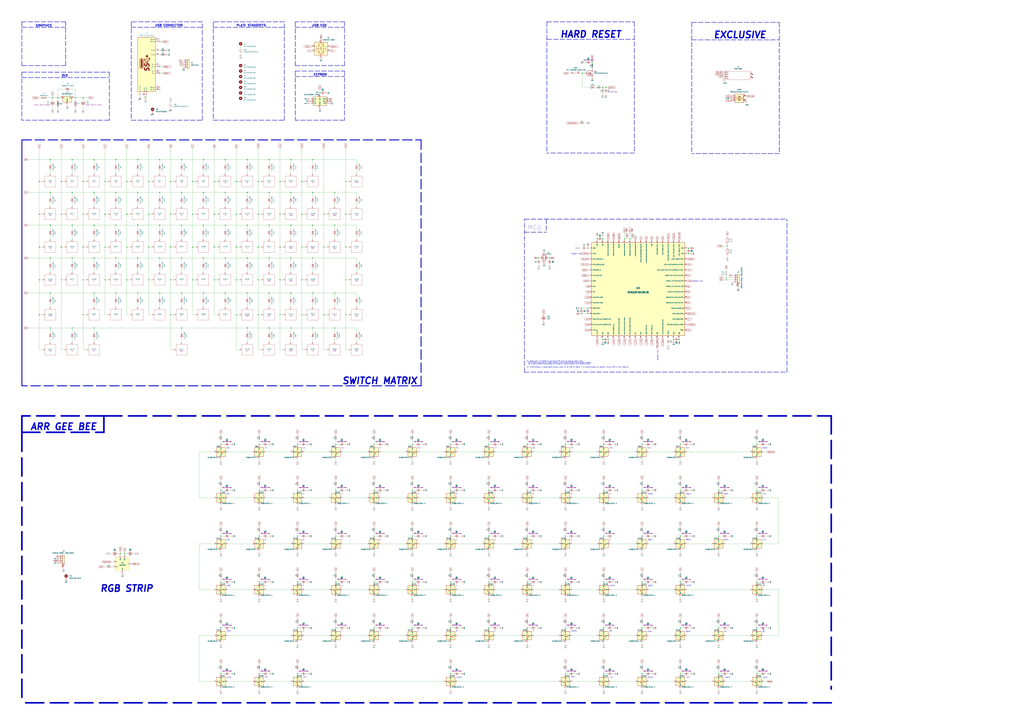
<source format=kicad_sch>
(kicad_sch (version 20211123) (generator eeschema)
  (paper "A0")
  (title_block (title "LONE PCB schematic") (date "2022-01-25") (rev "v1.0") (company "Designed by Hieu TN"))
  (junction (at 287.02 223.52) (diameter 1.016))
  (junction (at 682.625 364.49) (diameter 0.9144))
  (junction (at 210.82 299.72) (diameter 1.016))
  (junction (at 287.02 185.42) (diameter 1.016))
  (junction (at 172.72 325.12))
  (junction (at 160.02 299.72) (diameter 1.016))
  (junction (at 261.62 299.72) (diameter 1.016))
  (junction (at 256.54 516.255))
  (junction (at 401.32 325.12))
  (junction (at 834.39 569.595))
  (junction (at 58.42 185.42) (diameter 1.016))
  (junction (at 401.32 210.82))
  (junction (at 96.52 365.76))
  (junction (at 788.67 394.335))
  (junction (at 198.12 210.82) (diameter 1.016))
  (junction (at 256.54 622.935))
  (junction (at 274.32 325.12))
  (junction (at 300.99 569.595))
  (junction (at 300.99 516.255))
  (junction (at 687.705 72.39) (diameter 1.016))
  (junction (at 71.12 325.12) (diameter 0.9144))
  (junction (at 434.34 729.615))
  (junction (at 168.91 113.03) (diameter 1.016))
  (junction (at 71.12 287.02) (diameter 1.016))
  (junction (at 287.02 381) (diameter 1.016))
  (junction (at 236.22 299.72) (diameter 1.016))
  (junction (at 389.89 569.595))
  (junction (at 287.02 299.72) (diameter 1.016))
  (junction (at 300.99 622.935))
  (junction (at 312.42 223.52) (diameter 1.016))
  (junction (at 299.72 365.76))
  (junction (at 261.62 185.42) (diameter 1.016))
  (junction (at 87.63 113.665) (diameter 1.016))
  (junction (at 799.465 294.64))
  (junction (at 388.62 261.62))
  (junction (at 299.72 210.82) (diameter 1.016))
  (junction (at 701.04 729.615))
  (junction (at 878.84 676.275))
  (junction (at 299.72 248.92) (diameter 1.016))
  (junction (at 312.42 381) (diameter 1.016))
  (junction (at 834.39 729.615))
  (junction (at 248.92 210.82) (diameter 1.016))
  (junction (at 567.69 729.615))
  (junction (at 134.62 299.72) (diameter 1.016))
  (junction (at 45.72 287.02) (diameter 1.016))
  (junction (at 83.82 185.42) (diameter 1.016))
  (junction (at 96.52 287.02))
  (junction (at 701.04 676.275))
  (junction (at 478.79 729.615))
  (junction (at 45.72 325.12) (diameter 1.016))
  (junction (at 312.42 299.72) (diameter 1.016))
  (junction (at 363.22 340.36))
  (junction (at 121.92 325.12))
  (junction (at 96.52 248.92))
  (junction (at 256.54 569.595))
  (junction (at 745.49 676.275))
  (junction (at 878.84 516.255))
  (junction (at 185.42 85.09) (diameter 1.016))
  (junction (at 701.04 569.595))
  (junction (at 274.32 365.76))
  (junction (at 612.14 622.935))
  (junction (at 248.92 287.02) (diameter 1.016))
  (junction (at 147.32 210.82) (diameter 1.016))
  (junction (at 58.42 223.52) (diameter 1.016))
  (junction (at 375.92 287.02))
  (junction (at 185.42 223.52) (diameter 1.016))
  (junction (at 699.77 101.6) (diameter 1.016))
  (junction (at 45.72 365.76) (diameter 1.016))
  (junction (at 345.44 569.595))
  (junction (at 337.82 340.36) (diameter 1.016))
  (junction (at 363.22 185.42))
  (junction (at 567.69 516.255))
  (junction (at 434.34 622.935))
  (junction (at 160.02 261.62) (diameter 1.016))
  (junction (at 109.22 299.72) (diameter 1.016))
  (junction (at 236.22 340.36) (diameter 1.016))
  (junction (at 60.96 113.665) (diameter 1.016))
  (junction (at 223.52 287.02) (diameter 1.016))
  (junction (at 676.275 85.09) (diameter 1.016))
  (junction (at 83.82 299.72) (diameter 1.016))
  (junction (at 844.55 285.75))
  (junction (at 345.44 729.615))
  (junction (at 256.54 676.275))
  (junction (at 745.49 622.935))
  (junction (at 337.82 261.62) (diameter 1.016))
  (junction (at 345.44 782.955))
  (junction (at 389.89 622.935))
  (junction (at 185.42 185.42) (diameter 1.016))
  (junction (at 287.02 340.36) (diameter 1.016))
  (junction (at 371.475 107.95) (diameter 0.9144))
  (junction (at 134.62 340.36) (diameter 1.016))
  (junction (at 121.92 248.92) (diameter 1.016))
  (junction (at 725.17 277.495) (diameter 0.9144))
  (junction (at 682.625 288.29) (diameter 0.9144))
  (junction (at 745.49 516.255))
  (junction (at 121.92 287.02))
  (junction (at 198.12 287.02) (diameter 1.016))
  (junction (at 96.52 210.82) (diameter 1.016))
  (junction (at 878.84 782.955))
  (junction (at 350.52 287.02))
  (junction (at 160.02 185.42) (diameter 1.016))
  (junction (at 523.24 569.595))
  (junction (at 261.62 261.62) (diameter 1.016))
  (junction (at 337.82 223.52) (diameter 1.016))
  (junction (at 656.59 516.255))
  (junction (at 388.62 223.52))
  (junction (at 58.42 381))
  (junction (at 401.32 287.02))
  (junction (at 256.54 782.955))
  (junction (at 248.92 325.12))
  (junction (at 71.12 210.82) (diameter 1.016))
  (junction (at 745.49 569.595))
  (junction (at 185.42 340.36) (diameter 1.016))
  (junction (at 345.44 622.935))
  (junction (at 83.82 223.52) (diameter 1.016))
  (junction (at 45.72 210.82) (diameter 1.016))
  (junction (at 567.69 676.275))
  (junction (at 198.12 365.76))
  (junction (at 567.69 622.935))
  (junction (at 789.94 516.255))
  (junction (at 789.94 569.595))
  (junction (at 656.59 569.595))
  (junction (at 121.92 210.82) (diameter 1.016))
  (junction (at 656.59 622.935))
  (junction (at 109.22 340.36) (diameter 1.016))
  (junction (at 434.34 516.255))
  (junction (at 782.32 394.335))
  (junction (at 745.49 729.615))
  (junction (at 523.24 729.615))
  (junction (at 185.42 261.62) (diameter 1.016))
  (junction (at 731.52 277.495) (diameter 0.9144))
  (junction (at 375.92 365.76))
  (junction (at 523.24 782.955))
  (junction (at 236.22 223.52) (diameter 1.016))
  (junction (at 350.52 210.82) (diameter 1.016))
  (junction (at 109.22 185.42) (diameter 1.016))
  (junction (at 172.72 248.92) (diameter 1.016))
  (junction (at 287.02 261.62) (diameter 1.016))
  (junction (at 345.44 516.255))
  (junction (at 345.44 676.275))
  (junction (at 375.92 248.92) (diameter 1.016))
  (junction (at 274.32 287.02) (diameter 1.016))
  (junction (at 71.12 248.92))
  (junction (at 58.42 340.36) (diameter 1.016))
  (junction (at 300.99 782.955))
  (junction (at 185.42 77.47) (diameter 1.016))
  (junction (at 337.82 299.72) (diameter 1.016))
  (junction (at 248.92 248.92) (diameter 1.016))
  (junction (at 134.62 185.42) (diameter 1.016))
  (junction (at 274.32 210.82) (diameter 1.016))
  (junction (at 109.22 261.62) (diameter 1.016))
  (junction (at 172.72 287.02) (diameter 1.016))
  (junction (at 701.04 622.935))
  (junction (at 478.79 516.255))
  (junction (at 612.14 676.275))
  (junction (at 389.89 516.255))
  (junction (at 682.625 358.14) (diameter 0.9144))
  (junction (at 523.24 676.275))
  (junction (at 350.52 365.76))
  (junction (at 363.22 299.72))
  (junction (at 389.89 676.275))
  (junction (at 223.52 210.82) (diameter 1.016))
  (junction (at 789.94 676.275))
  (junction (at 83.82 381))
  (junction (at 699.77 394.335))
  (junction (at 261.62 340.36) (diameter 1.016))
  (junction (at 96.52 113.665) (diameter 1.016))
  (junction (at 799.465 288.29))
  (junction (at 388.62 381))
  (junction (at 363.22 381))
  (junction (at 147.32 248.92) (diameter 1.016))
  (junction (at 675.005 358.14) (diameter 0.9144))
  (junction (at 160.02 340.36) (diameter 1.016))
  (junction (at 434.34 676.275))
  (junction (at 745.49 782.955))
  (junction (at 58.42 299.72) (diameter 1.016))
  (junction (at 185.42 299.72) (diameter 1.016))
  (junction (at 478.79 569.595))
  (junction (at 878.84 569.595))
  (junction (at 134.62 223.52) (diameter 1.016))
  (junction (at 83.82 261.62) (diameter 1.016))
  (junction (at 675.005 364.49) (diameter 0.9144))
  (junction (at 401.32 365.76))
  (junction (at 256.54 729.615))
  (junction (at 198.12 325.12))
  (junction (at 834.39 782.955))
  (junction (at 350.52 325.12))
  (junction (at 147.32 325.12))
  (junction (at 878.84 729.615))
  (junction (at 478.79 676.275))
  (junction (at 261.62 223.52) (diameter 1.016))
  (junction (at 703.58 101.6) (diameter 1.016))
  (junction (at 325.12 365.76))
  (junction (at 223.52 248.92) (diameter 1.016))
  (junction (at 299.72 287.02) (diameter 1.016))
  (junction (at 656.59 782.955))
  (junction (at 612.14 569.595))
  (junction (at 434.34 569.595))
  (junction (at 210.82 223.52) (diameter 1.016))
  (junction (at 210.82 185.42) (diameter 1.016))
  (junction (at 693.42 277.495) (diameter 0.9144))
  (junction (at 185.42 48.26) (diameter 1.016))
  (junction (at 134.62 261.62) (diameter 1.016))
  (junction (at 656.59 729.615))
  (junction (at 312.42 340.36) (diameter 1.016))
  (junction (at 523.24 622.935))
  (junction (at 312.42 185.42) (diameter 1.016))
  (junction (at 325.12 210.82) (diameter 1.016))
  (junction (at 337.82 381))
  (junction (at 96.52 325.12))
  (junction (at 312.42 261.62) (diameter 1.016))
  (junction (at 325.12 287.02) (diameter 1.016))
  (junction (at 139.7 643.255) (diameter 1.016))
  (junction (at 109.22 381))
  (junction (at 58.42 261.62) (diameter 1.016))
  (junction (at 389.89 729.615))
  (junction (at 363.22 223.52) (diameter 1.016))
  (junction (at 388.62 340.36))
  (junction (at 274.32 248.92) (diameter 1.016))
  (junction (at 612.14 516.255))
  (junction (at 567.69 569.595))
  (junction (at 523.24 516.255))
  (junction (at 789.94 729.615))
  (junction (at 701.04 516.255))
  (junction (at 109.22 223.52) (diameter 1.016))
  (junction (at 210.82 381))
  (junction (at 789.94 782.955))
  (junction (at 706.12 394.335))
  (junction (at 299.72 325.12))
  (junction (at 236.22 185.42) (diameter 1.016))
  (junction (at 147.32 287.02))
  (junction (at 478.79 622.935))
  (junction (at 401.32 248.92) (diameter 1.016))
  (junction (at 210.82 340.36) (diameter 1.016))
  (junction (at 834.39 622.935))
  (junction (at 656.59 676.275))
  (junction (at 144.78 643.255) (diameter 1.016))
  (junction (at 236.22 261.62) (diameter 1.016))
  (junction (at 67.31 113.665) (diameter 1.016))
  (junction (at 325.12 325.12))
  (junction (at 699.77 277.495) (diameter 0.9144))
  (junction (at 325.12 248.92) (diameter 1.016))
  (junction (at 701.04 782.955))
  (junction (at 350.52 248.92) (diameter 1.016))
  (junction (at 198.12 248.92) (diameter 1.016))
  (junction (at 160.02 223.52) (diameter 1.016))
  (junction (at 223.52 325.12))
  (junction (at 638.175 299.72) (diameter 0.9144))
  (junction (at 337.82 185.42) (diameter 1.016))
  (junction (at 210.82 261.62) (diameter 1.016))
  (junction (at 789.94 622.935))
  (junction (at 363.22 261.62) (diameter 1.016))
  (junction (at 300.99 676.275))
  (junction (at 612.14 729.615))
  (junction (at 45.72 248.92) (diameter 1.016))
  (junction (at 843.28 325.12) (diameter 0.9144))
  (junction (at 625.475 299.72) (diameter 0.9144))
  (junction (at 172.72 210.82) (diameter 1.016))
  (junction (at 878.84 622.935))
  (no_connect (at 185.42 101.6))
  (no_connect (at 873.76 86.36))
  (no_connect (at 873.76 90.17))
  (no_connect (at 185.42 104.14))
  (wire (pts (xy 58.42 393.7) (xy 58.42 397.51)))
  (wire (pts (xy 185.42 261.62) (xy 185.42 266.7)))
  (wire (pts (xy 256.54 622.935) (xy 256.54 624.205)))
  (wire (pts (xy 109.22 353.06) (xy 109.22 356.87)))
  (wire (pts (xy 434.34 746.125) (xy 434.34 748.665)))
  (wire (pts (xy 434.34 511.175) (xy 434.34 516.255)))
  (wire (pts (xy 567.69 622.935) (xy 572.135 622.935)))
  (wire (pts (xy 210.82 299.72) (xy 210.82 304.8)))
  (wire (pts (xy 67.31 113.665) (xy 60.96 113.665)))
  (wire (pts (xy 287.02 274.32) (xy 287.02 278.13)))
  (wire (pts (xy 300.99 676.275) (xy 300.99 677.545)))
  (wire (pts (xy 888.365 782.955) (xy 890.905 782.955)))
  (wire (pts (xy 621.665 676.275) (xy 624.205 676.275)))
  (wire (pts (xy 656.59 511.175) (xy 656.59 516.255)))
  (wire (pts (xy 799.465 622.935) (xy 802.005 622.935)))
  (wire (pts (xy 530.86 738.505) (xy 560.07 738.505)))
  (wire (pts (xy 886.46 738.505) (xy 904.24 738.505)))
  (wire (pts (xy 745.49 622.935) (xy 749.935 622.935)))
  (wire (pts (xy 789.94 724.535) (xy 789.94 729.615)))
  (wire (pts (xy 844.55 285.75) (xy 844.55 288.29)))
  (wire (pts (xy 471.17 525.145) (xy 441.96 525.145)))
  (wire (pts (xy 160.02 312.42) (xy 160.02 316.23)))
  (polyline (pts (xy 127 139.7) (xy 25.4 139.7)) (stroke (width 0.508) (type dash)))
  (wire (pts (xy 109.22 381) (xy 210.82 381)))
  (wire (pts (xy 699.77 101.6) (xy 703.58 101.6)))
  (wire (pts (xy 337.82 381) (xy 337.82 386.08)))
  (wire (pts (xy 312.42 340.36) (xy 312.42 345.44)))
  (polyline (pts (xy 400.05 25.4) (xy 342.9 25.4)) (stroke (width 0.508) (type dash)))
  (wire (pts (xy 656.59 676.275) (xy 661.035 676.275)))
  (wire (pts (xy 256.54 692.785) (xy 256.54 695.325)))
  (polyline (pts (xy 330.2 139.7) (xy 330.2 25.4)) (stroke (width 0.508) (type dash)))
  (wire (pts (xy 201.93 325.12) (xy 198.12 325.12)))
  (wire (pts (xy 236.22 274.32) (xy 236.22 278.13)))
  (wire (pts (xy 523.24 724.535) (xy 523.24 729.615)))
  (wire (pts (xy 834.39 729.615) (xy 834.39 730.885)))
  (wire (pts (xy 359.41 120.015) (xy 361.315 120.015)))
  (polyline (pts (xy 965.2 483.235) (xy 965.2 800.735)) (stroke (width 1.905) (type dash)))
  (wire (pts (xy 389.89 676.275) (xy 389.89 677.545)))
  (wire (pts (xy 567.69 532.765) (xy 567.69 535.305)))
  (wire (pts (xy 382.27 525.145) (xy 353.06 525.145)))
  (wire (pts (xy 109.22 223.52) (xy 109.22 228.6)))
  (polyline (pts (xy 342.9 31.75) (xy 400.05 31.75)) (stroke (width 0.508) (type dash)))
  (wire (pts (xy 389.89 671.195) (xy 389.89 676.275)))
  (wire (pts (xy 523.24 511.175) (xy 523.24 516.255)))
  (wire (pts (xy 185.42 198.12) (xy 185.42 201.93)))
  (wire (pts (xy 656.59 516.255) (xy 661.035 516.255)))
  (wire (pts (xy 799.465 288.29) (xy 797.56 288.29)))
  (wire (pts (xy 871.22 525.145) (xy 797.56 525.145)))
  (wire (pts (xy 745.49 506.095) (xy 745.49 504.19)))
  (wire (pts (xy 201.93 406.4) (xy 198.12 406.4)))
  (wire (pts (xy 675.005 358.14) (xy 673.1 358.14)))
  (wire (pts (xy 299.72 248.92) (xy 299.72 210.82)))
  (wire (pts (xy 577.215 676.275) (xy 579.755 676.275)))
  (wire (pts (xy 287.02 185.42) (xy 287.02 190.5)))
  (wire (pts (xy 337.82 261.62) (xy 337.82 266.7)))
  (wire (pts (xy 666.115 782.955) (xy 668.655 782.955)))
  (wire (pts (xy 274.32 365.76) (xy 274.32 406.4)))
  (wire (pts (xy 300.99 516.255) (xy 300.99 517.525)))
  (wire (pts (xy 389.89 564.515) (xy 389.89 569.595)))
  (wire (pts (xy 745.49 782.955) (xy 745.49 784.225)))
  (wire (pts (xy 261.62 312.42) (xy 261.62 316.23)))
  (wire (pts (xy 345.44 799.465) (xy 345.44 802.005)))
  (wire (pts (xy 299.72 287.02) (xy 299.72 248.92)))
  (wire (pts (xy 274.32 287.02) (xy 274.32 248.92)))
  (wire (pts (xy 434.34 516.255) (xy 438.785 516.255)))
  (wire (pts (xy 147.32 325.12) (xy 147.32 365.76)))
  (wire (pts (xy 745.49 564.515) (xy 745.49 569.595)))
  (wire (pts (xy 434.34 666.115) (xy 434.34 664.21)))
  (wire (pts (xy 363.22 312.42) (xy 363.22 316.23)))
  (wire (pts (xy 612.14 622.935) (xy 616.585 622.935)))
  (wire (pts (xy 274.32 210.82) (xy 278.13 210.82)))
  (wire (pts (xy 388.62 261.62) (xy 414.02 261.62)))
  (wire (pts (xy 363.22 261.62) (xy 388.62 261.62)))
  (wire (pts (xy 523.24 676.275) (xy 527.685 676.275)))
  (wire (pts (xy 656.59 564.515) (xy 656.59 569.595)))
  (wire (pts (xy 363.22 345.44) (xy 363.22 340.36)))
  (wire (pts (xy 389.89 559.435) (xy 389.89 557.53)))
  (wire (pts (xy 683.895 101.6) (xy 676.275 101.6)))
  (wire (pts (xy 701.04 746.125) (xy 701.04 748.665)))
  (wire (pts (xy 434.34 719.455) (xy 434.34 717.55)))
  (wire (pts (xy 775.97 399.415) (xy 775.97 401.32)))
  (polyline (pts (xy 400.05 82.55) (xy 400.05 139.7)) (stroke (width 0.508) (type dash)))
  (wire (pts (xy 210.82 185.42) (xy 185.42 185.42)))
  (wire (pts (xy 745.49 746.125) (xy 745.49 748.665)))
  (wire (pts (xy 701.04 729.615) (xy 705.485 729.615)))
  (wire (pts (xy 523.24 666.115) (xy 523.24 664.21)))
  (wire (pts (xy 300.99 622.935) (xy 305.435 622.935)))
  (wire (pts (xy 300.99 666.115) (xy 300.99 664.21)))
  (wire (pts (xy 67.31 116.84) (xy 67.31 113.665)))
  (wire (pts (xy 878.84 676.275) (xy 878.84 677.545)))
  (wire (pts (xy 310.515 676.275) (xy 313.055 676.275)))
  (wire (pts (xy 434.34 729.615) (xy 438.785 729.615)))
  (wire (pts (xy 256.54 746.125) (xy 256.54 748.665)))
  (wire (pts (xy 287.02 185.42) (xy 261.62 185.42)))
  (wire (pts (xy 354.965 729.615) (xy 357.505 729.615)))
  (wire (pts (xy 185.42 223.52) (xy 160.02 223.52)))
  (wire (pts (xy 523.24 622.935) (xy 527.685 622.935)))
  (wire (pts (xy 478.79 564.515) (xy 478.79 569.595)))
  (wire (pts (xy 434.34 676.275) (xy 438.785 676.275)))
  (polyline (pts (xy 635 25.4) (xy 736.6 25.4)) (stroke (width 0.508) (type dash)))
  (wire (pts (xy 878.84 622.935) (xy 883.285 622.935)))
  (wire (pts (xy 656.59 729.615) (xy 661.035 729.615)))
  (wire (pts (xy 486.41 631.825) (xy 515.62 631.825)))
  (wire (pts (xy 54.61 113.665) (xy 60.96 113.665)))
  (wire (pts (xy 256.54 511.175) (xy 256.54 516.255)))
  (wire (pts (xy 789.94 516.255) (xy 794.385 516.255)))
  (wire (pts (xy 210.82 261.62) (xy 185.42 261.62)))
  (wire (pts (xy 248.92 287.02) (xy 252.73 287.02)))
  (polyline (pts (xy 120.65 495.935) (xy 120.65 489.585)) (stroke (width 1.905) (type dash)))
  (wire (pts (xy 144.78 643.255) (xy 144.78 641.35)))
  (wire (pts (xy 109.22 223.52) (xy 83.82 223.52)))
  (wire (pts (xy 325.12 406.4) (xy 328.93 406.4)))
  (wire (pts (xy 734.06 271.145) (xy 734.06 269.24)))
  (wire (pts (xy 96.52 248.92) (xy 96.52 287.02)))
  (wire (pts (xy 231.14 578.485) (xy 248.92 578.485)))
  (wire (pts (xy 799.465 676.275) (xy 802.005 676.275)))
  (wire (pts (xy 231.14 525.145) (xy 231.14 578.485)))
  (wire (pts (xy 701.04 719.455) (xy 701.04 717.55)))
  (wire (pts (xy 567.69 671.195) (xy 567.69 676.275)))
  (wire (pts (xy 96.52 210.82) (xy 96.52 248.92)))
  (wire (pts (xy 799.465 294.005) (xy 799.465 294.64)))
  (wire (pts (xy 312.42 353.06) (xy 312.42 356.87)))
  (wire (pts (xy 185.42 82.55) (xy 185.42 85.09)))
  (wire (pts (xy 350.52 248.92) (xy 350.52 287.02)))
  (wire (pts (xy 310.515 516.255) (xy 313.055 516.255)))
  (wire (pts (xy 838.2 285.75) (xy 844.55 285.75)))
  (wire (pts (xy 567.69 724.535) (xy 567.69 729.615)))
  (wire (pts (xy 248.92 287.02) (xy 248.92 325.12)))
  (wire (pts (xy 300.99 617.855) (xy 300.99 622.935)))
  (polyline (pts (xy 342.9 88.9) (xy 400.05 88.9)) (stroke (width 0.508) (type dash)))
  (wire (pts (xy 878.84 586.105) (xy 878.84 588.645)))
  (wire (pts (xy 345.44 516.255) (xy 349.885 516.255)))
  (wire (pts (xy 185.42 77.47) (xy 188.595 77.47)))
  (wire (pts (xy 287.02 340.36) (xy 261.62 340.36)))
  (wire (pts (xy 878.84 532.765) (xy 878.84 535.305)))
  (wire (pts (xy 710.565 516.255) (xy 713.105 516.255)))
  (wire (pts (xy 478.79 506.095) (xy 478.79 504.19)))
  (wire (pts (xy 656.59 746.125) (xy 656.59 748.665)))
  (wire (pts (xy 886.46 631.825) (xy 904.24 631.825)))
  (wire (pts (xy 443.865 516.255) (xy 446.405 516.255)))
  (wire (pts (xy 248.92 172.72) (xy 248.92 210.82)))
  (wire (pts (xy 389.89 622.935) (xy 394.335 622.935)))
  (wire (pts (xy 363.22 223.52) (xy 337.82 223.52)))
  (wire (pts (xy 261.62 340.36) (xy 236.22 340.36)))
  (wire (pts (xy 345.44 692.785) (xy 345.44 695.325)))
  (wire (pts (xy 121.92 287.02) (xy 121.92 325.12)))
  (wire (pts (xy 185.42 299.72) (xy 185.42 304.8)))
  (wire (pts (xy 515.62 578.485) (xy 486.41 578.485)))
  (wire (pts (xy 656.59 772.795) (xy 656.59 770.89)))
  (wire (pts (xy 567.69 617.855) (xy 567.69 622.935)))
  (wire (pts (xy 160.02 198.12) (xy 160.02 201.93)))
  (wire (pts (xy 71.12 325.12) (xy 71.12 406.4)))
  (polyline (pts (xy 25.4 31.75) (xy 76.2 31.75)) (stroke (width 0.508) (type dash)))
  (wire (pts (xy 256.54 782.955) (xy 260.985 782.955)))
  (wire (pts (xy 843.915 729.615) (xy 846.455 729.615)))
  (polyline (pts (xy 25.4 76.2) (xy 76.2 76.2)) (stroke (width 0.508) (type dash)))
  (wire (pts (xy 488.315 676.275) (xy 490.855 676.275)))
  (wire (pts (xy 414.02 345.44) (xy 414.02 340.36)))
  (bus (pts (xy 608.965 269.875) (xy 634.365 269.875)) (stroke (width 0.508) (type dash)))
  (wire (pts (xy 687.705 78.74) (xy 687.705 80.01)))
  (wire (pts (xy 33.02 223.52) (xy 58.42 223.52)))
  (wire (pts (xy 478.79 516.255) (xy 483.235 516.255)))
  (wire (pts (xy 274.32 172.72) (xy 274.32 210.82)))
  (wire (pts (xy 755.015 782.955) (xy 757.555 782.955)))
  (wire (pts (xy 160.02 185.42) (xy 185.42 185.42)))
  (wire (pts (xy 682.625 358.14) (xy 684.53 358.14)))
  (wire (pts (xy 745.49 692.785) (xy 745.49 695.325)))
  (wire (pts (xy 612.14 666.115) (xy 612.14 664.21)))
  (wire (pts (xy 701.04 559.435) (xy 701.04 557.53)))
  (polyline (pts (xy 25.4 489.585) (xy 25.4 495.935)) (stroke (width 1.905) (type dash)))
  (wire (pts (xy 261.62 274.32) (xy 261.62 278.13)))
  (wire (pts (xy 904.24 685.165) (xy 886.46 685.165)))
  (wire (pts (xy 567.69 564.515) (xy 567.69 569.595)))
  (wire (pts (xy 389.89 676.275) (xy 394.335 676.275)))
  (wire (pts (xy 434.34 532.765) (xy 434.34 535.305)))
  (wire (pts (xy 67.31 103.505) (xy 74.93 103.505)))
  (wire (pts (xy 363.22 340.36) (xy 388.62 340.36)))
  (wire (pts (xy 567.69 666.115) (xy 567.69 664.21)))
  (wire (pts (xy 191.77 63.5) (xy 192.405 63.5)))
  (wire (pts (xy 523.24 569.595) (xy 527.685 569.595)))
  (wire (pts (xy 850.265 327.66) (xy 852.17 327.66)))
  (wire (pts (xy 185.42 340.36) (xy 185.42 345.44)))
  (wire (pts (xy 236.22 185.42) (xy 261.62 185.42)))
  (wire (pts (xy 789.94 622.935) (xy 789.94 624.205)))
  (wire (pts (xy 287.02 340.36) (xy 287.02 345.44)))
  (wire (pts (xy 560.07 525.145) (xy 530.86 525.145)))
  (wire (pts (xy 266.065 782.955) (xy 268.605 782.955)))
  (wire (pts (xy 834.39 586.105) (xy 834.39 588.645)))
  (wire (pts (xy 701.04 511.175) (xy 701.04 516.255)))
  (wire (pts (xy 198.12 406.4) (xy 198.12 365.76)))
  (wire (pts (xy 236.22 299.72) (xy 236.22 304.8)))
  (wire (pts (xy 211.455 70.485) (xy 213.36 70.485)))
  (wire (pts (xy 109.22 340.36) (xy 109.22 345.44)))
  (wire (pts (xy 619.76 685.165) (xy 648.97 685.165)))
  (wire (pts (xy 160.02 223.52) (xy 160.02 228.6)))
  (wire (pts (xy 523.24 782.955) (xy 527.685 782.955)))
  (wire (pts (xy 256.54 639.445) (xy 256.54 641.985)))
  (wire (pts (xy 843.28 320.04) (xy 843.28 325.12)))
  (wire (pts (xy 567.69 729.615) (xy 572.135 729.615)))
  (wire (pts (xy 389.89 639.445) (xy 389.89 641.985)))
  (wire (pts (xy 878.84 799.465) (xy 878.84 802.005)))
  (wire (pts (xy 236.22 261.62) (xy 236.22 266.7)))
  (wire (pts (xy 121.92 365.76) (xy 125.73 365.76)))
  (wire (pts (xy 612.14 612.775) (xy 612.14 610.87)))
  (wire (pts (xy 83.82 299.72) (xy 83.82 304.8)))
  (wire (pts (xy 434.34 612.775) (xy 434.34 610.87)))
  (wire (pts (xy 371.475 107.95) (xy 372.11 107.95)))
  (wire (pts (xy 299.72 325.12) (xy 303.53 325.12)))
  (wire (pts (xy 139.7 641.35) (xy 139.7 643.255)))
  (wire (pts (xy 256.54 799.465) (xy 256.54 802.005)))
  (wire (pts (xy 443.865 729.615) (xy 446.405 729.615)))
  (wire (pts (xy 261.62 299.72) (xy 236.22 299.72)))
  (wire (pts (xy 708.66 631.825) (xy 737.87 631.825)))
  (wire (pts (xy 745.49 729.615) (xy 749.935 729.615)))
  (polyline (pts (xy 488.95 162.56) (xy 488.95 448.31)) (stroke (width 1.016) (type dash)))
  (wire (pts (xy 478.79 617.855) (xy 478.79 622.935)))
  (wire (pts (xy 83.82 223.52) (xy 58.42 223.52)))
  (wire (pts (xy 353.06 738.505) (xy 382.27 738.505)))
  (wire (pts (xy 434.34 569.595) (xy 434.34 570.865)))
  (wire (pts (xy 834.39 559.435) (xy 834.39 557.53)))
  (wire (pts (xy 843.915 782.955) (xy 846.455 782.955)))
  (wire (pts (xy 843.915 622.935) (xy 846.455 622.935)))
  (wire (pts (xy 261.62 261.62) (xy 236.22 261.62)))
  (wire (pts (xy 256.54 671.195) (xy 256.54 676.275)))
  (wire (pts (xy 478.79 516.255) (xy 478.79 517.525)))
  (wire (pts (xy 359.41 114.935) (xy 361.315 114.935)))
  (wire (pts (xy 350.52 248.92) (xy 354.33 248.92)))
  (wire (pts (xy 134.62 198.12) (xy 134.62 201.93)))
  (wire (pts (xy 287.02 299.72) (xy 261.62 299.72)))
  (wire (pts (xy 878.84 617.855) (xy 878.84 622.935)))
  (wire (pts (xy 414.02 236.22) (xy 414.02 240.03)))
  (wire (pts (xy 185.42 312.42) (xy 185.42 316.23)))
  (wire (pts (xy 256.54 532.765) (xy 256.54 535.305)))
  (polyline (pts (xy 736.6 177.8) (xy 635 177.8)) (stroke (width 0.508) (type dash)))
  (wire (pts (xy 624.205 299.72) (xy 625.475 299.72)))
  (wire (pts (xy 172.72 248.92) (xy 176.53 248.92)))
  (wire (pts (xy 389.89 666.115) (xy 389.89 664.21)))
  (wire (pts (xy 478.79 729.615) (xy 478.79 730.885)))
  (wire (pts (xy 33.02 261.62) (xy 58.42 261.62)))
  (wire (pts (xy 83.82 261.62) (xy 83.82 266.7)))
  (wire (pts (xy 176.53 365.76) (xy 172.72 365.76)))
  (wire (pts (xy 648.97 525.145) (xy 619.76 525.145)))
  (polyline (pts (xy 608.965 432.435) (xy 608.965 254.635)) (stroke (width 0.508) (type dash)))
  (wire (pts (xy 363.22 299.72) (xy 414.02 299.72)))
  (wire (pts (xy 745.49 622.935) (xy 745.49 624.205)))
  (wire (pts (xy 567.69 692.785) (xy 567.69 695.325)))
  (wire (pts (xy 612.14 746.125) (xy 612.14 748.665)))
  (wire (pts (xy 699.77 107.95) (xy 699.77 109.855)))
  (wire (pts (xy 799.465 782.955) (xy 802.005 782.955)))
  (wire (pts (xy 337.82 274.32) (xy 337.82 278.13)))
  (wire (pts (xy 168.91 113.03) (xy 170.18 113.03)))
  (wire (pts (xy 210.82 299.72) (xy 236.22 299.72)))
  (wire (pts (xy 701.04 724.535) (xy 701.04 729.615)))
  (wire (pts (xy 71.12 325.12) (xy 74.93 325.12)))
  (wire (pts (xy 300.99 782.955) (xy 300.99 784.225)))
  (wire (pts (xy 682.625 364.49) (xy 675.005 364.49)))
  (wire (pts (xy 185.42 58.42) (xy 186.69 58.42)))
  (wire (pts (xy 279.4 54.61) (xy 279.4 56.515)))
  (wire (pts (xy 604.52 525.145) (xy 575.31 525.145)))
  (wire (pts (xy 878.84 729.615) (xy 878.84 730.885)))
  (wire (pts (xy 388.62 353.06) (xy 388.62 356.87)))
  (wire (pts (xy 789.94 729.615) (xy 789.94 730.885)))
  (wire (pts (xy 363.22 236.22) (xy 363.22 240.03)))
  (polyline (pts (xy 25.4 90.17) (xy 126.365 90.17)) (stroke (width 0.508) (type dash)))
  (wire (pts (xy 389.89 719.455) (xy 389.89 717.55)))
  (wire (pts (xy 109.22 299.72) (xy 83.82 299.72)))
  (wire (pts (xy 345.44 511.175) (xy 345.44 516.255)))
  (wire (pts (xy 312.42 381) (xy 337.82 381)))
  (wire (pts (xy 612.14 729.615) (xy 612.14 730.885)))
  (wire (pts (xy 904.24 578.485) (xy 886.46 578.485)))
  (wire (pts (xy 567.69 719.455) (xy 567.69 717.55)))
  (wire (pts (xy 198.12 287.02) (xy 198.12 248.92)))
  (wire (pts (xy 656.59 782.955) (xy 661.035 782.955)))
  (wire (pts (xy 134.62 261.62) (xy 109.22 261.62)))
  (wire (pts (xy 210.82 299.72) (xy 185.42 299.72)))
  (wire (pts (xy 337.82 578.485) (xy 308.61 578.485)))
  (wire (pts (xy 401.32 172.72) (xy 401.32 210.82)))
  (wire (pts (xy 210.82 340.36) (xy 185.42 340.36)))
  (wire (pts (xy 676.275 85.09) (xy 678.815 85.09)))
  (wire (pts (xy 345.44 746.125) (xy 345.44 748.665)))
  (wire (pts (xy 266.065 516.255) (xy 268.605 516.255)))
  (wire (pts (xy 71.12 287.02) (xy 71.12 325.12)))
  (wire (pts (xy 248.92 365.76) (xy 252.73 365.76)))
  (wire (pts (xy 58.42 261.62) (xy 58.42 266.7)))
  (wire (pts (xy 198.12 287.02) (xy 198.12 325.12)))
  (wire (pts (xy 675.005 358.775) (xy 675.005 358.14)))
  (wire (pts (xy 612.14 676.275) (xy 612.14 677.545)))
  (wire (pts (xy 325.12 172.72) (xy 325.12 210.82)))
  (wire (pts (xy 82.55 103.505) (xy 87.63 103.505)))
  (wire (pts (xy 345.44 639.445) (xy 345.44 641.985)))
  (wire (pts (xy 389.89 622.935) (xy 389.89 624.205)))
  (wire (pts (xy 345.44 569.595) (xy 349.885 569.595)))
  (wire (pts (xy 710.565 676.275) (xy 713.105 676.275)))
  (wire (pts (xy 389.89 506.095) (xy 389.89 504.19)))
  (wire (pts (xy 443.865 676.275) (xy 446.405 676.275)))
  (wire (pts (xy 389.89 516.255) (xy 394.335 516.255)))
  (wire (pts (xy 223.52 287.02) (xy 227.33 287.02)))
  (wire (pts (xy 799.465 294.64) (xy 797.56 294.64)))
  (wire (pts (xy 325.12 365.76) (xy 328.93 365.76)))
  (wire (pts (xy 888.365 569.595) (xy 890.905 569.595)))
  (wire (pts (xy 354.965 782.955) (xy 357.505 782.955)))
  (wire (pts (xy 745.49 569.595) (xy 749.935 569.595)))
  (wire (pts (xy 45.72 365.76) (xy 45.72 406.4)))
  (wire (pts (xy 337.82 299.72) (xy 363.22 299.72)))
  (wire (pts (xy 87.63 127) (xy 87.63 124.46)))
  (wire (pts (xy 789.94 777.875) (xy 789.94 782.955)))
  (wire (pts (xy 834.39 569.595) (xy 838.835 569.595)))
  (wire (pts (xy 236.22 198.12) (xy 236.22 201.93)))
  (wire (pts (xy 375.92 287.02) (xy 375.92 365.76)))
  (wire (pts (xy 274.32 287.02) (xy 274.32 325.12)))
  (wire (pts (xy 172.72 248.92) (xy 172.72 210.82)))
  (wire (pts (xy 147.32 172.72) (xy 147.32 210.82)))
  (wire (pts (xy 300.99 799.465) (xy 300.99 802.005)))
  (wire (pts (xy 345.44 617.855) (xy 345.44 622.935)))
  (polyline (pts (xy 247.65 25.4) (xy 247.65 139.7)) (stroke (width 0.508) (type dash)))
  (wire (pts (xy 109.22 299.72) (xy 109.22 304.8)))
  (wire (pts (xy 443.865 622.935) (xy 446.405 622.935)))
  (wire (pts (xy 745.49 666.115) (xy 745.49 664.21)))
  (wire (pts (xy 256.54 772.795) (xy 256.54 770.89)))
  (wire (pts (xy 834.39 719.455) (xy 834.39 717.55)))
  (wire (pts (xy 121.92 325.12) (xy 121.92 365.76)))
  (wire (pts (xy 198.12 118.745) (xy 198.12 120.015)))
  (wire (pts (xy 399.415 676.275) (xy 401.955 676.275)))
  (wire (pts (xy 567.69 729.615) (xy 567.69 730.885)))
  (wire (pts (xy 734.06 277.495) (xy 734.06 276.225)))
  (wire (pts (xy 878.84 559.435) (xy 878.84 557.53)))
  (wire (pts (xy 58.42 299.72) (xy 83.82 299.72)))
  (wire (pts (xy 337.82 340.36) (xy 312.42 340.36)))
  (wire (pts (xy 656.59 729.615) (xy 656.59 730.885)))
  (wire (pts (xy 745.49 569.595) (xy 745.49 570.865)))
  (wire (pts (xy 337.82 525.145) (xy 308.61 525.145)))
  (wire (pts (xy 100.33 210.82) (xy 96.52 210.82)))
  (wire (pts (xy 300.99 622.935) (xy 300.99 624.205)))
  (wire (pts (xy 612.14 564.515) (xy 612.14 569.595)))
  (wire (pts (xy 256.54 729.615) (xy 256.54 730.885)))
  (wire (pts (xy 789.94 729.615) (xy 794.385 729.615)))
  (wire (pts (xy 120.65 658.495) (xy 123.825 658.495)))
  (wire (pts (xy 236.22 223.52) (xy 236.22 228.6)))
  (wire (pts (xy 567.69 511.175) (xy 567.69 516.255)))
  (wire (pts (xy 799.465 729.615) (xy 802.005 729.615)))
  (wire (pts (xy 325.12 210.82) (xy 328.93 210.82)))
  (wire (pts (xy 100.33 248.92) (xy 96.52 248.92)))
  (wire (pts (xy 236.22 312.42) (xy 236.22 316.23)))
  (wire (pts (xy 350.52 365.76) (xy 354.33 365.76)))
  (wire (pts (xy 312.42 185.42) (xy 312.42 190.5)))
  (polyline (pts (xy 76.2 25.4) (xy 25.4 25.4)) (stroke (width 0.508) (type dash)))
  (wire (pts (xy 612.14 617.855) (xy 612.14 622.935)))
  (wire (pts (xy 701.04 516.255) (xy 701.04 517.525)))
  (wire (pts (xy 129.54 652.78) (xy 132.08 652.78)))
  (wire (pts (xy 414.02 386.08) (xy 414.02 381)))
  (wire (pts (xy 96.52 113.665) (xy 96.52 116.205)))
  (wire (pts (xy 701.04 564.515) (xy 701.04 569.595)))
  (wire (pts (xy 210.82 223.52) (xy 210.82 228.6)))
  (wire (pts (xy 87.63 113.665) (xy 87.63 116.84)))
  (wire (pts (xy 185.42 45.72) (xy 185.42 48.26)))
  (wire (pts (xy 687.705 71.12) (xy 687.705 72.39)))
  (wire (pts (xy 693.42 525.145) (xy 664.21 525.145)))
  (wire (pts (xy 172.72 287.02) (xy 172.72 248.92)))
  (wire (pts (xy 312.42 198.12) (xy 312.42 201.93)))
  (wire (pts (xy 612.14 516.255) (xy 616.585 516.255)))
  (wire (pts (xy 434.34 692.785) (xy 434.34 695.325)))
  (wire (pts (xy 788.67 394.335) (xy 788.67 392.43)))
  (wire (pts (xy 345.44 516.255) (xy 345.44 517.525)))
  (wire (pts (xy 337.82 340.36) (xy 363.22 340.36)))
  (wire (pts (xy 612.14 559.435) (xy 612.14 557.53)))
  (wire (pts (xy 45.72 365.76) (xy 45.72 325.12)))
  (wire (pts (xy 185.42 85.09) (xy 188.595 85.09)))
  (wire (pts (xy 33.02 185.42) (xy 58.42 185.42)))
  (wire (pts (xy 210.82 353.06) (xy 210.82 356.87)))
  (wire (pts (xy 210.82 236.22) (xy 210.82 240.03)))
  (polyline (pts (xy 25.4 502.285) (xy 120.65 502.285)) (stroke (width 1.905) (type dash)))
  (wire (pts (xy 256.54 666.115) (xy 256.54 664.21)))
  (wire (pts (xy 58.42 198.12) (xy 58.42 201.93)))
  (wire (pts (xy 256.54 729.615) (xy 260.985 729.615)))
  (polyline (pts (xy 25.4 483.235) (xy 25.4 489.585)) (stroke (width 1.905) (type dash)))
  (wire (pts (xy 699.77 277.495) (xy 699.77 279.4)))
  (wire (pts (xy 434.34 506.095) (xy 434.34 504.19)))
  (wire (pts (xy 745.49 617.855) (xy 745.49 622.935)))
  (wire (pts (xy 604.52 578.485) (xy 575.31 578.485)))
  (wire (pts (xy 185.42 353.06) (xy 185.42 356.87)))
  (wire (pts (xy 745.49 729.615) (xy 745.49 730.885)))
  (wire (pts (xy 488.315 516.255) (xy 490.855 516.255)))
  (wire (pts (xy 478.79 569.595) (xy 483.235 569.595)))
  (wire (pts (xy 160.02 223.52) (xy 134.62 223.52)))
  (wire (pts (xy 109.22 198.12) (xy 109.22 201.93)))
  (wire (pts (xy 354.965 516.255) (xy 357.505 516.255)))
  (polyline (pts (xy 127 83.82) (xy 127 139.7)) (stroke (width 0.508) (type dash)))
  (wire (pts (xy 350.52 287.02) (xy 354.33 287.02)))
  (wire (pts (xy 799.465 516.255) (xy 802.005 516.255)))
  (wire (pts (xy 567.69 676.275) (xy 572.135 676.275)))
  (wire (pts (xy 656.59 569.595) (xy 656.59 570.865)))
  (wire (pts (xy 134.62 185.42) (xy 109.22 185.42)))
  (wire (pts (xy 701.04 617.855) (xy 701.04 622.935)))
  (polyline (pts (xy 25.4 162.56) (xy 488.95 162.56)) (stroke (width 1.016) (type dash)))
  (wire (pts (xy 345.44 569.595) (xy 345.44 570.865)))
  (wire (pts (xy 401.32 210.82) (xy 401.32 248.92)))
  (wire (pts (xy 488.315 569.595) (xy 490.855 569.595)))
  (wire (pts (xy 188.595 48.26) (xy 185.42 48.26)))
  (wire (pts (xy 345.44 729.615) (xy 349.885 729.615)))
  (wire (pts (xy 185.42 340.36) (xy 160.02 340.36)))
  (wire (pts (xy 160.02 261.62) (xy 160.02 266.7)))
  (wire (pts (xy 312.42 261.62) (xy 287.02 261.62)))
  (wire (pts (xy 699.77 101.6) (xy 699.77 102.87)))
  (wire (pts (xy 134.62 340.36) (xy 109.22 340.36)))
  (wire (pts (xy 703.58 107.95) (xy 703.58 109.855)))
  (wire (pts (xy 850.265 320.04) (xy 852.17 320.04)))
  (wire (pts (xy 389.89 612.775) (xy 389.89 610.87)))
  (wire (pts (xy 612.14 671.195) (xy 612.14 676.275)))
  (wire (pts (xy 325.12 325.12) (xy 328.93 325.12)))
  (wire (pts (xy 878.84 569.595) (xy 878.84 570.865)))
  (wire (pts (xy 699.77 274.32) (xy 699.77 277.495)))
  (wire (pts (xy 782.32 394.335) (xy 782.32 392.43)))
  (wire (pts (xy 693.42 277.495) (xy 694.055 277.495)))
  (wire (pts (xy 109.22 185.42) (xy 83.82 185.42)))
  (wire (pts (xy 128.905 658.495) (xy 132.08 658.495)))
  (wire (pts (xy 834.39 782.955) (xy 834.39 784.225)))
  (wire (pts (xy 878.84 516.255) (xy 883.285 516.255)))
  (wire (pts (xy 478.79 639.445) (xy 478.79 641.985)))
  (wire (pts (xy 656.59 676.275) (xy 656.59 677.545)))
  (wire (pts (xy 706.12 394.335) (xy 706.12 396.24)))
  (wire (pts (xy 345.44 612.775) (xy 345.44 610.87)))
  (wire (pts (xy 363.22 353.06) (xy 363.22 356.87)))
  (wire (pts (xy 478.79 719.455) (xy 478.79 717.55)))
  (wire (pts (xy 612.14 639.445) (xy 612.14 641.985)))
  (wire (pts (xy 312.42 236.22) (xy 312.42 240.03)))
  (wire (pts (xy 683.26 320.04) (xy 684.53 320.04)))
  (wire (pts (xy 363.22 185.42) (xy 337.82 185.42)))
  (wire (pts (xy 134.62 312.42) (xy 134.62 316.23)))
  (wire (pts (xy 401.32 365.76) (xy 405.13 365.76)))
  (wire (pts (xy 300.99 586.105) (xy 300.99 588.645)))
  (wire (pts (xy 701.04 532.765) (xy 701.04 535.305)))
  (wire (pts (xy 621.665 516.255) (xy 624.205 516.255)))
  (wire (pts (xy 789.94 612.775) (xy 789.94 610.87)))
  (wire (pts (xy 701.04 676.275) (xy 705.485 676.275)))
  (wire (pts (xy 185.42 223.52) (xy 185.42 228.6)))
  (wire (pts (xy 231.14 738.505) (xy 231.14 791.845)))
  (wire (pts (xy 337.82 185.42) (xy 337.82 190.5)))
  (wire (pts (xy 58.42 185.42) (xy 58.42 190.5)))
  (wire (pts (xy 878.84 569.595) (xy 883.285 569.595)))
  (wire (pts (xy 799.465 288.29) (xy 799.465 288.925)))
  (wire (pts (xy 312.42 185.42) (xy 287.02 185.42)))
  (polyline (pts (xy 120.65 489.585) (xy 120.65 483.235)) (stroke (width 1.905) (type dash)))
  (wire (pts (xy 147.32 643.255) (xy 144.78 643.255)))
  (wire (pts (xy 878.84 729.615) (xy 883.285 729.615)))
  (wire (pts (xy 83.82 381) (xy 109.22 381)))
  (wire (pts (xy 577.215 569.595) (xy 579.755 569.595)))
  (wire (pts (xy 886.46 791.845) (xy 890.27 791.845)))
  (wire (pts (xy 441.96 685.165) (xy 471.17 685.165)))
  (wire (pts (xy 656.59 639.445) (xy 656.59 641.985)))
  (wire (pts (xy 389.89 729.615) (xy 394.335 729.615)))
  (wire (pts (xy 299.72 365.76) (xy 303.53 365.76)))
  (wire (pts (xy 109.22 386.08) (xy 109.22 381)))
  (wire (pts (xy 121.92 248.92) (xy 125.73 248.92)))
  (wire (pts (xy 300.99 559.435) (xy 300.99 557.53)))
  (wire (pts (xy 710.565 569.595) (xy 713.105 569.595)))
  (wire (pts (xy 83.82 185.42) (xy 83.82 190.5)))
  (wire (pts (xy 236.22 340.36) (xy 236.22 345.44)))
  (wire (pts (xy 345.44 782.955) (xy 349.885 782.955)))
  (wire (pts (xy 523.24 799.465) (xy 523.24 802.005)))
  (wire (pts (xy 523.24 532.765) (xy 523.24 535.305)))
  (wire (pts (xy 745.49 516.255) (xy 745.49 517.525)))
  (wire (pts (xy 612.14 622.935) (xy 612.14 624.205)))
  (wire (pts (xy 878.84 612.775) (xy 878.84 610.87)))
  (wire (pts (xy 134.62 236.22) (xy 134.62 240.03)))
  (wire (pts (xy 353.06 685.165) (xy 382.27 685.165)))
  (wire (pts (xy 682.625 288.29) (xy 684.53 288.29)))
  (wire (pts (xy 274.32 365.76) (xy 278.13 365.76)))
  (wire (pts (xy 710.565 729.615) (xy 713.105 729.615)))
  (wire (pts (xy 401.32 325.12) (xy 405.13 325.12)))
  (polyline (pts (xy 234.95 25.4) (xy 152.4 25.4)) (stroke (width 0.508) (type dash)))
  (wire (pts (xy 45.72 325.12) (xy 45.72 287.02)))
  (wire (pts (xy 73.66 659.13) (xy 73.66 660.4)))
  (wire (pts (xy 261.62 223.52) (xy 261.62 228.6)))
  (wire (pts (xy 888.365 676.275) (xy 890.905 676.275)))
  (wire (pts (xy 172.72 210.82) (xy 176.53 210.82)))
  (wire (pts (xy 256.54 782.955) (xy 256.54 784.225)))
  (wire (pts (xy 223.52 287.02) (xy 223.52 325.12)))
  (wire (pts (xy 308.61 685.165) (xy 337.82 685.165)))
  (wire (pts (xy 151.13 325.12) (xy 147.32 325.12)))
  (wire (pts (xy 58.42 223.52) (xy 58.42 228.6)))
  (polyline (pts (xy 635 25.4) (xy 635 177.8)) (stroke (width 0.508) (type dash)))
  (wire (pts (xy 523.24 559.435) (xy 523.24 557.53)))
  (wire (pts (xy 789.94 671.195) (xy 789.94 676.275)))
  (wire (pts (xy 656.59 622.935) (xy 661.035 622.935)))
  (wire (pts (xy 100.33 325.12) (xy 96.52 325.12)))
  (wire (pts (xy 745.49 586.105) (xy 745.49 588.645)))
  (wire (pts (xy 656.59 719.455) (xy 656.59 717.55)))
  (wire (pts (xy 261.62 261.62) (xy 261.62 266.7)))
  (wire (pts (xy 697.865 101.6) (xy 699.77 101.6)))
  (wire (pts (xy 160.02 185.42) (xy 160.02 190.5)))
  (wire (pts (xy 625.475 301.625) (xy 625.475 299.72)))
  (polyline (pts (xy 803.275 26.035) (xy 904.875 26.035)) (stroke (width 0.508) (type dash)))
  (wire (pts (xy 397.51 738.505) (xy 426.72 738.505)))
  (wire (pts (xy 745.49 724.535) (xy 745.49 729.615)))
  (wire (pts (xy 198.12 210.82) (xy 201.93 210.82)))
  (wire (pts (xy 363.22 261.62) (xy 337.82 261.62)))
  (wire (pts (xy 567.69 559.435) (xy 567.69 557.53)))
  (wire (pts (xy 625.475 299.72) (xy 628.015 299.72)))
  (wire (pts (xy 389.89 569.595) (xy 389.89 570.865)))
  (wire (pts (xy 198.12 125.095) (xy 198.12 126.365)))
  (wire (pts (xy 664.21 791.845) (xy 693.42 791.845)))
  (wire (pts (xy 236.22 236.22) (xy 236.22 240.03)))
  (wire (pts (xy 753.11 631.825) (xy 782.32 631.825)))
  (wire (pts (xy 434.34 617.855) (xy 434.34 622.935)))
  (wire (pts (xy 377.19 107.95) (xy 377.825 107.95)))
  (wire (pts (xy 345.44 506.095) (xy 345.44 504.19)))
  (wire (pts (xy 834.39 622.935) (xy 834.39 624.205)))
  (wire (pts (xy 185.42 299.72) (xy 160.02 299.72)))
  (wire (pts (xy 745.49 676.275) (xy 745.49 677.545)))
  (wire (pts (xy 96.52 365.76) (xy 96.52 406.4)))
  (wire (pts (xy 310.515 569.595) (xy 313.055 569.595)))
  (wire (pts (xy 58.42 386.08) (xy 58.42 381)))
  (wire (pts (xy 266.065 622.935) (xy 268.605 622.935)))
  (wire (pts (xy 345.44 564.515) (xy 345.44 569.595)))
  (wire (pts (xy 345.44 729.615) (xy 345.44 730.885)))
  (wire (pts (xy 904.24 631.825) (xy 904.24 578.485)))
  (wire (pts (xy 45.72 172.72) (xy 45.72 210.82)))
  (wire (pts (xy 345.44 772.795) (xy 345.44 770.89)))
  (wire (pts (xy 185.42 63.5) (xy 186.69 63.5)))
  (wire (pts (xy 299.72 172.72) (xy 299.72 210.82)))
  (wire (pts (xy 731.52 271.145) (xy 731.52 277.495)))
  (wire (pts (xy 834.39 612.775) (xy 834.39 610.87)))
  (wire (pts (xy 397.51 685.165) (xy 426.72 685.165)))
  (wire (pts (xy 878.84 782.955) (xy 878.84 784.225)))
  (wire (pts (xy 354.965 676.275) (xy 357.505 676.275)))
  (wire (pts (xy 248.92 525.145) (xy 231.14 525.145)))
  (wire (pts (xy 523.24 719.455) (xy 523.24 717.55)))
  (wire (pts (xy 878.84 724.535) (xy 878.84 729.615)))
  (wire (pts (xy 687.705 72.39) (xy 687.705 73.66)))
  (wire (pts (xy 878.84 692.785) (xy 878.84 695.325)))
  (wire (pts (xy 666.115 622.935) (xy 668.655 622.935)))
  (wire (pts (xy 701.04 569.595) (xy 705.485 569.595)))
  (wire (pts (xy 337.82 299.72) (xy 312.42 299.72)))
  (wire (pts (xy 612.14 692.785) (xy 612.14 695.325)))
  (wire (pts (xy 147.32 248.92) (xy 147.32 210.82)))
  (wire (pts (xy 664.21 631.825) (xy 693.42 631.825)))
  (wire (pts (xy 701.04 622.935) (xy 705.485 622.935)))
  (wire (pts (xy 575.31 631.825) (xy 604.52 631.825)))
  (wire (pts (xy 397.51 631.825) (xy 426.72 631.825)))
  (wire (pts (xy 530.86 631.825) (xy 560.07 631.825)))
  (wire (pts (xy 264.16 631.825) (xy 293.37 631.825)))
  (wire (pts (xy 441.96 631.825) (xy 471.17 631.825)))
  (wire (pts (xy 753.11 685.165) (xy 782.32 685.165)))
  (wire (pts (xy 708.66 685.165) (xy 737.87 685.165)))
  (wire (pts (xy 664.21 685.165) (xy 693.42 685.165)))
  (wire (pts (xy 842.01 738.505) (xy 871.22 738.505)))
  (wire (pts (xy 160.02 261.62) (xy 134.62 261.62)))
  (wire (pts (xy 300.99 612.775) (xy 300.99 610.87)))
  (wire (pts (xy 834.39 729.615) (xy 838.835 729.615)))
  (wire (pts (xy 162.56 111.76) (xy 162.56 113.03)))
  (wire (pts (xy 300.99 676.275) (xy 305.435 676.275)))
  (wire (pts (xy 523.24 676.275) (xy 523.24 677.545)))
  (wire (pts (xy 405.13 210.82) (xy 401.32 210.82)))
  (wire (pts (xy 789.94 772.795) (xy 789.94 770.89)))
  (wire (pts (xy 152.4 655.32) (xy 153.67 655.32)))
  (wire (pts (xy 699.77 394.335) (xy 699.77 392.43)))
  (wire (pts (xy 799.465 294.64) (xy 801.37 294.64)))
  (wire (pts (xy 414.02 185.42) (xy 363.22 185.42)))
  (wire (pts (xy 775.97 392.43) (xy 775.97 394.335)))
  (wire (pts (xy 656.59 622.935) (xy 656.59 624.205)))
  (wire (pts (xy 261.62 198.12) (xy 261.62 201.93)))
  (wire (pts (xy 185.42 236.22) (xy 185.42 240.03)))
  (wire (pts (xy 612.14 676.275) (xy 616.585 676.275)))
  (wire (pts (xy 725.17 277.495) (xy 727.71 277.495)))
  (wire (pts (xy 532.765 516.255) (xy 535.305 516.255)))
  (wire (pts (xy 478.79 612.775) (xy 478.79 610.87)))
  (wire (pts (xy 345.44 671.195) (xy 345.44 676.275)))
  (wire (pts (xy 523.24 746.125) (xy 523.24 748.665)))
  (wire (pts (xy 745.49 799.465) (xy 745.49 802.005)))
  (polyline (pts (xy 904.875 26.035) (xy 904.875 178.435)) (stroke (width 0.508) (type dash)))
  (wire (pts (xy 172.72 287.02) (xy 176.53 287.02)))
  (wire (pts (xy 478.79 622.935) (xy 478.79 624.205)))
  (wire (pts (xy 401.32 287.02) (xy 401.32 325.12)))
  (wire (pts (xy 248.92 210.82) (xy 248.92 248.92)))
  (wire (pts (xy 100.33 365.76) (xy 96.52 365.76)))
  (wire (pts (xy 256.54 724.535) (xy 256.54 729.615)))
  (wire (pts (xy 274.32 325.12) (xy 274.32 365.76)))
  (wire (pts (xy 33.02 381) (xy 58.42 381)))
  (wire (pts (xy 434.34 564.515) (xy 434.34 569.595)))
  (wire (pts (xy 198.12 248.92) (xy 198.12 210.82)))
  (wire (pts (xy 363.22 386.08) (xy 363.22 381)))
  (wire (pts (xy 85.725 113.665) (xy 87.63 113.665)))
  (wire (pts (xy 71.12 248.92) (xy 74.93 248.92)))
  (wire (pts (xy 789.94 676.275) (xy 789.94 677.545)))
  (wire (pts (xy 128.27 643.255) (xy 129.54 643.255)))
  (wire (pts (xy 878.84 511.175) (xy 878.84 516.255)))
  (wire (pts (xy 371.475 104.775) (xy 371.475 107.95)))
  (wire (pts (xy 350.52 210.82) (xy 354.33 210.82)))
  (wire (pts (xy 261.62 340.36) (xy 261.62 345.44)))
  (wire (pts (xy 223.52 210.82) (xy 227.33 210.82)))
  (wire (pts (xy 725.17 271.145) (xy 725.17 277.495)))
  (wire (pts (xy 434.34 586.105) (xy 434.34 588.645)))
  (wire (pts (xy 261.62 299.72) (xy 261.62 304.8)))
  (wire (pts (xy 388.62 223.52) (xy 388.62 228.6)))
  (polyline (pts (xy 330.2 25.4) (xy 247.65 25.4)) (stroke (width 0.508) (type dash)))
  (wire (pts (xy 223.52 325.12) (xy 227.33 325.12)))
  (wire (pts (xy 300.99 506.095) (xy 300.99 504.19)))
  (polyline (pts (xy 736.6 25.4) (xy 736.6 177.8)) (stroke (width 0.508) (type dash)))
  (wire (pts (xy 287.02 198.12) (xy 287.02 201.93)))
  (wire (pts (xy 45.72 325.12) (xy 49.53 325.12)))
  (wire (pts (xy 293.37 525.145) (xy 264.16 525.145)))
  (wire (pts (xy 523.24 612.775) (xy 523.24 610.87)))
  (wire (pts (xy 210.82 312.42) (xy 210.82 316.23)))
  (wire (pts (xy 560.07 578.485) (xy 530.86 578.485)))
  (polyline (pts (xy 152.4 139.7) (xy 234.95 139.7)) (stroke (width 0.508) (type dash)))
  (wire (pts (xy 656.59 569.595) (xy 661.035 569.595)))
  (wire (pts (xy 264.16 685.165) (xy 293.37 685.165)))
  (wire (pts (xy 701.04 516.255) (xy 705.485 516.255)))
  (polyline (pts (xy 234.95 139.7) (xy 234.95 25.4)) (stroke (width 0.508) (type dash)))
  (wire (pts (xy 656.59 516.255) (xy 656.59 517.525)))
  (wire (pts (xy 58.42 299.72) (xy 58.42 304.8)))
  (wire (pts (xy 745.49 671.195) (xy 745.49 676.275)))
  (wire (pts (xy 210.82 261.62) (xy 210.82 266.7)))
  (wire (pts (xy 312.42 393.7) (xy 312.42 397.51)))
  (wire (pts (xy 300.99 516.255) (xy 305.435 516.255)))
  (wire (pts (xy 789.94 559.435) (xy 789.94 557.53)))
  (wire (pts (xy 256.54 676.275) (xy 256.54 677.545)))
  (wire (pts (xy 147.32 248.92) (xy 151.13 248.92)))
  (wire (pts (xy 478.79 746.125) (xy 478.79 748.665)))
  (wire (pts (xy 478.79 586.105) (xy 478.79 588.645)))
  (polyline (pts (xy 803.275 46.355) (xy 904.875 46.355)) (stroke (width 0.508) (type dash)))
  (wire (pts (xy 532.765 569.595) (xy 535.305 569.595)))
  (wire (pts (xy 755.015 516.255) (xy 757.555 516.255)))
  (wire (pts (xy 102.87 113.665) (xy 96.52 113.665)))
  (wire (pts (xy 134.62 299.72) (xy 134.62 304.8)))
  (wire (pts (xy 172.72 325.12) (xy 172.72 365.76)))
  (wire (pts (xy 388.62 386.08) (xy 388.62 381)))
  (wire (pts (xy 725.17 277.495) (xy 725.17 279.4)))
  (wire (pts (xy 363.22 299.72) (xy 363.22 304.8)))
  (wire (pts (xy 834.39 799.465) (xy 834.39 802.005)))
  (wire (pts (xy 478.79 666.115) (xy 478.79 664.21)))
  (wire (pts (xy 274.32 287.02) (xy 278.13 287.02)))
  (wire (pts (xy 401.32 325.12) (xy 401.32 365.76)))
  (wire (pts (xy 656.59 559.435) (xy 656.59 557.53)))
  (wire (pts (xy 683.26 313.69) (xy 684.53 313.69)))
  (wire (pts (xy 478.79 729.615) (xy 483.235 729.615)))
  (wire (pts (xy 236.22 185.42) (xy 236.22 190.5)))
  (wire (pts (xy 656.59 612.775) (xy 656.59 610.87)))
  (wire (pts (xy 441.96 738.505) (xy 471.17 738.505)))
  (wire (pts (xy 236.22 340.36) (xy 210.82 340.36)))
  (wire (pts (xy 256.54 506.095) (xy 256.54 504.19)))
  (wire (pts (xy 350.52 248.92) (xy 350.52 210.82)))
  (wire (pts (xy 256.54 564.515) (xy 256.54 569.595)))
  (wire (pts (xy 256.54 569.595) (xy 256.54 570.865)))
  (wire (pts (xy 223.52 287.02) (xy 223.52 248.92)))
  (wire (pts (xy 789.94 692.785) (xy 789.94 695.325)))
  (wire (pts (xy 45.085 113.665) (xy 46.99 113.665)))
  (wire (pts (xy 478.79 671.195) (xy 478.79 676.275)))
  (wire (pts (xy 345.44 676.275) (xy 349.885 676.275)))
  (wire (pts (xy 83.82 223.52) (xy 83.82 228.6)))
  (wire (pts (xy 58.42 381) (xy 83.82 381)))
  (wire (pts (xy 121.92 172.72) (xy 121.92 210.82)))
  (wire (pts (xy 426.72 525.145) (xy 397.51 525.145)))
  (wire (pts (xy 878.84 746.125) (xy 878.84 748.665)))
  (wire (pts (xy 871.22 578.485) (xy 842.01 578.485)))
  (wire (pts (xy 248.92 631.825) (xy 231.14 631.825)))
  (wire (pts (xy 231.14 791.845) (xy 248.92 791.845)))
  (wire (pts (xy 731.52 277.495) (xy 731.52 279.4)))
  (wire (pts (xy 299.72 287.02) (xy 303.53 287.02)))
  (wire (pts (xy 388.62 261.62) (xy 388.62 266.7)))
  (wire (pts (xy 325.12 287.02) (xy 328.93 287.02)))
  (wire (pts (xy 139.7 643.255) (xy 139.7 645.16)))
  (wire (pts (xy 523.24 622.935) (xy 523.24 624.205)))
  (wire (pts (xy 264.16 738.505) (xy 337.82 738.505)))
  (wire (pts (xy 300.99 671.195) (xy 300.99 676.275)))
  (wire (pts (xy 434.34 639.445) (xy 434.34 641.985)))
  (wire (pts (xy 363.22 198.12) (xy 363.22 201.93)))
  (wire (pts (xy 198.12 172.72) (xy 198.12 210.82)))
  (wire (pts (xy 121.92 248.92) (xy 121.92 210.82)))
  (wire (pts (xy 523.24 777.875) (xy 523.24 782.955)))
  (wire (pts (xy 256.54 516.255) (xy 260.985 516.255)))
  (wire (pts (xy 375.92 172.72) (xy 375.92 248.92)))
  (wire (pts (xy 375.92 248.92) (xy 375.92 287.02)))
  (wire (pts (xy 789.94 719.455) (xy 789.94 717.55)))
  (wire (pts (xy 478.79 569.595) (xy 478.79 570.865)))
  (wire (pts (xy 256.54 622.935) (xy 260.985 622.935)))
  (wire (pts (xy 170.18 113.03) (xy 170.18 111.76)))
  (wire (pts (xy 471.17 578.485) (xy 441.96 578.485)))
  (wire (pts (xy 532.765 622.935) (xy 535.305 622.935)))
  (wire (pts (xy 797.56 738.505) (xy 826.77 738.505)))
  (wire (pts (xy 434.34 569.595) (xy 438.785 569.595)))
  (wire (pts (xy 353.06 791.845) (xy 515.62 791.845)))
  (wire (pts (xy 388.62 340.36) (xy 414.02 340.36)))
  (wire (pts (xy 389.89 692.785) (xy 389.89 695.325)))
  (wire (pts (xy 523.24 516.255) (xy 523.24 517.525)))
  (wire (pts (xy 834.39 639.445) (xy 834.39 641.985)))
  (wire (pts (xy 60.96 113.665) (xy 60.96 116.205)))
  (wire (pts (xy 612.14 569.595) (xy 616.585 569.595)))
  (wire (pts (xy 486.41 685.165) (xy 515.62 685.165)))
  (polyline (pts (xy 342.9 25.4) (xy 342.9 76.2)) (stroke (width 0.508) (type dash)))
  (wire (pts (xy 151.13 287.02) (xy 147.32 287.02)))
  (wire (pts (xy 612.14 511.175) (xy 612.14 516.255)))
  (wire (pts (xy 656.59 586.105) (xy 656.59 588.645)))
  (wire (pts (xy 843.28 325.12) (xy 852.17 325.12)))
  (wire (pts (xy 840.105 325.12) (xy 843.28 325.12)))
  (polyline (pts (xy 608.965 432.435) (xy 913.765 432.435)) (stroke (width 0.508) (type dash)))
  (wire (pts (xy 363.22 274.32) (xy 363.22 278.13)))
  (wire (pts (xy 312.42 223.52) (xy 287.02 223.52)))
  (wire (pts (xy 363.22 261.62) (xy 363.22 266.7)))
  (wire (pts (xy 708.66 738.505) (xy 737.87 738.505)))
  (wire (pts (xy 797.56 791.845) (xy 826.77 791.845)))
  (wire (pts (xy 345.44 622.935) (xy 345.44 624.205)))
  (wire (pts (xy 878.84 516.255) (xy 878.84 517.525)))
  (wire (pts (xy 388.62 381) (xy 414.02 381)))
  (wire (pts (xy 789.94 586.105) (xy 789.94 588.645)))
  (wire (pts (xy 176.53 325.12) (xy 172.72 325.12)))
  (wire (pts (xy 256.54 719.455) (xy 256.54 717.55)))
  (wire (pts (xy 45.72 365.76) (xy 49.53 365.76)))
  (wire (pts (xy 337.82 299.72) (xy 337.82 304.8)))
  (wire (pts (xy 834.39 622.935) (xy 838.835 622.935)))
  (wire (pts (xy 201.93 365.76) (xy 198.12 365.76)))
  (wire (pts (xy 478.79 692.785) (xy 478.79 695.325)))
  (wire (pts (xy 656.59 532.765) (xy 656.59 535.305)))
  (wire (pts (xy 671.83 142.875) (xy 673.1 142.875)))
  (wire (pts (xy 109.22 393.7) (xy 109.22 397.51)))
  (wire (pts (xy 666.115 676.275) (xy 668.655 676.275)))
  (wire (pts (xy 878.84 777.875) (xy 878.84 782.955)))
  (wire (pts (xy 134.62 340.36) (xy 134.62 345.44)))
  (wire (pts (xy 337.82 236.22) (xy 337.82 240.03)))
  (wire (pts (xy 109.22 312.42) (xy 109.22 316.23)))
  (wire (pts (xy 414.02 198.12) (xy 414.02 201.93)))
  (wire (pts (xy 287.02 393.7) (xy 287.02 397.51)))
  (wire (pts (xy 185.42 261.62) (xy 160.02 261.62)))
  (wire (pts (xy 299.72 325.12) (xy 299.72 365.76)))
  (wire (pts (xy 337.82 223.52) (xy 337.82 228.6)))
  (wire (pts (xy 191.77 58.42) (xy 192.405 58.42)))
  (wire (pts (xy 727.71 271.145) (xy 727.71 269.24)))
  (wire (pts (xy 625.475 306.705) (xy 625.475 308.61)))
  (wire (pts (xy 312.42 381) (xy 312.42 386.08)))
  (wire (pts (xy 886.46 525.145) (xy 890.27 525.145)))
  (wire (pts (xy 185.42 74.93) (xy 185.42 77.47)))
  (wire (pts (xy 375.92 365.76) (xy 379.73 365.76)))
  (wire (pts (xy 325.12 365.76) (xy 325.12 406.4)))
  (wire (pts (xy 389.89 746.125) (xy 389.89 748.665)))
  (polyline (pts (xy 152.4 25.4) (xy 152.4 139.7)) (stroke (width 0.508) (type dash)))
  (polyline (pts (xy 904.875 178.435) (xy 803.275 178.435)) (stroke (width 0.508) (type dash)))
  (polyline (pts (xy 25.4 25.4) (xy 25.4 76.2)) (stroke (width 0.508) (type dash)))
  (wire (pts (xy 701.04 777.875) (xy 701.04 782.955)))
  (wire (pts (xy 567.69 516.255) (xy 567.69 517.525)))
  (wire (pts (xy 789.94 506.095) (xy 789.94 504.19)))
  (wire (pts (xy 745.49 516.255) (xy 749.935 516.255)))
  (wire (pts (xy 266.065 729.615) (xy 268.605 729.615)))
  (wire (pts (xy 299.72 406.4) (xy 303.53 406.4)))
  (wire (pts (xy 45.72 406.4) (xy 49.53 406.4)))
  (wire (pts (xy 523.24 692.785) (xy 523.24 695.325)))
  (wire (pts (xy 638.175 299.72) (xy 639.445 299.72)))
  (wire (pts (xy 279.4 61.595) (xy 279.4 63.5)))
  (wire (pts (xy 523.24 729.615) (xy 523.24 730.885)))
  (wire (pts (xy 834.39 724.535) (xy 834.39 729.615)))
  (wire (pts (xy 337.82 381) (xy 363.22 381)))
  (wire (pts (xy 45.72 210.82) (xy 49.53 210.82)))
  (polyline (pts (xy 965.2 816.61) (xy 25.4 816.61)) (stroke (width 1.905) (type dash)))
  (wire (pts (xy 256.54 676.275) (xy 260.985 676.275)))
  (wire (pts (xy 834.39 782.955) (xy 838.835 782.955)))
  (wire (pts (xy 700.405 394.335) (xy 699.77 394.335)))
  (wire (pts (xy 100.33 406.4) (xy 96.52 406.4)))
  (wire (pts (xy 300.99 639.445) (xy 300.99 641.985)))
  (wire (pts (xy 523.24 772.795) (xy 523.24 770.89)))
  (wire (pts (xy 67.31 113.665) (xy 67.31 103.505)))
  (wire (pts (xy 382.27 578.485) (xy 353.06 578.485)))
  (wire (pts (xy 256.54 777.875) (xy 256.54 782.955)))
  (wire (pts (xy 287.02 261.62) (xy 287.02 266.7)))
  (wire (pts (xy 401.32 248.92) (xy 401.32 287.02)))
  (wire (pts (xy 389.89 516.255) (xy 389.89 517.525)))
  (wire (pts (xy 389.89 724.535) (xy 389.89 729.615)))
  (wire (pts (xy 638.175 299.72) (xy 638.175 301.625)))
  (wire (pts (xy 134.62 261.62) (xy 134.62 266.7)))
  (wire (pts (xy 274.32 248.92) (xy 274.32 210.82)))
  (wire (pts (xy 71.12 172.72) (xy 71.12 210.82)))
  (wire (pts (xy 682.625 286.385) (xy 682.625 288.29)))
  (polyline (pts (xy 803.275 26.035) (xy 803.275 178.435)) (stroke (width 0.508) (type dash)))
  (wire (pts (xy 371.475 107.95) (xy 371.475 109.855)))
  (wire (pts (xy 844.55 273.05) (xy 844.55 275.59)))
  (wire (pts (xy 478.79 676.275) (xy 483.235 676.275)))
  (wire (pts (xy 414.02 190.5) (xy 414.02 185.42)))
  (polyline (pts (xy 25.4 83.82) (xy 25.4 139.7)) (stroke (width 0.508) (type dash)))
  (wire (pts (xy 256.54 612.775) (xy 256.54 610.87)))
  (wire (pts (xy 797.56 685.165) (xy 871.22 685.165)))
  (wire (pts (xy 701.04 782.955) (xy 701.04 784.225)))
  (wire (pts (xy 488.315 622.935) (xy 490.855 622.935)))
  (wire (pts (xy 236.22 223.52) (xy 210.82 223.52)))
  (wire (pts (xy 701.04 506.095) (xy 701.04 504.19)))
  (wire (pts (xy 478.79 511.175) (xy 478.79 516.255)))
  (wire (pts (xy 486.41 738.505) (xy 515.62 738.505)))
  (wire (pts (xy 399.415 729.615) (xy 401.955 729.615)))
  (wire (pts (xy 789.94 676.275) (xy 794.385 676.275)))
  (wire (pts (xy 312.42 312.42) (xy 312.42 316.23)))
  (wire (pts (xy 160.02 299.72) (xy 134.62 299.72)))
  (wire (pts (xy 312.42 223.52) (xy 337.82 223.52)))
  (wire (pts (xy 612.14 506.095) (xy 612.14 504.19)))
  (wire (pts (xy 745.49 511.175) (xy 745.49 516.255)))
  (wire (pts (xy 325.12 287.02) (xy 325.12 325.12)))
  (wire (pts (xy 45.72 287.02) (xy 45.72 248.92)))
  (wire (pts (xy 701.04 622.935) (xy 701.04 624.205)))
  (wire (pts (xy 656.59 506.095) (xy 656.59 504.19)))
  (wire (pts (xy 708.66 791.845) (xy 737.87 791.845)))
  (wire (pts (xy 83.82 198.12) (xy 83.82 201.93)))
  (wire (pts (xy 619.76 738.505) (xy 648.97 738.505)))
  (wire (pts (xy 789.94 569.595) (xy 789.94 570.865)))
  (wire (pts (xy 523.24 639.445) (xy 523.24 641.985)))
  (polyline (pts (xy 25.4 495.935) (xy 25.4 502.285)) (stroke (width 1.905) (type dash)))
  (wire (pts (xy 745.49 639.445) (xy 745.49 641.985)))
  (wire (pts (xy 83.82 274.32) (xy 83.82 278.13)))
  (wire (pts (xy 414.02 353.06) (xy 414.02 356.87)))
  (wire (pts (xy 210.82 393.7) (xy 210.82 397.51)))
  (wire (pts (xy 523.24 782.955) (xy 523.24 784.225)))
  (wire (pts (xy 345.44 719.455) (xy 345.44 717.55)))
  (wire (pts (xy 134.62 274.32) (xy 134.62 278.13)))
  (wire (pts (xy 223.52 172.72) (xy 223.52 210.82)))
  (wire (pts (xy 523.24 569.595) (xy 523.24 570.865)))
  (wire (pts (xy 567.69 516.255) (xy 572.135 516.255)))
  (wire (pts (xy 248.92 325.12) (xy 252.73 325.12)))
  (wire (pts (xy 612.14 729.615) (xy 616.585 729.615)))
  (wire (pts (xy 300.99 692.785) (xy 300.99 695.325)))
  (wire (pts (xy 478.79 676.275) (xy 478.79 677.545)))
  (wire (pts (xy 256.54 617.855) (xy 256.54 622.935)))
  (wire (pts (xy 156.21 643.255) (xy 154.94 643.255)))
  (wire (pts (xy 727.71 277.495) (xy 727.71 276.225)))
  (polyline (pts (xy 247.65 31.75) (xy 330.2 31.75)) (stroke (width 0.508) (type dash)))
  (wire (pts (xy 414.02 223.52) (xy 414.02 228.6)))
  (wire (pts (xy 256.54 559.435) (xy 256.54 557.53)))
  (wire (pts (xy 256.54 569.595) (xy 260.985 569.595)))
  (wire (pts (xy 266.065 569.595) (xy 268.605 569.595)))
  (wire (pts (xy 310.515 782.955) (xy 313.055 782.955)))
  (wire (pts (xy 621.665 569.595) (xy 624.205 569.595)))
  (wire (pts (xy 648.97 578.485) (xy 619.76 578.485)))
  (wire (pts (xy 363.22 393.7) (xy 363.22 397.51)))
  (wire (pts (xy 703.58 101.6) (xy 703.58 102.87)))
  (wire (pts (xy 523.24 586.105) (xy 523.24 588.645)))
  (wire (pts (xy 300.99 569.595) (xy 300.99 570.865)))
  (wire (pts (xy 345.44 782.955) (xy 345.44 784.225)))
  (wire (pts (xy 248.92 248.92) (xy 252.73 248.92)))
  (wire (pts (xy 248.92 287.02) (xy 248.92 248.92)))
  (wire (pts (xy 71.12 248.92) (xy 71.12 287.02)))
  (wire (pts (xy 532.765 729.615) (xy 535.305 729.615)))
  (wire (pts (xy 844.55 283.21) (xy 844.55 285.75)))
  (wire (pts (xy 375.92 287.02) (xy 379.73 287.02)))
  (wire (pts (xy 878.84 671.195) (xy 878.84 676.275)))
  (wire (pts (xy 401.32 248.92) (xy 405.13 248.92)))
  (wire (pts (xy 388.62 236.22) (xy 388.62 240.03)))
  (wire (pts (xy 731.52 277.495) (xy 734.06 277.495)))
  (wire (pts (xy 60.96 123.825) (xy 60.96 127)))
  (wire (pts (xy 426.72 578.485) (xy 397.51 578.485)))
  (polyline (pts (xy 25.4 162.56) (xy 25.4 448.31)) (stroke (width 1.016) (type solid)))
  (wire (pts (xy 354.965 622.935) (xy 357.505 622.935)))
  (wire (pts (xy 753.11 738.505) (xy 782.32 738.505)))
  (wire (pts (xy 878.84 782.955) (xy 883.285 782.955)))
  (polyline (pts (xy 25.4 503.555) (xy 25.4 816.61)) (stroke (width 1.905) (type dash)))
  (polyline (pts (xy 247.65 139.7) (xy 330.2 139.7)) (stroke (width 0.508) (type dash)))
  (wire (pts (xy 236.22 261.62) (xy 210.82 261.62)))
  (wire (pts (xy 144.78 643.255) (xy 144.78 645.16)))
  (wire (pts (xy 160.02 353.06) (xy 160.02 356.87)))
  (wire (pts (xy 350.52 325.12) (xy 350.52 365.76)))
  (wire (pts (xy 109.22 261.62) (xy 109.22 266.7)))
  (wire (pts (xy 210.82 198.12) (xy 210.82 201.93)))
  (wire (pts (xy 350.52 325.12) (xy 354.33 325.12)))
  (wire (pts (xy 621.665 622.935) (xy 624.205 622.935)))
  (wire (pts (xy 878.84 564.515) (xy 878.84 569.595)))
  (wire (pts (xy 399.415 569.595) (xy 401.955 569.595)))
  (wire (pts (xy 706.12 394.335) (xy 705.485 394.335)))
  (wire (pts (xy 231.14 631.825) (xy 231.14 685.165)))
  (wire (pts (xy 621.665 729.615) (xy 624.205 729.615)))
  (wire (pts (xy 83.82 261.62) (xy 109.22 261.62)))
  (wire (pts (xy 399.415 516.255) (xy 401.955 516.255)))
  (wire (pts (xy 701.04 676.275) (xy 701.04 677.545)))
  (wire (pts (xy 834.39 617.855) (xy 834.39 622.935)))
  (wire (pts (xy 680.72 288.29) (xy 682.625 288.29)))
  (wire (pts (xy 312.42 299.72) (xy 287.02 299.72)))
  (wire (pts (xy 753.11 791.845) (xy 782.32 791.845)))
  (wire (pts (xy 478.79 559.435) (xy 478.79 557.53)))
  (wire (pts (xy 434.34 559.435) (xy 434.34 557.53)))
  (wire (pts (xy 345.44 724.535) (xy 345.44 729.615)))
  (wire (pts (xy 310.515 622.935) (xy 313.055 622.935)))
  (wire (pts (xy 293.37 578.485) (xy 264.16 578.485)))
  (wire (pts (xy 350.52 365.76) (xy 350.52 406.4)))
  (wire (pts (xy 274.32 248.92) (xy 278.13 248.92)))
  (wire (pts (xy 577.215 729.615) (xy 579.755 729.615)))
  (wire (pts (xy 312.42 261.62) (xy 312.42 266.7)))
  (wire (pts (xy 389.89 729.615) (xy 389.89 730.885)))
  (wire (pts (xy 532.765 782.955) (xy 535.305 782.955)))
  (wire (pts (xy 300.99 772.795) (xy 300.99 770.89)))
  (wire (pts (xy 782.32 394.335) (xy 782.32 396.24)))
  (wire (pts (xy 261.62 236.22) (xy 261.62 240.03)))
  (wire (pts (xy 160.02 340.36) (xy 160.02 345.44)))
  (wire (pts (xy 345.44 666.115) (xy 345.44 664.21)))
  (wire (pts (xy 363.22 381) (xy 388.62 381)))
  (wire (pts (xy 789.94 782.955) (xy 789.94 784.225)))
  (wire (pts (xy 682.625 364.49) (xy 684.53 364.49)))
  (wire (pts (xy 414.02 393.7) (xy 414.02 397.51)))
  (wire (pts (xy 523.24 617.855) (xy 523.24 622.935)))
  (polyline (pts (xy 400.05 139.7) (xy 342.9 139.7)) (stroke (width 0.508) (type dash)))
  (wire (pts (xy 745.49 559.435) (xy 745.49 557.53)))
  (wire (pts (xy 299.72 210.82) (xy 303.53 210.82)))
  (wire (pts (xy 337.82 261.62) (xy 312.42 261.62)))
  (wire (pts (xy 664.21 738.505) (xy 693.42 738.505)))
  (wire (pts (xy 666.115 569.595) (xy 668.655 569.595)))
  (wire (pts (xy 788.67 394.335) (xy 788.67 396.24)))
  (wire (pts (xy 121.92 287.02) (xy 125.73 287.02)))
  (wire (pts (xy 375.92 365.76) (xy 375.92 406.4)))
  (wire (pts (xy 312.42 340.36) (xy 287.02 340.36)))
  (wire (pts (xy 261.62 223.52) (xy 236.22 223.52)))
  (wire (pts (xy 782.32 578.485) (xy 753.11 578.485)))
  (wire (pts (xy 300.99 532.765) (xy 300.99 535.305)))
  (wire (pts (xy 673.735 288.29) (xy 675.64 288.29)))
  (wire (pts (xy 701.04 639.445) (xy 701.04 641.985)))
  (wire (pts (xy 678.18 142.875) (xy 680.72 142.875)))
  (wire (pts (xy 278.13 406.4) (xy 274.32 406.4)))
  (wire (pts (xy 96.52 123.825) (xy 96.52 127)))
  (wire (pts (xy 878.84 676.275) (xy 883.285 676.275)))
  (wire (pts (xy 788.67 394.335) (xy 788.035 394.335)))
  (wire (pts (xy 843.915 569.595) (xy 846.455 569.595)))
  (wire (pts (xy 434.34 729.615) (xy 434.34 730.885)))
  (wire (pts (xy 888.365 516.255) (xy 890.905 516.255)))
  (wire (pts (xy 842.01 631.825) (xy 871.22 631.825)))
  (wire (pts (xy 656.59 666.115) (xy 656.59 664.21)))
  (wire (pts (xy 834.39 746.125) (xy 834.39 748.665)))
  (wire (pts (xy 638.175 306.705) (xy 638.175 308.61)))
  (wire (pts (xy 363.22 185.42) (xy 363.22 190.5)))
  (wire (pts (xy 701.04 671.195) (xy 701.04 676.275)))
  (wire (pts (xy 134.62 223.52) (xy 109.22 223.52)))
  (wire (pts (xy 210.82 274.32) (xy 210.82 278.13)))
  (wire (pts (xy 842.01 791.845) (xy 871.22 791.845)))
  (wire (pts (xy 577.215 622.935) (xy 579.755 622.935)))
  (wire (pts (xy 666.115 729.615) (xy 668.655 729.615)))
  (wire (pts (xy 160.02 299.72) (xy 160.02 304.8)))
  (wire (pts (xy 109.22 340.36) (xy 58.42 340.36)))
  (wire (pts (xy 656.59 692.785) (xy 656.59 695.325)))
  (wire (pts (xy 109.22 274.32) (xy 109.22 278.13)))
  (wire (pts (xy 619.76 631.825) (xy 648.97 631.825)))
  (wire (pts (xy 287.02 236.22) (xy 287.02 240.03)))
  (wire (pts (xy 530.86 791.845) (xy 648.97 791.845)))
  (wire (pts (xy 363.22 223.52) (xy 363.22 228.6)))
  (wire (pts (xy 682.625 358.14) (xy 675.005 358.14)))
  (wire (pts (xy 389.89 569.595) (xy 394.335 569.595)))
  (polyline (pts (xy 400.05 76.2) (xy 400.05 25.4)) (stroke (width 0.508) (type dash)))
  (wire (pts (xy 299.72 248.92) (xy 303.53 248.92)))
  (wire (pts (xy 109.22 236.22) (xy 109.22 240.03)))
  (wire (pts (xy 33.02 340.36) (xy 58.42 340.36)))
  (wire (pts (xy 745.49 612.775) (xy 745.49 610.87)))
  (wire (pts (xy 478.79 532.765) (xy 478.79 535.305)))
  (wire (pts (xy 185.42 274.32) (xy 185.42 278.13)))
  (wire (pts (xy 185.42 185.42) (xy 185.42 190.5)))
  (wire (pts (xy 287.02 312.42) (xy 287.02 316.23)))
  (wire (pts (xy 210.82 223.52) (xy 185.42 223.52)))
  (wire (pts (xy 737.87 578.485) (xy 708.66 578.485)))
  (wire (pts (xy 414.02 261.62) (xy 414.02 266.7)))
  (wire (pts (xy 878.84 666.115) (xy 878.84 664.21)))
  (wire (pts (xy 401.32 365.76) (xy 401.32 406.4)))
  (wire (pts (xy 345.44 559.435) (xy 345.44 557.53)))
  (wire (pts (xy 137.16 643.255) (xy 139.7 643.255)))
  (wire (pts (xy 797.56 631.825) (xy 826.77 631.825)))
  (wire (pts (xy 904.24 738.505) (xy 904.24 685.165)))
  (wire (pts (xy 755.015 676.275) (xy 757.555 676.275)))
  (wire (pts (xy 656.59 671.195) (xy 656.59 676.275)))
  (wire (pts (xy 345.44 532.765) (xy 345.44 535.305)))
  (wire (pts (xy 308.61 631.825) (xy 337.82 631.825)))
  (wire (pts (xy 45.72 287.02) (xy 49.53 287.02)))
  (wire (pts (xy 612.14 532.765) (xy 612.14 535.305)))
  (wire (pts (xy 299.72 365.76) (xy 299.72 406.4)))
  (wire (pts (xy 612.14 516.255) (xy 612.14 517.525)))
  (wire (pts (xy 151.13 365.76) (xy 147.32 365.76)))
  (wire (pts (xy 789.94 622.935) (xy 794.385 622.935)))
  (wire (pts (xy 287.02 299.72) (xy 287.02 304.8)))
  (wire (pts (xy 710.565 782.955) (xy 713.105 782.955)))
  (wire (pts (xy 745.49 772.795) (xy 745.49 770.89)))
  (wire (pts (xy 701.04 569.595) (xy 701.04 570.865)))
  (wire (pts (xy 434.34 671.195) (xy 434.34 676.275)))
  (wire (pts (xy 567.69 506.095) (xy 567.69 504.19)))
  (wire (pts (xy 168.91 113.03) (xy 168.91 114.3)))
  (polyline (pts (xy 120.65 502.285) (xy 120.65 495.935)) (stroke (width 1.905) (type dash)))
  (wire (pts (xy 399.415 622.935) (xy 401.955 622.935)))
  (wire (pts (xy 345.44 586.105) (xy 345.44 588.645)))
  (wire (pts (xy 300.99 564.515) (xy 300.99 569.595)))
  (wire (pts (xy 60.96 110.49) (xy 60.96 113.665)))
  (wire (pts (xy 567.69 746.125) (xy 567.69 748.665)))
  (wire (pts (xy 443.865 569.595) (xy 446.405 569.595)))
  (wire (pts (xy 660.4 85.09) (xy 662.94 85.09)))
  (wire (pts (xy 300.99 511.175) (xy 300.99 516.255)))
  (wire (pts (xy 210.82 340.36) (xy 210.82 345.44)))
  (wire (pts (xy 58.42 236.22) (xy 58.42 240.03)))
  (wire (pts (xy 33.02 299.72) (xy 58.42 299.72)))
  (wire (pts (xy 58.42 340.36) (xy 58.42 345.44)))
  (wire (pts (xy 685.8 72.39) (xy 687.705 72.39)))
  (wire (pts (xy 840.105 322.58) (xy 852.17 322.58)))
  (wire (pts (xy 745.49 532.765) (xy 745.49 535.305)))
  (wire (pts (xy 789.94 511.175) (xy 789.94 516.255)))
  (wire (pts (xy 58.42 353.06) (xy 58.42 356.87)))
  (wire (pts (xy 834.39 564.515) (xy 834.39 569.595)))
  (wire (pts (xy 843.28 313.055) (xy 843.28 314.96)))
  (wire (pts (xy 789.94 746.125) (xy 789.94 748.665)))
  (wire (pts (xy 350.52 406.4) (xy 354.33 406.4)))
  (wire (pts (xy 223.52 248.92) (xy 227.33 248.92)))
  (wire (pts (xy 266.065 676.275) (xy 268.605 676.275)))
  (wire (pts (xy 134.62 299.72) (xy 109.22 299.72)))
  (polyline (pts (xy 152.4 31.75) (xy 235.585 31.75)) (stroke (width 0.508) (type dash)))
  (wire (pts (xy 167.64 111.76) (xy 167.64 113.03)))
  (wire (pts (xy 236.22 353.06) (xy 236.22 356.87)))
  (wire (pts (xy 434.34 676.275) (xy 434.34 677.545)))
  (wire (pts (xy 789.94 569.595) (xy 794.385 569.595)))
  (wire (pts (xy 248.92 210.82) (xy 252.73 210.82)))
  (wire (pts (xy 523.24 671.195) (xy 523.24 676.275)))
  (wire (pts (xy 287.02 223.52) (xy 287.02 228.6)))
  (wire (pts (xy 782.32 525.145) (xy 753.11 525.145)))
  (wire (pts (xy 134.62 185.42) (xy 134.62 190.5)))
  (wire (pts (xy 210.82 386.08) (xy 210.82 381)))
  (wire (pts (xy 134.62 185.42) (xy 160.02 185.42)))
  (wire (pts (xy 248.92 738.505) (xy 231.14 738.505)))
  (wire (pts (xy 388.62 393.7) (xy 388.62 397.51)))
  (wire (pts (xy 612.14 719.455) (xy 612.14 717.55)))
  (wire (pts (xy 134.62 353.06) (xy 134.62 356.87)))
  (wire (pts (xy 701.04 782.955) (xy 705.485 782.955)))
  (wire (pts (xy 147.32 210.82) (xy 151.13 210.82)))
  (wire (pts (xy 58.42 274.32) (xy 58.42 278.13)))
  (wire (pts (xy 678.815 72.39) (xy 680.72 72.39)))
  (wire (pts (xy 789.94 532.765) (xy 789.94 535.305)))
  (wire (pts (xy 300.99 782.955) (xy 305.435 782.955)))
  (wire (pts (xy 248.92 325.12) (xy 248.92 365.76)))
  (wire (pts (xy 160.02 274.32) (xy 160.02 278.13)))
  (wire (pts (xy 300.99 777.875) (xy 300.99 782.955)))
  (wire (pts (xy 83.82 386.08) (xy 83.82 381)))
  (wire (pts (xy 523.24 729.615) (xy 527.685 729.615)))
  (wire (pts (xy 67.31 113.665) (xy 70.485 113.665)))
  (wire (pts (xy 312.42 299.72) (xy 312.42 304.8)))
  (wire (pts (xy 83.82 236.22) (xy 83.82 240.03)))
  (wire (pts (xy 693.42 578.485) (xy 664.21 578.485)))
  (wire (pts (xy 789.94 666.115) (xy 789.94 664.21)))
  (polyline (pts (xy 120.65 483.235) (xy 25.4 483.235)) (stroke (width 1.905) (type dash)))
  (wire (pts (xy 434.34 516.255) (xy 434.34 517.525)))
  (wire (pts (xy 701.04 729.615) (xy 701.04 730.885)))
  (wire (pts (xy 256.54 516.255) (xy 256.54 517.525)))
  (polyline (pts (xy 913.765 432.435) (xy 913.765 254.635)) (stroke (width 0.508) (type dash)))
  (wire (pts (xy 789.94 639.445) (xy 789.94 641.985)))
  (wire (pts (xy 389.89 617.855) (xy 389.89 622.935)))
  (wire (pts (xy 71.12 287.02) (xy 74.93 287.02)))
  (wire (pts (xy 100.33 287.02) (xy 96.52 287.02)))
  (wire (pts (xy 388.62 345.44) (xy 388.62 340.36)))
  (wire (pts (xy 878.84 639.445) (xy 878.84 641.985)))
  (wire (pts (xy 167.64 113.03) (xy 168.91 113.03)))
  (wire (pts (xy 656.59 777.875) (xy 656.59 782.955)))
  (wire (pts (xy 354.965 569.595) (xy 357.505 569.595)))
  (wire (pts (xy 844.55 295.91) (xy 844.55 298.45)))
  (wire (pts (xy 414.02 299.72) (xy 414.02 304.8)))
  (polyline (pts (xy 608.965 254.635) (xy 913.765 254.635)) (stroke (width 0.508) (type dash)))
  (wire (pts (xy 414.02 274.32) (xy 414.02 278.13)))
  (wire (pts (xy 337.82 393.7) (xy 337.82 397.51)))
  (wire (pts (xy 575.31 685.165) (xy 604.52 685.165)))
  (wire (pts (xy 834.39 772.795) (xy 834.39 770.89)))
  (wire (pts (xy 264.16 791.845) (xy 293.37 791.845)))
  (polyline (pts (xy 25.4 83.82) (xy 127 83.82)) (stroke (width 0.508) (type dash)))
  (wire (pts (xy 71.12 210.82) (xy 71.12 248.92)))
  (wire (pts (xy 389.89 532.765) (xy 389.89 535.305)))
  (wire (pts (xy 350.52 172.72) (xy 350.52 210.82)))
  (wire (pts (xy 312.42 223.52) (xy 312.42 228.6)))
  (wire (pts (xy 693.42 274.32) (xy 693.42 277.495)))
  (wire (pts (xy 71.12 210.82) (xy 74.93 210.82)))
  (wire (pts (xy 300.99 569.595) (xy 305.435 569.595)))
  (wire (pts (xy 745.49 676.275) (xy 749.935 676.275)))
  (wire (pts (xy 261.62 185.42) (xy 261.62 190.5)))
  (wire (pts (xy 523.24 564.515) (xy 523.24 569.595)))
  (wire (pts (xy 223.52 325.12) (xy 223.52 365.76)))
  (wire (pts (xy 737.87 525.145) (xy 708.66 525.145)))
  (wire (pts (xy 745.49 782.955) (xy 749.935 782.955)))
  (wire (pts (xy 701.04 692.785) (xy 701.04 695.325)))
  (wire (pts (xy 745.49 719.455) (xy 745.49 717.55)))
  (wire (pts (xy 675.005 364.49) (xy 673.1 364.49)))
  (wire (pts (xy 488.315 729.615) (xy 490.855 729.615)))
  (wire (pts (xy 676.275 101.6) (xy 676.275 85.09)))
  (wire (pts (xy 375.92 406.4) (xy 379.73 406.4)))
  (wire (pts (xy 121.92 248.92) (xy 121.92 287.02)))
  (bus (pts (xy 634.365 254.635) (xy 634.365 269.875)) (stroke (width 0.508) (type dash)))
  (wire (pts (xy 325.12 325.12) (xy 325.12 365.76)))
  (wire (pts (xy 567.69 586.105) (xy 567.69 588.645)))
  (wire (pts (xy 45.72 248.92) (xy 49.53 248.92)))
  (wire (pts (xy 299.72 287.02) (xy 299.72 325.12)))
  (wire (pts (xy 789.94 799.465) (xy 789.94 802.005)))
  (wire (pts (xy 350.52 287.02) (xy 350.52 325.12)))
  (wire (pts (xy 389.89 511.175) (xy 389.89 516.255)))
  (wire (pts (xy 67.31 127) (xy 67.31 124.46)))
  (wire (pts (xy 755.015 622.935) (xy 757.555 622.935)))
  (wire (pts (xy 45.72 248.92) (xy 45.72 210.82)))
  (wire (pts (xy 274.32 325.12) (xy 278.13 325.12)))
  (wire (pts (xy 826.77 578.485) (xy 797.56 578.485)))
  (wire (pts (xy 434.34 622.935) (xy 434.34 624.205)))
  (wire (pts (xy 834.39 777.875) (xy 834.39 782.955)))
  (wire (pts (xy 434.34 724.535) (xy 434.34 729.615)))
  (wire (pts (xy 701.04 666.115) (xy 701.04 664.21)))
  (wire (pts (xy 656.59 782.955) (xy 656.59 784.225)))
  (wire (pts (xy 78.105 121.285) (xy 78.105 122.555)))
  (wire (pts (xy 857.25 332.74) (xy 857.25 334.01)))
  (wire (pts (xy 172.72 287.02) (xy 172.72 325.12)))
  (wire (pts (xy 755.015 729.615) (xy 757.555 729.615)))
  (wire (pts (xy 612.14 569.595) (xy 612.14 570.865)))
  (wire (pts (xy 577.215 516.255) (xy 579.755 516.255)))
  (wire (pts (xy 878.84 506.095) (xy 878.84 504.19)))
  (wire (pts (xy 567.69 612.775) (xy 567.69 610.87)))
  (wire (pts (xy 223.52 365.76) (xy 227.33 365.76)))
  (wire (pts (xy 337.82 185.42) (xy 312.42 185.42)))
  (wire (pts (xy 345.44 676.275) (xy 345.44 677.545)))
  (wire (pts (xy 706.12 394.335) (xy 706.12 392.43)))
  (wire (pts (xy 532.765 676.275) (xy 535.305 676.275)))
  (wire (pts (xy 210.82 185.42) (xy 236.22 185.42)))
  (wire (pts (xy 673.1 85.09) (xy 676.275 85.09)))
  (wire (pts (xy 375.92 248.92) (xy 379.73 248.92)))
  (wire (pts (xy 96.52 113.665) (xy 87.63 113.665)))
  (wire (pts (xy 388.62 274.32) (xy 388.62 278.13)))
  (wire (pts (xy 147.32 248.92) (xy 147.32 287.02)))
  (wire (pts (xy 312.42 381) (xy 287.02 381)))
  (wire (pts (xy 515.62 525.145) (xy 486.41 525.145)))
  (wire (pts (xy 83.82 312.42) (xy 83.82 316.23)))
  (wire (pts (xy 701.04 799.465) (xy 701.04 802.005)))
  (wire (pts (xy 878.84 622.935) (xy 878.84 624.205)))
  (wire (pts (xy 337.82 198.12) (xy 337.82 201.93)))
  (wire (pts (xy 287.02 261.62) (xy 261.62 261.62)))
  (wire (pts (xy 567.69 569.595) (xy 567.69 570.865)))
  (wire (pts (xy 635.635 299.72) (xy 638.175 299.72)))
  (wire (pts (xy 878.84 719.455) (xy 878.84 717.55)))
  (wire (pts (xy 83.82 393.7) (xy 83.82 397.51)))
  (wire (pts (xy 567.69 622.935) (xy 567.69 624.205)))
  (polyline (pts (xy 342.9 76.2) (xy 400.05 76.2)) (stroke (width 0.508) (type dash)))
  (wire (pts (xy 210.82 185.42) (xy 210.82 190.5)))
  (polyline (pts (xy 76.2 76.2) (xy 76.2 25.4)) (stroke (width 0.508) (type dash)))
  (wire (pts (xy 337.82 353.06) (xy 337.82 356.87)))
  (wire (pts (xy 789.94 564.515) (xy 789.94 569.595)))
  (wire (pts (xy 755.015 569.595) (xy 757.555 569.595)))
  (wire (pts (xy 96.52 325.12) (xy 96.52 365.76)))
  (wire (pts (xy 121.92 210.82) (xy 125.73 210.82)))
  (polyline (pts (xy 488.95 448.31) (xy 25.4 448.31)) (stroke (width 1.016) (type dash)))
  (wire (pts (xy 478.79 724.535) (xy 478.79 729.615)))
  (wire (pts (xy 701.04 772.795) (xy 701.04 770.89)))
  (wire (pts (xy 888.365 729.615) (xy 890.905 729.615)))
  (wire (pts (xy 789.94 782.955) (xy 794.385 782.955)))
  (wire (pts (xy 656.59 617.855) (xy 656.59 622.935)))
  (wire (pts (xy 799.465 288.29) (xy 801.37 288.29)))
  (wire (pts (xy 71.12 406.4) (xy 74.93 406.4)))
  (wire (pts (xy 523.24 506.095) (xy 523.24 504.19)))
  (wire (pts (xy 353.06 631.825) (xy 382.27 631.825)))
  (wire (pts (xy 147.32 287.02) (xy 147.32 325.12)))
  (wire (pts (xy 96.52 172.72) (xy 96.52 210.82)))
  (wire (pts (xy 198.12 287.02) (xy 201.93 287.02)))
  (wire (pts (xy 261.62 353.06) (xy 261.62 356.87)))
  (wire (pts (xy 656.59 724.535) (xy 656.59 729.615)))
  (wire (pts (xy 789.94 617.855) (xy 789.94 622.935)))
  (wire (pts (xy 210.82 381) (xy 287.02 381)))
  (wire (pts (xy 308.61 791.845) (xy 337.82 791.845)))
  (wire (pts (xy 125.73 325.12) (xy 121.92 325.12)))
  (wire (pts (xy 58.42 312.42) (xy 58.42 316.23)))
  (wire (pts (xy 96.52 287.02) (xy 96.52 325.12)))
  (wire (pts (xy 83.82 185.42) (xy 58.42 185.42)))
  (wire (pts (xy 612.14 724.535) (xy 612.14 729.615)))
  (wire (pts (xy 109.22 185.42) (xy 109.22 190.5)))
  (wire (pts (xy 434.34 622.935) (xy 438.785 622.935)))
  (wire (pts (xy 325.12 248.92) (xy 328.93 248.92)))
  (wire (pts (xy 799.465 569.595) (xy 802.005 569.595)))
  (polyline (pts (xy 342.9 82.55) (xy 342.9 139.7)) (stroke (width 0.508) (type dash)))
  (wire (pts (xy 325.12 248.92) (xy 325.12 287.02)))
  (wire (pts (xy 878.84 772.795) (xy 878.84 770.89)))
  (wire (pts (xy 675.005 364.49) (xy 675.005 363.855)))
  (wire (pts (xy 83.82 261.62) (xy 58.42 261.62)))
  (wire (pts (xy 701.04 612.775) (xy 701.04 610.87)))
  (wire (pts (xy 256.54 586.105) (xy 256.54 588.645)))
  (wire (pts (xy 567.69 639.445) (xy 567.69 641.985)))
  (wire (pts (xy 287.02 353.06) (xy 287.02 356.87)))
  (wire (pts (xy 567.69 569.595) (xy 572.135 569.595)))
  (wire (pts (xy 699.77 394.335) (xy 699.77 396.24)))
  (wire (pts (xy 401.32 287.02) (xy 405.13 287.02)))
  (wire (pts (xy 388.62 223.52) (xy 414.02 223.52)))
  (wire (pts (xy 363.22 223.52) (xy 388.62 223.52)))
  (wire (pts (xy 160.02 236.22) (xy 160.02 240.03)))
  (wire (pts (xy 325.12 248.92) (xy 325.12 210.82)))
  (wire (pts (xy 699.135 277.495) (xy 699.77 277.495)))
  (wire (pts (xy 134.62 223.52) (xy 134.62 228.6)))
  (wire (pts (xy 198.12 325.12) (xy 198.12 365.76)))
  (wire (pts (xy 87.63 103.505) (xy 87.63 113.665)))
  (polyline (pts (xy 635 45.72) (xy 736.6 45.72)) (stroke (width 0.508) (type dash)))
  (wire (pts (xy 172.72 172.72) (xy 172.72 210.82)))
  (wire (pts (xy 745.49 777.875) (xy 745.49 782.955)))
  (wire (pts (xy 575.31 738.505) (xy 604.52 738.505)))
  (wire (pts (xy 691.515 101.6) (xy 692.785 101.6)))
  (wire (pts (xy 337.82 312.42) (xy 337.82 316.23)))
  (wire (pts (xy 693.42 277.495) (xy 693.42 279.4)))
  (polyline (pts (xy 120.65 483.235) (xy 965.2 483.235)) (stroke (width 1.905) (type dash)))
  (wire (pts (xy 888.365 622.935) (xy 890.905 622.935)))
  (wire (pts (xy 389.89 586.105) (xy 389.89 588.645)))
  (wire (pts (xy 834.39 569.595) (xy 834.39 570.865)))
  (wire (pts (xy 478.79 622.935) (xy 483.235 622.935)))
  (wire (pts (xy 703.58 101.6) (xy 706.755 101.6)))
  (polyline (pts (xy 342.9 82.55) (xy 400.05 82.55)) (stroke (width 0.508) (type dash)))
  (wire (pts (xy 523.24 516.255) (xy 527.685 516.255)))
  (wire (pts (xy 701.04 586.105) (xy 701.04 588.645)))
  (wire (pts (xy 612.14 586.105) (xy 612.14 588.645)))
  (wire (pts (xy 530.86 685.165) (xy 560.07 685.165)))
  (wire (pts (xy 789.94 516.255) (xy 789.94 517.525)))
  (wire (pts (xy 567.69 676.275) (xy 567.69 677.545)))
  (wire (pts (xy 345.44 622.935) (xy 349.885 622.935)))
  (wire (pts (xy 287.02 381) (xy 287.02 386.08)))
  (wire (pts (xy 287.02 223.52) (xy 261.62 223.52)))
  (wire (pts (xy 231.14 685.165) (xy 248.92 685.165)))
  (wire (pts (xy 337.82 340.36) (xy 337.82 345.44)))
  (wire (pts (xy 666.115 516.255) (xy 668.655 516.255)))
  (wire (pts (xy 312.42 274.32) (xy 312.42 278.13)))
  (wire (pts (xy 160.02 340.36) (xy 134.62 340.36)))
  (wire (pts (xy 682.625 364.49) (xy 682.625 363.855)))
  (wire (pts (xy 682.625 358.775) (xy 682.625 358.14)))
  (wire (pts (xy 401.32 406.4) (xy 405.13 406.4)))
  (wire (pts (xy 656.59 799.465) (xy 656.59 802.005)))
  (wire (pts (xy 782.955 394.335) (xy 782.32 394.335)))
  (wire (pts (xy 414.02 312.42) (xy 414.02 316.23)))
  (wire (pts (xy 223.52 248.92) (xy 223.52 210.82)))
  (wire (pts (xy 345.44 777.875) (xy 345.44 782.955)))
  (wire (pts (xy 198.12 248.92) (xy 201.93 248.92)))
  (text "PG\nUP" (at 885.19 681.355 0) (effects (font (size 1.27 1.27)) (justify left bottom)))
  (text "EEPROM" (at 363.855 88.265 0) (effects (font (size 2.54 2.54) (thickness 0.508) bold) (justify left bottom)))
  (text "SWITCH MATRIX" (at 485.14 447.04 180) (effects (font (size 7.62 7.62) (thickness 1.524) bold italic) (justify right bottom)))
  (text "E" (at 396.24 628.015 0) (effects (font (size 1.27 1.27)) (justify left bottom)))
  (text "FN" (at 708.66 788.035 0) (effects (font (size 1.27 1.27)) (justify left bottom)))
  (text "SLSH" (at 751.84 734.695 0) (effects (font (size 1.27 1.27)) (justify left bottom)))
  (text "J" (at 574.04 681.355 0) (effects (font (size 1.27 1.27)) (justify left bottom)))
  (text "F6" (at 529.59 521.335 0) (effects (font (size 1.27 1.27)) (justify left bottom)))
  (text "USB CONNECTOR" (at 179.705 31.115 0) (effects (font (size 2.54 2.54) (thickness 0.508) bold) (justify left bottom)))
  (text "F4" (at 440.69 521.335 0) (effects (font (size 1.27 1.27)) (justify left bottom)))
  (text "(*) \"Spooky pins\": on STM32F4x1, pins A9 and B2 cannot be used for switch matrix:\n- A9 is meant to be used as a VBUS sensing. It has a undocumented internal pulldown resistor;\n- B2 is used as BOOT1 during bootup, so it needs an external pulldown for successful bootup\n" (at 611.505 423.545 0) (effects (font (size 1 1)) (justify left bottom)))
  (text "N/A" (at 885.19 574.675 0) (effects (font (size 1.27 1.27)) (justify left bottom)))
  (text "BSLS" (at 840.74 628.015 0) (effects (font (size 1.27 1.27)) (justify left bottom)))
  (text "1" (at 307.34 574.675 0) (effects (font (size 1.27 1.27)) (justify left bottom)))
  (text "T" (at 485.14 628.015 0) (effects (font (size 1.27 1.27)) (justify left bottom)))
  (text "PLATE STANDOFFS" (at 274.32 31.115 0) (effects (font (size 2.54 2.54) (thickness 0.508) bold) (justify left bottom)))
  (text "3V3" (at 78.74 89.535 180) (effects (font (size 2.54 2.54) (thickness 0.508) bold) (justify right bottom)))
  (text "WIN" (at 307.34 787.4 0) (effects (font (size 1.27 1.27)) (justify left bottom)))
  (text "SPOOKY PIN" (at 764.54 407.035 270) (effects (font (size 1.27 1.27)) (justify right bottom)))
  (text "BSPC" (at 840.74 574.675 0) (effects (font (size 1.27 1.27)) (justify left bottom)))
  (text "CAPS" (at 262.89 681.355 0) (effects (font (size 1.27 1.27)) (justify left bottom)))
  (text "F" (at 440.69 681.355 0) (effects (font (size 1.27 1.27)) (justify left bottom)))
  (text "6" (at 529.59 574.675 0) (effects (font (size 1.27 1.27)) (justify left bottom)))
  (text "0" (at 707.39 574.675 0) (effects (font (size 1.27 1.27)) (justify left bottom)))
  (text "P" (at 707.39 628.015 0) (effects (font (size 1.27 1.27)) (justify left bottom)))
  (text "8" (at 618.49 574.675 0) (effects (font (size 1.27 1.27)) (justify left bottom)))
  (text "5" (at 485.14 574.675 0) (effects (font (size 1.27 1.27)) (justify left bottom)))
  (text "2" (at 351.79 574.675 0) (effects (font (size 1.27 1.27)) (justify left bottom)))
  (text "RCTRL" (at 752.475 788.035 0) (effects (font (size 1.27 1.27)) (justify left bottom)))
  (text "TAB" (at 262.89 628.015 0) (effects (font (size 1.27 1.27)) (justify left bottom)))
  (text "R" (at 440.69 628.015 0) (effects (font (size 1.27 1.27)) (justify left bottom)))
  (text "H" (at 529.59 681.355 0) (effects (font (size 1.27 1.27)) (justify left bottom)))
  (text "(**) PA9 jumper: a solderable jumper used to tie PA9 to VBUS. It is disconnected by default, hence PA9 is left floating" (at 611.505 427.355 0) (effects (font (size 1.27 1.27)) (justify left bottom)))
  (text "F10" (at 707.39 521.335 0) (effects (font (size 1.27 1.27)) (justify left bottom)))
  (text "RGB STRIP" (at 178.435 688.34 180) (effects (font (size 7.62 7.62) (thickness 1.524) bold italic) (justify right bottom)))
  (text "A" (at 307.34 681.355 0) (effects (font (size 1.27 1.27)) (justify left bottom)))
  (text "X" (at 396.24 734.06 0) (effects (font (size 1.27 1.27)) (justify left bottom)))
  (text "RSHFT" (at 796.29 734.695 0) (effects (font (size 1.27 1.27)) (justify left bottom)))
  (text "N" (at 574.04 734.06 0) (effects (font (size 1.27 1.27)) (justify left bottom)))
  (text "RIGHT" (at 885.825 788.035 0) (effects (font (size 1.27 1.27)) (justify left bottom)))
  (text "O" (at 662.94 628.015 0) (effects (font (size 1.27 1.27)) (justify left bottom)))
  (text "3" (at 396.24 574.675 0) (effects (font (size 1.27 1.27)) (justify left bottom)))
  (text "V" (at 485.14 734.06 0) (effects (font (size 1.27 1.27)) (justify left bottom)))
  (text "Y" (at 529.59 628.015 0) (effects (font (size 1.27 1.27)) (justify left bottom)))
  (text "SPOOKY PIN" (at 675.005 295.91 180) (effects (font (size 1.27 1.27)) (justify right bottom)))
  (text "MINUS" (at 751.84 574.675 0) (effects (font (size 1.27 1.27)) (justify left bottom)))
  (text "COLON" (at 707.39 681.355 0) (effects (font (size 1.27 1.27)) (justify left bottom)))
  (text "W" (at 351.79 628.015 0) (effects (font (size 1.27 1.27)) (justify left bottom)))
  (text "RALT" (at 663.575 787.4 0) (effects (font (size 1.27 1.27)) (justify left bottom)))
  (text "RGV" (at 262.89 574.675 0) (effects (font (size 1.27 1.27)) (justify left bottom)))
  (text "EXCLUSIVE" (at 890.27 45.085 180) (effects (font (size 7.62 7.62) (thickness 1.524) bold italic) (justify right bottom)))
  (text "HARD RESET" (at 721.995 44.45 180) (effects (font (size 7.62 7.62) (thickness 1.524) bold italic) (justify right bottom)))
  (text "F5" (at 485.14 521.335 0) (effects (font (size 1.27 1.27)) (justify left bottom)))
  (text "COMMA" (at 662.94 734.06 0) (effects (font (size 1.27 1.27)) (justify left bottom)))
  (text "7" (at 574.04 574.675 0) (effects (font (size 1.27 1.27)) (justify left bottom)))
  (text "Z" (at 351.79 734.06 0) (effects (font (size 1.27 1.27)) (justify left bottom)))
  (text "Q" (at 307.34 628.015 0) (effects (font (size 1.27 1.27)) (justify left bottom)))
  (text "M" (at 618.49 734.06 0) (effects (font (size 1.27 1.27)) (justify left bottom)))
  (text "F7" (at 574.04 521.335 0) (effects (font (size 1.27 1.27)) (justify left bottom)))
  (text "LSHFT" (at 262.89 734.06 0) (effects (font (size 1.27 1.27)) (justify left bottom)))
  (text "ENTER" (at 796.29 681.355 0) (effects (font (size 1.27 1.27)) (justify left bottom)))
  (text "9" (at 662.94 574.675 0) (effects (font (size 1.27 1.27)) (justify left bottom)))
  (text "F8" (at 618.49 521.335 0) (effects (font (size 1.27 1.27)) (justify left bottom)))
  (text "F12" (at 796.29 521.335 0) (effects (font (size 1.27 1.27)) (justify left bottom)))
  (text "KNOB" (at 885.19 521.335 0) (effects (font (size 1.27 1.27)) (justify left bottom)))
  (text "DOWN" (at 842.01 788.035 0) (effects (font (size 1.27 1.27)) (justify left bottom)))
  (text "LCTRL" (at 262.89 788.035 0) (effects (font (size 1.27 1.27)) (justify left bottom)))
  (text "PG\nDN" (at 885.19 734.695 0) (effects (font (size 1.27 1.27)) (justify left bottom)))
  (text "N/A" (at 885.19 628.015 0) (effects (font (size 1.27 1.27)) (justify left bottom)))
  (text "F1" (at 307.34 521.335 0) (effects (font (size 1.27 1.27)) (justify left bottom)))
  (text "DOT" (at 707.39 734.06 0) (effects (font (size 1.27 1.27)) (justify left bottom)))
  (text "K" (at 618.49 681.355 0) (effects (font (size 1.27 1.27)) (justify left bottom)))
  (text "L" (at 662.94 681.355 0) (effects (font (size 1.27 1.27)) (justify left bottom)))
  (text "F3" (at 396.24 521.335 0) (effects (font (size 1.27 1.27)) (justify left bottom)))
  (text "LEFT" (at 796.925 788.035 0) (effects (font (size 1.27 1.27)) (justify left bottom)))
  (text "UP" (at 840.74 734.695 0) (effects (font (size 1.27 1.27)) (justify left bottom)))
  (text "MCU" (at 629.285 267.335 180) (effects (font (size 5.08 5.08)) (justify right bottom)))
  (text "S" (at 351.79 681.355 0) (effects (font (size 1.27 1.27)) (justify left bottom)))
  (text "U" (at 574.04 628.015 0) (effects (font (size 1.27 1.27)) (justify left bottom)))
  (text "SPACE" (at 530.225 788.035 0) (effects (font (size 1.27 1.27)) (justify left bottom)))
  (text "F2" (at 351.79 521.335 0) (effects (font (size 1.27 1.27)) (justify left bottom)))
  (text "SPOOKY PIN" (at 803.91 327.66 0) (effects (font (size 1.27 1.27)) (justify left bottom)))
  (text "C" (at 440.69 734.06 0) (effects (font (size 1.27 1.27)) (justify left bottom)))
  (text "F9" (at 662.94 521.335 0) (effects (font (size 1.27 1.27)) (justify left bottom)))
  (text "LBRKT" (at 751.84 628.015 0) (effects (font (size 1.27 1.27)) (justify left bottom)))
  (text "EQUAL" (at 796.29 574.675 0) (effects (font (size 1.27 1.27)) (justify left bottom)))
  (text "4" (at 440.69 574.675 0) (effects (font (size 1.27 1.27)) (justify left bottom)))
  (text "ARR GEE BEE" (at 113.03 500.38 180) (effects (font (size 7.62 7.62) (thickness 1.524) bold italic) (justify right bottom)))
  (text "G" (at 485.14 681.355 0) (effects (font (size 1.27 1.27)) (justify left bottom)))
  (text "B" (at 529.59 734.06 0) (effects (font (size 1.27 1.27)) (justify left bottom)))
  (text "QUOTE" (at 751.84 681.355 0) (effects (font (size 1.27 1.27)) (justify left bottom)))
  (text "RBRKT" (at 796.29 628.015 0) (effects (font (size 1.27 1.27)) (justify left bottom)))
  (text "ESC" (at 262.89 521.335 0) (effects (font (size 1.27 1.27)) (justify left bottom)))
  (text "USB ESD" (at 361.95 31.115 0) (effects (font (size 2.54 2.54) (thickness 0.508) bold) (justify left bottom)))
  (text "D" (at 396.24 681.355 0) (effects (font (size 1.27 1.27)) (justify left bottom)))
  (text "GRAPHICS" (at 41.148 31.242 0) (effects (font (size 2.54 2.54) (thickness 0.508) bold) (justify left bottom)))
  (text "I" (at 618.49 628.015 0) (effects (font (size 1.27 1.27)) (justify left bottom)))
  (text "LALT" (at 351.79 787.4 0) (effects (font (size 1.27 1.27)) (justify left bottom)))
  (text "F11" (at 751.84 521.335 0) (effects (font (size 1.27 1.27)) (justify left bottom)))
  (global_label "R3" (shape input) (at 33.02 299.72 180) (property "Intersheet References" "${INTERSHEET_REFS}" (effects hide)))
  (global_label "3V3" (shape input) (at 788.67 396.24 270) (effects (font (size 0.762 0.762))) (property "Intersheet References" "${INTERSHEET_REFS}" (effects hide)))
  (global_label "5V" (shape input) (at 745.49 664.21 90) (property "Intersheet References" "${INTERSHEET_REFS}" (effects hide)))
  (global_label "R2" (shape input) (at 750.57 279.4 90) (property "Intersheet References" "${INTERSHEET_REFS}" (effects hide)))
  (global_label "DBUS-" (shape bidirectional) (at 362.585 53.975 180) (property "Intersheet References" "${INTERSHEET_REFS}" (effects hide)))
  (global_label "5V" (shape input) (at 389.89 717.55 90) (property "Intersheet References" "${INTERSHEET_REFS}" (effects hide)))
  (global_label "5V" (shape input) (at 345.44 557.53 90) (property "Intersheet References" "${INTERSHEET_REFS}" (effects hide)))
  (global_label "5V" (shape input) (at 701.04 610.87 90) (property "Intersheet References" "${INTERSHEET_REFS}" (effects hide)))
  (global_label "R3" (shape input) (at 756.92 279.4 90) (property "Intersheet References" "${INTERSHEET_REFS}" (effects hide)))
  (global_label "5V" (shape input) (at 68.58 646.43 180) (effects (font (size 0.762 0.762))) (property "Intersheet References" "${INTERSHEET_REFS}" (effects hide)))
  (global_label "5V" (shape input) (at 612.14 610.87 90) (property "Intersheet References" "${INTERSHEET_REFS}" (effects hide)))
  (global_label "5V" (shape input) (at 300.99 664.21 90) (property "Intersheet References" "${INTERSHEET_REFS}" (effects hide)))
  (global_label "3V3" (shape input) (at 631.19 365.76 90) (property "Intersheet References" "${INTERSHEET_REFS}" (effects hide)))
  (global_label "E_PA4" (shape bidirectional) (at 712.47 392.43 270) (property "Intersheet References" "${INTERSHEET_REFS}" (effects hide)))
  (global_label "BOOT0" (shape input) (at 718.82 279.4 90) (property "Intersheet References" "${INTERSHEET_REFS}" (effects hide)))
  (global_label "5V" (shape output) (at 60.96 110.49 90) (property "Intersheet References" "${INTERSHEET_REFS}" (effects hide)))
  (global_label "C14" (shape output) (at 684.53 383.54 180) (property "Intersheet References" "${INTERSHEET_REFS}" (effects hide)))
  (global_label "PA9" (shape output) (at 838.2 285.75 180) (property "Intersheet References" "${INTERSHEET_REFS}" (effects hide)))
  (global_label "5V" (shape input) (at 878.84 664.21 90) (property "Intersheet References" "${INTERSHEET_REFS}" (effects hide)))
  (global_label "5V" (shape input) (at 656.59 557.53 90) (property "Intersheet References" "${INTERSHEET_REFS}" (effects hide)))
  (global_label "5V" (shape input) (at 567.69 664.21 90) (property "Intersheet References" "${INTERSHEET_REFS}" (effects hide)))
  (global_label "D-" (shape bidirectional) (at 362.585 59.055 180) (property "Intersheet References" "${INTERSHEET_REFS}" (effects hide)))
  (global_label "5V" (shape input) (at 478.79 610.87 90) (property "Intersheet References" "${INTERSHEET_REFS}" (effects hide)))
  (global_label "5V" (shape input) (at 434.34 717.55 90) (property "Intersheet References" "${INTERSHEET_REFS}" (effects hide)))
  (global_label "E_PB8" (shape bidirectional) (at 712.47 279.4 90) (property "Intersheet References" "${INTERSHEET_REFS}" (effects hide)))
  (global_label "5V" (shape input) (at 523.24 557.53 90) (property "Intersheet References" "${INTERSHEET_REFS}" (effects hide)))
  (global_label "I2C_CLK" (shape input) (at 840.74 86.36 180) (property "Intersheet References" "${INTERSHEET_REFS}" (effects hide)))
  (global_label "C3" (shape output) (at 797.56 351.79 0) (property "Intersheet References" "${INTERSHEET_REFS}" (effects hide)))
  (global_label "SDA" (shape bidirectional) (at 381.635 114.935 0) (effects (font (size 0.762 0.762))) (property "Intersheet References" "${INTERSHEET_REFS}" (effects hide)))
  (global_label "5V" (shape input) (at 878.84 770.89 90) (property "Intersheet References" "${INTERSHEET_REFS}" (effects hide)))
  (global_label "SCL" (shape bidirectional) (at 731.52 271.145 90) (property "Intersheet References" "${INTERSHEET_REFS}" (effects hide)))
  (global_label "C5" (shape output) (at 797.56 339.09 0) (property "Intersheet References" "${INTERSHEET_REFS}" (effects hide)))
  (global_label "5V" (shape input) (at 144.78 641.35 90) (property "Intersheet References" "${INTERSHEET_REFS}" (effects hide)))
  (global_label "5V" (shape input) (at 256.54 504.19 90) (property "Intersheet References" "${INTERSHEET_REFS}" (effects hide)))
  (global_label "RGB_3V3" (shape input) (at 129.54 652.78 180) (property "Intersheet References" "${INTERSHEET_REFS}" (effects hide)))
  (global_label "C2" (shape output) (at 797.56 358.14 0) (effects (font (size 1.524 1.524))) (property "Intersheet References" "${INTERSHEET_REFS}" (effects hide)))
  (global_label "C11" (shape input) (at 325.12 172.72 90) (property "Intersheet References" "${INTERSHEET_REFS}" (effects hide)))
  (global_label "5V" (shape input) (at 567.69 504.19 90) (property "Intersheet References" "${INTERSHEET_REFS}" (effects hide)))
  (global_label "E_PB10" (shape bidirectional) (at 769.62 392.43 270) (property "Intersheet References" "${INTERSHEET_REFS}" (effects hide)))
  (global_label "5V" (shape input) (at 345.44 610.87 90) (property "Intersheet References" "${INTERSHEET_REFS}" (effects hide)))
  (global_label "3V3" (shape input) (at 673.1 364.49 180) (effects (font (size 0.762 0.762))) (property "Intersheet References" "${INTERSHEET_REFS}" (effects hide)))
  (global_label "D+" (shape bidirectional) (at 840.105 325.12 180) (effects (font (size 1 1))) (property "Intersheet References" "${INTERSHEET_REFS}" (effects hide)))
  (global_label "5V" (shape input) (at 523.24 504.19 90) (property "Intersheet References" "${INTERSHEET_REFS}" (effects hide)))
  (global_label "3V3" (shape input) (at 660.4 85.09 180) (property "Intersheet References" "${INTERSHEET_REFS}" (effects hide)))
  (global_label "5V" (shape input) (at 789.94 557.53 90) (property "Intersheet References" "${INTERSHEET_REFS}" (effects hide)))
  (global_label "3V3" (shape input) (at 843.28 313.055 90) (effects (font (size 1 1))) (property "Intersheet References" "${INTERSHEET_REFS}" (effects hide)))
  (global_label "C3" (shape input) (at 121.92 172.72 90) (property "Intersheet References" "${INTERSHEET_REFS}" (effects hide)))
  (global_label "3V3" (shape input) (at 840.74 88.9 180) (property "Intersheet References" "${INTERSHEET_REFS}" (effects hide)))
  (global_label "C1" (shape input) (at 71.12 172.72 90) (property "Intersheet References" "${INTERSHEET_REFS}" (effects hide)))
  (global_label "5V" (shape input) (at 300.99 504.19 90) (property "Intersheet References" "${INTERSHEET_REFS}" (effects hide)))
  (global_label "E_PB0" (shape bidirectional) (at 750.57 392.43 270) (property "Intersheet References" "${INTERSHEET_REFS}" (effects hide)))
  (global_label "5V" (shape input) (at 878.84 557.53 90) (property "Intersheet References" "${INTERSHEET_REFS}" (effects hide)))
  (global_label "C6" (shape output) (at 797.56 332.74 0) (property "Intersheet References" "${INTERSHEET_REFS}" (effects hide)))
  (global_label "3V3" (shape input) (at 120.65 658.495 180) (property "Intersheet References" "${INTERSHEET_REFS}" (effects hide)))
  (global_label "5V" (shape input) (at 656.59 770.89 90) (property "Intersheet References" "${INTERSHEET_REFS}" (effects hide)))
  (global_label "5V" (shape input) (at 300.99 610.87 90) (property "Intersheet References" "${INTERSHEET_REFS}" (effects hide)))
  (global_label "5V" (shape input) (at 612.14 664.21 90) (property "Intersheet References" "${INTERSHEET_REFS}" (effects hide)))
  (global_label "3V3" (shape input) (at 734.06 269.24 90) (effects (font (size 0.762 0.762))) (property "Intersheet References" "${INTERSHEET_REFS}" (effects hide)))
  (global_label "C12" (shape output) (at 684.53 370.84 180) (property "Intersheet References" "${INTERSHEET_REFS}" (effects hide)))
  (global_label "ENC_A" (shape input) (at 850.9 111.76 180) (property "Intersheet References" "${INTERSHEET_REFS}" (effects hide)))
  (global_label "R5" (shape input) (at 769.62 279.4 90) (property "Intersheet References" "${INTERSHEET_REFS}" (effects hide)))
  (global_label "C2" (shape input) (at 96.52 172.72 90) (property "Intersheet References" "${INTERSHEET_REFS}" (effects hide)))
  (global_label "SCL" (shape bidirectional) (at 381.635 117.475 0) (effects (font (size 0.762 0.762))) (property "Intersheet References" "${INTERSHEET_REFS}" (effects hide)))
  (global_label "C0" (shape output) (at 797.56 383.54 0) (effects (font (size 1.524 1.524))) (property "Intersheet References" "${INTERSHEET_REFS}" (effects hide)))
  (global_label "DBUS-" (shape bidirectional) (at 188.595 77.47 0) (property "Intersheet References" "${INTERSHEET_REFS}" (effects hide)))
  (global_label "5V" (shape input) (at 256.54 610.87 90) (property "Intersheet References" "${INTERSHEET_REFS}" (effects hide)))
  (global_label "5V" (shape input) (at 612.14 504.19 90) (property "Intersheet References" "${INTERSHEET_REFS}" (effects hide)))
  (global_label "5V" (shape input) (at 256.54 557.53 90) (property "Intersheet References" "${INTERSHEET_REFS}" (effects hide)))
  (global_label "E_PB1" (shape bidirectional) (at 756.92 392.43 270) (property "Intersheet References" "${INTERSHEET_REFS}" (effects hide)))
  (global_label "NRST" (shape input) (at 687.705 71.12 90) (property "Intersheet References" "${INTERSHEET_REFS}" (effects hide)))
  (global_label "C9" (shape input) (at 274.32 172.72 90) (property "Intersheet References" "${INTERSHEET_REFS}" (effects hide)))
  (global_label "5V" (shape input) (at 834.39 717.55 90) (property "Intersheet References" "${INTERSHEET_REFS}" (effects hide)))
  (global_label "5V" (shape input) (at 256.54 717.55 90) (property "Intersheet References" "${INTERSHEET_REFS}" (effects hide)))
  (global_label "5V" (shape input) (at 523.24 610.87 90) (property "Intersheet References" "${INTERSHEET_REFS}" (effects hide)))
  (global_label "5V" (shape input) (at 878.84 610.87 90) (property "Intersheet References" "${INTERSHEET_REFS}" (effects hide)))
  (global_label "RGB_3V3" (shape output) (at 797.56 364.49 0) (property "Intersheet References" "${INTERSHEET_REFS}" (effects hide)))
  (global_label "5V" (shape input) (at 789.94 770.89 90) (property "Intersheet References" "${INTERSHEET_REFS}" (effects hide)))
  (global_label "5V" (shape input) (at 389.89 664.21 90) (property "Intersheet References" "${INTERSHEET_REFS}" (effects hide)))
  (global_label "BOOT0" (shape output) (at 706.755 101.6 0) (property "Intersheet References" "${INTERSHEET_REFS}" (effects hide)))
  (global_label "E_PA7" (shape bidirectional) (at 731.52 392.43 270) (property "Intersheet References" "${INTERSHEET_REFS}" (effects hide)))
  (global_label "3V3" (shape input) (at 371.475 104.775 90) (property "Intersheet References" "${INTERSHEET_REFS}" (effects hide)))
  (global_label "OSC2" (shape output) (at 639.445 299.72 0) (effects (font (size 0.762 0.762))) (property "Intersheet References" "${INTERSHEET_REFS}" (effects hide)))
  (global_label "3V3" (shape input) (at 727.71 269.24 90) (effects (font (size 0.762 0.762))) (property "Intersheet References" "${INTERSHEET_REFS}" (effects hide)))
  (global_label "5V" (shape input) (at 389.89 610.87 90) (property "Intersheet References" "${INTERSHEET_REFS}" (effects hide)))
  (global_label "5V" (shape input) (at 389.89 557.53 90) (property "Intersheet References" "${INTERSHEET_REFS}" (effects hide)))
  (global_label "C6" (shape input) (at 198.12 172.72 90) (property "Intersheet References" "${INTERSHEET_REFS}" (effects hide)))
  (global_label "C0" (shape input) (at 45.72 172.72 90) (property "Intersheet References" "${INTERSHEET_REFS}" (effects hide)))
  (global_label "C7" (shape output) (at 797.56 320.04 0) (property "Intersheet References" "${INTERSHEET_REFS}" (effects hide)))
  (global_label "RGB_OUT" (shape input) (at 890.27 791.845 0) (effects (font (size 0.762 0.762))) (property "Intersheet References" "${INTERSHEET_REFS}" (effects hide)))
  (global_label "NRST" (shape input) (at 684.53 326.39 180) (property "Intersheet References" "${INTERSHEET_REFS}" (effects hide)))
  (global_label "I2C_CLK" (shape input) (at 684.53 307.34 180) (property "Intersheet References" "${INTERSHEET_REFS}" (effects hide)))
  (global_label "C8" (shape output) (at 684.53 332.74 180) (property "Intersheet References" "${INTERSHEET_REFS}" (effects hide)))
  (global_label "5V" (shape input) (at 612.14 557.53 90) (property "Intersheet References" "${INTERSHEET_REFS}" (effects hide)))
  (global_label "E_PC13" (shape bidirectional) (at 684.53 294.64 180) (property "Intersheet References" "${INTERSHEET_REFS}" (effects hide)))
  (global_label "D+" (shape bidirectional) (at 797.56 307.34 0) (property "Intersheet References" "${INTERSHEET_REFS}" (effects hide)))
  (global_label "5V" (shape input) (at 300.99 770.89 90) (property "Intersheet References" "${INTERSHEET_REFS}" (effects hide)))
  (global_label "E_PA5" (shape bidirectional) (at 718.82 392.43 270) (property "Intersheet References" "${INTERSHEET_REFS}" (effects hide)))
  (global_label "SWDIO" (shape bidirectional) (at 797.56 300.99 0) (property "Intersheet References" "${INTERSHEET_REFS}" (effects hide)))
  (global_label "5V" (shape input) (at 745.49 717.55 90) (property "Intersheet References" "${INTERSHEET_REFS}" (effects hide)))
  (global_label "C10" (shape output) (at 684.53 345.44 180) (property "Intersheet References" "${INTERSHEET_REFS}" (effects hide)))
  (global_label "DBUS+" (shape bidirectional) (at 188.595 85.09 0) (property "Intersheet References" "${INTERSHEET_REFS}" (effects hide)))
  (global_label "C13" (shape input) (at 375.92 172.72 90) (property "Intersheet References" "${INTERSHEET_REFS}" (effects hide)))
  (global_label "5V" (shape input) (at 878.84 504.19 90) (property "Intersheet References" "${INTERSHEET_REFS}" (effects hide)))
  (global_label "5V" (shape input) (at 478.79 664.21 90) (property "Intersheet References" "${INTERSHEET_REFS}" (effects hide)))
  (global_label "R0" (shape input) (at 33.02 185.42 180) (property "Intersheet References" "${INTERSHEET_REFS}" (effects hide)))
  (global_label "E_PC5" (shape bidirectional) (at 744.22 392.43 270) (property "Intersheet References" "${INTERSHEET_REFS}" (effects hide)))
  (global_label "OSC1" (shape input) (at 683.26 313.69 180) (property "Intersheet References" "${INTERSHEET_REFS}" (effects hide)))
  (global_label "5V" (shape input) (at 656.59 717.55 90) (property "Intersheet References" "${INTERSHEET_REFS}" (effects hide)))
  (global_label "3V3" (shape input) (at 682.625 286.385 90) (effects (font (size 0.762 0.762))) (property "Intersheet References" "${INTERSHEET_REFS}" (effects hide)))
  (global_label "5V" (shape input) (at 567.69 610.87 90) (property "Intersheet References" "${INTERSHEET_REFS}" (effects hide)))
  (global_label "R2" (shape input) (at 33.02 261.62 180) (property "Intersheet References" "${INTERSHEET_REFS}" (effects hide)))
  (global_label "5V" (shape input) (at 523.24 770.89 90) (property "Intersheet References" "${INTERSHEET_REFS}" (effects hide)))
  (global_label "ENC_SW" (shape input) (at 788.67 279.4 90) (property "Intersheet References" "${INTERSHEET_REFS}" (effects hide)))
  (global_label "R1" (shape input) (at 33.02 223.52 180) (property "Intersheet References" "${INTERSHEET_REFS}" (effects hide)))
  (global_label "5V" (shape input) (at 389.89 504.19 90) (property "Intersheet References" "${INTERSHEET_REFS}" (effects hide)))
  (global_label "C9" (shape output) (at 684.53 339.09 180) (property "Intersheet References" "${INTERSHEET_REFS}" (effects hide)))
  (global_label "OSC2" (shape input) (at 683.26 320.04 180) (property "Intersheet References" "${INTERSHEET_REFS}" (effects hide)))
  (global_label "RGB_5V" (shape output) (at 153.67 655.32 0) (property "Intersheet References" "${INTERSHEET_REFS}" (effects hide)))
  (global_label "3V3" (shape input) (at 801.37 288.29 0) (effects (font (size 0.762 0.762))) (property "Intersheet References" "${INTERSHEET_REFS}" (effects hide)))
  (global_label "C13" (shape output) (at 684.53 377.19 180) (property "Intersheet References" "${INTERSHEET_REFS}" (effects hide)))
  (global_label "C4" (shape input) (at 147.32 172.72 90) (property "Intersheet References" "${INTERSHEET_REFS}" (effects hide)))
  (global_label "C11" (shape output) (at 684.53 351.79 180) (property "Intersheet References" "${INTERSHEET_REFS}" (effects hide)))
  (global_label "E_PB9" (shape bidirectional) (at 706.12 279.4 90) (property "Intersheet References" "${INTERSHEET_REFS}" (effects hide)))
  (global_label "5V" (shape input) (at 434.34 610.87 90) (property "Intersheet References" "${INTERSHEET_REFS}" (effects hide)))
  (global_label "RGB_5V" (shape input) (at 890.27 525.145 0) (property "Intersheet References" "${INTERSHEET_REFS}" (effects hide)))
  (global_label "DBUS+" (shape bidirectional) (at 382.905 53.975 0) (property "Intersheet References" "${INTERSHEET_REFS}" (effects hide)))
  (global_label "ENC_A" (shape input) (at 775.97 279.4 90) (property "Intersheet References" "${INTERSHEET_REFS}" (effects hide)))
  (global_label "5V" (shape input) (at 612.14 717.55 90) (property "Intersheet References" "${INTERSHEET_REFS}" (effects hide)))
  (global_label "5V" (shape input) (at 656.59 504.19 90) (property "Intersheet References" "${INTERSHEET_REFS}" (effects hide)))
  (global_label "5V" (shape input) (at 745.49 770.89 90) (property "Intersheet References" "${INTERSHEET_REFS}" (effects hide)))
  (global_label "PA9" (shape input) (at 797.56 326.39 0) (property "Intersheet References" "${INTERSHEET_REFS}" (effects hide)))
  (global_label "5V" (shape input) (at 567.69 557.53 90) (property "Intersheet References" "${INTERSHEET_REFS}" (effects hide)))
  (global_label "D-" (shape bidirectional) (at 213.36 73.025 180) (effects (font (size 1 1))) (property "Intersheet References" "${INTERSHEET_REFS}" (effects hide)))
  (global_label "R4" (shape input) (at 33.02 340.36 180) (property "Intersheet References" "${INTERSHEET_REFS}" (effects hide)))
  (global_label "3V3" (shape input) (at 706.12 396.24 270) (effects (font (size 0.762 0.762))) (property "Intersheet References" "${INTERSHEET_REFS}" (effects hide)))
  (global_label "ENC_B" (shape input) (at 782.32 279.4 90) (property "Intersheet References" "${INTERSHEET_REFS}" (effects hide)))
  (global_label "5V" (shape input) (at 523.24 717.55 90) (property "Intersheet References" "${INTERSHEET_REFS}" (effects hide)))
  (global_label "5V" (shape input) (at 256.54 664.21 90) (property "Intersheet References" "${INTERSHEET_REFS}" (effects hide)))
  (global_label "C8" (shape input) (at 248.92 172.72 90) (property "Intersheet References" "${INTERSHEET_REFS}" (effects hide)))
  (global_label "D+" (shape bidirectional) (at 213.36 75.565 180) (effects (font (size 1 1))) (property "Intersheet References" "${INTERSHEET_REFS}" (effects hide)))
  (global_label "5V" (shape input) (at 478.79 717.55 90) (property "Intersheet References" "${INTERSHEET_REFS}" (effects hide)))
  (global_label "5V" (shape input) (at 701.04 717.55 90) (property "Intersheet References" "${INTERSHEET_REFS}" (effects hide)))
  (global_label "3V3" (shape output) (at 102.87 113.665 0) (property "Intersheet References" "${INTERSHEET_REFS}" (effects hide)))
  (global_label "3V3" (shape input) (at 139.7 641.35 90) (property "Intersheet References" "${INTERSHEET_REFS}" (effects hide)))
  (global_label "PB2{slash}BOOT1" (shape output) (at 763.27 392.43 270) (property "Intersheet References" "${INTERSHEET_REFS}" (effects hide)))
  (global_label "D-" (shape bidirectional) (at 797.56 313.69 0) (property "Intersheet References" "${INTERSHEET_REFS}" (effects hide)))
  (global_label "5V" (shape input) (at 256.54 770.89 90) (property "Intersheet References" "${INTERSHEET_REFS}" (effects hide)))
  (global_label "C5" (shape input) (at 172.72 172.72 90) (property "Intersheet References" "${INTERSHEET_REFS}" (effects hide)))
  (global_label "C12" (shape input) (at 350.52 172.72 90) (property "Intersheet References" "${INTERSHEET_REFS}" (effects hide)))
  (global_label "3V3" (shape input) (at 693.42 274.32 90) (effects (font (size 0.762 0.762))) (property "Intersheet References" "${INTERSHEET_REFS}" (effects hide)))
  (global_label "E_PC4" (shape bidirectional) (at 737.87 392.43 270) (property "Intersheet References" "${INTERSHEET_REFS}" (effects hide)))
  (global_label "I2C_DAT" (shape input) (at 840.74 83.82 180) (property "Intersheet References" "${INTERSHEET_REFS}" (effects hide)))
  (global_label "5V" (shape input) (at 434.34 664.21 90) (property "Intersheet References" "${INTERSHEET_REFS}" (effects hide)))
  (global_label "5V" (shape input) (at 745.49 504.19 90) (property "Intersheet References" "${INTERSHEET_REFS}" (effects hide)))
  (global_label "5V" (shape input) (at 701.04 504.19 90) (property "Intersheet References" "${INTERSHEET_REFS}" (effects hide)))
  (global_label "E_PA3" (shape bidirectional) (at 693.42 392.43 270) (property "Intersheet References" "${INTERSHEET_REFS}" (effects hide)))
  (global_label "RGB_OUT" (shape input) (at 68.58 651.51 180) (effects (font (size 0.762 0.762))) (property "Intersheet References" "${INTERSHEET_REFS}" (effects hide)))
  (global_label "E_PB13" (shape bidirectional) (at 797.56 377.19 0) (property "Intersheet References" "${INTERSHEET_REFS}" (effects hide)))
  (global_label "5V" (shape input) (at 789.94 664.21 90) (property "Intersheet References" "${INTERSHEET_REFS}" (effects hide)))
  (global_label "OSC1" (shape output) (at 624.205 299.72 180) (effects (font (size 0.762 0.762))) (property "Intersheet References" "${INTERSHEET_REFS}" (effects hide)))
  (global_label "R1" (shape input) (at 744.22 279.4 90) (property "Intersheet References" "${INTERSHEET_REFS}" (effects hide)))
  (global_label "R5" (shape input) (at 33.02 381 180) (property "Intersheet References" "${INTERSHEET_REFS}" (effects hide)))
  (global_label "5V" (shape input) (at 345.44 717.55 90) (property "Intersheet References" "${INTERSHEET_REFS}" (effects hide)))
  (global_label "5V" (shape input) (at 345.44 664.21 90) (property "Intersheet References" "${INTERSHEET_REFS}" (effects hide)))
  (global_label "5V" (shape input) (at 745.49 610.87 90) (property "Intersheet References" "${INTERSHEET_REFS}" (effects hide)))
  (global_label "R0" (shape input) (at 737.87 279.4 90) (property "Intersheet References" "${INTERSHEET_REFS}" (effects hide)))
  (global_label "5V" (shape input) (at 478.79 557.53 90) (property "Intersheet References" "${INTERSHEET_REFS}" (effects hide)))
  (global_label "5V" (shape input) (at 878.84 717.55 90) (property "Intersheet References" "${INTERSHEET_REFS}" (effects hide)))
  (global_label "5V" (shape input) (at 434.34 504.19 90) (property "Intersheet References" "${INTERSHEET_REFS}" (effects hide)))
  (global_label "5V" (shape input) (at 656.59 610.87 90) (property "Intersheet References" "${INTERSHEET_REFS}" (effects hide)))
  (global_label "D-" (shape bidirectional) (at 840.105 322.58 180) (effects (font (size 1 1))) (property "Intersheet References" "${INTERSHEET_REFS}" (effects hide)))
  (global_label "5V" (shape input) (at 567.69 717.55 90) (property "Intersheet References" "${INTERSHEET_REFS}" (effects hide)))
  (global_label "PB2{slash}BOOT1" (shape bidirectional) (at 671.83 142.875 180) (property "Intersheet References" "${INTERSHEET_REFS}" (effects hide)))
  (global_label "R4" (shape input) (at 763.27 279.4 90) (property "Intersheet References" "${INTERSHEET_REFS}" (effects hide)))
  (global_label "5V" (shape input) (at 523.24 664.21 90) (property "Intersheet References" "${INTERSHEET_REFS}" (effects hide)))
  (global_label "5V" (shape input) (at 789.94 504.19 90) (property "Intersheet References" "${INTERSHEET_REFS}" (effects hide)))
  (global_label "5V" (shape input) (at 834.39 610.87 90) (property "Intersheet References" "${INTERSHEET_REFS}" (effects hide)))
  (global_label "5V" (shape input) (at 745.49 557.53 90) (property "Intersheet References" "${INTERSHEET_REFS}" (effects hide)))
  (global_label "C7" (shape input) (at 223.52 172.72 90) (property "Intersheet References" "${INTERSHEET_REFS}" (effects hide)))
  (global_label "5V" (shape input) (at 850.265 320.04 180) (effects (font (size 1 1))) (property "Intersheet References" "${INTERSHEET_REFS}" (effects hide)))
  (global_label "5V" (shape input) (at 789.94 610.87 90) (property "Intersheet References" "${INTERSHEET_REFS}" (effects hide)))
  (global_label "5V" (shape input) (at 434.34 557.53 90) (property "Intersheet References" "${INTERSHEET_REFS}" (effects hide)))
  (global_label "5V" (shape input) (at 834.39 557.53 90) (property "Intersheet References" "${INTERSHEET_REFS}" (effects hide)))
  (global_label "5V" (shape input) (at 701.04 770.89 90) (property "Intersheet References" "${INTERSHEET_REFS}" (effects hide)))
  (global_label "5V" (shape input) (at 300.99 557.53 90) (property "Intersheet References" "${INTERSHEET_REFS}" (effects hide)))
  (global_label "C1" (shape output) (at 797.56 370.84 0) (effects (font (size 1.524 1.524))) (property "Intersheet References" "${INTERSHEET_REFS}" (effects hide)))
  (global_label "5V" (shape input) (at 345.44 770.89 90) (property "Intersheet References" "${INTERSHEET_REFS}" (effects hide)))
  (global_label "5V" (shape input) (at 478.79 504.19 90) (property "Intersheet References" "${INTERSHEET_REFS}" (effects hide)))
  (global_label "I2C_DAT" (shape input) (at 684.53 300.99 180) (property "Intersheet References" "${INTERSHEET_REFS}" (effects hide)))
  (global_label "ENC_B" (shape input) (at 850.9 116.84 180) (property "Intersheet References" "${INTERSHEET_REFS}" (effects hide)))
  (global_label "5V" (shape output) (at 844.55 273.05 90) (property "Intersheet References" "${INTERSHEET_REFS}" (effects hide)))
  (global_label "VBUS" (shape output) (at 188.595 48.26 0) (property "Intersheet References" "${INTERSHEET_REFS}" (effects hide)))
  (global_label "5V" (shape input) (at 701.04 664.21 90) (property "Intersheet References" "${INTERSHEET_REFS}" (effects hide)))
  (global_label "SDA" (shape bidirectional) (at 725.17 271.145 90) (property "Intersheet References" "${INTERSHEET_REFS}" (effects hide)))
  (global_label "ENC_SW" (shape input) (at 866.14 111.76 0) (property "Intersheet References" "${INTERSHEET_REFS}" (effects hide)))
  (global_label "5V" (shape input) (at 211.455 70.485 180) (effects (font (size 1 1))) (property "Intersheet References" "${INTERSHEET_REFS}" (effects hide)))
  (global_label "5V" (shape input) (at 656.59 664.21 90) (property "Intersheet References" "${INTERSHEET_REFS}" (effects hide)))
  (global_label "E_PA6" (shape bidirectional) (at 725.17 392.43 270) (property "Intersheet References" "${INTERSHEET_REFS}" (effects hide)))
  (global_label "VBUS" (shape input) (at 372.745 46.355 90) (effects (font (size 1.016 1.016))) (property "Intersheet References" "${INTERSHEET_REFS}" (effects hide)))
  (global_label "5V" (shape input) (at 345.44 504.19 90) (property "Intersheet References" "${INTERSHEET_REFS}" (effects hide)))
  (global_label "C14" (shape input) (at 401.32 172.72 90) (property "Intersheet References" "${INTERSHEET_REFS}" (effects hide)))
  (global_label "D+" (shape bidirectional) (at 382.905 59.055 0) (property "Intersheet References" "${INTERSHEET_REFS}" (effects hide)))
  (global_label "5V" (shape input) (at 701.04 557.53 90) (property "Intersheet References" "${INTERSHEET_REFS}" (effects hide)))
  (global_label "C4" (shape output) (at 797.56 345.44 0) (property "Intersheet References" "${INTERSHEET_REFS}" (effects hide)))
  (global_label "VBUS" (shape input) (at 45.085 113.665 180) (property "Intersheet References" "${INTERSHEET_REFS}" (effects hide)))
  (global_label "5V" (shape input) (at 834.39 770.89 90) (property "Intersheet References" "${INTERSHEET_REFS}" (effects hide)))
  (global_label "5V" (shape input) (at 789.94 717.55 90) (property "Intersheet References" "${INTERSHEET_REFS}" (effects hide)))
  (global_label "C10" (shape input) (at 299.72 172.72 90) (property "Intersheet References" "${INTERSHEET_REFS}" (effects hide)))
  (symbol (lib_id "acheronSymbols:Mechanical_Switch") (at 312.42 248.92 0) (unit 1)
    (property "Reference" "SW26" (at 312.42 248.285 0))
    (property "Value" "0" (effects hide))
    (property "Footprint" "acheron_MXH_MetalRings:MX100H" (effects hide))
    (property "Keycode" "0" (at 312.42 250.19 0) (effects (font (size 0.762 0.762))))
    (property "Manufacturer" "Kaihua" (effects hide))
    (property "Specification" "MX-style switch solderless (\"hotswap\") socket" (effects hide))
    (property "Manufacturer Part Number" "CPG151101S11" (effects hide))
  )
  (symbol (lib_id "acheron_Symbols:SK6812MINI-E") (at 656.59 525.145 0) (mirror y) (unit 1)
    (property "Reference" "D94" (at 651.51 519.43 0) (effects (justify right bottom)))
    (property "Value" "SK6812MINI-E" (at 655.32 530.86 0) (effects (justify left top)))
    (property "Footprint" "acheron_Components:SK6812MINI_3535_6028_3.2x2.8mm_Round" (effects hide))
    (property "Datasheet" "https://ecksteinimg.de/Datasheet/LED/LED0011/SK6812MINI-E_REV02_EN.pdf" (effects hide))
    (property "Manufacturer" "Dongguan Opsco Optoelectronics" (effects hide))
    (property "Package" "3228" (effects hide))
    (property "Manufacturer Part Number" "SK812MINI-E" (effects hide))
    (property "Specification" "Reverse-mounted intelligent control surface mount RGB LEDs" (effects hide))
  )
  (symbol (lib_id "power:GND") (at 656.59 748.665 0) (unit 1)
    (property "Reference" "#PWR0205" (effects hide))
    (property "Value" "GND" (at 656.59 752.475 0) (effects (font (size 0.762 0.762))))
  )
  (symbol (lib_id "Device:R_Small") (at 300.99 508.635 180) (unit 1)
    (property "Reference" "R16" (at 299.085 508.635 90) (effects (font (size 0.7874 0.7874))))
    (property "Value" "5.1R" (at 300.99 508.635 90) (effects (font (size 0.7874 0.7874))))
    (property "Footprint" "apollo87h_kicad_library:R_0402_1005Metric_1" (effects hide))
    (property "Package" "R0402" (effects hide))
  )
  (symbol (lib_id "power:GND") (at 625.475 308.61 0) (unit 1)
    (property "Reference" "#PWR033" (effects hide))
    (property "Value" "GND" (at 625.475 312.42 0) (effects (font (size 0.762 0.762))))
  )
  (symbol (lib_id "Device:D") (at 236.22 308.61 270) (unit 1)
    (property "Reference" "D54" (at 241.7002 308.61 0))
    (property "Value" "1N4148W" (at 239.4015 308.61 0))
    (property "Footprint" "acheron_Components:D_SOD-123" (effects hide))
    (property "Package" "SOD-123" (effects hide))
    (property "Specification" "Small-signal switching diodes" (effects hide))
  )
  (symbol (lib_id "Device:D") (at 134.62 308.61 270) (unit 1)
    (property "Reference" "D50" (at 140.1002 308.61 0))
    (property "Value" "1N4148W" (at 137.8015 308.61 0))
    (property "Footprint" "acheron_Components:D_SOD-123" (effects hide))
    (property "Package" "SOD-123" (effects hide))
    (property "Specification" "Small-signal switching diodes" (effects hide))
  )
  (symbol (lib_id "acheron_Symbols:SK6812MINI-E") (at 434.34 631.825 0) (mirror y) (unit 1)
    (property "Reference" "D118" (at 429.26 626.11 0) (effects (justify right bottom)))
    (property "Value" "SK6812MINI-E" (at 433.07 637.54 0) (effects (justify left top)))
    (property "Footprint" "acheron_Components:SK6812MINI_3535_6028_3.2x2.8mm_Round" (effects hide))
    (property "Datasheet" "https://ecksteinimg.de/Datasheet/LED/LED0011/SK6812MINI-E_REV02_EN.pdf" (effects hide))
    (property "Manufacturer" "Dongguan Opsco Optoelectronics" (effects hide))
    (property "Package" "3228" (effects hide))
    (property "Manufacturer Part Number" "SK812MINI-E" (effects hide))
    (property "Specification" "Reverse-mounted intelligent control surface mount RGB LEDs" (effects hide))
  )
  (symbol (lib_id "Device:C_Small") (at 682.625 361.315 0) (unit 1)
    (property "Reference" "C12" (at 678.18 361.315 90) (effects (font (size 0.762 0.762))))
    (property "Value" "10n" (at 679.45 361.315 90) (effects (font (size 0.762 0.762))))
    (property "Footprint" "Capacitor_SMD:C_0402_1005Metric" (effects hide))
    (property "Package" "C0402" (effects hide))
    (property "Specification" "MLCC 10V or more" (effects hide))
  )
  (symbol (lib_id "Device:C_Small") (at 708.025 676.275 90) (mirror x) (unit 1)
    (property "Reference" "C73" (at 708.025 670.56 90) (effects (font (size 0.762 0.762))))
    (property "Value" "100n" (at 708.025 671.83 90) (effects (font (size 0.762 0.762))))
    (property "Footprint" "apollo87h_kicad_library:C_0402_1005Metric_1" (effects hide))
    (property "Package" "C0402" (effects hide))
    (property "Specification" "MLCC 10V or more" (at 708.025 673.1 90) (effects (font (size 0.762 0.762))))
  )
  (symbol (lib_id "Device:C_Small") (at 263.525 782.955 90) (mirror x) (unit 1)
    (property "Reference" "C91" (at 263.525 777.24 90) (effects (font (size 0.762 0.762))))
    (property "Value" "100n" (at 263.525 778.51 90) (effects (font (size 0.762 0.762))))
    (property "Footprint" "apollo87h_kicad_library:C_0402_1005Metric_1" (effects hide))
    (property "Package" "C0402" (effects hide))
    (property "Specification" "MLCC 10V or more" (at 263.525 779.78 90) (effects (font (size 0.762 0.762))))
  )
  (symbol (lib_id "Device:C_Small") (at 663.575 569.595 90) (mirror x) (unit 1)
    (property "Reference" "C42" (at 663.575 563.88 90) (effects (font (size 0.762 0.762))))
    (property "Value" "100n" (at 663.575 565.15 90) (effects (font (size 0.762 0.762))))
    (property "Footprint" "apollo87h_kicad_library:C_0402_1005Metric_1" (effects hide))
    (property "Package" "C0402" (effects hide))
    (property "Specification" "MLCC 10V or more" (at 663.575 566.42 90) (effects (font (size 0.762 0.762))))
  )
  (symbol (lib_id "Device:R_Small") (at 256.54 615.315 180) (unit 1)
    (property "Reference" "R44" (at 254.635 615.315 90) (effects (font (size 0.7874 0.7874))))
    (property "Value" "5.1R" (at 256.54 615.315 90) (effects (font (size 0.7874 0.7874))))
    (property "Footprint" "apollo87h_kicad_library:R_0402_1005Metric_1" (effects hide))
    (property "Package" "R0402" (effects hide))
  )
  (symbol (lib_id "power:GND") (at 523.24 641.985 0) (unit 1)
    (property "Reference" "#PWR0136" (effects hide))
    (property "Value" "GND" (at 523.24 645.795 0) (effects (font (size 0.762 0.762))))
  )
  (symbol (lib_id "power:GND") (at 890.905 622.935 90) (unit 1)
    (property "Reference" "#PWR095" (effects hide))
    (property "Value" "GND" (at 894.715 622.935 0) (effects (font (size 0.762 0.762))))
  )
  (symbol (lib_id "acheronSymbols:Mechanical_Switch") (at 261.62 248.92 0) (unit 1)
    (property "Reference" "SW24" (at 261.62 248.285 0))
    (property "Value" "8" (effects hide))
    (property "Footprint" "acheron_MXH_MetalRings:MX100H" (effects hide))
    (property "Keycode" "8" (at 261.62 250.19 0) (effects (font (size 0.762 0.762))))
    (property "Manufacturer" "Kaihua" (effects hide))
    (property "Specification" "MX-style switch solderless (\"hotswap\") socket" (effects hide))
    (property "Manufacturer Part Number" "CPG151101S11" (effects hide))
  )
  (symbol (lib_id "Device:D") (at 337.82 232.41 270) (unit 1)
    (property "Reference" "D28" (at 343.3002 232.41 0))
    (property "Value" "1N4148W" (at 341.0015 232.41 0))
    (property "Footprint" "acheron_Components:D_SOD-123" (effects hide))
    (property "Package" "SOD-123" (effects hide))
    (property "Specification" "Small-signal switching diodes" (effects hide))
  )
  (symbol (lib_id "acheron_Symbols:SK6812MINI-E") (at 878.84 631.825 0) (mirror y) (unit 1)
    (property "Reference" "D128" (at 873.76 626.11 0) (effects (justify right bottom)))
    (property "Value" "SK6812MINI-E" (at 877.57 637.54 0) (effects (justify left top)))
    (property "Footprint" "acheron_Components:SK6812MINI_3535_6028_3.2x2.8mm_Round" (effects hide))
    (property "Datasheet" "https://ecksteinimg.de/Datasheet/LED/LED0011/SK6812MINI-E_REV02_EN.pdf" (effects hide))
    (property "Manufacturer" "Dongguan Opsco Optoelectronics" (effects hide))
    (property "Package" "3228" (effects hide))
    (property "Manufacturer Part Number" "SK812MINI-E" (effects hide))
    (property "Specification" "Reverse-mounted intelligent control surface mount RGB LEDs" (effects hide))
  )
  (symbol (lib_id "power:GND") (at 699.77 274.32 180) (unit 1)
    (property "Reference" "#PWR027" (effects hide))
    (property "Value" "GND" (at 699.77 270.51 0) (effects (font (size 0.762 0.762))))
  )
  (symbol (lib_id "Mechanical:MountingHole") (at 279.4 82.55 0) (unit 1)
    (property "Reference" "H3" (at 283.21 81.9149 0) (effects (justify left)))
    (property "Value" "9774035243R" (at 283.21 84.4549 0) (effects (justify left)))
    (property "Footprint" "acheron_Hardware:9774035243R" (effects hide))
    (property "Manufacturer" "Wurth Elektronik" (effects hide))
    (property "Manufacturer Part Number" "9774030243R" (effects hide))
    (property "Specification" "3.5mm length M2 threaded surface mounted steel standoffs " (effects hide))
  )
  (symbol (lib_id "Device:R_Small") (at 478.79 561.975 180) (unit 1)
    (property "Reference" "R34" (at 476.885 561.975 90) (effects (font (size 0.7874 0.7874))))
    (property "Value" "5.1R" (at 478.79 561.975 90) (effects (font (size 0.7874 0.7874))))
    (property "Footprint" "apollo87h_kicad_library:R_0402_1005Metric_1" (effects hide))
    (property "Package" "R0402" (effects hide))
  )
  (symbol (lib_id "Device:R_Small") (at 695.325 101.6 90) (unit 1)
    (property "Reference" "R4" (at 695.325 99.695 90) (effects (font (size 0.762 0.762))))
    (property "Value" "330k" (at 695.325 101.6 90) (effects (font (size 0.762 0.762))))
    (property "Footprint" "Resistor_SMD:R_0805_2012Metric" (effects hide))
    (property "Package" "R0805" (effects hide))
  )
  (symbol (lib_id "power:GND") (at 757.555 782.955 90) (unit 1)
    (property "Reference" "#PWR0210" (effects hide))
    (property "Value" "GND" (at 761.365 782.955 0) (effects (font (size 0.762 0.762))))
  )
  (symbol (lib_id "power:GND") (at 612.14 588.645 0) (unit 1)
    (property "Reference" "#PWR0102" (effects hide))
    (property "Value" "GND" (at 612.14 592.455 0) (effects (font (size 0.762 0.762))))
  )
  (symbol (lib_id "Device:R_Small") (at 612.14 615.315 180) (unit 1)
    (property "Reference" "R52" (at 610.235 615.315 90) (effects (font (size 0.7874 0.7874))))
    (property "Value" "5.1R" (at 612.14 615.315 90) (effects (font (size 0.7874 0.7874))))
    (property "Footprint" "apollo87h_kicad_library:R_0402_1005Metric_1" (effects hide))
    (property "Package" "R0402" (effects hide))
  )
  (symbol (lib_id "Device:R_Small") (at 567.69 508.635 180) (unit 1)
    (property "Reference" "R22" (at 565.785 508.635 90) (effects (font (size 0.7874 0.7874))))
    (property "Value" "5.1R" (at 567.69 508.635 90) (effects (font (size 0.7874 0.7874))))
    (property "Footprint" "apollo87h_kicad_library:R_0402_1005Metric_1" (effects hide))
    (property "Package" "R0402" (effects hide))
  )
  (symbol (lib_id "acheronSymbols:Mechanical_Switch") (at 363.22 210.82 0) (unit 1)
    (property "Reference" "SW14" (at 363.22 210.185 0))
    (property "Value" "F12" (effects hide))
    (property "Footprint" "acheron_MXH_MetalRings:MX100H" (effects hide))
    (property "Keycode" "F12" (at 363.22 212.09 0) (effects (font (size 0.762 0.762))))
    (property "Manufacturer" "Kaihua" (effects hide))
    (property "Specification" "MX-style switch solderless (\"hotswap\") socket" (effects hide))
    (property "Manufacturer Part Number" "CPG151101S11" (effects hide))
  )
  (symbol (lib_id "power:GND") (at 446.405 676.275 90) (unit 1)
    (property "Reference" "#PWR0158" (effects hide))
    (property "Value" "GND" (at 450.215 676.275 0) (effects (font (size 0.762 0.762))))
  )
  (symbol (lib_id "acheronSymbols:Mechanical_Switch") (at 414.02 365.76 0) (unit 1)
    (property "Reference" "SW73" (at 414.02 365.125 0))
    (property "Value" "PGDN" (effects hide))
    (property "Footprint" "acheron_MXH_MetalRings:MX100H" (effects hide))
    (property "Keycode" "PGDN" (at 414.02 367.03 0) (effects (font (size 0.762 0.762))))
    (property "Manufacturer" "Kaihua" (effects hide))
    (property "Specification" "MX-style switch solderless (\"hotswap\") socket" (effects hide))
    (property "Manufacturer Part Number" "CPG151101S11" (effects hide))
  )
  (symbol (lib_id "Device:R_Small") (at 567.69 615.315 180) (unit 1)
    (property "Reference" "R51" (at 565.785 615.315 90) (effects (font (size 0.7874 0.7874))))
    (property "Value" "5.1R" (at 567.69 615.315 90) (effects (font (size 0.7874 0.7874))))
    (property "Footprint" "apollo87h_kicad_library:R_0402_1005Metric_1" (effects hide))
    (property "Package" "R0402" (effects hide))
  )
  (symbol (lib_id "Device:C_Small") (at 703.58 105.41 180) (unit 1)
    (property "Reference" "C2" (at 705.485 104.14 0) (effects (font (size 0.762 0.762)) (justify right)))
    (property "Value" "10u" (at 705.485 105.41 0) (effects (font (size 0.762 0.762)) (justify right)))
    (property "Footprint" "Capacitor_SMD:C_0805_2012Metric" (effects hide))
    (property "Package" "C0805" (effects hide))
    (property "Specification" "MLCC 10V or more" (at 705.485 106.68 0) (effects (font (size 0.762 0.762)) (justify right)))
  )
  (symbol (lib_id "Device:R_Small") (at 656.59 561.975 180) (unit 1)
    (property "Reference" "R38" (at 654.685 561.975 90) (effects (font (size 0.7874 0.7874))))
    (property "Value" "5.1R" (at 656.59 561.975 90) (effects (font (size 0.7874 0.7874))))
    (property "Footprint" "apollo87h_kicad_library:R_0402_1005Metric_1" (effects hide))
    (property "Package" "R0402" (effects hide))
  )
  (symbol (lib_id "acheronSymbols:Mechanical_Switch") (at 109.22 287.02 0) (unit 1)
    (property "Reference" "SW33" (at 109.22 286.385 0))
    (property "Value" "W" (effects hide))
    (property "Footprint" "acheron_MXH_MetalRings:MX100H" (effects hide))
    (property "Keycode" "W" (at 109.22 288.29 0) (effects (font (size 0.762 0.762))))
    (property "Manufacturer" "Kaihua" (effects hide))
    (property "Specification" "MX-style switch solderless (\"hotswap\") socket" (effects hide))
    (property "Manufacturer Part Number" "CPG151101S11" (effects hide))
  )
  (symbol (lib_id "acheron_Symbols:SK6812MINI-E") (at 523.24 578.485 0) (unit 1)
    (property "Reference" "D105" (at 528.32 572.77 0) (effects (justify right bottom)))
    (property "Value" "SK6812MINI-E" (at 524.51 584.2 0) (effects (justify left top)))
    (property "Footprint" "acheron_Components:SK6812MINI_3535_6028_3.2x2.8mm_Round" (effects hide))
    (property "Datasheet" "https://ecksteinimg.de/Datasheet/LED/LED0011/SK6812MINI-E_REV02_EN.pdf" (effects hide))
    (property "Manufacturer" "Dongguan Opsco Optoelectronics" (effects hide))
    (property "Package" "3228" (effects hide))
    (property "Manufacturer Part Number" "SK812MINI-E" (effects hide))
    (property "Specification" "Reverse-mounted intelligent control surface mount RGB LEDs" (effects hide))
  )
  (symbol (lib_id "power:GND") (at 631.19 373.38 0) (unit 1)
    (property "Reference" "#PWR042" (effects hide))
    (property "Value" "GND" (at 631.19 377.19 0) (effects (font (size 0.762 0.762))))
  )
  (symbol (lib_id "Device:D") (at 83.82 232.41 270) (unit 1)
    (property "Reference" "D18" (at 89.3002 232.41 0))
    (property "Value" "1N4148W" (at 87.0015 232.41 0))
    (property "Footprint" "acheron_Components:D_SOD-123" (effects hide))
    (property "Package" "SOD-123" (effects hide))
    (property "Specification" "Small-signal switching diodes" (effects hide))
  )
  (symbol (lib_id "power:GND") (at 68.58 648.97 270) (unit 1)
    (property "Reference" "#PWR0149" (effects hide))
    (property "Value" "GND" (at 64.135 648.97 90) (effects (font (size 0.762 0.762))))
  )
  (symbol (lib_id "Device:C_Small") (at 796.925 622.935 90) (mirror x) (unit 1)
    (property "Reference" "C60" (at 796.925 617.22 90) (effects (font (size 0.762 0.762))))
    (property "Value" "100n" (at 796.925 618.49 90) (effects (font (size 0.762 0.762))))
    (property "Footprint" "apollo87h_kicad_library:C_0402_1005Metric_1" (effects hide))
    (property "Package" "C0402" (effects hide))
    (property "Specification" "MLCC 10V or more" (at 796.925 619.76 90) (effects (font (size 0.762 0.762))))
  )
  (symbol (lib_id "Device:D") (at 160.02 270.51 270) (unit 1)
    (property "Reference" "D36" (at 165.5002 270.51 0))
    (property "Value" "1N4148W" (at 163.2015 270.51 0))
    (property "Footprint" "acheron_Components:D_SOD-123" (effects hide))
    (property "Package" "SOD-123" (effects hide))
    (property "Specification" "Small-signal switching diodes" (effects hide))
  )
  (symbol (lib_id "power:GND") (at 76.835 673.1 0) (unit 1)
    (property "Reference" "#PWR0167" (effects hide))
    (property "Value" "GND" (at 76.835 676.275 0) (effects (font (size 0.762 0.762))))
  )
  (symbol (lib_id "power:GND") (at 699.77 109.855 0) (unit 1)
    (property "Reference" "#PWR09" (effects hide))
    (property "Value" "GND" (at 699.77 113.03 0) (effects (font (size 0.762 0.762))))
  )
  (symbol (lib_id "power:GND") (at 490.855 729.615 90) (unit 1)
    (property "Reference" "#PWR0188" (effects hide))
    (property "Value" "GND" (at 494.665 729.615 0) (effects (font (size 0.762 0.762))))
  )
  (symbol (lib_id "Device:R_Small") (at 878.84 615.315 180) (unit 1)
    (property "Reference" "R58" (at 876.935 615.315 90) (effects (font (size 0.7874 0.7874))))
    (property "Value" "5.1R" (at 878.84 615.315 90) (effects (font (size 0.7874 0.7874))))
    (property "Footprint" "apollo87h_kicad_library:R_0402_1005Metric_1" (effects hide))
    (property "Package" "R0402" (effects hide))
  )
  (symbol (lib_id "Device:C_Small") (at 796.925 569.595 90) (mirror x) (unit 1)
    (property "Reference" "C45" (at 796.925 563.88 90) (effects (font (size 0.762 0.762))))
    (property "Value" "100n" (at 796.925 565.15 90) (effects (font (size 0.762 0.762))))
    (property "Footprint" "apollo87h_kicad_library:C_0402_1005Metric_1" (effects hide))
    (property "Package" "C0402" (effects hide))
    (property "Specification" "MLCC 10V or more" (at 796.925 566.42 90) (effects (font (size 0.762 0.762))))
  )
  (symbol (lib_id "acheronSymbols:Mechanical_Switch") (at 185.42 287.02 0) (unit 1)
    (property "Reference" "SW36" (at 185.42 286.385 0))
    (property "Value" "T" (effects hide))
    (property "Footprint" "acheron_MXH_MetalRings:MX100H" (effects hide))
    (property "Keycode" "T" (at 185.42 288.29 0) (effects (font (size 0.762 0.762))))
    (property "Manufacturer" "Kaihua" (effects hide))
    (property "Specification" "MX-style switch solderless (\"hotswap\") socket" (effects hide))
    (property "Manufacturer Part Number" "CPG151101S11" (effects hide))
  )
  (symbol (lib_id "power:GND") (at 401.955 569.595 90) (unit 1)
    (property "Reference" "#PWR080" (effects hide))
    (property "Value" "GND" (at 405.765 569.595 0) (effects (font (size 0.762 0.762))))
  )
  (symbol (lib_id "Device:C_Small") (at 485.775 676.275 90) (mirror x) (unit 1)
    (property "Reference" "C68" (at 485.775 670.56 90) (effects (font (size 0.762 0.762))))
    (property "Value" "100n" (at 485.775 671.83 90) (effects (font (size 0.762 0.762))))
    (property "Footprint" "apollo87h_kicad_library:C_0402_1005Metric_1" (effects hide))
    (property "Package" "C0402" (effects hide))
    (property "Specification" "MLCC 10V or more" (at 485.775 673.1 90) (effects (font (size 0.762 0.762))))
  )
  (symbol (lib_id "Device:R_Small") (at 656.59 508.635 180) (unit 1)
    (property "Reference" "R24" (at 654.685 508.635 90) (effects (font (size 0.7874 0.7874))))
    (property "Value" "5.1R" (at 656.59 508.635 90) (effects (font (size 0.7874 0.7874))))
    (property "Footprint" "apollo87h_kicad_library:R_0402_1005Metric_1" (effects hide))
    (property "Package" "R0402" (effects hide))
  )
  (symbol (lib_id "Device:R_Small") (at 389.89 721.995 180) (unit 1)
    (property "Reference" "R75" (at 387.985 721.995 90) (effects (font (size 0.7874 0.7874))))
    (property "Value" "5.1R" (at 389.89 721.995 90) (effects (font (size 0.7874 0.7874))))
    (property "Footprint" "apollo87h_kicad_library:R_0402_1005Metric_1" (effects hide))
    (property "Package" "R0402" (effects hide))
  )
  (symbol (lib_id "acheron_Symbols:SK6812MINI-E") (at 701.04 791.845 0) (unit 1)
    (property "Reference" "D162" (at 706.12 786.13 0) (effects (justify right bottom)))
    (property "Value" "SK6812MINI-E" (at 702.31 797.56 0) (effects (justify left top)))
    (property "Footprint" "acheron_Components:SK6812MINI_3535_6028_3.2x2.8mm_Round" (effects hide))
    (property "Datasheet" "https://ecksteinimg.de/Datasheet/LED/LED0011/SK6812MINI-E_REV02_EN.pdf" (effects hide))
    (property "Manufacturer" "Dongguan Opsco Optoelectronics" (effects hide))
    (property "Package" "3228" (effects hide))
    (property "Manufacturer Part Number" "SK812MINI-E" (effects hide))
    (property "Specification" "Reverse-mounted intelligent control surface mount RGB LEDs" (effects hide))
  )
  (symbol (lib_id "acheronSymbols:Mechanical_Switch") (at 312.42 406.4 0) (unit 1)
    (property "Reference" "SW79" (at 312.42 405.765 0))
    (property "Value" "FN" (effects hide))
    (property "Footprint" "acheron_MXH_MetalRings:MX100H" (effects hide))
    (property "Keycode" "FN" (at 312.42 407.67 0) (effects (font (size 0.762 0.762))))
    (property "Manufacturer" "Kaihua" (effects hide))
    (property "Specification" "MX-style switch solderless (\"hotswap\") socket" (effects hide))
    (property "Manufacturer Part Number" "CPG151101S11" (effects hide))
  )
  (symbol (lib_id "power:GND") (at 357.505 729.615 90) (unit 1)
    (property "Reference" "#PWR0185" (effects hide))
    (property "Value" "GND" (at 361.315 729.615 0) (effects (font (size 0.762 0.762))))
  )
  (symbol (lib_id "acheron_Symbols:SK6812MINI-E") (at 523.24 738.505 0) (mirror y) (unit 1)
    (property "Reference" "D148" (at 518.16 732.79 0) (effects (justify right bottom)))
    (property "Value" "SK6812MINI-E" (at 521.97 744.22 0) (effects (justify left top)))
    (property "Footprint" "acheron_Components:SK6812MINI_3535_6028_3.2x2.8mm_Round" (effects hide))
    (property "Datasheet" "https://ecksteinimg.de/Datasheet/LED/LED0011/SK6812MINI-E_REV02_EN.pdf" (effects hide))
    (property "Manufacturer" "Dongguan Opsco Optoelectronics" (effects hide))
    (property "Package" "3228" (effects hide))
    (property "Manufacturer Part Number" "SK812MINI-E" (effects hide))
    (property "Specification" "Reverse-mounted intelligent control surface mount RGB LEDs" (effects hide))
  )
  (symbol (lib_id "Device:D") (at 287.02 389.89 270) (unit 1)
    (property "Reference" "D79" (at 292.5002 389.89 0))
    (property "Value" "1N4148W" (at 290.2015 389.89 0))
    (property "Footprint" "acheron_Components:D_SOD-123" (effects hide))
    (property "Package" "SOD-123" (effects hide))
    (property "Specification" "Small-signal switching diodes" (effects hide))
  )
  (symbol (lib_id "power:GND") (at 377.825 107.95 90) (unit 1)
    (property "Reference" "#PWR08" (effects hide))
    (property "Value" "GND" (at 381.635 107.95 0) (effects (font (size 0.762 0.762))))
  )
  (symbol (lib_id "Device:R_Small") (at 727.71 273.685 180) (unit 1)
    (property "Reference" "R9" (at 729.615 273.685 90) (effects (font (size 0.762 0.762))))
    (property "Value" "4.7k" (at 727.71 273.685 90) (effects (font (size 0.508 0.508))))
    (property "Footprint" "Resistor_SMD:R_0402_1005Metric" (effects hide))
    (property "Package" "R0402" (effects hide))
  )
  (symbol (lib_id "power:GND") (at 775.97 401.32 0) (unit 1)
    (property "Reference" "#PWR046" (effects hide))
    (property "Value" "GND" (at 775.97 405.13 0) (effects (font (size 0.762 0.762))))
  )
  (symbol (lib_id "acheron_Symbols:SK6812MINI-E") (at 523.24 525.145 0) (mirror y) (unit 1)
    (property "Reference" "D91" (at 518.16 519.43 0) (effects (justify right bottom)))
    (property "Value" "SK6812MINI-E" (at 521.97 530.86 0) (effects (justify left top)))
    (property "Footprint" "acheron_Components:SK6812MINI_3535_6028_3.2x2.8mm_Round" (effects hide))
    (property "Datasheet" "https://ecksteinimg.de/Datasheet/LED/LED0011/SK6812MINI-E_REV02_EN.pdf" (effects hide))
    (property "Manufacturer" "Dongguan Opsco Optoelectronics" (effects hide))
    (property "Package" "3228" (effects hide))
    (property "Manufacturer Part Number" "SK812MINI-E" (effects hide))
    (property "Specification" "Reverse-mounted intelligent control surface mount RGB LEDs" (effects hide))
  )
  (symbol (lib_id "power:GND") (at 624.205 676.275 90) (unit 1)
    (property "Reference" "#PWR0162" (effects hide))
    (property "Value" "GND" (at 628.015 676.275 0) (effects (font (size 0.762 0.762))))
  )
  (symbol (lib_id "power:GND") (at 279.4 63.5 0) (unit 1)
    (property "Reference" "#PWR03" (effects hide))
    (property "Value" "GND" (at 279.4 67.31 0) (effects (font (size 0.7874 0.7874))))
  )
  (symbol (lib_id "acheronSymbols:Mechanical_Switch") (at 185.42 325.12 0) (unit 1)
    (property "Reference" "SW51" (at 185.42 324.485 0))
    (property "Value" "G" (effects hide))
    (property "Footprint" "acheron_MXH_MetalRings:MX100H" (effects hide))
    (property "Keycode" "G" (at 185.42 326.39 0) (effects (font (size 0.762 0.762))))
    (property "Manufacturer" "Kaihua" (effects hide))
    (property "Specification" "MX-style switch solderless (\"hotswap\") socket" (effects hide))
    (property "Manufacturer Part Number" "CPG151101S11" (effects hide))
  )
  (symbol (lib_id "power:GND") (at 192.405 58.42 90) (unit 1)
    (property "Reference" "#PWR01" (effects hide))
    (property "Value" "GND" (at 196.215 58.42 0) (effects (font (size 0.7874 0.7874))))
  )
  (symbol (lib_id "power:GND") (at 656.59 695.325 0) (unit 1)
    (property "Reference" "#PWR0141" (effects hide))
    (property "Value" "GND" (at 656.59 699.135 0) (effects (font (size 0.762 0.762))))
  )
  (symbol (lib_id "Device:C_Small") (at 530.225 676.275 90) (mirror x) (unit 1)
    (property "Reference" "C69" (at 530.225 670.56 90) (effects (font (size 0.762 0.762))))
    (property "Value" "100n" (at 530.225 671.83 90) (effects (font (size 0.762 0.762))))
    (property "Footprint" "apollo87h_kicad_library:C_0402_1005Metric_1" (effects hide))
    (property "Package" "C0402" (effects hide))
    (property "Specification" "MLCC 10V or more" (at 530.225 673.1 90) (effects (font (size 0.762 0.762))))
  )
  (symbol (lib_id "Device:C_Small") (at 352.425 516.255 90) (mirror x) (unit 1)
    (property "Reference" "C21" (at 352.425 510.54 90) (effects (font (size 0.762 0.762))))
    (property "Value" "100n" (at 352.425 511.81 90) (effects (font (size 0.762 0.762))))
    (property "Footprint" "apollo87h_kicad_library:C_0402_1005Metric_1" (effects hide))
    (property "Package" "C0402" (effects hide))
    (property "Specification" "MLCC 10V or more" (at 352.425 513.08 90) (effects (font (size 0.762 0.762))))
  )
  (symbol (lib_id "Device:D") (at 185.42 349.25 270) (unit 1)
    (property "Reference" "D65" (at 190.9002 349.25 0))
    (property "Value" "1N4148W" (at 188.6015 349.25 0))
    (property "Footprint" "acheron_Components:D_SOD-123" (effects hide))
    (property "Package" "SOD-123" (effects hide))
    (property "Specification" "Small-signal switching diodes" (effects hide))
  )
  (symbol (lib_id "Device:D") (at 388.62 389.89 270) (unit 1)
    (property "Reference" "D83" (at 394.1002 389.89 0))
    (property "Value" "1N4148W" (at 391.8015 389.89 0))
    (property "Footprint" "acheron_Components:D_SOD-123" (effects hide))
    (property "Package" "SOD-123" (effects hide))
    (property "Specification" "Small-signal switching diodes" (effects hide))
  )
  (symbol (lib_id "Device:R_Small") (at 878.84 561.975 180) (unit 1)
    (property "Reference" "R43" (at 876.935 561.975 90) (effects (font (size 0.7874 0.7874))))
    (property "Value" "5.1R" (at 878.84 561.975 90) (effects (font (size 0.7874 0.7874))))
    (property "Footprint" "apollo87h_kicad_library:R_0402_1005Metric_1" (effects hide))
    (property "Package" "R0402" (effects hide))
  )
  (symbol (lib_id "acheronSymbols:Mechanical_Switch") (at 185.42 210.82 0) (unit 1)
    (property "Reference" "SW7" (at 185.42 210.185 0))
    (property "Value" "F5" (effects hide))
    (property "Footprint" "acheron_MXH_MetalRings:MX100H" (effects hide))
    (property "Keycode" "F5" (at 185.42 212.09 0) (effects (font (size 0.762 0.762))))
    (property "Manufacturer" "Kaihua" (effects hide))
    (property "Specification" "MX-style switch solderless (\"hotswap\") socket" (effects hide))
    (property "Manufacturer Part Number" "CPG151101S11" (effects hide))
  )
  (symbol (lib_id "power:GNDPWR") (at 177.165 130.81 0) (unit 1)
    (property "Reference" "#PWR025" (effects hide))
    (property "Value" "GNDPWR" (at 176.53 133.35 0) (effects (font (size 0.508 0.508))))
  )
  (symbol (lib_id "power:GND") (at 401.955 729.615 90) (unit 1)
    (property "Reference" "#PWR0186" (effects hide))
    (property "Value" "GND" (at 405.765 729.615 0) (effects (font (size 0.762 0.762))))
  )
  (symbol (lib_id "power:GND") (at 357.505 516.255 90) (unit 1)
    (property "Reference" "#PWR051" (effects hide))
    (property "Value" "GND" (at 361.315 516.255 0) (effects (font (size 0.762 0.762))))
  )
  (symbol (lib_id "Device:C_Small") (at 796.925 676.275 90) (mirror x) (unit 1)
    (property "Reference" "C75" (at 796.925 670.56 90) (effects (font (size 0.762 0.762))))
    (property "Value" "100n" (at 796.925 671.83 90) (effects (font (size 0.762 0.762))))
    (property "Footprint" "apollo87h_kicad_library:C_0402_1005Metric_1" (effects hide))
    (property "Package" "C0402" (effects hide))
    (property "Specification" "MLCC 10V or more" (at 796.925 673.1 90) (effects (font (size 0.762 0.762))))
  )
  (symbol (lib_id "acheron_Symbols:SK6812MINI-E") (at 478.79 525.145 0) (mirror y) (unit 1)
    (property "Reference" "D90" (at 473.71 519.43 0) (effects (justify right bottom)))
    (property "Value" "SK6812MINI-E" (at 477.52 530.86 0) (effects (justify left top)))
    (property "Footprint" "acheron_Components:SK6812MINI_3535_6028_3.2x2.8mm_Round" (effects hide))
    (property "Datasheet" "https://ecksteinimg.de/Datasheet/LED/LED0011/SK6812MINI-E_REV02_EN.pdf" (effects hide))
    (property "Manufacturer" "Dongguan Opsco Optoelectronics" (effects hide))
    (property "Package" "3228" (effects hide))
    (property "Manufacturer Part Number" "SK812MINI-E" (effects hide))
    (property "Specification" "Reverse-mounted intelligent control surface mount RGB LEDs" (effects hide))
  )
  (symbol (lib_id "Device:C_Small") (at 396.875 569.595 90) (mirror x) (unit 1)
    (property "Reference" "C36" (at 396.875 563.88 90) (effects (font (size 0.762 0.762))))
    (property "Value" "100n" (at 396.875 565.15 90) (effects (font (size 0.762 0.762))))
    (property "Footprint" "apollo87h_kicad_library:C_0402_1005Metric_1" (effects hide))
    (property "Package" "C0402" (effects hide))
    (property "Specification" "MLCC 10V or more" (at 396.875 566.42 90) (effects (font (size 0.762 0.762))))
  )
  (symbol (lib_id "acheronSymbols:Mechanical_Switch") (at 236.22 248.92 0) (unit 1)
    (property "Reference" "SW23" (at 236.22 248.285 0))
    (property "Value" "7" (effects hide))
    (property "Footprint" "acheron_MXH_MetalRings:MX100H" (effects hide))
    (property "Keycode" "7" (at 236.22 250.19 0) (effects (font (size 0.762 0.762))))
    (property "Manufacturer" "Kaihua" (effects hide))
    (property "Specification" "MX-style switch solderless (\"hotswap\") socket" (effects hide))
    (property "Manufacturer Part Number" "CPG151101S11" (effects hide))
  )
  (symbol (lib_id "power:GND") (at 656.59 535.305 0) (unit 1)
    (property "Reference" "#PWR074" (effects hide))
    (property "Value" "GND" (at 656.59 539.115 0) (effects (font (size 0.762 0.762))))
  )
  (symbol (lib_id "Device:R_Small") (at 389.89 561.975 180) (unit 1)
    (property "Reference" "R32" (at 387.985 561.975 90) (effects (font (size 0.7874 0.7874))))
    (property "Value" "5.1R" (at 389.89 561.975 90) (effects (font (size 0.7874 0.7874))))
    (property "Footprint" "apollo87h_kicad_library:R_0402_1005Metric_1" (effects hide))
    (property "Package" "R0402" (effects hide))
  )
  (symbol (lib_id "power:GND") (at 300.99 802.005 0) (unit 1)
    (property "Reference" "#PWR0195" (effects hide))
    (property "Value" "GND" (at 300.99 805.815 0) (effects (font (size 0.762 0.762))))
  )
  (symbol (lib_id "Device:R_Small") (at 434.34 615.315 180) (unit 1)
    (property "Reference" "R48" (at 432.435 615.315 90) (effects (font (size 0.7874 0.7874))))
    (property "Value" "5.1R" (at 434.34 615.315 90) (effects (font (size 0.7874 0.7874))))
    (property "Footprint" "apollo87h_kicad_library:R_0402_1005Metric_1" (effects hide))
    (property "Package" "R0402" (effects hide))
  )
  (symbol (lib_id "Device:R_Small") (at 434.34 561.975 180) (unit 1)
    (property "Reference" "R33" (at 432.435 561.975 90) (effects (font (size 0.7874 0.7874))))
    (property "Value" "5.1R" (at 434.34 561.975 90) (effects (font (size 0.7874 0.7874))))
    (property "Footprint" "apollo87h_kicad_library:R_0402_1005Metric_1" (effects hide))
    (property "Package" "R0402" (effects hide))
  )
  (symbol (lib_id "kobuss:SSD1306") (at 844.55 87.63 0) (unit 1)
    (property "Reference" "J4" (at 857.25 77.47 0))
    (property "Value" "SSD1306" (at 857.25 80.01 0))
    (property "Footprint" "kobuss-footprint:SSD1306" (effects hide))
  )
  (symbol (lib_id "power:GND") (at 745.49 748.665 0) (unit 1)
    (property "Reference" "#PWR0177" (effects hide))
    (property "Value" "GND" (at 745.49 752.475 0) (effects (font (size 0.762 0.762))))
  )
  (symbol (lib_id "power:GND") (at 846.455 569.595 90) (unit 1)
    (property "Reference" "#PWR090" (effects hide))
    (property "Value" "GND" (at 850.265 569.595 0) (effects (font (size 0.762 0.762))))
  )
  (symbol (lib_id "acheronSymbols:Mechanical_Switch") (at 261.62 210.82 0) (unit 1)
    (property "Reference" "SW10" (at 261.62 210.185 0))
    (property "Value" "F8" (effects hide))
    (property "Footprint" "acheron_MXH_MetalRings:MX100H" (effects hide))
    (property "Keycode" "F8" (at 261.62 212.09 0) (effects (font (size 0.762 0.762))))
    (property "Manufacturer" "Kaihua" (effects hide))
    (property "Specification" "MX-style switch solderless (\"hotswap\") socket" (effects hide))
    (property "Manufacturer Part Number" "CPG151101S11" (effects hide))
  )
  (symbol (lib_id "Device:C_Small") (at 619.125 729.615 90) (mirror x) (unit 1)
    (property "Reference" "C84" (at 619.125 723.9 90) (effects (font (size 0.762 0.762))))
    (property "Value" "100n" (at 619.125 725.17 90) (effects (font (size 0.762 0.762))))
    (property "Footprint" "apollo87h_kicad_library:C_0402_1005Metric_1" (effects hide))
    (property "Package" "C0402" (effects hide))
    (property "Specification" "MLCC 10V or more" (at 619.125 726.44 90) (effects (font (size 0.762 0.762))))
  )
  (symbol (lib_id "power:GND") (at 523.24 588.645 0) (unit 1)
    (property "Reference" "#PWR0100" (effects hide))
    (property "Value" "GND" (at 523.24 592.455 0) (effects (font (size 0.762 0.762))))
  )
  (symbol (lib_id "acheronSymbols:Mechanical_Switch") (at 312.42 210.82 0) (unit 1)
    (property "Reference" "SW12" (at 312.42 210.185 0))
    (property "Value" "F10" (effects hide))
    (property "Footprint" "acheron_MXH_MetalRings:MX100H" (effects hide))
    (property "Keycode" "F10" (at 312.42 212.09 0) (effects (font (size 0.762 0.762))))
    (property "Manufacturer" "Kaihua" (effects hide))
    (property "Specification" "MX-style switch solderless (\"hotswap\") socket" (effects hide))
    (property "Manufacturer Part Number" "CPG151101S11" (effects hide))
  )
  (symbol (lib_id "power:GND") (at 612.14 695.325 0) (unit 1)
    (property "Reference" "#PWR0176" (effects hide))
    (property "Value" "GND" (at 612.14 699.135 0) (effects (font (size 0.762 0.762))))
  )
  (symbol (lib_id "Device:C_Small") (at 619.125 569.595 90) (mirror x) (unit 1)
    (property "Reference" "C41" (at 619.125 563.88 90) (effects (font (size 0.762 0.762))))
    (property "Value" "100n" (at 619.125 565.15 90) (effects (font (size 0.762 0.762))))
    (property "Footprint" "apollo87h_kicad_library:C_0402_1005Metric_1" (effects hide))
    (property "Package" "C0402" (effects hide))
    (property "Specification" "MLCC 10V or more" (at 619.125 566.42 90) (effects (font (size 0.762 0.762))))
  )
  (symbol (lib_id "power:GND") (at 789.94 588.645 0) (unit 1)
    (property "Reference" "#PWR0106" (effects hide))
    (property "Value" "GND" (at 789.94 592.455 0) (effects (font (size 0.762 0.762))))
  )
  (symbol (lib_id "Device:D") (at 210.82 232.41 270) (unit 1)
    (property "Reference" "D23" (at 216.3002 232.41 0))
    (property "Value" "1N4148W" (at 214.0015 232.41 0))
    (property "Footprint" "acheron_Components:D_SOD-123" (effects hide))
    (property "Package" "SOD-123" (effects hide))
    (property "Specification" "Small-signal switching diodes" (effects hide))
  )
  (symbol (lib_id "Device:D") (at 287.02 232.41 270) (unit 1)
    (property "Reference" "D26" (at 292.5002 232.41 0))
    (property "Value" "1N4148W" (at 290.2015 232.41 0))
    (property "Footprint" "acheron_Components:D_SOD-123" (effects hide))
    (property "Package" "SOD-123" (effects hide))
    (property "Specification" "Small-signal switching diodes" (effects hide))
  )
  (symbol (lib_id "power:GND") (at 300.99 695.325 0) (unit 1)
    (property "Reference" "#PWR0169" (effects hide))
    (property "Value" "GND" (at 300.99 699.135 0) (effects (font (size 0.762 0.762))))
  )
  (symbol (lib_id "Device:C_Small") (at 441.325 569.595 90) (mirror x) (unit 1)
    (property "Reference" "C37" (at 441.325 563.88 90) (effects (font (size 0.762 0.762))))
    (property "Value" "100n" (at 441.325 565.15 90) (effects (font (size 0.762 0.762))))
    (property "Footprint" "apollo87h_kicad_library:C_0402_1005Metric_1" (effects hide))
    (property "Package" "C0402" (effects hide))
    (property "Specification" "MLCC 10V or more" (at 441.325 566.42 90) (effects (font (size 0.762 0.762))))
  )
  (symbol (lib_id "power:GND") (at 313.055 676.275 90) (unit 1)
    (property "Reference" "#PWR0155" (effects hide))
    (property "Value" "GND" (at 316.865 676.275 0) (effects (font (size 0.762 0.762))))
  )
  (symbol (lib_id "Device:C_Small") (at 307.975 782.955 90) (mirror x) (unit 1)
    (property "Reference" "C92" (at 307.975 777.24 90) (effects (font (size 0.762 0.762))))
    (property "Value" "100n" (at 307.975 778.51 90) (effects (font (size 0.762 0.762))))
    (property "Footprint" "apollo87h_kicad_library:C_0402_1005Metric_1" (effects hide))
    (property "Package" "C0402" (effects hide))
    (property "Specification" "MLCC 10V or more" (at 307.975 779.78 90) (effects (font (size 0.762 0.762))))
  )
  (symbol (lib_id "power:GND") (at 389.89 588.645 0) (unit 1)
    (property "Reference" "#PWR097" (effects hide))
    (property "Value" "GND" (at 389.89 592.455 0) (effects (font (size 0.762 0.762))))
  )
  (symbol (lib_id "Device:D") (at 109.22 194.31 270) (unit 1)
    (property "Reference" "D5" (at 114.7002 194.31 0))
    (property "Value" "1N4148W" (at 112.4015 194.31 0))
    (property "Footprint" "acheron_Components:D_SOD-123" (effects hide))
    (property "Package" "SOD-123" (effects hide))
    (property "Specification" "Small-signal switching diodes" (effects hide))
  )
  (symbol (lib_id "Device:R") (at 67.31 120.65 0) (unit 1)
    (property "Reference" "R6" (at 69.215 120.65 0) (effects (justify left)))
    (property "Value" "100k" (at 67.31 120.65 90) (effects (font (size 1.016 1.016))))
    (property "Footprint" "Resistor_SMD:R_0805_2012Metric" (effects hide))
    (property "Package" "R0805" (effects hide))
  )
  (symbol (lib_id "Device:R_Small") (at 523.24 561.975 180) (unit 1)
    (property "Reference" "R35" (at 521.335 561.975 90) (effects (font (size 0.7874 0.7874))))
    (property "Value" "5.1R" (at 523.24 561.975 90) (effects (font (size 0.7874 0.7874))))
    (property "Footprint" "apollo87h_kicad_library:R_0402_1005Metric_1" (effects hide))
    (property "Package" "R0402" (effects hide))
  )
  (symbol (lib_id "Device:R_Small") (at 701.04 508.635 180) (unit 1)
    (property "Reference" "R25" (at 699.135 508.635 90) (effects (font (size 0.7874 0.7874))))
    (property "Value" "5.1R" (at 701.04 508.635 90) (effects (font (size 0.7874 0.7874))))
    (property "Footprint" "apollo87h_kicad_library:R_0402_1005Metric_1" (effects hide))
    (property "Package" "R0402" (effects hide))
  )
  (symbol (lib_id "power:GND") (at 789.94 641.985 0) (unit 1)
    (property "Reference" "#PWR0110" (effects hide))
    (property "Value" "GND" (at 789.94 645.795 0) (effects (font (size 0.762 0.762))))
  )
  (symbol (lib_id "Device:D") (at 160.02 308.61 270) (unit 1)
    (property "Reference" "D51" (at 165.5002 308.61 0))
    (property "Value" "1N4148W" (at 163.2015 308.61 0))
    (property "Footprint" "acheron_Components:D_SOD-123" (effects hide))
    (property "Package" "SOD-123" (effects hide))
    (property "Specification" "Small-signal switching diodes" (effects hide))
  )
  (symbol (lib_id "acheronSymbols:Mechanical_Switch") (at 109.22 365.76 0) (unit 1)
    (property "Reference" "SW61" (at 109.22 365.125 0))
    (property "Value" "Z" (effects hide))
    (property "Footprint" "acheron_MXH_MetalRings:MX100H" (effects hide))
    (property "Keycode" "Z" (at 109.22 367.03 0) (effects (font (size 0.762 0.762))))
    (property "Manufacturer" "Kaihua" (effects hide))
    (property "Specification" "MX-style switch solderless (\"hotswap\") socket" (effects hide))
    (property "Manufacturer Part Number" "CPG151101S11" (effects hide))
  )
  (symbol (lib_id "Device:D") (at 109.22 389.89 270) (unit 1)
    (property "Reference" "D77" (at 114.7002 389.89 0))
    (property "Value" "1N4148W" (at 112.4015 389.89 0))
    (property "Footprint" "acheron_Components:D_SOD-123" (effects hide))
    (property "Package" "SOD-123" (effects hide))
    (property "Specification" "Small-signal switching diodes" (effects hide))
  )
  (symbol (lib_id "Device:C_Small") (at 352.425 622.935 90) (mirror x) (unit 1)
    (property "Reference" "C50" (at 352.425 617.22 90) (effects (font (size 0.762 0.762))))
    (property "Value" "100n" (at 352.425 618.49 90) (effects (font (size 0.762 0.762))))
    (property "Footprint" "apollo87h_kicad_library:C_0402_1005Metric_1" (effects hide))
    (property "Package" "C0402" (effects hide))
    (property "Specification" "MLCC 10V or more" (at 352.425 619.76 90) (effects (font (size 0.762 0.762))))
  )
  (symbol (lib_id "Device:C_Small") (at 799.465 291.465 0) (mirror y) (unit 1)
    (property "Reference" "C8" (at 803.91 291.465 90) (effects (font (size 0.762 0.762))))
    (property "Value" "100n" (at 802.64 291.465 90) (effects (font (size 0.762 0.762))))
    (property "Footprint" "Capacitor_SMD:C_0402_1005Metric" (effects hide))
    (property "Package" "C0402" (effects hide))
    (property "Specification" "MLCC 10V or more" (effects hide))
  )
  (symbol (lib_id "power:GND") (at 567.69 588.645 0) (unit 1)
    (property "Reference" "#PWR0101" (effects hide))
    (property "Value" "GND" (at 567.69 592.455 0) (effects (font (size 0.762 0.762))))
  )
  (symbol (lib_id "acheronSymbols:Mechanical_Switch") (at 236.22 210.82 0) (unit 1)
    (property "Reference" "SW9" (at 236.22 210.185 0))
    (property "Value" "F7" (effects hide))
    (property "Footprint" "acheron_MXH_MetalRings:MX100H" (effects hide))
    (property "Keycode" "F7" (at 236.22 212.09 0) (effects (font (size 0.762 0.762))))
    (property "Manufacturer" "Kaihua" (effects hide))
    (property "Specification" "MX-style switch solderless (\"hotswap\") socket" (effects hide))
    (property "Manufacturer Part Number" "CPG151101S11" (effects hide))
  )
  (symbol (lib_id "power:GND") (at 668.655 676.275 90) (unit 1)
    (property "Reference" "#PWR0124" (effects hide))
    (property "Value" "GND" (at 672.465 676.275 0) (effects (font (size 0.762 0.762))))
  )
  (symbol (lib_id "power:GND") (at 168.91 114.3 0) (unit 1)
    (property "Reference" "#PWR012" (effects hide))
    (property "Value" "GND" (at 168.91 118.11 0) (effects (font (size 0.7874 0.7874))))
  )
  (symbol (lib_id "Device:C_Small") (at 696.595 277.495 270) (unit 1)
    (property "Reference" "C6" (at 696.595 273.05 90) (effects (font (size 0.762 0.762))))
    (property "Value" "100n" (at 696.595 274.32 90) (effects (font (size 0.762 0.762))))
    (property "Footprint" "Capacitor_SMD:C_0402_1005Metric" (effects hide))
    (property "Package" "C0402" (effects hide))
    (property "Specification" "MLCC 10V or more" (effects hide))
  )
  (symbol (lib_id "Device:Fuse") (at 50.8 113.665 90) (unit 1)
    (property "Reference" "F1" (at 50.8 108.6928 90))
    (property "Value" "mSMD110-16V" (at 50.8 110.998 90) (effects (font (size 0.762 0.762))))
    (property "Footprint" "Fuse:Fuse_1812_4532Metric" (effects hide))
    (property "Package" "F1812" (effects hide))
    (property "Manufacturer" "TECHFUSE" (effects hide))
    (property "Manufacturer Part Number" "mSMD110-16V" (effects hide))
    (property "Specification" "1.1A hold, 2.2A trip PTC resettable fuse" (effects hide))
    (property "Vendor Part Number" "LCSC C69691" (effects hide))
  )
  (symbol (lib_id "acheron_Symbols:SK6812MINI-E") (at 389.89 578.485 0) (unit 1)
    (property "Reference" "D102" (at 394.97 572.77 0) (effects (justify right bottom)))
    (property "Value" "SK6812MINI-E" (at 391.16 584.2 0) (effects (justify left top)))
    (property "Footprint" "acheron_Components:SK6812MINI_3535_6028_3.2x2.8mm_Round" (effects hide))
    (property "Datasheet" "https://ecksteinimg.de/Datasheet/LED/LED0011/SK6812MINI-E_REV02_EN.pdf" (effects hide))
    (property "Manufacturer" "Dongguan Opsco Optoelectronics" (effects hide))
    (property "Package" "3228" (effects hide))
    (property "Manufacturer Part Number" "SK812MINI-E" (effects hide))
    (property "Specification" "Reverse-mounted intelligent control surface mount RGB LEDs" (effects hide))
  )
  (symbol (lib_id "power:GND") (at 701.04 641.985 0) (unit 1)
    (property "Reference" "#PWR0140" (effects hide))
    (property "Value" "GND" (at 701.04 645.795 0) (effects (font (size 0.762 0.762))))
  )
  (symbol (lib_id "acheron_Symbols:SK6812MINI-E") (at 434.34 525.145 0) (mirror y) (unit 1)
    (property "Reference" "D89" (at 429.26 519.43 0) (effects (justify right bottom)))
    (property "Value" "SK6812MINI-E" (at 433.07 530.86 0) (effects (justify left top)))
    (property "Footprint" "acheron_Components:SK6812MINI_3535_6028_3.2x2.8mm_Round" (effects hide))
    (property "Datasheet" "https://ecksteinimg.de/Datasheet/LED/LED0011/SK6812MINI-E_REV02_EN.pdf" (effects hide))
    (property "Manufacturer" "Dongguan Opsco Optoelectronics" (effects hide))
    (property "Package" "3228" (effects hide))
    (property "Manufacturer Part Number" "SK812MINI-E" (effects hide))
    (property "Specification" "Reverse-mounted intelligent control surface mount RGB LEDs" (effects hide))
  )
  (symbol (lib_id "acheron_Symbols:SK6812MINI-E") (at 345.44 685.165 0) (unit 1)
    (property "Reference" "D131" (at 350.52 679.45 0) (effects (justify right bottom)))
    (property "Value" "SK6812MINI-E" (at 346.71 690.88 0) (effects (justify left top)))
    (property "Footprint" "acheron_Components:SK6812MINI_3535_6028_3.2x2.8mm_Round" (effects hide))
    (property "Datasheet" "https://ecksteinimg.de/Datasheet/LED/LED0011/SK6812MINI-E_REV02_EN.pdf" (effects hide))
    (property "Manufacturer" "Dongguan Opsco Optoelectronics" (effects hide))
    (property "Package" "3228" (effects hide))
    (property "Manufacturer Part Number" "SK812MINI-E" (effects hide))
    (property "Specification" "Reverse-mounted intelligent control surface mount RGB LEDs" (effects hide))
  )
  (symbol (lib_id "power:GND") (at 890.905 729.615 90) (unit 1)
    (property "Reference" "#PWR0166" (effects hide))
    (property "Value" "GND" (at 894.715 729.615 0) (effects (font (size 0.762 0.762))))
  )
  (symbol (lib_id "Device:R_Small") (at 478.79 615.315 180) (unit 1)
    (property "Reference" "R49" (at 476.885 615.315 90) (effects (font (size 0.7874 0.7874))))
    (property "Value" "5.1R" (at 478.79 615.315 90) (effects (font (size 0.7874 0.7874))))
    (property "Footprint" "apollo87h_kicad_library:R_0402_1005Metric_1" (effects hide))
    (property "Package" "R0402" (effects hide))
  )
  (symbol (lib_id "acheronSymbols:Mechanical_Switch") (at 337.82 210.82 0) (unit 1)
    (property "Reference" "SW13" (at 337.82 210.185 0))
    (property "Value" "F11" (effects hide))
    (property "Footprint" "acheron_MXH_MetalRings:MX100H" (effects hide))
    (property "Keycode" "F11" (at 337.82 212.09 0) (effects (font (size 0.762 0.762))))
    (property "Manufacturer" "Kaihua" (effects hide))
    (property "Specification" "MX-style switch solderless (\"hotswap\") socket" (effects hide))
    (property "Manufacturer Part Number" "CPG151101S11" (effects hide))
  )
  (symbol (lib_id "acheronSymbols:Mechanical_Switch") (at 261.62 325.12 0) (unit 1)
    (property "Reference" "SW54" (at 261.62 324.485 0))
    (property "Value" "K" (effects hide))
    (property "Footprint" "acheron_MXH_MetalRings:MX100H" (effects hide))
    (property "Keycode" "K" (at 261.62 326.39 0) (effects (font (size 0.762 0.762))))
    (property "Manufacturer" "Kaihua" (effects hide))
    (property "Specification" "MX-style switch solderless (\"hotswap\") socket" (effects hide))
    (property "Manufacturer Part Number" "CPG151101S11" (effects hide))
  )
  (symbol (lib_id "acheronSymbols:Mechanical_Switch") (at 160.02 210.82 0) (unit 1)
    (property "Reference" "SW6" (at 160.02 210.185 0))
    (property "Value" "F4" (effects hide))
    (property "Footprint" "acheron_MXH_MetalRings:MX100H" (effects hide))
    (property "Keycode" "F4" (at 160.02 212.09 0) (effects (font (size 0.762 0.762))))
    (property "Manufacturer" "Kaihua" (effects hide))
    (property "Specification" "MX-style switch solderless (\"hotswap\") socket" (effects hide))
    (property "Manufacturer Part Number" "CPG151101S11" (effects hide))
  )
  (symbol (lib_id "power:GND") (at 446.405 516.255 90) (unit 1)
    (property "Reference" "#PWR053" (effects hide))
    (property "Value" "GND" (at 450.215 516.255 0) (effects (font (size 0.762 0.762))))
  )
  (symbol (lib_id "power:GND") (at 579.755 569.595 90) (unit 1)
    (property "Reference" "#PWR084" (effects hide))
    (property "Value" "GND" (at 583.565 569.595 0) (effects (font (size 0.762 0.762))))
  )
  (symbol (lib_id "Device:C_Small") (at 625.475 304.165 0) (mirror x) (unit 1)
    (property "Reference" "C9" (at 622.935 303.53 0) (effects (font (size 0.762 0.762)) (justify right)))
    (property "Value" "12p" (at 622.935 304.8 0) (effects (font (size 0.762 0.762)) (justify right)))
    (property "Footprint" "Capacitor_SMD:C_0402_1005Metric" (effects hide))
    (property "Package" "C0402" (effects hide))
    (property "Specification" "MLCC 10V or more" (effects hide))
  )
  (symbol (lib_id "Device:C_Small") (at 663.575 516.255 90) (mirror x) (unit 1)
    (property "Reference" "C28" (at 663.575 510.54 90) (effects (font (size 0.762 0.762))))
    (property "Value" "100n" (at 663.575 511.81 90) (effects (font (size 0.762 0.762))))
    (property "Footprint" "apollo87h_kicad_library:C_0402_1005Metric_1" (effects hide))
    (property "Package" "C0402" (effects hide))
    (property "Specification" "MLCC 10V or more" (at 663.575 513.08 90) (effects (font (size 0.762 0.762))))
  )
  (symbol (lib_id "Device:C_Small") (at 396.875 516.255 90) (mirror x) (unit 1)
    (property "Reference" "C22" (at 396.875 510.54 90) (effects (font (size 0.762 0.762))))
    (property "Value" "100n" (at 396.875 511.81 90) (effects (font (size 0.762 0.762))))
    (property "Footprint" "apollo87h_kicad_library:C_0402_1005Metric_1" (effects hide))
    (property "Package" "C0402" (effects hide))
    (property "Specification" "MLCC 10V or more" (at 396.875 513.08 90) (effects (font (size 0.762 0.762))))
  )
  (symbol (lib_id "acheronSymbols:Mechanical_Switch") (at 185.42 365.76 0) (unit 1)
    (property "Reference" "SW64" (at 185.42 365.125 0))
    (property "Value" "V" (effects hide))
    (property "Footprint" "acheron_MXH_MetalRings:MX100H" (effects hide))
    (property "Keycode" "V" (at 185.42 367.03 0) (effects (font (size 0.762 0.762))))
    (property "Manufacturer" "Kaihua" (effects hide))
    (property "Specification" "MX-style switch solderless (\"hotswap\") socket" (effects hide))
    (property "Manufacturer Part Number" "CPG151101S11" (effects hide))
  )
  (symbol (lib_id "Mechanical:MountingHole") (at 279.4 101.6 0) (unit 1)
    (property "Reference" "H6" (at 283.21 100.9649 0) (effects (justify left)))
    (property "Value" "9774035243R" (at 283.21 103.5049 0) (effects (justify left)))
    (property "Footprint" "acheron_Hardware:9774035243R" (effects hide))
    (property "Manufacturer" "Wurth Elektronik" (effects hide))
    (property "Manufacturer Part Number" "9774030243R" (effects hide))
    (property "Specification" "3.5mm length M2 threaded surface mounted steel standoffs " (effects hide))
  )
  (symbol (lib_id "power:GND") (at 631.825 294.64 180) (unit 1)
    (property "Reference" "#PWR030" (effects hide))
    (property "Value" "GND" (at 631.825 290.83 0) (effects (font (size 0.762 0.762))))
  )
  (symbol (lib_id "power:GND") (at 846.455 782.955 90) (unit 1)
    (property "Reference" "#PWR0212" (effects hide))
    (property "Value" "GND" (at 850.265 782.955 0) (effects (font (size 0.762 0.762))))
  )
  (symbol (lib_id "Device:C_Small") (at 263.525 516.255 90) (mirror x) (unit 1)
    (property "Reference" "C19" (at 263.525 510.54 90) (effects (font (size 0.762 0.762))))
    (property "Value" "100n" (at 263.525 511.81 90) (effects (font (size 0.762 0.762))))
    (property "Footprint" "apollo87h_kicad_library:C_0402_1005Metric_1" (effects hide))
    (property "Package" "C0402" (effects hide))
    (property "Specification" "MLCC 10V or more" (at 263.525 513.08 90) (effects (font (size 0.762 0.762))))
  )
  (symbol (lib_id "acheronSymbols:Mechanical_Switch") (at 363.22 365.76 0) (unit 1)
    (property "Reference" "SW71" (at 363.474 364.363 0))
    (property "Value" "RSHFT" (effects hide))
    (property "Footprint" "acheron_MXH_MetalRings:MX175H" (effects hide))
    (property "Keycode" "RSHFT" (at 363.474 366.268 0) (effects (font (size 0.762 0.762))))
    (property "Manufacturer" "Kaihua" (effects hide))
    (property "Specification" "MX-style switch solderless (\"hotswap\") socket" (effects hide))
    (property "Manufacturer Part Number" "CPG151101S11" (effects hide))
  )
  (symbol (lib_id "power:GND") (at 802.005 729.615 90) (unit 1)
    (property "Reference" "#PWR0164" (effects hide))
    (property "Value" "GND" (at 805.815 729.615 0) (effects (font (size 0.762 0.762))))
  )
  (symbol (lib_id "acheron_Symbols:SK6812MINI-E") (at 300.99 791.845 0) (unit 1)
    (property "Reference" "D158" (at 306.07 786.13 0) (effects (justify right bottom)))
    (property "Value" "SK6812MINI-E" (at 302.26 797.56 0) (effects (justify left top)))
    (property "Footprint" "acheron_Components:SK6812MINI_3535_6028_3.2x2.8mm_Round" (effects hide))
    (property "Datasheet" "https://ecksteinimg.de/Datasheet/LED/LED0011/SK6812MINI-E_REV02_EN.pdf" (effects hide))
    (property "Manufacturer" "Dongguan Opsco Optoelectronics" (effects hide))
    (property "Package" "3228" (effects hide))
    (property "Manufacturer Part Number" "SK812MINI-E" (effects hide))
    (property "Specification" "Reverse-mounted intelligent control surface mount RGB LEDs" (effects hide))
  )
  (symbol (lib_id "Device:D") (at 109.22 308.61 270) (unit 1)
    (property "Reference" "D49" (at 114.7002 308.61 0))
    (property "Value" "1N4148W" (at 112.4015 308.61 0))
    (property "Footprint" "acheron_Components:D_SOD-123" (effects hide))
    (property "Package" "SOD-123" (effects hide))
    (property "Specification" "Small-signal switching diodes" (effects hide))
  )
  (symbol (lib_id "power:GND") (at 745.49 588.645 0) (unit 1)
    (property "Reference" "#PWR0105" (effects hide))
    (property "Value" "GND" (at 745.49 592.455 0) (effects (font (size 0.762 0.762))))
  )
  (symbol (lib_id "power:GND") (at 878.84 641.985 0) (unit 1)
    (property "Reference" "#PWR0112" (effects hide))
    (property "Value" "GND" (at 878.84 645.795 0) (effects (font (size 0.762 0.762))))
  )
  (symbol (lib_id "power:GND") (at 357.505 622.935 90) (unit 1)
    (property "Reference" "#PWR0115" (effects hide))
    (property "Value" "GND" (at 361.315 622.935 0) (effects (font (size 0.762 0.762))))
  )
  (symbol (lib_id "power:GND") (at 300.99 641.985 0) (unit 1)
    (property "Reference" "#PWR0131" (effects hide))
    (property "Value" "GND" (at 300.99 645.795 0) (effects (font (size 0.762 0.762))))
  )
  (symbol (lib_id "power:GND") (at 434.34 535.305 0) (unit 1)
    (property "Reference" "#PWR069" (effects hide))
    (property "Value" "GND" (at 434.34 539.115 0) (effects (font (size 0.762 0.762))))
  )
  (symbol (lib_id "acheron_Symbols:SK6812MINI-E") (at 745.49 525.145 0) (mirror y) (unit 1)
    (property "Reference" "D96" (at 740.41 519.43 0) (effects (justify right bottom)))
    (property "Value" "SK6812MINI-E" (at 744.22 530.86 0) (effects (justify left top)))
    (property "Footprint" "acheron_Components:SK6812MINI_3535_6028_3.2x2.8mm_Round" (effects hide))
    (property "Datasheet" "https://ecksteinimg.de/Datasheet/LED/LED0011/SK6812MINI-E_REV02_EN.pdf" (effects hide))
    (property "Manufacturer" "Dongguan Opsco Optoelectronics" (effects hide))
    (property "Package" "3228" (effects hide))
    (property "Manufacturer Part Number" "SK812MINI-E" (effects hide))
    (property "Specification" "Reverse-mounted intelligent control surface mount RGB LEDs" (effects hide))
  )
  (symbol (lib_id "Device:D") (at 185.42 308.61 270) (unit 1)
    (property "Reference" "D52" (at 190.9002 308.61 0))
    (property "Value" "1N4148W" (at 188.6015 308.61 0))
    (property "Footprint" "acheron_Components:D_SOD-123" (effects hide))
    (property "Package" "SOD-123" (effects hide))
    (property "Specification" "Small-signal switching diodes" (effects hide))
  )
  (symbol (lib_id "power:GND") (at 192.405 63.5 90) (unit 1)
    (property "Reference" "#PWR02" (effects hide))
    (property "Value" "GND" (at 196.215 63.5 0) (effects (font (size 0.7874 0.7874))))
  )
  (symbol (lib_id "acheron_Symbols:SK6812MINI-E") (at 656.59 685.165 0) (unit 1)
    (property "Reference" "D138" (at 661.67 679.45 0) (effects (justify right bottom)))
    (property "Value" "SK6812MINI-E" (at 657.86 690.88 0) (effects (justify left top)))
    (property "Footprint" "acheron_Components:SK6812MINI_3535_6028_3.2x2.8mm_Round" (effects hide))
    (property "Datasheet" "https://ecksteinimg.de/Datasheet/LED/LED0011/SK6812MINI-E_REV02_EN.pdf" (effects hide))
    (property "Manufacturer" "Dongguan Opsco Optoelectronics" (effects hide))
    (property "Package" "3228" (effects hide))
    (property "Manufacturer Part Number" "SK812MINI-E" (effects hide))
    (property "Specification" "Reverse-mounted intelligent control surface mount RGB LEDs" (effects hide))
  )
  (symbol (lib_id "Device:Ferrite_Bead_Small") (at 279.4 59.055 0) (unit 1)
    (property "Reference" "FB1" (at 282.8036 57.912 0) (effects (justify left)))
    (property "Value" "CBW201209U121T" (at 282.8036 60.198 0) (effects (justify left)))
    (property "Footprint" "Inductor_SMD:L_0805_2012Metric" (effects hide))
    (property "Manufacturer" "Guangdong Fenghua Advanced Tech" (effects hide))
    (property "Manufacturer Part Number" "CBW201209U121T" (effects hide))
    (property "Package" "L0805" (effects hide))
    (property "Specification" "120R @ 100MHz ferrite bead" (effects hide))
    (property "Vendor Part Number" "LCSC C139186" (effects hide))
  )
  (symbol (lib_id "acheron_Symbols:SK6812MINI-E") (at 478.79 631.825 0) (mirror y) (unit 1)
    (property "Reference" "D119" (at 473.71 626.11 0) (effects (justify right bottom)))
    (property "Value" "SK6812MINI-E" (at 477.52 637.54 0) (effects (justify left top)))
    (property "Footprint" "acheron_Components:SK6812MINI_3535_6028_3.2x2.8mm_Round" (effects hide))
    (property "Datasheet" "https://ecksteinimg.de/Datasheet/LED/LED0011/SK6812MINI-E_REV02_EN.pdf" (effects hide))
    (property "Manufacturer" "Dongguan Opsco Optoelectronics" (effects hide))
    (property "Package" "3228" (effects hide))
    (property "Manufacturer Part Number" "SK812MINI-E" (effects hide))
    (property "Specification" "Reverse-mounted intelligent control surface mount RGB LEDs" (effects hide))
  )
  (symbol (lib_id "Device:C_Small") (at 708.025 516.255 90) (mirror x) (unit 1)
    (property "Reference" "C29" (at 708.025 510.54 90) (effects (font (size 0.762 0.762))))
    (property "Value" "100n" (at 708.025 511.81 90) (effects (font (size 0.762 0.762))))
    (property "Footprint" "apollo87h_kicad_library:C_0402_1005Metric_1" (effects hide))
    (property "Package" "C0402" (effects hide))
    (property "Specification" "MLCC 10V or more" (at 708.025 513.08 90) (effects (font (size 0.762 0.762))))
  )
  (symbol (lib_id "power:GND") (at 656.59 802.005 0) (unit 1)
    (property "Reference" "#PWR0219" (effects hide))
    (property "Value" "GND" (at 656.59 805.815 0) (effects (font (size 0.762 0.762))))
  )
  (symbol (lib_id "Device:D") (at 58.42 389.89 270) (unit 1)
    (property "Reference" "D75" (at 63.9002 389.89 0))
    (property "Value" "1N4148W" (at 61.6015 389.89 0))
    (property "Footprint" "acheron_Components:D_SOD-123" (effects hide))
    (property "Package" "SOD-123" (effects hide))
    (property "Specification" "Small-signal switching diodes" (effects hide))
  )
  (symbol (lib_id "Device:C_Small") (at 485.775 516.255 90) (mirror x) (unit 1)
    (property "Reference" "C24" (at 485.775 510.54 90) (effects (font (size 0.762 0.762))))
    (property "Value" "100n" (at 485.775 511.81 90) (effects (font (size 0.762 0.762))))
    (property "Footprint" "apollo87h_kicad_library:C_0402_1005Metric_1" (effects hide))
    (property "Package" "C0402" (effects hide))
    (property "Specification" "MLCC 10V or more" (at 485.775 513.08 90) (effects (font (size 0.762 0.762))))
  )
  (symbol (lib_id "acheron_Symbols:SK6812MINI-E") (at 478.79 738.505 0) (mirror y) (unit 1)
    (property "Reference" "D147" (at 473.71 732.79 0) (effects (justify right bottom)))
    (property "Value" "SK6812MINI-E" (at 477.52 744.22 0) (effects (justify left top)))
    (property "Footprint" "acheron_Components:SK6812MINI_3535_6028_3.2x2.8mm_Round" (effects hide))
    (property "Datasheet" "https://ecksteinimg.de/Datasheet/LED/LED0011/SK6812MINI-E_REV02_EN.pdf" (effects hide))
    (property "Manufacturer" "Dongguan Opsco Optoelectronics" (effects hide))
    (property "Package" "3228" (effects hide))
    (property "Manufacturer Part Number" "SK812MINI-E" (effects hide))
    (property "Specification" "Reverse-mounted intelligent control surface mount RGB LEDs" (effects hide))
  )
  (symbol (lib_id "power:GND") (at 701.04 695.325 0) (unit 1)
    (property "Reference" "#PWR0142" (effects hide))
    (property "Value" "GND" (at 701.04 699.135 0) (effects (font (size 0.762 0.762))))
  )
  (symbol (lib_id "acheron_Symbols:SK6812MINI-E") (at 789.94 631.825 0) (mirror y) (unit 1)
    (property "Reference" "D126" (at 784.86 626.11 0) (effects (justify right bottom)))
    (property "Value" "SK6812MINI-E" (at 788.67 637.54 0) (effects (justify left top)))
    (property "Footprint" "acheron_Components:SK6812MINI_3535_6028_3.2x2.8mm_Round" (effects hide))
    (property "Datasheet" "https://ecksteinimg.de/Datasheet/LED/LED0011/SK6812MINI-E_REV02_EN.pdf" (effects hide))
    (property "Manufacturer" "Dongguan Opsco Optoelectronics" (effects hide))
    (property "Package" "3228" (effects hide))
    (property "Manufacturer Part Number" "SK812MINI-E" (effects hide))
    (property "Specification" "Reverse-mounted intelligent control surface mount RGB LEDs" (effects hide))
  )
  (symbol (lib_id "Device:D") (at 414.02 232.41 270) (unit 1)
    (property "Reference" "D31" (at 419.5002 232.41 0))
    (property "Value" "1N4148W" (at 417.2015 232.41 0))
    (property "Footprint" "acheron_Components:D_SOD-123" (effects hide))
    (property "Package" "SOD-123" (effects hide))
    (property "Specification" "Small-signal switching diodes" (effects hide))
  )
  (symbol (lib_id "Device:C_Small") (at 885.825 516.255 90) (mirror x) (unit 1)
    (property "Reference" "C32" (at 885.825 510.54 90) (effects (font (size 0.762 0.762))))
    (property "Value" "100n" (at 885.825 511.81 90) (effects (font (size 0.762 0.762))))
    (property "Footprint" "apollo87h_kicad_library:C_0402_1005Metric_1" (effects hide))
    (property "Package" "C0402" (effects hide))
    (property "Specification" "MLCC 10V or more" (at 885.825 513.08 90) (effects (font (size 0.762 0.762))))
  )
  (symbol (lib_id "power:GND") (at 256.54 802.005 0) (unit 1)
    (property "Reference" "#PWR0194" (effects hide))
    (property "Value" "GND" (at 256.54 805.815 0) (effects (font (size 0.762 0.762))))
  )
  (symbol (lib_id "Device:C_Small") (at 796.925 782.955 90) (mirror x) (unit 1)
    (property "Reference" "C98" (at 796.925 777.24 90) (effects (font (size 0.762 0.762))))
    (property "Value" "100n" (at 796.925 778.51 90) (effects (font (size 0.762 0.762))))
    (property "Footprint" "apollo87h_kicad_library:C_0402_1005Metric_1" (effects hide))
    (property "Package" "C0402" (effects hide))
    (property "Specification" "MLCC 10V or more" (at 796.925 779.78 90) (effects (font (size 0.762 0.762))))
  )
  (symbol (lib_id "power:GND") (at 834.39 641.985 0) (unit 1)
    (property "Reference" "#PWR0111" (effects hide))
    (property "Value" "GND" (at 834.39 645.795 0) (effects (font (size 0.762 0.762))))
  )
  (symbol (lib_id "Device:D") (at 210.82 270.51 270) (unit 1)
    (property "Reference" "D38" (at 216.3002 270.51 0))
    (property "Value" "1N4148W" (at 214.0015 270.51 0))
    (property "Footprint" "acheron_Components:D_SOD-123" (effects hide))
    (property "Package" "SOD-123" (effects hide))
    (property "Specification" "Small-signal switching diodes" (effects hide))
  )
  (symbol (lib_id "Device:D") (at 312.42 270.51 270) (unit 1)
    (property "Reference" "D42" (at 317.9002 270.51 0))
    (property "Value" "1N4148W" (at 315.6015 270.51 0))
    (property "Footprint" "acheron_Components:D_SOD-123" (effects hide))
    (property "Package" "SOD-123" (effects hide))
    (property "Specification" "Small-signal switching diodes" (effects hide))
  )
  (symbol (lib_id "power:GND") (at 840.74 91.44 0) (unit 1)
    (property "Reference" "#PWR0232" (effects hide))
    (property "Value" "GND" (at 842.01 96.52 0))
  )
  (symbol (lib_id "Device:R_Small") (at 656.59 775.335 180) (unit 1)
    (property "Reference" "R91" (at 654.685 775.335 90) (effects (font (size 0.7874 0.7874))))
    (property "Value" "5.1R" (at 656.59 775.335 90) (effects (font (size 0.7874 0.7874))))
    (property "Footprint" "apollo87h_kicad_library:R_0402_1005Metric_1" (effects hide))
    (property "Package" "R0402" (effects hide))
  )
  (symbol (lib_id "acheronSymbols:Mechanical_Switch") (at 160.02 365.76 0) (unit 1)
    (property "Reference" "SW63" (at 160.02 365.125 0))
    (property "Value" "C" (effects hide))
    (property "Footprint" "acheron_MXH_MetalRings:MX100H" (effects hide))
    (property "Keycode" "C" (at 160.02 367.03 0) (effects (font (size 0.762 0.762))))
    (property "Manufacturer" "Kaihua" (effects hide))
    (property "Specification" "MX-style switch solderless (\"hotswap\") socket" (effects hide))
    (property "Manufacturer Part Number" "CPG151101S11" (effects hide))
  )
  (symbol (lib_id "power:GND") (at 268.605 782.955 90) (unit 1)
    (property "Reference" "#PWR0181" (effects hide))
    (property "Value" "GND" (at 272.415 782.955 0) (effects (font (size 0.762 0.762))))
  )
  (symbol (lib_id "Device:D") (at 414.02 389.89 270) (unit 1)
    (property "Reference" "D84" (at 419.5002 389.89 0))
    (property "Value" "1N4148W" (at 417.2015 389.89 0))
    (property "Footprint" "acheron_Components:D_SOD-123" (effects hide))
    (property "Package" "SOD-123" (effects hide))
    (property "Specification" "Small-signal switching diodes" (effects hide))
  )
  (symbol (lib_id "acheron_Symbols:SK6812MINI-E") (at 789.94 791.845 0) (unit 1)
    (property "Reference" "D164" (at 795.02 786.13 0) (effects (justify right bottom)))
    (property "Value" "SK6812MINI-E" (at 791.21 797.56 0) (effects (justify left top)))
    (property "Footprint" "acheron_Components:SK6812MINI_3535_6028_3.2x2.8mm_Round" (effects hide))
    (property "Datasheet" "https://ecksteinimg.de/Datasheet/LED/LED0011/SK6812MINI-E_REV02_EN.pdf" (effects hide))
    (property "Manufacturer" "Dongguan Opsco Optoelectronics" (effects hide))
    (property "Package" "3228" (effects hide))
    (property "Manufacturer Part Number" "SK812MINI-E" (effects hide))
    (property "Specification" "Reverse-mounted intelligent control surface mount RGB LEDs" (effects hide))
  )
  (symbol (lib_id "Device:C_Small") (at 307.975 622.935 90) (mirror x) (unit 1)
    (property "Reference" "C49" (at 307.975 617.22 90) (effects (font (size 0.762 0.762))))
    (property "Value" "100n" (at 307.975 618.49 90) (effects (font (size 0.762 0.762))))
    (property "Footprint" "apollo87h_kicad_library:C_0402_1005Metric_1" (effects hide))
    (property "Package" "C0402" (effects hide))
    (property "Specification" "MLCC 10V or more" (at 307.975 619.76 90) (effects (font (size 0.762 0.762))))
  )
  (symbol (lib_id "acheron_Symbols:SK6812MINI-E") (at 834.39 791.845 0) (unit 1)
    (property "Reference" "D165" (at 839.47 786.13 0) (effects (justify right bottom)))
    (property "Value" "SK6812MINI-E" (at 835.66 797.56 0) (effects (justify left top)))
    (property "Footprint" "acheron_Components:SK6812MINI_3535_6028_3.2x2.8mm_Round" (effects hide))
    (property "Datasheet" "https://ecksteinimg.de/Datasheet/LED/LED0011/SK6812MINI-E_REV02_EN.pdf" (effects hide))
    (property "Manufacturer" "Dongguan Opsco Optoelectronics" (effects hide))
    (property "Package" "3228" (effects hide))
    (property "Manufacturer Part Number" "SK812MINI-E" (effects hide))
    (property "Specification" "Reverse-mounted intelligent control surface mount RGB LEDs" (effects hide))
  )
  (symbol (lib_id "power:GND") (at 268.605 569.595 90) (unit 1)
    (property "Reference" "#PWR047" (effects hide))
    (property "Value" "GND" (at 272.415 569.595 0) (effects (font (size 0.762 0.762))))
  )
  (symbol (lib_id "power:GND") (at 357.505 782.955 90) (unit 1)
    (property "Reference" "#PWR0183" (effects hide))
    (property "Value" "GND" (at 361.315 782.955 0) (effects (font (size 0.762 0.762))))
  )
  (symbol (lib_id "Device:C_Small") (at 396.875 622.935 90) (mirror x) (unit 1)
    (property "Reference" "C51" (at 396.875 617.22 90) (effects (font (size 0.762 0.762))))
    (property "Value" "100n" (at 396.875 618.49 90) (effects (font (size 0.762 0.762))))
    (property "Footprint" "apollo87h_kicad_library:C_0402_1005Metric_1" (effects hide))
    (property "Package" "C0402" (effects hide))
    (property "Specification" "MLCC 10V or more" (at 396.875 619.76 90) (effects (font (size 0.762 0.762))))
  )
  (symbol (lib_id "power:GND") (at 78.105 122.555 0) (unit 1)
    (property "Reference" "#PWR018" (effects hide))
    (property "Value" "GND" (at 78.105 125.73 0) (effects (font (size 0.762 0.762))))
  )
  (symbol (lib_id "Device:D") (at 363.22 349.25 270) (unit 1)
    (property "Reference" "D72" (at 368.7002 349.25 0))
    (property "Value" "1N4148W" (at 366.4015 349.25 0))
    (property "Footprint" "acheron_Components:D_SOD-123" (effects hide))
    (property "Package" "SOD-123" (effects hide))
    (property "Specification" "Small-signal switching diodes" (effects hide))
  )
  (symbol (lib_id "Device:R_Small") (at 478.79 508.635 180) (unit 1)
    (property "Reference" "R20" (at 476.885 508.635 90) (effects (font (size 0.7874 0.7874))))
    (property "Value" "5.1R" (at 478.79 508.635 90) (effects (font (size 0.7874 0.7874))))
    (property "Footprint" "apollo87h_kicad_library:R_0402_1005Metric_1" (effects hide))
    (property "Package" "R0402" (effects hide))
  )
  (symbol (lib_id "acheronSymbols:Mechanical_Switch") (at 58.42 406.4 90) (mirror x) (unit 1)
    (property "Reference" "SW74" (at 58.42 405.892 90))
    (property "Value" "LCTRL" (effects hide))
    (property "Footprint" "acheron_MXH_MetalRings:MX125H" (effects hide))
    (property "Keycode" "LCTRL" (at 58.42 407.67 90) (effects (font (size 0.762 0.762))))
    (property "Manufacturer" "Kaihua" (effects hide))
    (property "Specification" "MX-style switch solderless (\"hotswap\") socket" (effects hide))
    (property "Manufacturer Part Number" "CPG151101S11" (effects hide))
  )
  (symbol (lib_id "Device:R_Small") (at 612.14 561.975 180) (unit 1)
    (property "Reference" "R37" (at 610.235 561.975 90) (effects (font (size 0.7874 0.7874))))
    (property "Value" "5.1R" (at 612.14 561.975 90) (effects (font (size 0.7874 0.7874))))
    (property "Footprint" "apollo87h_kicad_library:R_0402_1005Metric_1" (effects hide))
    (property "Package" "R0402" (effects hide))
  )
  (symbol (lib_id "Device:D") (at 160.02 349.25 270) (unit 1)
    (property "Reference" "D64" (at 165.5002 349.25 0))
    (property "Value" "1N4148W" (at 163.2015 349.25 0))
    (property "Footprint" "acheron_Components:D_SOD-123" (effects hide))
    (property "Package" "SOD-123" (effects hide))
    (property "Specification" "Small-signal switching diodes" (effects hide))
  )
  (symbol (lib_id "Device:D") (at 58.42 349.25 270) (unit 1)
    (property "Reference" "D61" (at 63.9002 349.25 0))
    (property "Value" "1N4148W" (at 61.6015 349.25 0))
    (property "Footprint" "acheron_Components:D_SOD-123" (effects hide))
    (property "Package" "SOD-123" (effects hide))
    (property "Specification" "Small-signal switching diodes" (effects hide))
  )
  (symbol (lib_id "Connector_Generic_MountingPin:Conn_01x04_MountingPin") (at 73.66 648.97 0) (unit 1)
    (property "Reference" "J3" (at 72.39 640.08 0) (effects (justify left)))
    (property "Value" "SM04B-SRSS-TB(LF)(SN)" (at 60.96 642.62 0) (effects (justify left)))
    (property "Footprint" "acheron_Connectors:SM04B-SRSS-TB(LF)(SN)_mounting-reliefs" (effects hide))
    (property "Manufacturer" "JST" (effects hide))
    (property "Manufacturer Part Number" "SM04B-SRSS-TB(LF)(SN)" (effects hide))
    (property "Specification" "Surface-mounted 4-pin wire-to-board female connector" (effects hide))
    (property "Vendor Part Number" "LCSC C160404" (effects hide))
  )
  (symbol (lib_id "Device:C_Small") (at 396.875 729.615 90) (mirror x) (unit 1)
    (property "Reference" "C79" (at 396.875 723.9 90) (effects (font (size 0.762 0.762))))
    (property "Value" "100n" (at 396.875 725.17 90) (effects (font (size 0.762 0.762))))
    (property "Footprint" "apollo87h_kicad_library:C_0402_1005Metric_1" (effects hide))
    (property "Package" "C0402" (effects hide))
    (property "Specification" "MLCC 10V or more" (at 396.875 726.44 90) (effects (font (size 0.762 0.762))))
  )
  (symbol (lib_id "Device:Crystal_GND24") (at 631.825 299.72 0) (unit 1)
    (property "Reference" "Y1" (at 635.635 293.37 0) (effects (justify left)))
    (property "Value" "TAXM8M4RFDCET2T" (at 633.095 295.275 0) (effects (font (size 0.508 0.508)) (justify left)))
    (property "Footprint" "acheron_Components:Crystal_SMD_3225-4Pin_3.2x2.5mm" (effects hide))
    (property "Package" "Y3225" (effects hide))
    (property "Specification" "8MHz 3225 SMD GND24 crystal resonator" (effects hide))
    (property "Manufacturer Part Number" "TAXM8M4RFDCET2T" (effects hide))
    (property "Manufacturer" "TAE" (effects hide))
    (property "Vendor Part Number" "LCSC C403948" (effects hide))
  )
  (symbol (lib_id "power:GND") (at 60.96 127 0) (unit 1)
    (property "Reference" "#PWR021" (effects hide))
    (property "Value" "GND" (at 60.96 130.175 0) (effects (font (size 0.762 0.762))))
  )
  (symbol (lib_id "acheron_Symbols:SK6812MINI-E") (at 256.54 791.845 0) (unit 1)
    (property "Reference" "D157" (at 261.62 786.13 0) (effects (justify right bottom)))
    (property "Value" "SK6812MINI-E" (at 257.81 797.56 0) (effects (justify left top)))
    (property "Footprint" "acheron_Components:SK6812MINI_3535_6028_3.2x2.8mm_Round" (effects hide))
    (property "Datasheet" "https://ecksteinimg.de/Datasheet/LED/LED0011/SK6812MINI-E_REV02_EN.pdf" (effects hide))
    (property "Manufacturer" "Dongguan Opsco Optoelectronics" (effects hide))
    (property "Package" "3228" (effects hide))
    (property "Manufacturer Part Number" "SK812MINI-E" (effects hide))
    (property "Specification" "Reverse-mounted intelligent control surface mount RGB LEDs" (effects hide))
  )
  (symbol (lib_id "power:GND") (at 745.49 695.325 0) (unit 1)
    (property "Reference" "#PWR0143" (effects hide))
    (property "Value" "GND" (at 745.49 699.135 0) (effects (font (size 0.762 0.762))))
  )
  (symbol (lib_id "Device:C_Small") (at 619.125 622.935 90) (mirror x) (unit 1)
    (property "Reference" "C56" (at 619.125 617.22 90) (effects (font (size 0.762 0.762))))
    (property "Value" "100n" (at 619.125 618.49 90) (effects (font (size 0.762 0.762))))
    (property "Footprint" "apollo87h_kicad_library:C_0402_1005Metric_1" (effects hide))
    (property "Package" "C0402" (effects hide))
    (property "Specification" "MLCC 10V or more" (at 619.125 619.76 90) (effects (font (size 0.762 0.762))))
  )
  (symbol (lib_id "acheron_Symbols:DTC123J") (at 685.165 85.09 0) (unit 1)
    (property "Reference" "Q1" (at 690.245 83.185 0) (effects (justify left)))
    (property "Value" "DTC123JKAT146" (at 690.245 85.09 0) (effects (justify left)))
    (property "Footprint" "Package_TO_SOT_SMD:SOT-23" (effects hide))
    (property "Manufacturer" "ROHM Semiconductor" (effects hide))
    (property "Manufacturer Part Number" "DTC123JKAT146" (effects hide))
    (property "Vendor Part Number" "LCSC C111724" (effects hide))
    (property "Package" "SOT-23" (effects hide))
    (property "Specification" "Pre-biased NPN transistor" (effects hide))
  )
  (symbol (lib_id "Memory_EEPROM:24LC256") (at 371.475 117.475 0) (unit 1)
    (property "Reference" "U3" (at 368.3 107.315 0))
    (property "Value" "BL24C256A-SFRC" (at 361.95 109.855 0))
    (property "Footprint" "acheron_Components:TSSOP-8_4.4x3mm_P0.65mm" (effects hide))
    (property "Datasheet" "https://datasheet.lcsc.com/lcsc/1811152228_BL-Shanghai-Belling-BL24C256A-SFRC_C110276.pdf" (effects hide))
    (property "Manufacturer" "Shanghai Belling" (effects hide))
    (property "Manufacturer Part Number" "BL24C256A-SFRC" (effects hide))
    (property "Package" "TSSOP-8" (effects hide))
    (property "Vendor Part Number" "LCSC C691875 (https://lcsc.com/product-detail/EEPROM_BL-Shanghai-Belling-BL24C256A-NTRC_C691875.html)" (effects hide))
    (property "Specification" "TSSOP-8 non-volatile 256Kb (32K x 8) I2C EEPROM\n" (effects hide))
  )
  (symbol (lib_id "Device:C_Small") (at 775.97 396.875 180) (unit 1)
    (property "Reference" "C16" (at 777.875 396.24 0) (effects (font (size 0.762 0.762)) (justify right)))
    (property "Value" "4.7u" (at 777.875 397.51 0) (effects (font (size 0.762 0.762)) (justify right)))
    (property "Footprint" "Capacitor_SMD:C_0402_1005Metric" (effects hide))
    (property "Package" "C0402" (effects hide))
    (property "Specification" "MLCC 10V or more" (effects hide))
  )
  (symbol (lib_id "power:GND") (at 701.04 748.665 0) (unit 1)
    (property "Reference" "#PWR0206" (effects hide))
    (property "Value" "GND" (at 701.04 752.475 0) (effects (font (size 0.762 0.762))))
  )
  (symbol (lib_id "power:GND") (at 701.04 535.305 0) (unit 1)
    (property "Reference" "#PWR075" (effects hide))
    (property "Value" "GND" (at 701.04 539.115 0) (effects (font (size 0.762 0.762))))
  )
  (symbol (lib_id "Device:C_Small") (at 307.975 569.595 90) (mirror x) (unit 1)
    (property "Reference" "C34" (at 307.975 563.88 90) (effects (font (size 0.762 0.762))))
    (property "Value" "100n" (at 307.975 565.15 90) (effects (font (size 0.762 0.762))))
    (property "Footprint" "apollo87h_kicad_library:C_0402_1005Metric_1" (effects hide))
    (property "Package" "C0402" (effects hide))
    (property "Specification" "MLCC 10V or more" (at 307.975 566.42 90) (effects (font (size 0.762 0.762))))
  )
  (symbol (lib_id "Device:C_Small") (at 485.775 729.615 90) (mirror x) (unit 1)
    (property "Reference" "C81" (at 485.775 723.9 90) (effects (font (size 0.762 0.762))))
    (property "Value" "100n" (at 485.775 725.17 90) (effects (font (size 0.762 0.762))))
    (property "Footprint" "apollo87h_kicad_library:C_0402_1005Metric_1" (effects hide))
    (property "Package" "C0402" (effects hide))
    (property "Specification" "MLCC 10V or more" (at 485.775 726.44 90) (effects (font (size 0.762 0.762))))
  )
  (symbol (lib_id "power:GND") (at 782.32 396.24 0) (unit 1)
    (property "Reference" "#PWR045" (effects hide))
    (property "Value" "GND" (at 782.32 400.05 0) (effects (font (size 0.762 0.762))))
  )
  (symbol (lib_id "power:GND") (at 446.405 569.595 90) (unit 1)
    (property "Reference" "#PWR081" (effects hide))
    (property "Value" "GND" (at 450.215 569.595 0) (effects (font (size 0.762 0.762))))
  )
  (symbol (lib_id "power:GND") (at 678.815 72.39 270) (unit 1)
    (property "Reference" "#PWR05" (effects hide))
    (property "Value" "GND" (at 675.64 72.39 0) (effects (font (size 0.762 0.762))))
  )
  (symbol (lib_id "power:GND") (at 612.14 748.665 0) (unit 1)
    (property "Reference" "#PWR0204" (effects hide))
    (property "Value" "GND" (at 612.14 752.475 0) (effects (font (size 0.762 0.762))))
  )
  (symbol (lib_id "power:GND") (at 866.14 116.84 0) (unit 1)
    (property "Reference" "#PWR0231" (effects hide))
    (property "Value" "GND" (at 867.41 121.92 0))
  )
  (symbol (lib_id "power:GND") (at 878.84 748.665 0) (unit 1)
    (property "Reference" "#PWR0180" (effects hide))
    (property "Value" "GND" (at 878.84 752.475 0) (effects (font (size 0.762 0.762))))
  )
  (symbol (lib_id "power:GND") (at 757.555 676.275 90) (unit 1)
    (property "Reference" "#PWR0126" (effects hide))
    (property "Value" "GND" (at 761.365 676.275 0) (effects (font (size 0.762 0.762))))
  )
  (symbol (lib_id "power:GND") (at 535.305 622.935 90) (unit 1)
    (property "Reference" "#PWR0119" (effects hide))
    (property "Value" "GND" (at 539.115 622.935 0) (effects (font (size 0.762 0.762))))
  )
  (symbol (lib_id "Device:C_Small") (at 663.575 782.955 90) (mirror x) (unit 1)
    (property "Reference" "C95" (at 663.575 777.24 90) (effects (font (size 0.762 0.762))))
    (property "Value" "100n" (at 663.575 778.51 90) (effects (font (size 0.762 0.762))))
    (property "Footprint" "apollo87h_kicad_library:C_0402_1005Metric_1" (effects hide))
    (property "Package" "C0402" (effects hide))
    (property "Specification" "MLCC 10V or more" (at 663.575 779.78 90) (effects (font (size 0.762 0.762))))
  )
  (symbol (lib_id "acheronSymbols:Mechanical_Switch") (at 388.62 365.76 0) (unit 1)
    (property "Reference" "SW72" (at 388.62 365.125 0))
    (property "Value" "UP" (effects hide))
    (property "Footprint" "acheron_MXH_MetalRings:MX100H" (effects hide))
    (property "Keycode" "UP" (at 388.62 367.03 0) (effects (font (size 0.762 0.762))))
    (property "Manufacturer" "Kaihua" (effects hide))
    (property "Specification" "MX-style switch solderless (\"hotswap\") socket" (effects hide))
    (property "Manufacturer Part Number" "CPG151101S11" (effects hide))
  )
  (symbol (lib_id "acheronSymbols:Mechanical_Switch") (at 287.02 210.82 0) (unit 1)
    (property "Reference" "SW11" (at 287.02 210.185 0))
    (property "Value" "F9" (effects hide))
    (property "Footprint" "acheron_MXH_MetalRings:MX100H" (effects hide))
    (property "Keycode" "F9" (at 287.02 212.09 0) (effects (font (size 0.762 0.762))))
    (property "Manufacturer" "Kaihua" (effects hide))
    (property "Specification" "MX-style switch solderless (\"hotswap\") socket" (effects hide))
    (property "Manufacturer Part Number" "CPG151101S11" (effects hide))
  )
  (symbol (lib_id "Device:R_Small") (at 434.34 508.635 180) (unit 1)
    (property "Reference" "R19" (at 432.435 508.635 90) (effects (font (size 0.7874 0.7874))))
    (property "Value" "5.1R" (at 434.34 508.635 90) (effects (font (size 0.7874 0.7874))))
    (property "Footprint" "apollo87h_kicad_library:R_0402_1005Metric_1" (effects hide))
    (property "Package" "R0402" (effects hide))
  )
  (symbol (lib_id "power:GND") (at 857.25 334.01 0) (unit 1)
    (property "Reference" "#PWR036" (effects hide))
    (property "Value" "GND" (at 857.25 337.185 0) (effects (font (size 0.762 0.762))))
  )
  (symbol (lib_id "acheron_Symbols:SK6812MINI-E") (at 612.14 738.505 0) (mirror y) (unit 1)
    (property "Reference" "D150" (at 607.06 732.79 0) (effects (justify right bottom)))
    (property "Value" "SK6812MINI-E" (at 610.87 744.22 0) (effects (justify left top)))
    (property "Footprint" "acheron_Components:SK6812MINI_3535_6028_3.2x2.8mm_Round" (effects hide))
    (property "Datasheet" "https://ecksteinimg.de/Datasheet/LED/LED0011/SK6812MINI-E_REV02_EN.pdf" (effects hide))
    (property "Manufacturer" "Dongguan Opsco Optoelectronics" (effects hide))
    (property "Package" "3228" (effects hide))
    (property "Manufacturer Part Number" "SK812MINI-E" (effects hide))
    (property "Specification" "Reverse-mounted intelligent control surface mount RGB LEDs" (effects hide))
  )
  (symbol (lib_id "Device:D") (at 185.42 194.31 270) (unit 1)
    (property "Reference" "D8" (at 190.9002 194.31 0))
    (property "Value" "1N4148W" (at 188.6015 194.31 0))
    (property "Footprint" "acheron_Components:D_SOD-123" (effects hide))
    (property "Package" "SOD-123" (effects hide))
    (property "Specification" "Small-signal switching diodes" (effects hide))
  )
  (symbol (lib_id "Device:C_Small") (at 352.425 569.595 90) (mirror x) (unit 1)
    (property "Reference" "C35" (at 352.425 563.88 90) (effects (font (size 0.762 0.762))))
    (property "Value" "100n" (at 352.425 565.15 90) (effects (font (size 0.762 0.762))))
    (property "Footprint" "apollo87h_kicad_library:C_0402_1005Metric_1" (effects hide))
    (property "Package" "C0402" (effects hide))
    (property "Specification" "MLCC 10V or more" (at 352.425 566.42 90) (effects (font (size 0.762 0.762))))
  )
  (symbol (lib_id "Device:D") (at 134.62 349.25 270) (unit 1)
    (property "Reference" "D63" (at 140.1002 349.25 0))
    (property "Value" "1N4148W" (at 137.8015 349.25 0))
    (property "Footprint" "acheron_Components:D_SOD-123" (effects hide))
    (property "Package" "SOD-123" (effects hide))
    (property "Specification" "Small-signal switching diodes" (effects hide))
  )
  (symbol (lib_id "acheron_Symbols:SK6812MINI-E") (at 789.94 685.165 0) (unit 1)
    (property "Reference" "D141" (at 795.02 679.45 0) (effects (justify right bottom)))
    (property "Value" "SK6812MINI-E" (at 791.21 690.88 0) (effects (justify left top)))
    (property "Footprint" "acheron_Components:SK6812MINI_3535_6028_3.2x2.8mm_Round" (effects hide))
    (property "Datasheet" "https://ecksteinimg.de/Datasheet/LED/LED0011/SK6812MINI-E_REV02_EN.pdf" (effects hide))
    (property "Manufacturer" "Dongguan Opsco Optoelectronics" (effects hide))
    (property "Package" "3228" (effects hide))
    (property "Manufacturer Part Number" "SK812MINI-E" (effects hide))
    (property "Specification" "Reverse-mounted intelligent control surface mount RGB LEDs" (effects hide))
  )
  (symbol (lib_id "Device:C_Small") (at 796.925 729.615 90) (mirror x) (unit 1)
    (property "Reference" "C88" (at 796.925 723.9 90) (effects (font (size 0.762 0.762))))
    (property "Value" "100n" (at 796.925 725.17 90) (effects (font (size 0.762 0.762))))
    (property "Footprint" "apollo87h_kicad_library:C_0402_1005Metric_1" (effects hide))
    (property "Package" "C0402" (effects hide))
    (property "Specification" "MLCC 10V or more" (at 796.925 726.44 90) (effects (font (size 0.762 0.762))))
  )
  (symbol (lib_id "power:GND") (at 372.745 66.675 0) (unit 1)
    (property "Reference" "#PWR04" (effects hide))
    (property "Value" "GND" (at 372.745 70.485 0) (effects (font (size 0.7874 0.7874))))
  )
  (symbol (lib_id "Device:R_Small") (at 256.54 561.975 180) (unit 1)
    (property "Reference" "R29" (at 254.635 561.975 90) (effects (font (size 0.7874 0.7874))))
    (property "Value" "5.1R" (at 256.54 561.975 90) (effects (font (size 0.7874 0.7874))))
    (property "Footprint" "apollo87h_kicad_library:R_0402_1005Metric_1" (effects hide))
    (property "Package" "R0402" (effects hide))
  )
  (symbol (lib_id "Device:D") (at 337.82 308.61 270) (unit 1)
    (property "Reference" "D58" (at 343.3002 308.61 0))
    (property "Value" "1N4148W" (at 341.0015 308.61 0))
    (property "Footprint" "acheron_Components:D_SOD-123" (effects hide))
    (property "Package" "SOD-123" (effects hide))
    (property "Specification" "Small-signal switching diodes" (effects hide))
  )
  (symbol (lib_id "Mechanical:MountingHole") (at 279.4 76.2 0) (unit 1)
    (property "Reference" "H2" (at 283.21 75.5649 0) (effects (justify left)))
    (property "Value" "9774035243R" (at 283.21 78.1049 0) (effects (justify left)))
    (property "Footprint" "acheron_Hardware:9774035243R" (effects hide))
    (property "Manufacturer" "Wurth Elektronik" (effects hide))
    (property "Manufacturer Part Number" "9774030243R" (effects hide))
    (property "Specification" "3.5mm length M2 threaded surface mounted steel standoffs " (effects hide))
  )
  (symbol (lib_id "power:GND") (at 523.24 535.305 0) (unit 1)
    (property "Reference" "#PWR071" (effects hide))
    (property "Value" "GND" (at 523.24 539.115 0) (effects (font (size 0.762 0.762))))
  )
  (symbol (lib_id "Device:C") (at 133.35 643.255 90) (unit 1)
    (property "Reference" "C17" (at 133.35 638.175 90) (effects (font (size 0.762 0.762))))
    (property "Value" "100n" (at 133.35 639.445 90) (effects (font (size 0.762 0.762))))
    (property "Footprint" "Capacitor_SMD:C_0805_2012Metric" (effects hide))
    (property "Package" "C0805" (effects hide))
    (property "Specification" "MLCC 10V or more" (effects hide))
  )
  (symbol (lib_id "power:GND") (at 478.79 695.325 0) (unit 1)
    (property "Reference" "#PWR0173" (effects hide))
    (property "Value" "GND" (at 478.79 699.135 0) (effects (font (size 0.762 0.762))))
  )
  (symbol (lib_id "power:GND") (at 142.24 665.48 0) (unit 1)
    (property "Reference" "#PWR0153" (effects hide))
    (property "Value" "GND" (at 142.24 669.29 0) (effects (font (size 0.762 0.762))))
  )
  (symbol (lib_id "power:GND") (at 478.79 641.985 0) (unit 1)
    (property "Reference" "#PWR0135" (effects hide))
    (property "Value" "GND" (at 478.79 645.795 0) (effects (font (size 0.762 0.762))))
  )
  (symbol (lib_id "Device:R_Small") (at 612.14 668.655 180) (unit 1)
    (property "Reference" "R67" (at 610.235 668.655 90) (effects (font (size 0.7874 0.7874))))
    (property "Value" "5.1R" (at 612.14 668.655 90) (effects (font (size 0.7874 0.7874))))
    (property "Footprint" "apollo87h_kicad_library:R_0402_1005Metric_1" (effects hide))
    (property "Package" "R0402" (effects hide))
  )
  (symbol (lib_id "power:GND") (at 757.555 569.595 90) (unit 1)
    (property "Reference" "#PWR088" (effects hide))
    (property "Value" "GND" (at 761.365 569.595 0) (effects (font (size 0.762 0.762))))
  )
  (symbol (lib_id "Device:R_Small") (at 300.99 668.655 180) (unit 1)
    (property "Reference" "R60" (at 299.085 668.655 90) (effects (font (size 0.7874 0.7874))))
    (property "Value" "5.1R" (at 300.99 668.655 90) (effects (font (size 0.7874 0.7874))))
    (property "Footprint" "apollo87h_kicad_library:R_0402_1005Metric_1" (effects hide))
    (property "Package" "R0402" (effects hide))
  )
  (symbol (lib_id "Device:D") (at 287.02 349.25 270) (unit 1)
    (property "Reference" "D69" (at 292.5002 349.25 0))
    (property "Value" "1N4148W" (at 290.2015 349.25 0))
    (property "Footprint" "acheron_Components:D_SOD-123" (effects hide))
    (property "Package" "SOD-123" (effects hide))
    (property "Specification" "Small-signal switching diodes" (effects hide))
  )
  (symbol (lib_id "Device:R") (at 844.55 292.1 0) (unit 1)
    (property "Reference" "R12" (at 846.455 290.83 0) (effects (justify left)))
    (property "Value" "10k" (at 846.455 293.37 0) (effects (justify left)))
    (property "Footprint" "Resistor_SMD:R_0805_2012Metric" (effects hide))
    (property "Package" "R0805" (effects hide))
  )
  (symbol (lib_id "Device:D") (at 337.82 194.31 270) (unit 1)
    (property "Reference" "D14" (at 343.3002 194.31 0))
    (property "Value" "1N4148W" (at 341.0015 194.31 0))
    (property "Footprint" "acheron_Components:D_SOD-123" (effects hide))
    (property "Package" "SOD-123" (effects hide))
    (property "Specification" "Small-signal switching diodes" (effects hide))
  )
  (symbol (lib_id "acheron_Symbols:SK6812MINI-E") (at 256.54 631.825 0) (mirror y) (unit 1)
    (property "Reference" "D114" (at 251.46 626.11 0) (effects (justify right bottom)))
    (property "Value" "SK6812MINI-E" (at 255.27 637.54 0) (effects (justify left top)))
    (property "Footprint" "acheron_Components:SK6812MINI_3535_6028_3.2x2.8mm_Round" (effects hide))
    (property "Datasheet" "https://ecksteinimg.de/Datasheet/LED/LED0011/SK6812MINI-E_REV02_EN.pdf" (effects hide))
    (property "Manufacturer" "Dongguan Opsco Optoelectronics" (effects hide))
    (property "Package" "3228" (effects hide))
    (property "Manufacturer Part Number" "SK812MINI-E" (effects hide))
    (property "Specification" "Reverse-mounted intelligent control surface mount RGB LEDs" (effects hide))
  )
  (symbol (lib_id "Device:R") (at 844.55 279.4 0) (mirror x) (unit 1)
    (property "Reference" "R11" (at 846.455 278.13 0) (effects (justify left)))
    (property "Value" "4.7k" (at 846.455 280.67 0) (effects (justify left)))
    (property "Footprint" "Resistor_SMD:R_0805_2012Metric" (effects hide))
    (property "Package" "R0805" (effects hide))
  )
  (symbol (lib_id "Device:D") (at 414.02 349.25 270) (unit 1)
    (property "Reference" "D74" (at 419.5002 349.25 0))
    (property "Value" "1N4148W" (at 417.2015 349.25 0))
    (property "Footprint" "acheron_Components:D_SOD-123" (effects hide))
    (property "Package" "SOD-123" (effects hide))
    (property "Specification" "Small-signal switching diodes" (effects hide))
  )
  (symbol (lib_id "Device:R_Small") (at 789.94 668.655 180) (unit 1)
    (property "Reference" "R71" (at 788.035 668.655 90) (effects (font (size 0.7874 0.7874))))
    (property "Value" "5.1R" (at 789.94 668.655 90) (effects (font (size 0.7874 0.7874))))
    (property "Footprint" "apollo87h_kicad_library:R_0402_1005Metric_1" (effects hide))
    (property "Package" "R0402" (effects hide))
  )
  (symbol (lib_id "Device:R_Small") (at 834.39 775.335 180) (unit 1)
    (property "Reference" "R95" (at 832.485 775.335 90) (effects (font (size 0.7874 0.7874))))
    (property "Value" "5.1R" (at 834.39 775.335 90) (effects (font (size 0.7874 0.7874))))
    (property "Footprint" "apollo87h_kicad_library:R_0402_1005Metric_1" (effects hide))
    (property "Package" "R0402" (effects hide))
  )
  (symbol (lib_id "acheron_Symbols:SK6812MINI-E") (at 567.69 685.165 0) (unit 1)
    (property "Reference" "D136" (at 572.77 679.45 0) (effects (justify right bottom)))
    (property "Value" "SK6812MINI-E" (at 568.96 690.88 0) (effects (justify left top)))
    (property "Footprint" "acheron_Components:SK6812MINI_3535_6028_3.2x2.8mm_Round" (effects hide))
    (property "Datasheet" "https://ecksteinimg.de/Datasheet/LED/LED0011/SK6812MINI-E_REV02_EN.pdf" (effects hide))
    (property "Manufacturer" "Dongguan Opsco Optoelectronics" (effects hide))
    (property "Package" "3228" (effects hide))
    (property "Manufacturer Part Number" "SK812MINI-E" (effects hide))
    (property "Specification" "Reverse-mounted intelligent control surface mount RGB LEDs" (effects hide))
  )
  (symbol (lib_id "acheron_Symbols:SK6812MINI-E") (at 567.69 631.825 0) (mirror y) (unit 1)
    (property "Reference" "D121" (at 562.61 626.11 0) (effects (justify right bottom)))
    (property "Value" "SK6812MINI-E" (at 566.42 637.54 0) (effects (justify left top)))
    (property "Footprint" "acheron_Components:SK6812MINI_3535_6028_3.2x2.8mm_Round" (effects hide))
    (property "Datasheet" "https://ecksteinimg.de/Datasheet/LED/LED0011/SK6812MINI-E_REV02_EN.pdf" (effects hide))
    (property "Manufacturer" "Dongguan Opsco Optoelectronics" (effects hide))
    (property "Package" "3228" (effects hide))
    (property "Manufacturer Part Number" "SK812MINI-E" (effects hide))
    (property "Specification" "Reverse-mounted intelligent control surface mount RGB LEDs" (effects hide))
  )
  (symbol (lib_id "Device:C_Small") (at 619.125 676.275 90) (mirror x) (unit 1)
    (property "Reference" "C71" (at 619.125 670.56 90) (effects (font (size 0.762 0.762))))
    (property "Value" "100n" (at 619.125 671.83 90) (effects (font (size 0.762 0.762))))
    (property "Footprint" "apollo87h_kicad_library:C_0402_1005Metric_1" (effects hide))
    (property "Package" "C0402" (effects hide))
    (property "Specification" "MLCC 10V or more" (at 619.125 673.1 90) (effects (font (size 0.762 0.762))))
  )
  (symbol (lib_id "acheronSymbols:Mechanical_Switch") (at 58.42 248.92 90) (mirror x) (unit 1)
    (property "Reference" "SW16" (at 58.42 248.158 90))
    (property "Value" "GRV" (effects hide))
    (property "Footprint" "acheron_MXH_MetalRings:MX100H" (effects hide))
    (property "Keycode" "GRV" (at 58.42 250.19 90) (effects (font (size 0.762 0.762))))
    (property "Manufacturer" "Kaihua" (effects hide))
    (property "Specification" "MX-style switch solderless (\"hotswap\") socket" (effects hide))
    (property "Manufacturer Part Number" "CPG151101S11" (effects hide))
  )
  (symbol (lib_id "Device:D") (at 58.42 308.61 270) (unit 1)
    (property "Reference" "D47" (at 63.9002 308.61 0))
    (property "Value" "1N4148W" (at 61.6015 308.61 0))
    (property "Footprint" "acheron_Components:D_SOD-123" (effects hide))
    (property "Package" "SOD-123" (effects hide))
    (property "Specification" "Small-signal switching diodes" (effects hide))
  )
  (symbol (lib_id "power:GND") (at 713.105 676.275 90) (unit 1)
    (property "Reference" "#PWR0125" (effects hide))
    (property "Value" "GND" (at 716.915 676.275 0) (effects (font (size 0.762 0.762))))
  )
  (symbol (lib_id "Device:R_Small") (at 345.44 561.975 180) (unit 1)
    (property "Reference" "R31" (at 343.535 561.975 90) (effects (font (size 0.7874 0.7874))))
    (property "Value" "5.1R" (at 345.44 561.975 90) (effects (font (size 0.7874 0.7874))))
    (property "Footprint" "apollo87h_kicad_library:R_0402_1005Metric_1" (effects hide))
    (property "Package" "R0402" (effects hide))
  )
  (symbol (lib_id "Device:C_Small") (at 885.825 569.595 90) (mirror x) (unit 1)
    (property "Reference" "C47" (at 885.825 563.88 90) (effects (font (size 0.762 0.762))))
    (property "Value" "100n" (at 885.825 565.15 90) (effects (font (size 0.762 0.762))))
    (property "Footprint" "apollo87h_kicad_library:C_0402_1005Metric_1" (effects hide))
    (property "Package" "C0402" (effects hide))
    (property "Specification" "MLCC 10V or more" (at 885.825 566.42 90) (effects (font (size 0.762 0.762))))
  )
  (symbol (lib_id "power:GND") (at 668.655 622.935 90) (unit 1)
    (property "Reference" "#PWR0122" (effects hide))
    (property "Value" "GND" (at 672.465 622.935 0) (effects (font (size 0.762 0.762))))
  )
  (symbol (lib_id "Device:C_Small") (at 708.025 782.955 90) (mirror x) (unit 1)
    (property "Reference" "C96" (at 708.025 777.24 90) (effects (font (size 0.762 0.762))))
    (property "Value" "100n" (at 708.025 778.51 90) (effects (font (size 0.762 0.762))))
    (property "Footprint" "apollo87h_kicad_library:C_0402_1005Metric_1" (effects hide))
    (property "Package" "C0402" (effects hide))
    (property "Specification" "MLCC 10V or more" (at 708.025 779.78 90) (effects (font (size 0.762 0.762))))
  )
  (symbol (lib_id "acheronSymbols:Mechanical_Switch") (at 388.62 406.4 0) (unit 1)
    (property "Reference" "SW82" (at 388.62 405.765 0))
    (property "Value" "DOWN" (effects hide))
    (property "Footprint" "acheron_MXH_MetalRings:MX100H" (effects hide))
    (property "Keycode" "DOWN" (at 388.62 407.67 0) (effects (font (size 0.762 0.762))))
    (property "Manufacturer" "Kaihua" (effects hide))
    (property "Specification" "MX-style switch solderless (\"hotswap\") socket" (effects hide))
    (property "Manufacturer Part Number" "CPG151101S11" (effects hide))
  )
  (symbol (lib_id "Device:R_Small") (at 523.24 615.315 180) (unit 1)
    (property "Reference" "R50" (at 521.335 615.315 90) (effects (font (size 0.7874 0.7874))))
    (property "Value" "5.1R" (at 523.24 615.315 90) (effects (font (size 0.7874 0.7874))))
    (property "Footprint" "apollo87h_kicad_library:R_0402_1005Metric_1" (effects hide))
    (property "Package" "R0402" (effects hide))
  )
  (symbol (lib_id "acheron_Symbols:SK6812MINI-E") (at 789.94 525.145 0) (mirror y) (unit 1)
    (property "Reference" "D97" (at 784.86 519.43 0) (effects (justify right bottom)))
    (property "Value" "SK6812MINI-E" (at 788.67 530.86 0) (effects (justify left top)))
    (property "Footprint" "acheron_Components:SK6812MINI_3535_6028_3.2x2.8mm_Round" (effects hide))
    (property "Datasheet" "https://ecksteinimg.de/Datasheet/LED/LED0011/SK6812MINI-E_REV02_EN.pdf" (effects hide))
    (property "Manufacturer" "Dongguan Opsco Optoelectronics" (effects hide))
    (property "Package" "3228" (effects hide))
    (property "Manufacturer Part Number" "SK812MINI-E" (effects hide))
    (property "Specification" "Reverse-mounted intelligent control surface mount RGB LEDs" (effects hide))
  )
  (symbol (lib_id "acheron_Symbols:SK6812MINI-E") (at 567.69 525.145 0) (mirror y) (unit 1)
    (property "Reference" "D92" (at 562.61 519.43 0) (effects (justify right bottom)))
    (property "Value" "SK6812MINI-E" (at 566.42 530.86 0) (effects (justify left top)))
    (property "Footprint" "acheron_Components:SK6812MINI_3535_6028_3.2x2.8mm_Round" (effects hide))
    (property "Datasheet" "https://ecksteinimg.de/Datasheet/LED/LED0011/SK6812MINI-E_REV02_EN.pdf" (effects hide))
    (property "Manufacturer" "Dongguan Opsco Optoelectronics" (effects hide))
    (property "Package" "3228" (effects hide))
    (property "Manufacturer Part Number" "SK812MINI-E" (effects hide))
    (property "Specification" "Reverse-mounted intelligent control surface mount RGB LEDs" (effects hide))
  )
  (symbol (lib_id "power:GND") (at 656.59 641.985 0) (unit 1)
    (property "Reference" "#PWR0139" (effects hide))
    (property "Value" "GND" (at 656.59 645.795 0) (effects (font (size 0.762 0.762))))
  )
  (symbol (lib_id "acheron_Symbols:SK6812MINI-E") (at 878.84 685.165 0) (unit 1)
    (property "Reference" "D142" (at 883.92 679.45 0) (effects (justify right bottom)))
    (property "Value" "SK6812MINI-E" (at 880.11 690.88 0) (effects (justify left top)))
    (property "Footprint" "acheron_Components:SK6812MINI_3535_6028_3.2x2.8mm_Round" (effects hide))
    (property "Datasheet" "https://ecksteinimg.de/Datasheet/LED/LED0011/SK6812MINI-E_REV02_EN.pdf" (effects hide))
    (property "Manufacturer" "Dongguan Opsco Optoelectronics" (effects hide))
    (property "Package" "3228" (effects hide))
    (property "Manufacturer Part Number" "SK812MINI-E" (effects hide))
    (property "Specification" "Reverse-mounted intelligent control surface mount RGB LEDs" (effects hide))
  )
  (symbol (lib_id "Device:D") (at 261.62 232.41 270) (unit 1)
    (property "Reference" "D25" (at 267.1002 232.41 0))
    (property "Value" "1N4148W" (at 264.8015 232.41 0))
    (property "Footprint" "acheron_Components:D_SOD-123" (effects hide))
    (property "Package" "SOD-123" (effects hide))
    (property "Specification" "Small-signal switching diodes" (effects hide))
  )
  (symbol (lib_id "power:GND") (at 834.39 802.005 0) (unit 1)
    (property "Reference" "#PWR0223" (effects hide))
    (property "Value" "GND" (at 834.39 805.815 0) (effects (font (size 0.762 0.762))))
  )
  (symbol (lib_id "acheron_Symbols:SK6812MINI-E") (at 256.54 578.485 0) (unit 1)
    (property "Reference" "D99" (at 261.62 572.77 0) (effects (justify right bottom)))
    (property "Value" "SK6812MINI-E" (at 257.81 584.2 0) (effects (justify left top)))
    (property "Footprint" "acheron_Components:SK6812MINI_3535_6028_3.2x2.8mm_Round" (effects hide))
    (property "Datasheet" "https://ecksteinimg.de/Datasheet/LED/LED0011/SK6812MINI-E_REV02_EN.pdf" (effects hide))
    (property "Manufacturer" "Dongguan Opsco Optoelectronics" (effects hide))
    (property "Package" "3228" (effects hide))
    (property "Manufacturer Part Number" "SK812MINI-E" (effects hide))
    (property "Specification" "Reverse-mounted intelligent control surface mount RGB LEDs" (effects hide))
  )
  (symbol (lib_id "power:GND") (at 890.905 516.255 90) (unit 1)
    (property "Reference" "#PWR062" (effects hide))
    (property "Value" "GND" (at 894.715 516.255 0) (effects (font (size 0.762 0.762))))
  )
  (symbol (lib_id "power:GND") (at 87.63 127 0) (unit 1)
    (property "Reference" "#PWR023" (effects hide))
    (property "Value" "GND" (at 87.63 130.175 0) (effects (font (size 0.762 0.762))))
  )
  (symbol (lib_id "acheron_Symbols:SK6812MINI-E") (at 567.69 578.485 0) (unit 1)
    (property "Reference" "D106" (at 572.77 572.77 0) (effects (justify right bottom)))
    (property "Value" "SK6812MINI-E" (at 568.96 584.2 0) (effects (justify left top)))
    (property "Footprint" "acheron_Components:SK6812MINI_3535_6028_3.2x2.8mm_Round" (effects hide))
    (property "Datasheet" "https://ecksteinimg.de/Datasheet/LED/LED0011/SK6812MINI-E_REV02_EN.pdf" (effects hide))
    (property "Manufacturer" "Dongguan Opsco Optoelectronics" (effects hide))
    (property "Package" "3228" (effects hide))
    (property "Manufacturer Part Number" "SK812MINI-E" (effects hide))
    (property "Specification" "Reverse-mounted intelligent control surface mount RGB LEDs" (effects hide))
  )
  (symbol (lib_id "Mechanical:MountingHole_Pad") (at 279.4 52.07 0) (unit 1)
    (property "Reference" "H1" (at 283.21 51.4349 0) (effects (justify left)))
    (property "Value" "9774035243R" (at 283.21 53.9749 0) (effects (justify left)))
    (property "Footprint" "acheron_Hardware:9774035243R" (effects hide))
    (property "Manufacturer" "Wurth Elektronik" (effects hide))
    (property "Manufacturer Part Number" "9774030243R" (effects hide))
    (property "Specification" "3.5mm length M2 threaded surface mounted steel standoffs " (effects hide))
  )
  (symbol (lib_id "power:GND") (at 687.705 90.17 0) (unit 1)
    (property "Reference" "#PWR07" (effects hide))
    (property "Value" "GND" (at 687.705 93.345 0) (effects (font (size 0.762 0.762))))
  )
  (symbol (lib_id "power:GND") (at 490.855 622.935 90) (unit 1)
    (property "Reference" "#PWR0118" (effects hide))
    (property "Value" "GND" (at 494.665 622.935 0) (effects (font (size 0.762 0.762))))
  )
  (symbol (lib_id "power:GND") (at 345.44 748.665 0) (unit 1)
    (property "Reference" "#PWR0198" (effects hide))
    (property "Value" "GND" (at 345.44 752.475 0) (effects (font (size 0.762 0.762))))
  )
  (symbol (lib_id "Device:R_Small") (at 656.59 615.315 180) (unit 1)
    (property "Reference" "R53" (at 654.685 615.315 90) (effects (font (size 0.7874 0.7874))))
    (property "Value" "5.1R" (at 656.59 615.315 90) (effects (font (size 0.7874 0.7874))))
    (property "Footprint" "apollo87h_kicad_library:R_0402_1005Metric_1" (effects hide))
    (property "Package" "R0402" (effects hide))
  )
  (symbol (lib_id "power:GND") (at 490.855 516.255 90) (unit 1)
    (property "Reference" "#PWR054" (effects hide))
    (property "Value" "GND" (at 494.665 516.255 0) (effects (font (size 0.762 0.762))))
  )
  (symbol (lib_id "acheron_Symbols:SK6812MINI-E") (at 345.44 791.845 0) (unit 1)
    (property "Reference" "D159" (at 350.52 786.13 0) (effects (justify right bottom)))
    (property "Value" "SK6812MINI-E" (at 346.71 797.56 0) (effects (justify left top)))
    (property "Footprint" "acheron_Components:SK6812MINI_3535_6028_3.2x2.8mm_Round" (effects hide))
    (property "Datasheet" "https://ecksteinimg.de/Datasheet/LED/LED0011/SK6812MINI-E_REV02_EN.pdf" (effects hide))
    (property "Manufacturer" "Dongguan Opsco Optoelectronics" (effects hide))
    (property "Package" "3228" (effects hide))
    (property "Manufacturer Part Number" "SK812MINI-E" (effects hide))
    (property "Specification" "Reverse-mounted intelligent control surface mount RGB LEDs" (effects hide))
  )
  (symbol (lib_id "Switch:SW_SPST") (at 668.02 85.09 0) (unit 1)
    (property "Reference" "SW1" (at 668.655 78.74 0))
    (property "Value" "K2-1187SQ-A4SW-06" (at 668.655 81.28 0))
    (property "Footprint" "acheron_Hardware:K2-1187SQ-A4SW-06" (effects hide))
    (property "Manufacturer" "Korean Hroparts" (effects hide))
    (property "Manufacturer Part Number" "K2-1187SQ-A4SW-06" (effects hide))
    (property "Vendor Part Number" "LCSC C92584" (effects hide))
    (property "Package" "5.0x5.0mm" (effects hide))
    (property "Specification" "Surface mount tactile push button" (effects hide))
  )
  (symbol (lib_id "Device:C_Small") (at 885.825 676.275 90) (mirror x) (unit 1)
    (property "Reference" "C76" (at 885.825 670.56 90) (effects (font (size 0.762 0.762))))
    (property "Value" "100n" (at 885.825 671.83 90) (effects (font (size 0.762 0.762))))
    (property "Footprint" "apollo87h_kicad_library:C_0402_1005Metric_1" (effects hide))
    (property "Package" "C0402" (effects hide))
    (property "Specification" "MLCC 10V or more" (at 885.825 673.1 90) (effects (font (size 0.762 0.762))))
  )
  (symbol (lib_id "acheron_Symbols:SK6812MINI-E") (at 256.54 525.145 0) (mirror y) (unit 1)
    (property "Reference" "D85" (at 251.46 519.43 0) (effects (justify right bottom)))
    (property "Value" "SK6812MINI-E" (at 255.27 530.86 0) (effects (justify left top)))
    (property "Footprint" "acheron_Components:SK6812MINI_3535_6028_3.2x2.8mm_Round" (effects hide))
    (property "Datasheet" "https://ecksteinimg.de/Datasheet/LED/LED0011/SK6812MINI-E_REV02_EN.pdf" (effects hide))
    (property "Manufacturer" "Dongguan Opsco Optoelectronics" (effects hide))
    (property "Package" "3228" (effects hide))
    (property "Manufacturer Part Number" "SK812MINI-E" (effects hide))
    (property "Specification" "Reverse-mounted intelligent control surface mount RGB LEDs" (effects hide))
  )
  (symbol (lib_id "acheron_Symbols:SK6812MINI-E") (at 878.84 525.145 0) (mirror y) (unit 1)
    (property "Reference" "D98" (at 873.76 519.43 0) (effects (justify right bottom)))
    (property "Value" "SK6812MINI-E" (at 877.57 530.86 0) (effects (justify left top)))
    (property "Footprint" "acheron_Components:SK6812MINI_3535_6028_3.2x2.8mm_Round" (effects hide))
    (property "Datasheet" "https://ecksteinimg.de/Datasheet/LED/LED0011/SK6812MINI-E_REV02_EN.pdf" (effects hide))
    (property "Manufacturer" "Dongguan Opsco Optoelectronics" (effects hide))
    (property "Package" "3228" (effects hide))
    (property "Manufacturer Part Number" "SK812MINI-E" (effects hide))
    (property "Specification" "Reverse-mounted intelligent control surface mount RGB LEDs" (effects hide))
  )
  (symbol (lib_id "acheronSymbols:Mechanical_Switch") (at 185.42 248.92 0) (unit 1)
    (property "Reference" "SW21" (at 185.42 248.285 0))
    (property "Value" "5" (effects hide))
    (property "Footprint" "acheron_MXH_MetalRings:MX100H" (effects hide))
    (property "Keycode" "5" (at 185.42 250.19 0) (effects (font (size 0.762 0.762))))
    (property "Manufacturer" "Kaihua" (effects hide))
    (property "Specification" "MX-style switch solderless (\"hotswap\") socket" (effects hide))
    (property "Manufacturer Part Number" "CPG151101S11" (effects hide))
  )
  (symbol (lib_id "acheronSymbols:Mechanical_Switch") (at 83.82 287.02 0) (unit 1)
    (property "Reference" "SW32" (at 83.82 286.512 0))
    (property "Value" "Q" (effects hide))
    (property "Footprint" "acheron_MXH_MetalRings:MX100H" (effects hide))
    (property "Keycode" "Q" (at 83.82 288.29 0) (effects (font (size 0.762 0.762))))
    (property "Manufacturer" "Kaihua" (effects hide))
    (property "Specification" "MX-style switch solderless (\"hotswap\") socket" (effects hide))
    (property "Manufacturer Part Number" "CPG151101S11" (effects hide))
  )
  (symbol (lib_id "power:GND") (at 357.505 676.275 90) (unit 1)
    (property "Reference" "#PWR0156" (effects hide))
    (property "Value" "GND" (at 361.315 676.275 0) (effects (font (size 0.762 0.762))))
  )
  (symbol (lib_id "Mechanical:MountingHole") (at 279.4 107.95 0) (unit 1)
    (property "Reference" "H7" (at 283.21 107.3149 0) (effects (justify left)))
    (property "Value" "9774035243R" (at 283.21 109.8549 0) (effects (justify left)))
    (property "Footprint" "acheron_Hardware:9774035243R" (effects hide))
    (property "Manufacturer" "Wurth Elektronik" (effects hide))
    (property "Manufacturer Part Number" "9774030243R" (effects hide))
    (property "Specification" "3.5mm length M2 threaded surface mounted steel standoffs " (effects hide))
  )
  (symbol (lib_id "acheronSymbols:Mechanical_Switch") (at 363.22 287.02 0) (unit 1)
    (property "Reference" "SW43" (at 363.22 286.385 0))
    (property "Value" "RBRKT" (effects hide))
    (property "Footprint" "acheron_MXH_MetalRings:MX100H" (effects hide))
    (property "Keycode" "RBRKT" (at 363.22 288.29 0) (effects (font (size 0.762 0.762))))
    (property "Manufacturer" "Kaihua" (effects hide))
    (property "Specification" "MX-style switch solderless (\"hotswap\") socket" (effects hide))
    (property "Manufacturer Part Number" "CPG151101S11" (effects hide))
  )
  (symbol (lib_id "power:GND") (at 68.58 654.05 270) (unit 1)
    (property "Reference" "#PWR0150" (effects hide))
    (property "Value" "GND" (at 64.135 654.05 90) (effects (font (size 0.762 0.762))))
  )
  (symbol (lib_id "power:GND") (at 313.055 782.955 90) (unit 1)
    (property "Reference" "#PWR0182" (effects hide))
    (property "Value" "GND" (at 316.865 782.955 0) (effects (font (size 0.762 0.762))))
  )
  (symbol (lib_id "Device:C_Small") (at 530.225 516.255 90) (mirror x) (unit 1)
    (property "Reference" "C25" (at 530.225 510.54 90) (effects (font (size 0.762 0.762))))
    (property "Value" "100n" (at 530.225 511.81 90) (effects (font (size 0.762 0.762))))
    (property "Footprint" "apollo87h_kicad_library:C_0402_1005Metric_1" (effects hide))
    (property "Package" "C0402" (effects hide))
    (property "Specification" "MLCC 10V or more" (at 530.225 513.08 90) (effects (font (size 0.762 0.762))))
  )
  (symbol (lib_id "Device:R_Small") (at 745.49 775.335 180) (unit 1)
    (property "Reference" "R93" (at 743.585 775.335 90) (effects (font (size 0.7874 0.7874))))
    (property "Value" "5.1R" (at 745.49 775.335 90) (effects (font (size 0.7874 0.7874))))
    (property "Footprint" "apollo87h_kicad_library:R_0402_1005Metric_1" (effects hide))
    (property "Package" "R0402" (effects hide))
  )
  (symbol (lib_id "acheronSymbols:Mechanical_Switch") (at 261.62 365.76 0) (unit 1)
    (property "Reference" "SW67" (at 261.62 365.125 0))
    (property "Value" "M" (effects hide))
    (property "Footprint" "acheron_MXH_MetalRings:MX100H" (effects hide))
    (property "Keycode" "M" (at 261.62 367.03 0) (effects (font (size 0.762 0.762))))
    (property "Manufacturer" "Kaihua" (effects hide))
    (property "Specification" "MX-style switch solderless (\"hotswap\") socket" (effects hide))
    (property "Manufacturer Part Number" "CPG151101S11" (effects hide))
  )
  (symbol (lib_id "acheronSymbols:Mechanical_Switch") (at 210.82 406.4 90) (mirror x) (unit 1)
    (property "Reference" "SW77" (at 210.82 405.892 90))
    (property "Value" "SPACE" (effects hide))
    (property "Footprint" "acheron_MXH_MetalRings:MX625HR" (effects hide))
    (property "Keycode" "SPACE" (at 210.82 407.67 90) (effects (font (size 0.762 0.762))))
    (property "Manufacturer" "Kaihua" (effects hide))
    (property "Specification" "MX-style switch solderless (\"hotswap\") socket" (effects hide))
    (property "Manufacturer Part Number" "CPG151101S11" (effects hide))
  )
  (symbol (lib_id "Device:D") (at 414.02 194.31 270) (unit 1)
    (property "Reference" "D16" (at 419.5002 194.31 0))
    (property "Value" "1N4148W" (at 417.2015 194.31 0))
    (property "Footprint" "acheron_Components:D_SOD-123" (effects hide))
    (property "Package" "SOD-123" (effects hide))
    (property "Specification" "Small-signal switching diodes" (effects hide))
  )
  (symbol (lib_id "acheron_Symbols:SK6812MINI-E") (at 834.39 738.505 0) (mirror y) (unit 1)
    (property "Reference" "D155" (at 829.31 732.79 0) (effects (justify right bottom)))
    (property "Value" "SK6812MINI-E" (at 833.12 744.22 0) (effects (justify left top)))
    (property "Footprint" "acheron_Components:SK6812MINI_3535_6028_3.2x2.8mm_Round" (effects hide))
    (property "Datasheet" "https://ecksteinimg.de/Datasheet/LED/LED0011/SK6812MINI-E_REV02_EN.pdf" (effects hide))
    (property "Manufacturer" "Dongguan Opsco Optoelectronics" (effects hide))
    (property "Package" "3228" (effects hide))
    (property "Manufacturer Part Number" "SK812MINI-E" (effects hide))
    (property "Specification" "Reverse-mounted intelligent control surface mount RGB LEDs" (effects hide))
  )
  (symbol (lib_id "Device:D") (at 287.02 308.61 270) (unit 1)
    (property "Reference" "D56" (at 292.5002 308.61 0))
    (property "Value" "1N4148W" (at 290.2015 308.61 0))
    (property "Footprint" "acheron_Components:D_SOD-123" (effects hide))
    (property "Package" "SOD-123" (effects hide))
    (property "Specification" "Small-signal switching diodes" (effects hide))
  )
  (symbol (lib_id "acheronSymbols:Mechanical_Switch") (at 109.22 325.12 0) (unit 1)
    (property "Reference" "SW48" (at 109.22 324.485 0))
    (property "Value" "S" (effects hide))
    (property "Footprint" "acheron_MXH_MetalRings:MX100H" (effects hide))
    (property "Keycode" "S" (at 109.22 326.39 0) (effects (font (size 0.762 0.762))))
    (property "Manufacturer" "Kaihua" (effects hide))
    (property "Specification" "MX-style switch solderless (\"hotswap\") socket" (effects hide))
    (property "Manufacturer Part Number" "CPG151101S11" (effects hide))
  )
  (symbol (lib_id "power:GND") (at 371.475 125.095 0) (unit 1)
    (property "Reference" "#PWR019" (effects hide))
    (property "Value" "GND" (at 371.475 128.905 0) (effects (font (size 0.762 0.762))))
  )
  (symbol (lib_id "Device:R_Small") (at 345.44 721.995 180) (unit 1)
    (property "Reference" "R74" (at 343.535 721.995 90) (effects (font (size 0.7874 0.7874))))
    (property "Value" "5.1R" (at 345.44 721.995 90) (effects (font (size 0.7874 0.7874))))
    (property "Footprint" "apollo87h_kicad_library:R_0402_1005Metric_1" (effects hide))
    (property "Package" "R0402" (effects hide))
  )
  (symbol (lib_id "power:GND") (at 579.755 622.935 90) (unit 1)
    (property "Reference" "#PWR0120" (effects hide))
    (property "Value" "GND" (at 583.565 622.935 0) (effects (font (size 0.762 0.762))))
  )
  (symbol (lib_id "acheron_Symbols:SK6812MINI-E") (at 656.59 791.845 0) (unit 1)
    (property "Reference" "D161" (at 661.67 786.13 0) (effects (justify right bottom)))
    (property "Value" "SK6812MINI-E" (at 657.86 797.56 0) (effects (justify left top)))
    (property "Footprint" "acheron_Components:SK6812MINI_3535_6028_3.2x2.8mm_Round" (effects hide))
    (property "Datasheet" "https://ecksteinimg.de/Datasheet/LED/LED0011/SK6812MINI-E_REV02_EN.pdf" (effects hide))
    (property "Manufacturer" "Dongguan Opsco Optoelectronics" (effects hide))
    (property "Package" "3228" (effects hide))
    (property "Manufacturer Part Number" "SK812MINI-E" (effects hide))
    (property "Specification" "Reverse-mounted intelligent control surface mount RGB LEDs" (effects hide))
  )
  (symbol (lib_id "acheron_Symbols:SK6812MINI-E") (at 612.14 525.145 0) (mirror y) (unit 1)
    (property "Reference" "D93" (at 607.06 519.43 0) (effects (justify right bottom)))
    (property "Value" "SK6812MINI-E" (at 610.87 530.86 0) (effects (justify left top)))
    (property "Footprint" "acheron_Components:SK6812MINI_3535_6028_3.2x2.8mm_Round" (effects hide))
    (property "Datasheet" "https://ecksteinimg.de/Datasheet/LED/LED0011/SK6812MINI-E_REV02_EN.pdf" (effects hide))
    (property "Manufacturer" "Dongguan Opsco Optoelectronics" (effects hide))
    (property "Package" "3228" (effects hide))
    (property "Manufacturer Part Number" "SK812MINI-E" (effects hide))
    (property "Specification" "Reverse-mounted intelligent control surface mount RGB LEDs" (effects hide))
  )
  (symbol (lib_id "acheronSymbols:TXS0101") (at 142.24 655.32 0) (unit 1)
    (property "Reference" "U5" (at 142.24 654.05 0))
    (property "Value" "TXS0101DBVR" (at 142.24 656.59 0) (effects (font (size 0.762 0.762))))
    (property "Footprint" "acheron_Components:SOT-23-6" (effects hide))
    (property "Manufacturer" "Texas Instruments" (effects hide))
    (property "Manufacturer Part Number" "TXS0101DBVR" (effects hide))
    (property "Package" "SOT-23-6" (effects hide))
    (property "Specification" "1-bit bidirectional logic voltage level translator" (effects hide))
    (property "Vendor Part Number" "LCSC C132604" (effects hide))
  )
  (symbol (lib_id "Device:R_Small") (at 656.59 668.655 180) (unit 1)
    (property "Reference" "R68" (at 654.685 668.655 90) (effects (font (size 0.7874 0.7874))))
    (property "Value" "5.1R" (at 656.59 668.655 90) (effects (font (size 0.7874 0.7874))))
    (property "Footprint" "apollo87h_kicad_library:R_0402_1005Metric_1" (effects hide))
    (property "Package" "R0402" (effects hide))
  )
  (symbol (lib_id "Device:R_Small") (at 478.79 668.655 180) (unit 1)
    (property "Reference" "R64" (at 476.885 668.655 90) (effects (font (size 0.7874 0.7874))))
    (property "Value" "5.1R" (at 478.79 668.655 90) (effects (font (size 0.7874 0.7874))))
    (property "Footprint" "apollo87h_kicad_library:R_0402_1005Metric_1" (effects hide))
    (property "Package" "R0402" (effects hide))
  )
  (symbol (lib_id "acheronSymbols:Mechanical_Switch") (at 83.82 325.12 0) (unit 1)
    (property "Reference" "SW47" (at 83.82 324.485 0))
    (property "Value" "A" (effects hide))
    (property "Footprint" "acheron_MXH_MetalRings:MX100H" (effects hide))
    (property "Keycode" "A" (at 83.82 326.39 0) (effects (font (size 0.762 0.762))))
    (property "Manufacturer" "Kaihua" (effects hide))
    (property "Specification" "MX-style switch solderless (\"hotswap\") socket" (effects hide))
    (property "Manufacturer Part Number" "CPG151101S11" (effects hide))
  )
  (symbol (lib_id "power:GND") (at 846.455 622.935 90) (unit 1)
    (property "Reference" "#PWR094" (effects hide))
    (property "Value" "GND" (at 850.265 622.935 0) (effects (font (size 0.762 0.762))))
  )
  (symbol (lib_id "power:GND") (at 96.52 127 0) (unit 1)
    (property "Reference" "#PWR024" (effects hide))
    (property "Value" "GND" (at 96.52 130.175 0) (effects (font (size 0.762 0.762))))
  )
  (symbol (lib_id "Device:R_Small") (at 745.49 615.315 180) (unit 1)
    (property "Reference" "R55" (at 743.585 615.315 90) (effects (font (size 0.7874 0.7874))))
    (property "Value" "5.1R" (at 745.49 615.315 90) (effects (font (size 0.7874 0.7874))))
    (property "Footprint" "apollo87h_kicad_library:R_0402_1005Metric_1" (effects hide))
    (property "Package" "R0402" (effects hide))
  )
  (symbol (lib_id "acheronSymbols:Mechanical_Switch") (at 337.82 325.12 0) (unit 1)
    (property "Reference" "SW57" (at 337.82 324.485 0))
    (property "Value" "QUOTE" (effects hide))
    (property "Footprint" "acheron_MXH_MetalRings:MX100H" (effects hide))
    (property "Keycode" "QUOTE" (at 337.82 326.39 0) (effects (font (size 0.762 0.762))))
    (property "Manufacturer" "Kaihua" (effects hide))
    (property "Specification" "MX-style switch solderless (\"hotswap\") socket" (effects hide))
    (property "Manufacturer Part Number" "CPG151101S11" (effects hide))
  )
  (symbol (lib_id "acheronSymbols:Mechanical_Switch") (at 388.62 287.02 0) (unit 1)
    (property "Reference" "SW44" (at 388.62 286.385 0))
    (property "Value" "BSLS" (effects hide))
    (property "Footprint" "acheron_MXH_MetalRings:MX150H" (effects hide))
    (property "Keycode" "BSLS" (at 388.62 288.29 0) (effects (font (size 0.762 0.762))))
    (property "Manufacturer" "Kaihua" (effects hide))
    (property "Specification" "MX-style switch solderless (\"hotswap\") socket" (effects hide))
    (property "Manufacturer Part Number" "CPG151101S11" (effects hide))
  )
  (symbol (lib_id "power:GND") (at 745.49 641.985 0) (unit 1)
    (property "Reference" "#PWR0109" (effects hide))
    (property "Value" "GND" (at 745.49 645.795 0) (effects (font (size 0.762 0.762))))
  )
  (symbol (lib_id "acheronSymbols:Mechanical_Switch") (at 160.02 248.92 0) (unit 1)
    (property "Reference" "SW20" (at 160.02 248.285 0))
    (property "Value" "4" (effects hide))
    (property "Footprint" "acheron_MXH_MetalRings:MX100H" (effects hide))
    (property "Keycode" "4" (at 160.02 250.19 0) (effects (font (size 0.762 0.762))))
    (property "Manufacturer" "Kaihua" (effects hide))
    (property "Specification" "MX-style switch solderless (\"hotswap\") socket" (effects hide))
    (property "Manufacturer Part Number" "CPG151101S11" (effects hide))
  )
  (symbol (lib_id "power:GND") (at 567.69 641.985 0) (unit 1)
    (property "Reference" "#PWR0137" (effects hide))
    (property "Value" "GND" (at 567.69 645.795 0) (effects (font (size 0.762 0.762))))
  )
  (symbol (lib_id "Device:R_Small") (at 843.28 317.5 0) (unit 1)
    (property "Reference" "R13" (at 841.375 316.23 0) (effects (justify right)))
    (property "Value" "1.5k" (at 841.375 318.77 0) (effects (justify right)))
    (property "Footprint" "acheron_Components:R_0402_1005Metric" (effects hide))
    (property "Package" "R0402" (effects hide))
  )
  (symbol (lib_id "acheron_Symbols:SK6812MINI-E") (at 878.84 791.845 0) (unit 1)
    (property "Reference" "D166" (at 883.92 786.13 0) (effects (justify right bottom)))
    (property "Value" "SK6812MINI-E" (at 880.11 797.56 0) (effects (justify left top)))
    (property "Footprint" "acheron_Components:SK6812MINI_3535_6028_3.2x2.8mm_Round" (effects hide))
    (property "Datasheet" "https://ecksteinimg.de/Datasheet/LED/LED0011/SK6812MINI-E_REV02_EN.pdf" (effects hide))
    (property "Manufacturer" "Dongguan Opsco Optoelectronics" (effects hide))
    (property "Package" "3228" (effects hide))
    (property "Manufacturer Part Number" "SK812MINI-E" (effects hide))
    (property "Specification" "Reverse-mounted intelligent control surface mount RGB LEDs" (effects hide))
  )
  (symbol (lib_id "power:GND") (at 535.305 676.275 90) (unit 1)
    (property "Reference" "#PWR0160" (effects hide))
    (property "Value" "GND" (at 539.115 676.275 0) (effects (font (size 0.762 0.762))))
  )
  (symbol (lib_id "power:GND") (at 535.305 516.255 90) (unit 1)
    (property "Reference" "#PWR055" (effects hide))
    (property "Value" "GND" (at 539.115 516.255 0) (effects (font (size 0.762 0.762))))
  )
  (symbol (lib_id "Device:C_Small") (at 352.425 676.275 90) (mirror x) (unit 1)
    (property "Reference" "C65" (at 352.425 670.56 90) (effects (font (size 0.762 0.762))))
    (property "Value" "100n" (at 352.425 671.83 90) (effects (font (size 0.762 0.762))))
    (property "Footprint" "apollo87h_kicad_library:C_0402_1005Metric_1" (effects hide))
    (property "Package" "C0402" (effects hide))
    (property "Specification" "MLCC 10V or more" (at 352.425 673.1 90) (effects (font (size 0.762 0.762))))
  )
  (symbol (lib_id "Device:R_Small") (at 567.69 561.975 180) (unit 1)
    (property "Reference" "R36" (at 565.785 561.975 90) (effects (font (size 0.7874 0.7874))))
    (property "Value" "5.1R" (at 567.69 561.975 90) (effects (font (size 0.7874 0.7874))))
    (property "Footprint" "apollo87h_kicad_library:R_0402_1005Metric_1" (effects hide))
    (property "Package" "R0402" (effects hide))
  )
  (symbol (lib_id "acheron_Symbols:SK6812MINI-E") (at 878.84 578.485 0) (unit 1)
    (property "Reference" "D113" (at 883.92 572.77 0) (effects (justify right bottom)))
    (property "Value" "SK6812MINI-E" (at 880.11 584.2 0) (effects (justify left top)))
    (property "Footprint" "acheron_Components:SK6812MINI_3535_6028_3.2x2.8mm_Round" (effects hide))
    (property "Datasheet" "https://ecksteinimg.de/Datasheet/LED/LED0011/SK6812MINI-E_REV02_EN.pdf" (effects hide))
    (property "Manufacturer" "Dongguan Opsco Optoelectronics" (effects hide))
    (property "Package" "3228" (effects hide))
    (property "Manufacturer Part Number" "SK812MINI-E" (effects hide))
    (property "Specification" "Reverse-mounted intelligent control surface mount RGB LEDs" (effects hide))
  )
  (symbol (lib_id "acheron_Symbols:SK6812MINI-E") (at 656.59 578.485 0) (unit 1)
    (property "Reference" "D108" (at 661.67 572.77 0) (effects (justify right bottom)))
    (property "Value" "SK6812MINI-E" (at 657.86 584.2 0) (effects (justify left top)))
    (property "Footprint" "acheron_Components:SK6812MINI_3535_6028_3.2x2.8mm_Round" (effects hide))
    (property "Datasheet" "https://ecksteinimg.de/Datasheet/LED/LED0011/SK6812MINI-E_REV02_EN.pdf" (effects hide))
    (property "Manufacturer" "Dongguan Opsco Optoelectronics" (effects hide))
    (property "Package" "3228" (effects hide))
    (property "Manufacturer Part Number" "SK812MINI-E" (effects hide))
    (property "Specification" "Reverse-mounted intelligent control surface mount RGB LEDs" (effects hide))
  )
  (symbol (lib_id "power:GND") (at 680.72 142.875 90) (unit 1)
    (property "Reference" "#PWR026" (effects hide))
    (property "Value" "GND" (at 683.895 142.875 0) (effects (font (size 0.762 0.762))))
  )
  (symbol (lib_id "Device:D") (at 261.62 349.25 270) (unit 1)
    (property "Reference" "D68" (at 267.1002 349.25 0))
    (property "Value" "1N4148W" (at 264.8015 349.25 0))
    (property "Footprint" "acheron_Components:D_SOD-123" (effects hide))
    (property "Package" "SOD-123" (effects hide))
    (property "Specification" "Small-signal switching diodes" (effects hide))
  )
  (symbol (lib_id "power:GND") (at 624.205 729.615 90) (unit 1)
    (property "Reference" "#PWR0191" (effects hide))
    (property "Value" "GND" (at 628.015 729.615 0) (effects (font (size 0.762 0.762))))
  )
  (symbol (lib_id "acheron_Symbols:SK6812MINI-E") (at 701.04 685.165 0) (unit 1)
    (property "Reference" "D139" (at 706.12 679.45 0) (effects (justify right bottom)))
    (property "Value" "SK6812MINI-E" (at 702.31 690.88 0) (effects (justify left top)))
    (property "Footprint" "acheron_Components:SK6812MINI_3535_6028_3.2x2.8mm_Round" (effects hide))
    (property "Datasheet" "https://ecksteinimg.de/Datasheet/LED/LED0011/SK6812MINI-E_REV02_EN.pdf" (effects hide))
    (property "Manufacturer" "Dongguan Opsco Optoelectronics" (effects hide))
    (property "Package" "3228" (effects hide))
    (property "Manufacturer Part Number" "SK812MINI-E" (effects hide))
    (property "Specification" "Reverse-mounted intelligent control surface mount RGB LEDs" (effects hide))
  )
  (symbol (lib_id "Device:R_Small") (at 345.44 668.655 180) (unit 1)
    (property "Reference" "R61" (at 343.535 668.655 90) (effects (font (size 0.7874 0.7874))))
    (property "Value" "5.1R" (at 345.44 668.655 90) (effects (font (size 0.7874 0.7874))))
    (property "Footprint" "apollo87h_kicad_library:R_0402_1005Metric_1" (effects hide))
    (property "Package" "R0402" (effects hide))
  )
  (symbol (lib_id "power:GND") (at 612.14 535.305 0) (unit 1)
    (property "Reference" "#PWR073" (effects hide))
    (property "Value" "GND" (at 612.14 539.115 0) (effects (font (size 0.762 0.762))))
  )
  (symbol (lib_id "acheronSymbols:Mechanical_Switch") (at 236.22 287.02 0) (unit 1)
    (property "Reference" "SW38" (at 236.22 286.385 0))
    (property "Value" "U" (effects hide))
    (property "Footprint" "acheron_MXH_MetalRings:MX100H" (effects hide))
    (property "Keycode" "U" (at 236.22 288.29 0) (effects (font (size 0.762 0.762))))
    (property "Manufacturer" "Kaihua" (effects hide))
    (property "Specification" "MX-style switch solderless (\"hotswap\") socket" (effects hide))
    (property "Manufacturer Part Number" "CPG151101S11" (effects hide))
  )
  (symbol (lib_id "Power_Protection:USBLC6-2SC6") (at 372.745 56.515 0) (unit 1)
    (property "Reference" "U1" (at 381.635 43.815 0))
    (property "Value" "USBLC6-2SC6" (at 381.635 46.355 0))
    (property "Footprint" "acheron_Components:SOT-23-6" (effects hide))
    (property "Datasheet" "https://www.st.com/resource/en/datasheet/usblc6-2.pdf" (effects hide))
    (property "Package" "SOT-23-6" (effects hide))
    (property "Manufacturer" "STMicroelectronics" (effects hide))
    (property "Manufacturer Part Number" "USBLC6-2SC6" (effects hide))
    (property "Specification" "Unidirectional ESD TVS diode" (effects hide))
    (property "Vendor Part Number" "LCSC C7519" (effects hide))
  )
  (symbol (lib_id "Device:D") (at 210.82 308.61 270) (unit 1)
    (property "Reference" "D53" (at 216.3002 308.61 0))
    (property "Value" "1N4148W" (at 214.0015 308.61 0))
    (property "Footprint" "acheron_Components:D_SOD-123" (effects hide))
    (property "Package" "SOD-123" (effects hide))
    (property "Specification" "Small-signal switching diodes" (effects hide))
  )
  (symbol (lib_id "power:GND") (at 624.205 516.255 90) (unit 1)
    (property "Reference" "#PWR057" (effects hide))
    (property "Value" "GND" (at 628.015 516.255 0) (effects (font (size 0.762 0.762))))
  )
  (symbol (lib_id "acheronSymbols:Mechanical_Switch") (at 210.82 325.12 0) (unit 1)
    (property "Reference" "SW52" (at 210.82 324.358 0))
    (property "Value" "H" (effects hide))
    (property "Footprint" "acheron_MXH_MetalRings:MX100H" (effects hide))
    (property "Keycode" "H" (at 210.82 326.39 0) (effects (font (size 0.762 0.762))))
    (property "Manufacturer" "Kaihua" (effects hide))
    (property "Specification" "MX-style switch solderless (\"hotswap\") socket" (effects hide))
    (property "Manufacturer Part Number" "CPG151101S11" (effects hide))
  )
  (symbol (lib_id "Device:D") (at 337.82 349.25 270) (unit 1)
    (property "Reference" "D71" (at 343.3002 349.25 0))
    (property "Value" "1N4148W" (at 341.0015 349.25 0))
    (property "Footprint" "acheron_Components:D_SOD-123" (effects hide))
    (property "Package" "SOD-123" (effects hide))
    (property "Specification" "Small-signal switching diodes" (effects hide))
  )
  (symbol (lib_id "acheronSymbols:Mechanical_Switch") (at 210.82 248.92 0) (unit 1)
    (property "Reference" "SW22" (at 210.82 248.285 0))
    (property "Value" "6" (effects hide))
    (property "Footprint" "acheron_MXH_MetalRings:MX100H" (effects hide))
    (property "Keycode" "6" (at 210.82 250.19 0) (effects (font (size 0.762 0.762))))
    (property "Manufacturer" "Kaihua" (effects hide))
    (property "Specification" "MX-style switch solderless (\"hotswap\") socket" (effects hide))
    (property "Manufacturer Part Number" "CPG151101S11" (effects hide))
  )
  (symbol (lib_id "power:GND") (at 713.105 729.615 90) (unit 1)
    (property "Reference" "#PWR0193" (effects hide))
    (property "Value" "GND" (at 716.915 729.615 0) (effects (font (size 0.762 0.762))))
  )
  (symbol (lib_id "power:GND") (at 345.44 641.985 0) (unit 1)
    (property "Reference" "#PWR0132" (effects hide))
    (property "Value" "GND" (at 345.44 645.795 0) (effects (font (size 0.762 0.762))))
  )
  (symbol (lib_id "Device:C_Small") (at 574.675 622.935 90) (mirror x) (unit 1)
    (property "Reference" "C55" (at 574.675 617.22 90) (effects (font (size 0.762 0.762))))
    (property "Value" "100n" (at 574.675 618.49 90) (effects (font (size 0.762 0.762))))
    (property "Footprint" "apollo87h_kicad_library:C_0402_1005Metric_1" (effects hide))
    (property "Package" "C0402" (effects hide))
    (property "Specification" "MLCC 10V or more" (at 574.675 619.76 90) (effects (font (size 0.762 0.762))))
  )
  (symbol (lib_id "Device:C_Small") (at 841.375 569.595 90) (mirror x) (unit 1)
    (property "Reference" "C46" (at 841.375 563.88 90) (effects (font (size 0.762 0.762))))
    (property "Value" "100n" (at 841.375 565.15 90) (effects (font (size 0.762 0.762))))
    (property "Footprint" "apollo87h_kicad_library:C_0402_1005Metric_1" (effects hide))
    (property "Package" "C0402" (effects hide))
    (property "Specification" "MLCC 10V or more" (at 841.375 566.42 90) (effects (font (size 0.762 0.762))))
  )
  (symbol (lib_id "power:GND") (at 890.905 676.275 90) (unit 1)
    (property "Reference" "#PWR0129" (effects hide))
    (property "Value" "GND" (at 894.715 676.275 0) (effects (font (size 0.762 0.762))))
  )
  (symbol (lib_id "acheronSymbols:Mechanical_Switch") (at 287.02 406.4 90) (mirror x) (unit 1)
    (property "Reference" "SW78" (at 287.02 405.765 90))
    (property "Value" "RALT" (effects hide))
    (property "Footprint" "acheron_MXH_MetalRings:MX100H" (effects hide))
    (property "Keycode" "RALT" (at 287.02 407.67 90) (effects (font (size 0.762 0.762))))
    (property "Manufacturer" "Kaihua" (effects hide))
    (property "Specification" "MX-style switch solderless (\"hotswap\") socket" (effects hide))
    (property "Manufacturer Part Number" "CPG151101S11" (effects hide))
  )
  (symbol (lib_id "power:GND") (at 789.94 535.305 0) (unit 1)
    (property "Reference" "#PWR077" (effects hide))
    (property "Value" "GND" (at 789.94 539.115 0) (effects (font (size 0.762 0.762))))
  )
  (symbol (lib_id "Device:D") (at 388.62 270.51 270) (unit 1)
    (property "Reference" "D45" (at 394.1002 270.51 0))
    (property "Value" "1N4148W" (at 391.8015 270.51 0))
    (property "Footprint" "acheron_Components:D_SOD-123" (effects hide))
    (property "Package" "SOD-123" (effects hide))
    (property "Specification" "Small-signal switching diodes" (effects hide))
  )
  (symbol (lib_id "power:GND") (at 73.66 660.4 0) (unit 1)
    (property "Reference" "#PWR0152" (effects hide))
    (property "Value" "GND" (at 73.66 663.575 0) (effects (font (size 0.762 0.762))))
  )
  (symbol (lib_id "power:GND") (at 624.205 569.595 90) (unit 1)
    (property "Reference" "#PWR085" (effects hide))
    (property "Value" "GND" (at 628.015 569.595 0) (effects (font (size 0.762 0.762))))
  )
  (symbol (lib_id "acheronSymbols:Mechanical_Switch") (at 160.02 287.02 0) (unit 1)
    (property "Reference" "SW35" (at 160.02 286.512 0))
    (property "Value" "R" (effects hide))
    (property "Footprint" "acheron_MXH_MetalRings:MX100H" (effects hide))
    (property "Keycode" "R" (at 160.02 288.29 0) (effects (font (size 0.762 0.762))))
    (property "Manufacturer" "Kaihua" (effects hide))
    (property "Specification" "MX-style switch solderless (\"hotswap\") socket" (effects hide))
    (property "Manufacturer Part Number" "CPG151101S11" (effects hide))
  )
  (symbol (lib_id "acheronSymbols:Mechanical_Switch") (at 414.02 248.92 0) (unit 1)
    (property "Reference" "SW30" (at 414.02 248.285 0))
    (property "Value" "N/A" (effects hide))
    (property "Footprint" "acheron_MXH_MetalRings:MX100H" (effects hide))
    (property "Keycode" "N/A" (at 414.02 250.19 0) (effects (font (size 0.762 0.762))))
    (property "Manufacturer" "Kaihua" (effects hide))
    (property "Specification" "MX-style switch solderless (\"hotswap\") socket" (effects hide))
    (property "Manufacturer Part Number" "CPG151101S11" (effects hide))
  )
  (symbol (lib_id "Device:C_Small") (at 263.525 569.595 90) (mirror x) (unit 1)
    (property "Reference" "C33" (at 263.525 563.88 90) (effects (font (size 0.762 0.762))))
    (property "Value" "100n" (at 263.525 565.15 90) (effects (font (size 0.762 0.762))))
    (property "Footprint" "apollo87h_kicad_library:C_0402_1005Metric_1" (effects hide))
    (property "Package" "C0402" (effects hide))
    (property "Specification" "MLCC 10V or more" (at 263.525 566.42 90) (effects (font (size 0.762 0.762))))
  )
  (symbol (lib_id "power:GND") (at 802.005 516.255 90) (unit 1)
    (property "Reference" "#PWR061" (effects hide))
    (property "Value" "GND" (at 805.815 516.255 0) (effects (font (size 0.762 0.762))))
  )
  (symbol (lib_id "Device:C_Small") (at 841.375 622.935 90) (mirror x) (unit 1)
    (property "Reference" "C61" (at 841.375 617.22 90) (effects (font (size 0.762 0.762))))
    (property "Value" "100n" (at 841.375 618.49 90) (effects (font (size 0.762 0.762))))
    (property "Footprint" "apollo87h_kicad_library:C_0402_1005Metric_1" (effects hide))
    (property "Package" "C0402" (effects hide))
    (property "Specification" "MLCC 10V or more" (at 841.375 619.76 90) (effects (font (size 0.762 0.762))))
  )
  (symbol (lib_id "Device:C_Small") (at 263.525 622.935 90) (mirror x) (unit 1)
    (property "Reference" "C48" (at 263.525 617.22 90) (effects (font (size 0.762 0.762))))
    (property "Value" "100n" (at 263.525 618.49 90) (effects (font (size 0.762 0.762))))
    (property "Footprint" "apollo87h_kicad_library:C_0402_1005Metric_1" (effects hide))
    (property "Package" "C0402" (effects hide))
    (property "Specification" "MLCC 10V or more" (at 263.525 619.76 90) (effects (font (size 0.762 0.762))))
  )
  (symbol (lib_id "Device:D") (at 134.62 270.51 270) (unit 1)
    (property "Reference" "D35" (at 140.1002 270.51 0))
    (property "Value" "1N4148W" (at 137.8015 270.51 0))
    (property "Footprint" "acheron_Components:D_SOD-123" (effects hide))
    (property "Package" "SOD-123" (effects hide))
    (property "Specification" "Small-signal switching diodes" (effects hide))
  )
  (symbol (lib_id "Device:R_Small") (at 389.89 668.655 180) (unit 1)
    (property "Reference" "R62" (at 387.985 668.655 90) (effects (font (size 0.7874 0.7874))))
    (property "Value" "5.1R" (at 389.89 668.655 90) (effects (font (size 0.7874 0.7874))))
    (property "Footprint" "apollo87h_kicad_library:R_0402_1005Metric_1" (effects hide))
    (property "Package" "R0402" (effects hide))
  )
  (symbol (lib_id "Device:C_Small") (at 619.125 516.255 90) (mirror x) (unit 1)
    (property "Reference" "C27" (at 619.125 510.54 90) (effects (font (size 0.762 0.762))))
    (property "Value" "100n" (at 619.125 511.81 90) (effects (font (size 0.762 0.762))))
    (property "Footprint" "apollo87h_kicad_library:C_0402_1005Metric_1" (effects hide))
    (property "Package" "C0402" (effects hide))
    (property "Specification" "MLCC 10V or more" (at 619.125 513.08 90) (effects (font (size 0.762 0.762))))
  )
  (symbol (lib_id "power:GND") (at 389.89 695.325 0) (unit 1)
    (property "Reference" "#PWR0171" (effects hide))
    (property "Value" "GND" (at 389.89 699.135 0) (effects (font (size 0.762 0.762))))
  )
  (symbol (lib_id "acheronSymbols:Mechanical_Switch") (at 134.62 325.12 0) (unit 1)
    (property "Reference" "SW49" (at 134.62 324.612 0))
    (property "Value" "D" (effects hide))
    (property "Footprint" "acheron_MXH_MetalRings:MX100H" (effects hide))
    (property "Keycode" "D" (at 134.62 326.39 0) (effects (font (size 0.762 0.762))))
    (property "Manufacturer" "Kaihua" (effects hide))
    (property "Specification" "MX-style switch solderless (\"hotswap\") socket" (effects hide))
    (property "Manufacturer Part Number" "CPG151101S11" (effects hide))
  )
  (symbol (lib_id "Device:D") (at 83.82 194.31 270) (unit 1)
    (property "Reference" "D4" (at 89.3002 194.31 0))
    (property "Value" "1N4148W" (at 87.0015 194.31 0))
    (property "Footprint" "acheron_Components:D_SOD-123" (effects hide))
    (property "Package" "SOD-123" (effects hide))
    (property "Specification" "Small-signal switching diodes" (effects hide))
  )
  (symbol (lib_id "acheronSymbols:Mechanical_Switch") (at 109.22 248.92 0) (unit 1)
    (property "Reference" "SW18" (at 109.22 248.412 0))
    (property "Value" "2" (effects hide))
    (property "Footprint" "acheron_MXH_MetalRings:MX100H" (effects hide))
    (property "Keycode" "2" (at 109.22 250.19 0) (effects (font (size 0.762 0.762))))
    (property "Manufacturer" "Kaihua" (effects hide))
    (property "Specification" "MX-style switch solderless (\"hotswap\") socket" (effects hide))
    (property "Manufacturer Part Number" "CPG151101S11" (effects hide))
  )
  (symbol (lib_id "Device:R_Small") (at 434.34 721.995 180) (unit 1)
    (property "Reference" "R76" (at 432.435 721.995 90) (effects (font (size 0.7874 0.7874))))
    (property "Value" "5.1R" (at 434.34 721.995 90) (effects (font (size 0.7874 0.7874))))
    (property "Footprint" "apollo87h_kicad_library:R_0402_1005Metric_1" (effects hide))
    (property "Package" "R0402" (effects hide))
  )
  (symbol (lib_id "acheronSymbols:Mechanical_Switch") (at 83.82 406.4 0) (unit 1)
    (property "Reference" "SW75" (at 83.82 405.765 0))
    (property "Value" "WIN" (effects hide))
    (property "Footprint" "acheron_MXH_MetalRings:MX125H" (effects hide))
    (property "Keycode" "WIN" (at 83.82 407.67 0) (effects (font (size 0.762 0.762))))
    (property "Manufacturer" "Kaihua" (effects hide))
    (property "Specification" "MX-style switch solderless (\"hotswap\") socket" (effects hide))
    (property "Manufacturer Part Number" "CPG151101S11" (effects hide))
  )
  (symbol (lib_id "acheron_Symbols:SK6812MINI-E") (at 701.04 631.825 0) (mirror y) (unit 1)
    (property "Reference" "D124" (at 695.96 626.11 0) (effects (justify right bottom)))
    (property "Value" "SK6812MINI-E" (at 699.77 637.54 0) (effects (justify left top)))
    (property "Footprint" "acheron_Components:SK6812MINI_3535_6028_3.2x2.8mm_Round" (effects hide))
    (property "Datasheet" "https://ecksteinimg.de/Datasheet/LED/LED0011/SK6812MINI-E_REV02_EN.pdf" (effects hide))
    (property "Manufacturer" "Dongguan Opsco Optoelectronics" (effects hide))
    (property "Package" "3228" (effects hide))
    (property "Manufacturer Part Number" "SK812MINI-E" (effects hide))
    (property "Specification" "Reverse-mounted intelligent control surface mount RGB LEDs" (effects hide))
  )
  (symbol (lib_id "Device:D") (at 83.82 389.89 270) (unit 1)
    (property "Reference" "D76" (at 89.3002 389.89 0))
    (property "Value" "1N4148W" (at 87.0015 389.89 0))
    (property "Footprint" "acheron_Components:D_SOD-123" (effects hide))
    (property "Package" "SOD-123" (effects hide))
    (property "Specification" "Small-signal switching diodes" (effects hide))
  )
  (symbol (lib_id "Device:R_Small") (at 687.705 76.2 180) (unit 1)
    (property "Reference" "R3" (at 685.8 76.2 90) (effects (font (size 0.762 0.762))))
    (property "Value" "100R" (at 687.705 76.2 90) (effects (font (size 0.762 0.762))))
    (property "Footprint" "Resistor_SMD:R_0805_2012Metric" (effects hide))
    (property "Package" "R0805" (effects hide))
  )
  (symbol (lib_id "Device:C_Small") (at 485.775 569.595 90) (mirror x) (unit 1)
    (property "Reference" "C38" (at 485.775 563.88 90) (effects (font (size 0.762 0.762))))
    (property "Value" "100n" (at 485.775 565.15 90) (effects (font (size 0.762 0.762))))
    (property "Footprint" "apollo87h_kicad_library:C_0402_1005Metric_1" (effects hide))
    (property "Package" "C0402" (effects hide))
    (property "Specification" "MLCC 10V or more" (at 485.775 566.42 90) (effects (font (size 0.762 0.762))))
  )
  (symbol (lib_id "acheron_Symbols:SK6812MINI-E") (at 523.24 685.165 0) (unit 1)
    (property "Reference" "D135" (at 528.32 679.45 0) (effects (justify right bottom)))
    (property "Value" "SK6812MINI-E" (at 524.51 690.88 0) (effects (justify left top)))
    (property "Footprint" "acheron_Components:SK6812MINI_3535_6028_3.2x2.8mm_Round" (effects hide))
    (property "Datasheet" "https://ecksteinimg.de/Datasheet/LED/LED0011/SK6812MINI-E_REV02_EN.pdf" (effects hide))
    (property "Manufacturer" "Dongguan Opsco Optoelectronics" (effects hide))
    (property "Package" "3228" (effects hide))
    (property "Manufacturer Part Number" "SK812MINI-E" (effects hide))
    (property "Specification" "Reverse-mounted intelligent control surface mount RGB LEDs" (effects hide))
  )
  (symbol (lib_id "power:GND") (at 567.69 535.305 0) (unit 1)
    (property "Reference" "#PWR072" (effects hide))
    (property "Value" "GND" (at 567.69 539.115 0) (effects (font (size 0.762 0.762))))
  )
  (symbol (lib_id "power:GND") (at 802.005 569.595 90) (unit 1)
    (property "Reference" "#PWR089" (effects hide))
    (property "Value" "GND" (at 805.815 569.595 0) (effects (font (size 0.762 0.762))))
  )
  (symbol (lib_id "acheronSymbols:Mechanical_Switch") (at 363.22 325.12 0) (unit 1)
    (property "Reference" "SW58" (at 363.22 324.485 0))
    (property "Value" "ENTER" (effects hide))
    (property "Footprint" "acheron_MXH_MetalRings:MX225HR" (effects hide))
    (property "Keycode" "ENTER" (at 363.22 326.39 0) (effects (font (size 0.762 0.762))))
    (property "Manufacturer" "Kaihua" (effects hide))
    (property "Specification" "MX-style switch solderless (\"hotswap\") socket" (effects hide))
    (property "Manufacturer Part Number" "CPG151101S11" (effects hide))
  )
  (symbol (lib_id "acheronSymbols:Mechanical_Switch") (at 109.22 210.82 0) (unit 1)
    (property "Reference" "SW4" (at 109.22 210.185 0))
    (property "Value" "F2" (effects hide))
    (property "Footprint" "acheron_MXH_MetalRings:MX100H" (effects hide))
    (property "Keycode" "F2" (at 109.22 212.09 0) (effects (font (size 0.762 0.762))))
    (property "Manufacturer" "Kaihua" (effects hide))
    (property "Specification" "MX-style switch solderless (\"hotswap\") socket" (effects hide))
    (property "Manufacturer Part Number" "CPG151101S11" (effects hide))
  )
  (symbol (lib_id "power:GND") (at 846.455 729.615 90) (unit 1)
    (property "Reference" "#PWR0165" (effects hide))
    (property "Value" "GND" (at 850.265 729.615 0) (effects (font (size 0.762 0.762))))
  )
  (symbol (lib_id "Device:C_Small") (at 702.945 394.335 90) (unit 1)
    (property "Reference" "C14" (at 702.945 398.78 90) (effects (font (size 0.762 0.762))))
    (property "Value" "100n" (at 702.945 397.51 90) (effects (font (size 0.762 0.762))))
    (property "Footprint" "Capacitor_SMD:C_0402_1005Metric" (effects hide))
    (property "Package" "C0402" (effects hide))
    (property "Specification" "MLCC 10V or more" (effects hide))
  )
  (symbol (lib_id "Device:C_Small") (at 683.26 72.39 270) (unit 1)
    (property "Reference" "C1" (at 683.26 67.31 90) (effects (font (size 0.762 0.762))))
    (property "Value" "100n" (at 683.26 68.58 90) (effects (font (size 0.762 0.762))))
    (property "Footprint" "Capacitor_SMD:C_0805_2012Metric" (effects hide))
    (property "Package" "C0805" (effects hide))
    (property "Specification" "MLCC 10V or more" (at 683.26 69.85 90) (effects (font (size 0.762 0.762))))
  )
  (symbol (lib_id "Device:D") (at 236.22 349.25 270) (unit 1)
    (property "Reference" "D67" (at 241.7002 349.25 0))
    (property "Value" "1N4148W" (at 239.4015 349.25 0))
    (property "Footprint" "acheron_Components:D_SOD-123" (effects hide))
    (property "Package" "SOD-123" (effects hide))
    (property "Specification" "Small-signal switching diodes" (effects hide))
  )
  (symbol (lib_id "Device:C_Small") (at 885.825 622.935 90) (mirror x) (unit 1)
    (property "Reference" "C62" (at 885.825 617.22 90) (effects (font (size 0.762 0.762))))
    (property "Value" "100n" (at 885.825 618.49 90) (effects (font (size 0.762 0.762))))
    (property "Footprint" "apollo87h_kicad_library:C_0402_1005Metric_1" (effects hide))
    (property "Package" "C0402" (effects hide))
    (property "Specification" "MLCC 10V or more" (at 885.825 619.76 90) (effects (font (size 0.762 0.762))))
  )
  (symbol (lib_id "acheron_Symbols:SK6812MINI-E") (at 701.04 578.485 0) (unit 1)
    (property "Reference" "D109" (at 706.12 572.77 0) (effects (justify right bottom)))
    (property "Value" "SK6812MINI-E" (at 702.31 584.2 0) (effects (justify left top)))
    (property "Footprint" "acheron_Components:SK6812MINI_3535_6028_3.2x2.8mm_Round" (effects hide))
    (property "Datasheet" "https://ecksteinimg.de/Datasheet/LED/LED0011/SK6812MINI-E_REV02_EN.pdf" (effects hide))
    (property "Manufacturer" "Dongguan Opsco Optoelectronics" (effects hide))
    (property "Package" "3228" (effects hide))
    (property "Manufacturer Part Number" "SK812MINI-E" (effects hide))
    (property "Specification" "Reverse-mounted intelligent control surface mount RGB LEDs" (effects hide))
  )
  (symbol (lib_id "Device:D") (at 185.42 270.51 270) (unit 1)
    (property "Reference" "D37" (at 190.9002 270.51 0))
    (property "Value" "1N4148W" (at 188.6015 270.51 0))
    (property "Footprint" "acheron_Components:D_SOD-123" (effects hide))
    (property "Package" "SOD-123" (effects hide))
    (property "Specification" "Small-signal switching diodes" (effects hide))
  )
  (symbol (lib_id "power:GND") (at 300.99 535.305 0) (unit 1)
    (property "Reference" "#PWR066" (effects hide))
    (property "Value" "GND" (at 300.99 539.115 0) (effects (font (size 0.762 0.762))))
  )
  (symbol (lib_id "power:GND") (at 668.655 729.615 90) (unit 1)
    (property "Reference" "#PWR0192" (effects hide))
    (property "Value" "GND" (at 672.465 729.615 0) (effects (font (size 0.762 0.762))))
  )
  (symbol (lib_id "Device:C_Small") (at 675.005 361.315 0) (unit 1)
    (property "Reference" "C11" (at 670.56 361.315 90) (effects (font (size 0.762 0.762))))
    (property "Value" "4.7u" (at 671.83 361.315 90) (effects (font (size 0.762 0.762))))
    (property "Footprint" "Capacitor_SMD:C_0402_1005Metric" (effects hide))
    (property "Package" "C0402" (effects hide))
    (property "Specification" "MLCC 10V or more" (effects hide))
  )
  (symbol (lib_id "acheron_Symbols:SK6812MINI-E") (at 300.99 631.825 0) (mirror y) (unit 1)
    (property "Reference" "D115" (at 295.91 626.11 0) (effects (justify right bottom)))
    (property "Value" "SK6812MINI-E" (at 299.72 637.54 0) (effects (justify left top)))
    (property "Footprint" "acheron_Components:SK6812MINI_3535_6028_3.2x2.8mm_Round" (effects hide))
    (property "Datasheet" "https://ecksteinimg.de/Datasheet/LED/LED0011/SK6812MINI-E_REV02_EN.pdf" (effects hide))
    (property "Manufacturer" "Dongguan Opsco Optoelectronics" (effects hide))
    (property "Package" "3228" (effects hide))
    (property "Manufacturer Part Number" "SK812MINI-E" (effects hide))
    (property "Specification" "Reverse-mounted intelligent control surface mount RGB LEDs" (effects hide))
  )
  (symbol (lib_id "Device:C_Small") (at 663.575 729.615 90) (mirror x) (unit 1)
    (property "Reference" "C85" (at 663.575 723.9 90) (effects (font (size 0.762 0.762))))
    (property "Value" "100n" (at 663.575 725.17 90) (effects (font (size 0.762 0.762))))
    (property "Footprint" "apollo87h_kicad_library:C_0402_1005Metric_1" (effects hide))
    (property "Package" "C0402" (effects hide))
    (property "Specification" "MLCC 10V or more" (at 663.575 726.44 90) (effects (font (size 0.762 0.762))))
  )
  (symbol (lib_id "Device:R_Small") (at 701.04 668.655 180) (unit 1)
    (property "Reference" "R69" (at 699.135 668.655 90) (effects (font (size 0.7874 0.7874))))
    (property "Value" "5.1R" (at 701.04 668.655 90) (effects (font (size 0.7874 0.7874))))
    (property "Footprint" "apollo87h_kicad_library:R_0402_1005Metric_1" (effects hide))
    (property "Package" "R0402" (effects hide))
  )
  (symbol (lib_id "Device:R_Small") (at 878.84 508.635 180) (unit 1)
    (property "Reference" "R28" (at 876.935 508.635 90) (effects (font (size 0.7874 0.7874))))
    (property "Value" "5.1R" (at 878.84 508.635 90) (effects (font (size 0.7874 0.7874))))
    (property "Footprint" "apollo87h_kicad_library:R_0402_1005Metric_1" (effects hide))
    (property "Package" "R0402" (effects hide))
  )
  (symbol (lib_id "acheron_Symbols:SK6812MINI-E") (at 478.79 578.485 0) (unit 1)
    (property "Reference" "D104" (at 483.87 572.77 0) (effects (justify right bottom)))
    (property "Value" "SK6812MINI-E" (at 480.06 584.2 0) (effects (justify left top)))
    (property "Footprint" "acheron_Components:SK6812MINI_3535_6028_3.2x2.8mm_Round" (effects hide))
    (property "Datasheet" "https://ecksteinimg.de/Datasheet/LED/LED0011/SK6812MINI-E_REV02_EN.pdf" (effects hide))
    (property "Manufacturer" "Dongguan Opsco Optoelectronics" (effects hide))
    (property "Package" "3228" (effects hide))
    (property "Manufacturer Part Number" "SK812MINI-E" (effects hide))
    (property "Specification" "Reverse-mounted intelligent control surface mount RGB LEDs" (effects hide))
  )
  (symbol (lib_id "Device:D") (at 109.22 232.41 270) (unit 1)
    (property "Reference" "D19" (at 114.7002 232.41 0))
    (property "Value" "1N4148W" (at 112.4015 232.41 0))
    (property "Footprint" "acheron_Components:D_SOD-123" (effects hide))
    (property "Package" "SOD-123" (effects hide))
    (property "Specification" "Small-signal switching diodes" (effects hide))
  )
  (symbol (lib_id "acheron_Symbols:SK6812MINI-E") (at 789.94 578.485 0) (unit 1)
    (property "Reference" "D111" (at 795.02 572.77 0) (effects (justify right bottom)))
    (property "Value" "SK6812MINI-E" (at 791.21 584.2 0) (effects (justify left top)))
    (property "Footprint" "acheron_Components:SK6812MINI_3535_6028_3.2x2.8mm_Round" (effects hide))
    (property "Datasheet" "https://ecksteinimg.de/Datasheet/LED/LED0011/SK6812MINI-E_REV02_EN.pdf" (effects hide))
    (property "Manufacturer" "Dongguan Opsco Optoelectronics" (effects hide))
    (property "Package" "3228" (effects hide))
    (property "Manufacturer Part Number" "SK812MINI-E" (effects hide))
    (property "Specification" "Reverse-mounted intelligent control surface mount RGB LEDs" (effects hide))
  )
  (symbol (lib_id "acheronSymbols:STM32F401-LQFP64") (at 741.045 335.915 0) (unit 1)
    (property "Reference" "U4" (at 741.045 334.645 0) (effects (font (size 2.0066 2.0066) bold)))
    (property "Value" "STM32F401RCT6" (at 741.045 339.725 0) (effects (font (size 2.0066 2.0066) bold)))
    (property "Footprint" "acheron_Components:LQFP-64_10x10mm_P0.5mm" (effects hide))
    (property "Datasheet" "https://www.st.com/content/ccc/resource/technical/document/datasheet/9e/50/b1/5a/5f/ae/4d/c1/DM00086815.pdf/files/DM00086815.pdf/jcr:content/translations/en.DM00086815.pdf" (effects hide))
    (property "Manufacturer" "STMicroelectronics" (effects hide))
    (property "Manufacturer Part Number" "STM32F401RBT6" (effects hide))
    (property "Package" "LQFP-64, 10x10mm 0.5mm pitch" (effects hide))
    (property "Specification" "32-bit flash ARM Cortex-M4 84MHz LQFP-64_10x10x05P STMicroelectronics" (effects hide))
    (property "Vendor Part Number" "LCSC C75278" (effects hide))
    (pin "16" (alternate "PA2/USART2_TX"))
    (pin "17" (alternate "PA3/TIM2_CH4"))
  )
  (symbol (lib_name "Mechanical:MountingHole_1") (lib_id "Mechanical:MountingHole_Pad") (at 177.165 128.27 0) (unit 1) (in_bom no)
    (property "Reference" "H9" (at 180.975 127 0) (effects (justify left)))
    (property "Value" "MountingHole" (at 180.975 129.54 0) (effects (justify left)))
    (property "Footprint" "acheron_MountingHoles:MountingHole_2.5x4.0mm" (effects hide))
  )
  (symbol (lib_id "acheron_Symbols:SK6812MINI-E") (at 612.14 685.165 0) (unit 1)
    (property "Reference" "D137" (at 617.22 679.45 0) (effects (justify right bottom)))
    (property "Value" "SK6812MINI-E" (at 613.41 690.88 0) (effects (justify left top)))
    (property "Footprint" "acheron_Components:SK6812MINI_3535_6028_3.2x2.8mm_Round" (effects hide))
    (property "Datasheet" "https://ecksteinimg.de/Datasheet/LED/LED0011/SK6812MINI-E_REV02_EN.pdf" (effects hide))
    (property "Manufacturer" "Dongguan Opsco Optoelectronics" (effects hide))
    (property "Package" "3228" (effects hide))
    (property "Manufacturer Part Number" "SK812MINI-E" (effects hide))
    (property "Specification" "Reverse-mounted intelligent control surface mount RGB LEDs" (effects hide))
  )
  (symbol (lib_id "Device:D") (at 363.22 389.89 270) (unit 1)
    (property "Reference" "D82" (at 368.7002 389.89 0))
    (property "Value" "1N4148W" (at 366.4015 389.89 0))
    (property "Footprint" "acheron_Components:D_SOD-123" (effects hide))
    (property "Package" "SOD-123" (effects hide))
    (property "Specification" "Small-signal switching diodes" (effects hide))
  )
  (symbol (lib_id "power:GND") (at 699.77 396.24 0) (unit 1)
    (property "Reference" "#PWR044" (effects hide))
    (property "Value" "GND" (at 699.77 400.05 0) (effects (font (size 0.762 0.762))))
  )
  (symbol (lib_id "power:GND") (at 256.54 695.325 0) (unit 1)
    (property "Reference" "#PWR0168" (effects hide))
    (property "Value" "GND" (at 256.54 699.135 0) (effects (font (size 0.762 0.762))))
  )
  (symbol (lib_id "power:GND") (at 389.89 535.305 0) (unit 1)
    (property "Reference" "#PWR068" (effects hide))
    (property "Value" "GND" (at 389.89 539.115 0) (effects (font (size 0.762 0.762))))
  )
  (symbol (lib_id "Mechanical:MountingHole_Pad") (at 76.835 670.56 0) (unit 1) (in_bom no)
    (property "Reference" "M1" (at 80.645 669.29 0) (effects (justify left)))
    (property "Value" "RGB DB notch" (at 80.645 671.83 0) (effects (justify left)))
    (property "Footprint" "apollo87h_kicad_library:rgb_daughterboard_notch_plated_8x4mm" (effects hide))
  )
  (symbol (lib_id "Device:C_Small") (at 663.575 622.935 90) (mirror x) (unit 1)
    (property "Reference" "C57" (at 663.575 617.22 90) (effects (font (size 0.762 0.762))))
    (property "Value" "100n" (at 663.575 618.49 90) (effects (font (size 0.762 0.762))))
    (property "Footprint" "apollo87h_kicad_library:C_0402_1005Metric_1" (effects hide))
    (property "Package" "C0402" (effects hide))
    (property "Specification" "MLCC 10V or more" (at 663.575 619.76 90) (effects (font (size 0.762 0.762))))
  )
  (symbol (lib_id "acheron_Symbols:SK6812MINI-E") (at 745.49 738.505 0) (mirror y) (unit 1)
    (property "Reference" "D153" (at 740.41 732.79 0) (effects (justify right bottom)))
    (property "Value" "SK6812MINI-E" (at 744.22 744.22 0) (effects (justify left top)))
    (property "Footprint" "acheron_Components:SK6812MINI_3535_6028_3.2x2.8mm_Round" (effects hide))
    (property "Datasheet" "https://ecksteinimg.de/Datasheet/LED/LED0011/SK6812MINI-E_REV02_EN.pdf" (effects hide))
    (property "Manufacturer" "Dongguan Opsco Optoelectronics" (effects hide))
    (property "Package" "3228" (effects hide))
    (property "Manufacturer Part Number" "SK812MINI-E" (effects hide))
    (property "Specification" "Reverse-mounted intelligent control surface mount RGB LEDs" (effects hide))
  )
  (symbol (lib_id "Device:R_Small") (at 656.59 721.995 180) (unit 1)
    (property "Reference" "R81" (at 654.685 721.995 90) (effects (font (size 0.7874 0.7874))))
    (property "Value" "5.1R" (at 656.59 721.995 90) (effects (font (size 0.7874 0.7874))))
    (property "Footprint" "apollo87h_kicad_library:R_0402_1005Metric_1" (effects hide))
    (property "Package" "R0402" (effects hide))
  )
  (symbol (lib_id "acheron_Symbols:SK6812MINI-E") (at 834.39 578.485 0) (unit 1)
    (property "Reference" "D112" (at 839.47 572.77 0) (effects (justify right bottom)))
    (property "Value" "SK6812MINI-E" (at 835.66 584.2 0) (effects (justify left top)))
    (property "Footprint" "acheron_Components:SK6812MINI_3535_6028_3.2x2.8mm_Round" (effects hide))
    (property "Datasheet" "https://ecksteinimg.de/Datasheet/LED/LED0011/SK6812MINI-E_REV02_EN.pdf" (effects hide))
    (property "Manufacturer" "Dongguan Opsco Optoelectronics" (effects hide))
    (property "Package" "3228" (effects hide))
    (property "Manufacturer Part Number" "SK812MINI-E" (effects hide))
    (property "Specification" "Reverse-mounted intelligent control surface mount RGB LEDs" (effects hide))
  )
  (symbol (lib_id "acheronSymbols:Mechanical_Switch") (at 210.82 210.82 0) (unit 1)
    (property "Reference" "SW8" (at 210.82 210.185 0))
    (property "Value" "F6" (effects hide))
    (property "Footprint" "acheron_MXH_MetalRings:MX100H" (effects hide))
    (property "Keycode" "F6" (at 210.82 212.09 0) (effects (font (size 0.762 0.762))))
    (property "Manufacturer" "Kaihua" (effects hide))
    (property "Specification" "MX-style switch solderless (\"hotswap\") socket" (effects hide))
    (property "Manufacturer Part Number" "CPG151101S11" (effects hide))
  )
  (symbol (lib_id "acheronSymbols:Mechanical_Switch") (at 337.82 248.92 0) (unit 1)
    (property "Reference" "SW27" (at 337.82 248.285 0))
    (property "Value" "MINUS" (effects hide))
    (property "Footprint" "acheron_MXH_MetalRings:MX100H" (effects hide))
    (property "Keycode" "MINUS" (at 337.82 250.19 0) (effects (font (size 0.762 0.762))))
    (property "Manufacturer" "Kaihua" (effects hide))
    (property "Specification" "MX-style switch solderless (\"hotswap\") socket" (effects hide))
    (property "Manufacturer Part Number" "CPG151101S11" (effects hide))
  )
  (symbol (lib_id "Device:R_Small") (at 300.99 615.315 180) (unit 1)
    (property "Reference" "R45" (at 299.085 615.315 90) (effects (font (size 0.7874 0.7874))))
    (property "Value" "5.1R" (at 300.99 615.315 90) (effects (font (size 0.7874 0.7874))))
    (property "Footprint" "apollo87h_kicad_library:R_0402_1005Metric_1" (effects hide))
    (property "Package" "R0402" (effects hide))
  )
  (symbol (lib_id "power:GND") (at 802.005 622.935 90) (unit 1)
    (property "Reference" "#PWR093" (effects hide))
    (property "Value" "GND" (at 805.815 622.935 0) (effects (font (size 0.762 0.762))))
  )
  (symbol (lib_id "Device:D") (at 160.02 194.31 270) (unit 1)
    (property "Reference" "D7" (at 165.5002 194.31 0))
    (property "Value" "1N4148W" (at 163.2015 194.31 0))
    (property "Footprint" "acheron_Components:D_SOD-123" (effects hide))
    (property "Package" "SOD-123" (effects hide))
    (property "Specification" "Small-signal switching diodes" (effects hide))
  )
  (symbol (lib_id "power:GND") (at 67.31 127 0) (unit 1)
    (property "Reference" "#PWR022" (effects hide))
    (property "Value" "GND" (at 67.31 130.175 0) (effects (font (size 0.762 0.762))))
  )
  (symbol (lib_id "power:GND") (at 713.105 516.255 90) (unit 1)
    (property "Reference" "#PWR059" (effects hide))
    (property "Value" "GND" (at 716.915 516.255 0) (effects (font (size 0.762 0.762))))
  )
  (symbol (lib_id "Device:C_Small") (at 708.025 729.615 90) (mirror x) (unit 1)
    (property "Reference" "C86" (at 708.025 723.9 90) (effects (font (size 0.762 0.762))))
    (property "Value" "100n" (at 708.025 725.17 90) (effects (font (size 0.762 0.762))))
    (property "Footprint" "apollo87h_kicad_library:C_0402_1005Metric_1" (effects hide))
    (property "Package" "C0402" (effects hide))
    (property "Specification" "MLCC 10V or more" (at 708.025 726.44 90) (effects (font (size 0.762 0.762))))
  )
  (symbol (lib_id "Device:C_Small") (at 263.525 676.275 90) (mirror x) (unit 1)
    (property "Reference" "C63" (at 263.525 670.56 90) (effects (font (size 0.762 0.762))))
    (property "Value" "100n" (at 263.525 671.83 90) (effects (font (size 0.762 0.762))))
    (property "Footprint" "apollo87h_kicad_library:C_0402_1005Metric_1" (effects hide))
    (property "Package" "C0402" (effects hide))
    (property "Specification" "MLCC 10V or more" (at 263.525 673.1 90) (effects (font (size 0.762 0.762))))
  )
  (symbol (lib_id "Device:R_Small") (at 878.84 775.335 180) (unit 1)
    (property "Reference" "R96" (at 876.935 775.335 90) (effects (font (size 0.7874 0.7874))))
    (property "Value" "5.1R" (at 878.84 775.335 90) (effects (font (size 0.7874 0.7874))))
    (property "Footprint" "apollo87h_kicad_library:R_0402_1005Metric_1" (effects hide))
    (property "Package" "R0402" (effects hide))
  )
  (symbol (lib_id "acheronSymbols:Mechanical_Switch") (at 287.02 248.92 0) (unit 1)
    (property "Reference" "SW25" (at 287.02 248.285 0))
    (property "Value" "9" (effects hide))
    (property "Footprint" "acheron_MXH_MetalRings:MX100H" (effects hide))
    (property "Keycode" "9" (at 287.02 250.19 0) (effects (font (size 0.762 0.762))))
    (property "Manufacturer" "Kaihua" (effects hide))
    (property "Specification" "MX-style switch solderless (\"hotswap\") socket" (effects hide))
    (property "Manufacturer Part Number" "CPG151101S11" (effects hide))
  )
  (symbol (lib_id "power:GND") (at 313.055 569.595 90) (unit 1)
    (property "Reference" "#PWR048" (effects hide))
    (property "Value" "GND" (at 316.865 569.595 0) (effects (font (size 0.762 0.762))))
  )
  (symbol (lib_id "Device:Ferrite_Bead_Small") (at 198.12 122.555 0) (unit 1)
    (property "Reference" "FB2" (at 201.5236 121.412 0) (effects (justify left)))
    (property "Value" "CBW201209U121T" (at 201.5236 123.698 0) (effects (justify left)))
    (property "Footprint" "Inductor_SMD:L_0805_2012Metric" (effects hide))
    (property "Manufacturer" "Guangdong Fenghua Advanced Tech" (effects hide))
    (property "Manufacturer Part Number" "CBW201209U121T" (effects hide))
    (property "Package" "L0805" (effects hide))
    (property "Specification" "120R @ 100MHz ferrite bead" (effects hide))
    (property "Vendor Part Number" "LCSC C139186" (effects hide))
  )
  (symbol (lib_id "Device:D") (at 363.22 308.61 270) (unit 1)
    (property "Reference" "D59" (at 368.7002 308.61 0))
    (property "Value" "1N4148W" (at 366.4015 308.61 0))
    (property "Footprint" "acheron_Components:D_SOD-123" (effects hide))
    (property "Package" "SOD-123" (effects hide))
    (property "Specification" "Small-signal switching diodes" (effects hide))
  )
  (symbol (lib_id "acheron_Symbols:SK6812MINI-E") (at 300.99 685.165 0) (unit 1)
    (property "Reference" "D130" (at 306.07 679.45 0) (effects (justify right bottom)))
    (property "Value" "SK6812MINI-E" (at 302.26 690.88 0) (effects (justify left top)))
    (property "Footprint" "acheron_Components:SK6812MINI_3535_6028_3.2x2.8mm_Round" (effects hide))
    (property "Datasheet" "https://ecksteinimg.de/Datasheet/LED/LED0011/SK6812MINI-E_REV02_EN.pdf" (effects hide))
    (property "Manufacturer" "Dongguan Opsco Optoelectronics" (effects hide))
    (property "Package" "3228" (effects hide))
    (property "Manufacturer Part Number" "SK812MINI-E" (effects hide))
    (property "Specification" "Reverse-mounted intelligent control surface mount RGB LEDs" (effects hide))
  )
  (symbol (lib_id "acheron_Symbols:SK6812MINI-E") (at 612.14 631.825 0) (mirror y) (unit 1)
    (property "Reference" "D122" (at 607.06 626.11 0) (effects (justify right bottom)))
    (property "Value" "SK6812MINI-E" (at 610.87 637.54 0) (effects (justify left top)))
    (property "Footprint" "acheron_Components:SK6812MINI_3535_6028_3.2x2.8mm_Round" (effects hide))
    (property "Datasheet" "https://ecksteinimg.de/Datasheet/LED/LED0011/SK6812MINI-E_REV02_EN.pdf" (effects hide))
    (property "Manufacturer" "Dongguan Opsco Optoelectronics" (effects hide))
    (property "Package" "3228" (effects hide))
    (property "Manufacturer Part Number" "SK812MINI-E" (effects hide))
    (property "Specification" "Reverse-mounted intelligent control surface mount RGB LEDs" (effects hide))
  )
  (symbol (lib_id "Device:D") (at 236.22 194.31 270) (unit 1)
    (property "Reference" "D10" (at 241.7002 194.31 0))
    (property "Value" "1N4148W" (at 239.4015 194.31 0))
    (property "Footprint" "acheron_Components:D_SOD-123" (effects hide))
    (property "Package" "SOD-123" (effects hide))
    (property "Specification" "Small-signal switching diodes" (effects hide))
  )
  (symbol (lib_id "Device:R_Small") (at 434.34 668.655 180) (unit 1)
    (property "Reference" "R63" (at 432.435 668.655 90) (effects (font (size 0.7874 0.7874))))
    (property "Value" "5.1R" (at 434.34 668.655 90) (effects (font (size 0.7874 0.7874))))
    (property "Footprint" "apollo87h_kicad_library:R_0402_1005Metric_1" (effects hide))
    (property "Package" "R0402" (effects hide))
  )
  (symbol (lib_id "acheronSymbols:Mechanical_Switch") (at 337.82 287.02 0) (unit 1)
    (property "Reference" "SW42" (at 337.82 286.385 0))
    (property "Value" "LBRKT" (effects hide))
    (property "Footprint" "acheron_MXH_MetalRings:MX100H" (effects hide))
    (property "Keycode" "LBRKT" (at 337.82 288.29 0) (effects (font (size 0.762 0.762))))
    (property "Manufacturer" "Kaihua" (effects hide))
    (property "Specification" "MX-style switch solderless (\"hotswap\") socket" (effects hide))
    (property "Manufacturer Part Number" "CPG151101S11" (effects hide))
  )
  (symbol (lib_id "acheron_Symbols:SK6812MINI-E") (at 789.94 738.505 0) (mirror y) (unit 1)
    (property "Reference" "D154" (at 784.86 732.79 0) (effects (justify right bottom)))
    (property "Value" "SK6812MINI-E" (at 788.67 744.22 0) (effects (justify left top)))
    (property "Footprint" "acheron_Components:SK6812MINI_3535_6028_3.2x2.8mm_Round" (effects hide))
    (property "Datasheet" "https://ecksteinimg.de/Datasheet/LED/LED0011/SK6812MINI-E_REV02_EN.pdf" (effects hide))
    (property "Manufacturer" "Dongguan Opsco Optoelectronics" (effects hide))
    (property "Package" "3228" (effects hide))
    (property "Manufacturer Part Number" "SK812MINI-E" (effects hide))
    (property "Specification" "Reverse-mounted intelligent control surface mount RGB LEDs" (effects hide))
  )
  (symbol (lib_id "power:GND") (at 656.59 588.645 0) (unit 1)
    (property "Reference" "#PWR0103" (effects hide))
    (property "Value" "GND" (at 656.59 592.455 0) (effects (font (size 0.762 0.762))))
  )
  (symbol (lib_id "acheronSymbols:USB_C_16_pin") (at 170.18 74.93 0) (unit 1)
    (property "Reference" "J1" (at 170.18 38.735 0))
    (property "Value" "TYPE-C-31-M12" (at 170.18 41.275 0))
    (property "Footprint" "acheron_Connectors:TYPE-C-31-M-12" (effects hide))
    (property "Datasheet" "https://www.usb.org/sites/default/files/documents/usb_type-c.zip" (effects hide))
    (property "Manufacturer" "Korean Hroparts" (effects hide))
    (property "Manufacturer Part Number" "TYPE-C-31-M-12" (effects hide))
    (property "Package" "8.94x7.3mm" (effects hide))
    (property "Specification" "16-pin USB type C female connector" (effects hide))
    (property "Vendor Part Number" "LCSC C165948" (effects hide))
  )
  (symbol (lib_id "Device:R") (at 87.63 120.65 0) (unit 1)
    (property "Reference" "R7" (at 89.535 120.65 0) (effects (justify left)))
    (property "Value" "100k" (at 87.63 120.65 90) (effects (font (size 1.016 1.016))))
    (property "Footprint" "Resistor_SMD:R_0805_2012Metric" (effects hide))
    (property "Package" "R0805" (effects hide))
  )
  (symbol (lib_id "acheronSymbols:Mechanical_Switch") (at 287.02 365.76 0) (unit 1)
    (property "Reference" "SW68" (at 287.02 365.125 0))
    (property "Value" "COMMA" (effects hide))
    (property "Footprint" "acheron_MXH_MetalRings:MX100H" (effects hide))
    (property "Keycode" "COMMA" (at 287.02 367.03 0) (effects (font (size 0.762 0.762))))
    (property "Manufacturer" "Kaihua" (effects hide))
    (property "Specification" "MX-style switch solderless (\"hotswap\") socket" (effects hide))
    (property "Manufacturer Part Number" "CPG151101S11" (effects hide))
  )
  (symbol (lib_id "Device:C_Small") (at 530.225 569.595 90) (mirror x) (unit 1)
    (property "Reference" "C39" (at 530.225 563.88 90) (effects (font (size 0.762 0.762))))
    (property "Value" "100n" (at 530.225 565.15 90) (effects (font (size 0.762 0.762))))
    (property "Footprint" "apollo87h_kicad_library:C_0402_1005Metric_1" (effects hide))
    (property "Package" "C0402" (effects hide))
    (property "Specification" "MLCC 10V or more" (at 530.225 566.42 90) (effects (font (size 0.762 0.762))))
  )
  (symbol (lib_id "Device:R_Small") (at 612.14 721.995 180) (unit 1)
    (property "Reference" "R80" (at 610.235 721.995 90) (effects (font (size 0.7874 0.7874))))
    (property "Value" "5.1R" (at 612.14 721.995 90) (effects (font (size 0.7874 0.7874))))
    (property "Footprint" "apollo87h_kicad_library:R_0402_1005Metric_1" (effects hide))
    (property "Package" "R0402" (effects hide))
  )
  (symbol (lib_id "acheron_Symbols:SK6812MINI-E") (at 523.24 631.825 0) (mirror y) (unit 1)
    (property "Reference" "D120" (at 518.16 626.11 0) (effects (justify right bottom)))
    (property "Value" "SK6812MINI-E" (at 521.97 637.54 0) (effects (justify left top)))
    (property "Footprint" "acheron_Components:SK6812MINI_3535_6028_3.2x2.8mm_Round" (effects hide))
    (property "Datasheet" "https://ecksteinimg.de/Datasheet/LED/LED0011/SK6812MINI-E_REV02_EN.pdf" (effects hide))
    (property "Manufacturer" "Dongguan Opsco Optoelectronics" (effects hide))
    (property "Package" "3228" (effects hide))
    (property "Manufacturer Part Number" "SK812MINI-E" (effects hide))
    (property "Specification" "Reverse-mounted intelligent control surface mount RGB LEDs" (effects hide))
  )
  (symbol (lib_id "acheron_Symbols:SK6812MINI-E") (at 745.49 578.485 0) (unit 1)
    (property "Reference" "D110" (at 750.57 572.77 0) (effects (justify right bottom)))
    (property "Value" "SK6812MINI-E" (at 746.76 584.2 0) (effects (justify left top)))
    (property "Footprint" "acheron_Components:SK6812MINI_3535_6028_3.2x2.8mm_Round" (effects hide))
    (property "Datasheet" "https://ecksteinimg.de/Datasheet/LED/LED0011/SK6812MINI-E_REV02_EN.pdf" (effects hide))
    (property "Manufacturer" "Dongguan Opsco Optoelectronics" (effects hide))
    (property "Package" "3228" (effects hide))
    (property "Manufacturer Part Number" "SK812MINI-E" (effects hide))
    (property "Specification" "Reverse-mounted intelligent control surface mount RGB LEDs" (effects hide))
  )
  (symbol (lib_id "Device:D") (at 185.42 232.41 270) (unit 1)
    (property "Reference" "D22" (at 190.9002 232.41 0))
    (property "Value" "1N4148W" (at 188.6015 232.41 0))
    (property "Footprint" "acheron_Components:D_SOD-123" (effects hide))
    (property "Package" "SOD-123" (effects hide))
    (property "Specification" "Small-signal switching diodes" (effects hide))
  )
  (symbol (lib_id "power:GND") (at 638.175 308.61 0) (unit 1)
    (property "Reference" "#PWR034" (effects hide))
    (property "Value" "GND" (at 638.175 312.42 0) (effects (font (size 0.762 0.762))))
  )
  (symbol (lib_id "Device:D") (at 236.22 232.41 270) (unit 1)
    (property "Reference" "D24" (at 241.7002 232.41 0))
    (property "Value" "1N4148W" (at 239.4015 232.41 0))
    (property "Footprint" "acheron_Components:D_SOD-123" (effects hide))
    (property "Package" "SOD-123" (effects hide))
    (property "Specification" "Small-signal switching diodes" (effects hide))
  )
  (symbol (lib_id "Device:R_Small") (at 256.54 721.995 180) (unit 1)
    (property "Reference" "R73" (at 254.635 721.995 90) (effects (font (size 0.7874 0.7874))))
    (property "Value" "5.1R" (at 256.54 721.995 90) (effects (font (size 0.7874 0.7874))))
    (property "Footprint" "apollo87h_kicad_library:R_0402_1005Metric_1" (effects hide))
    (property "Package" "R0402" (effects hide))
  )
  (symbol (lib_id "power:GND") (at 701.04 588.645 0) (unit 1)
    (property "Reference" "#PWR0104" (effects hide))
    (property "Value" "GND" (at 701.04 592.455 0) (effects (font (size 0.762 0.762))))
  )
  (symbol (lib_id "Device:C") (at 151.13 643.255 90) (unit 1)
    (property "Reference" "C18" (at 151.13 638.175 90) (effects (font (size 0.762 0.762))))
    (property "Value" "100n" (at 151.13 639.445 90) (effects (font (size 0.762 0.762))))
    (property "Footprint" "Capacitor_SMD:C_0805_2012Metric" (effects hide))
    (property "Package" "C0805" (effects hide))
    (property "Specification" "MLCC 10V or more" (effects hide))
  )
  (symbol (lib_id "Device:D") (at 388.62 349.25 270) (unit 1)
    (property "Reference" "D73" (at 394.1002 349.25 0))
    (property "Value" "1N4148W" (at 391.8015 349.25 0))
    (property "Footprint" "acheron_Components:D_SOD-123" (effects hide))
    (property "Package" "SOD-123" (effects hide))
    (property "Specification" "Small-signal switching diodes" (effects hide))
  )
  (symbol (lib_id "power:GND") (at 359.41 120.015 270) (unit 1)
    (property "Reference" "#PWR016" (effects hide))
    (property "Value" "GND" (at 354.965 120.015 90) (effects (font (size 0.762 0.762))))
  )
  (symbol (lib_id "power:GND") (at 834.39 748.665 0) (unit 1)
    (property "Reference" "#PWR0179" (effects hide))
    (property "Value" "GND" (at 834.39 752.475 0) (effects (font (size 0.762 0.762))))
  )
  (symbol (lib_id "acheron_Symbols:SK6812MINI-E") (at 300.99 525.145 0) (mirror y) (unit 1)
    (property "Reference" "D86" (at 295.91 519.43 0) (effects (justify right bottom)))
    (property "Value" "SK6812MINI-E" (at 299.72 530.86 0) (effects (justify left top)))
    (property "Footprint" "acheron_Components:SK6812MINI_3535_6028_3.2x2.8mm_Round" (effects hide))
    (property "Datasheet" "https://ecksteinimg.de/Datasheet/LED/LED0011/SK6812MINI-E_REV02_EN.pdf" (effects hide))
    (property "Manufacturer" "Dongguan Opsco Optoelectronics" (effects hide))
    (property "Package" "3228" (effects hide))
    (property "Manufacturer Part Number" "SK812MINI-E" (effects hide))
    (property "Specification" "Reverse-mounted intelligent control surface mount RGB LEDs" (effects hide))
  )
  (symbol (lib_id "Device:D") (at 312.42 194.31 270) (unit 1)
    (property "Reference" "D13" (at 317.9002 194.31 0))
    (property "Value" "1N4148W" (at 315.6015 194.31 0))
    (property "Footprint" "acheron_Components:D_SOD-123" (effects hide))
    (property "Package" "SOD-123" (effects hide))
    (property "Specification" "Small-signal switching diodes" (effects hide))
  )
  (symbol (lib_id "Device:R_Small") (at 675.64 142.875 90) (unit 1)
    (property "Reference" "R8" (at 675.6399 140.97 90) (effects (font (size 0.762 0.762))))
    (property "Value" "10k" (at 675.64 142.875 90) (effects (font (size 0.762 0.762))))
    (property "Footprint" "Resistor_SMD:R_0805_2012Metric" (effects hide))
    (property "Package" "R0805" (effects hide))
  )
  (symbol (lib_id "power:GND") (at 345.44 695.325 0) (unit 1)
    (property "Reference" "#PWR0170" (effects hide))
    (property "Value" "GND" (at 345.44 699.135 0) (effects (font (size 0.762 0.762))))
  )
  (symbol (lib_id "Device:R_Small") (at 345.44 508.635 180) (unit 1)
    (property "Reference" "R17" (at 343.535 508.635 90) (effects (font (size 0.7874 0.7874))))
    (property "Value" "5.1R" (at 345.44 508.635 90) (effects (font (size 0.7874 0.7874))))
    (property "Footprint" "apollo87h_kicad_library:R_0402_1005Metric_1" (effects hide))
    (property "Package" "R0402" (effects hide))
  )
  (symbol (lib_id "Device:D") (at 261.62 194.31 270) (unit 1)
    (property "Reference" "D11" (at 267.1002 194.31 0))
    (property "Value" "1N4148W" (at 264.8015 194.31 0))
    (property "Footprint" "acheron_Components:D_SOD-123" (effects hide))
    (property "Package" "SOD-123" (effects hide))
    (property "Specification" "Small-signal switching diodes" (effects hide))
  )
  (symbol (lib_id "Device:D") (at 58.42 194.31 270) (unit 1)
    (property "Reference" "D3" (at 63.9002 194.31 0))
    (property "Value" "1N4148W" (at 61.6015 194.31 0))
    (property "Footprint" "acheron_Components:D_SOD-123" (effects hide))
    (property "Package" "SOD-123" (effects hide))
    (property "Specification" "Small-signal switching diodes" (effects hide))
  )
  (symbol (lib_id "Device:R_Small") (at 701.04 775.335 180) (unit 1)
    (property "Reference" "R92" (at 699.135 775.335 90) (effects (font (size 0.7874 0.7874))))
    (property "Value" "5.1R" (at 701.04 775.335 90) (effects (font (size 0.7874 0.7874))))
    (property "Footprint" "apollo87h_kicad_library:R_0402_1005Metric_1" (effects hide))
    (property "Package" "R0402" (effects hide))
  )
  (symbol (lib_id "power:GND") (at 834.39 588.645 0) (unit 1)
    (property "Reference" "#PWR0107" (effects hide))
    (property "Value" "GND" (at 834.39 592.455 0) (effects (font (size 0.762 0.762))))
  )
  (symbol (lib_id "acheronSymbols:Mechanical_Switch") (at 134.62 365.76 0) (unit 1)
    (property "Reference" "SW62" (at 134.62 365.125 0))
    (property "Value" "X" (effects hide))
    (property "Footprint" "acheron_MXH_MetalRings:MX100H" (effects hide))
    (property "Keycode" "X" (at 134.62 367.03 0) (effects (font (size 0.762 0.762))))
    (property "Manufacturer" "Kaihua" (effects hide))
    (property "Specification" "MX-style switch solderless (\"hotswap\") socket" (effects hide))
    (property "Manufacturer Part Number" "CPG151101S11" (effects hide))
  )
  (symbol (lib_id "power:GND") (at 535.305 729.615 90) (unit 1)
    (property "Reference" "#PWR0189" (effects hide))
    (property "Value" "GND" (at 539.115 729.615 0) (effects (font (size 0.762 0.762))))
  )
  (symbol (lib_id "power:GND") (at 579.755 516.255 90) (unit 1)
    (property "Reference" "#PWR056" (effects hide))
    (property "Value" "GND" (at 583.565 516.255 0) (effects (font (size 0.762 0.762))))
  )
  (symbol (lib_id "power:GND") (at 256.54 641.985 0) (unit 1)
    (property "Reference" "#PWR0130" (effects hide))
    (property "Value" "GND" (at 256.54 645.795 0) (effects (font (size 0.762 0.762))))
  )
  (symbol (lib_id "acheronSymbols:Mechanical_Switch") (at 312.42 365.76 0) (unit 1)
    (property "Reference" "SW69" (at 312.42 365.125 0))
    (property "Value" "DOT" (effects hide))
    (property "Footprint" "acheron_MXH_MetalRings:MX100H" (effects hide))
    (property "Keycode" "DOT" (at 312.42 367.03 0) (effects (font (size 0.762 0.762))))
    (property "Manufacturer" "Kaihua" (effects hide))
    (property "Specification" "MX-style switch solderless (\"hotswap\") socket" (effects hide))
    (property "Manufacturer Part Number" "CPG151101S11" (effects hide))
  )
  (symbol (lib_id "acheron_Symbols:SK6812MINI-E") (at 478.79 685.165 0) (unit 1)
    (property "Reference" "D134" (at 483.87 679.45 0) (effects (justify right bottom)))
    (property "Value" "SK6812MINI-E" (at 480.06 690.88 0) (effects (justify left top)))
    (property "Footprint" "acheron_Components:SK6812MINI_3535_6028_3.2x2.8mm_Round" (effects hide))
    (property "Datasheet" "https://ecksteinimg.de/Datasheet/LED/LED0011/SK6812MINI-E_REV02_EN.pdf" (effects hide))
    (property "Manufacturer" "Dongguan Opsco Optoelectronics" (effects hide))
    (property "Package" "3228" (effects hide))
    (property "Manufacturer Part Number" "SK812MINI-E" (effects hide))
    (property "Specification" "Reverse-mounted intelligent control surface mount RGB LEDs" (effects hide))
  )
  (symbol (lib_id "power:GND") (at 268.605 676.275 90) (unit 1)
    (property "Reference" "#PWR0154" (effects hide))
    (property "Value" "GND" (at 272.415 676.275 0) (effects (font (size 0.762 0.762))))
  )
  (symbol (lib_id "power:GND") (at 490.855 569.595 90) (unit 1)
    (property "Reference" "#PWR082" (effects hide))
    (property "Value" "GND" (at 494.665 569.595 0) (effects (font (size 0.762 0.762))))
  )
  (symbol (lib_id "Device:R_Small") (at 745.49 721.995 180) (unit 1)
    (property "Reference" "R83" (at 743.585 721.995 90) (effects (font (size 0.7874 0.7874))))
    (property "Value" "5.1R" (at 745.49 721.995 90) (effects (font (size 0.7874 0.7874))))
    (property "Footprint" "apollo87h_kicad_library:R_0402_1005Metric_1" (effects hide))
    (property "Package" "R0402" (effects hide))
  )
  (symbol (lib_id "Device:C_Small") (at 841.375 729.615 90) (mirror x) (unit 1)
    (property "Reference" "C89" (at 841.375 723.9 90) (effects (font (size 0.762 0.762))))
    (property "Value" "100n" (at 841.375 725.17 90) (effects (font (size 0.762 0.762))))
    (property "Footprint" "apollo87h_kicad_library:C_0402_1005Metric_1" (effects hide))
    (property "Package" "C0402" (effects hide))
    (property "Specification" "MLCC 10V or more" (at 841.375 726.44 90) (effects (font (size 0.762 0.762))))
  )
  (symbol (lib_id "acheron_Symbols:SK6812MINI-E") (at 745.49 631.825 0) (mirror y) (unit 1)
    (property "Reference" "D125" (at 740.41 626.11 0) (effects (justify right bottom)))
    (property "Value" "SK6812MINI-E" (at 744.22 637.54 0) (effects (justify left top)))
    (property "Footprint" "acheron_Components:SK6812MINI_3535_6028_3.2x2.8mm_Round" (effects hide))
    (property "Datasheet" "https://ecksteinimg.de/Datasheet/LED/LED0011/SK6812MINI-E_REV02_EN.pdf" (effects hide))
    (property "Manufacturer" "Dongguan Opsco Optoelectronics" (effects hide))
    (property "Package" "3228" (effects hide))
    (property "Manufacturer Part Number" "SK812MINI-E" (effects hide))
    (property "Specification" "Reverse-mounted intelligent control surface mount RGB LEDs" (effects hide))
  )
  (symbol (lib_id "Device:R_Small") (at 389.89 508.635 180) (unit 1)
    (property "Reference" "R18" (at 387.985 508.635 90) (effects (font (size 0.7874 0.7874))))
    (property "Value" "5.1R" (at 389.89 508.635 90) (effects (font (size 0.7874 0.7874))))
    (property "Footprint" "apollo87h_kicad_library:R_0402_1005Metric_1" (effects hide))
    (property "Package" "R0402" (effects hide))
  )
  (symbol (lib_id "Device:R_Small") (at 567.69 721.995 180) (unit 1)
    (property "Reference" "R79" (at 565.785 721.995 90) (effects (font (size 0.7874 0.7874))))
    (property "Value" "5.1R" (at 567.69 721.995 90) (effects (font (size 0.7874 0.7874))))
    (property "Footprint" "apollo87h_kicad_library:R_0402_1005Metric_1" (effects hide))
    (property "Package" "R0402" (effects hide))
  )
  (symbol (lib_id "power:GND") (at 878.84 695.325 0) (unit 1)
    (property "Reference" "#PWR0146" (effects hide))
    (property "Value" "GND" (at 878.84 699.135 0) (effects (font (size 0.762 0.762))))
  )
  (symbol (lib_id "Device:R_Small") (at 834.39 615.315 180) (unit 1)
    (property "Reference" "R57" (at 832.485 615.315 90) (effects (font (size 0.7874 0.7874))))
    (property "Value" "5.1R" (at 834.39 615.315 90) (effects (font (size 0.7874 0.7874))))
    (property "Footprint" "apollo87h_kicad_library:R_0402_1005Metric_1" (effects hide))
    (property "Package" "R0402" (effects hide))
  )
  (symbol (lib_id "Device:D") (at 363.22 270.51 270) (unit 1)
    (property "Reference" "D44" (at 368.7002 270.51 0))
    (property "Value" "1N4148W" (at 366.4015 270.51 0))
    (property "Footprint" "acheron_Components:D_SOD-123" (effects hide))
    (property "Package" "SOD-123" (effects hide))
    (property "Specification" "Small-signal switching diodes" (effects hide))
  )
  (symbol (lib_id "Device:D") (at 414.02 308.61 270) (unit 1)
    (property "Reference" "D60" (at 419.5002 308.61 0))
    (property "Value" "1N4148W" (at 417.2015 308.61 0))
    (property "Footprint" "acheron_Components:D_SOD-123" (effects hide))
    (property "Package" "SOD-123" (effects hide))
    (property "Specification" "Small-signal switching diodes" (effects hide))
  )
  (symbol (lib_id "Device:C") (at 60.96 120.015 0) (unit 1)
    (property "Reference" "C4" (at 57.15 118.11 0) (effects (justify right)))
    (property "Value" "1u" (at 57.15 120.015 0) (effects (justify right)))
    (property "Footprint" "Capacitor_SMD:C_0805_2012Metric" (effects hide))
    (property "Package" "C0805" (effects hide))
    (property "Specification" "MLCC 10V or more" (at 57.785 121.92 0) (effects (justify right)))
  )
  (symbol (lib_id "Device:D") (at 236.22 270.51 270) (unit 1)
    (property "Reference" "D39" (at 241.7002 270.51 0))
    (property "Value" "1N4148W" (at 239.4015 270.51 0))
    (property "Footprint" "acheron_Components:D_SOD-123" (effects hide))
    (property "Package" "SOD-123" (effects hide))
    (property "Specification" "Small-signal switching diodes" (effects hide))
  )
  (symbol (lib_id "Device:R_Small") (at 789.94 508.635 180) (unit 1)
    (property "Reference" "R27" (at 788.035 508.635 90) (effects (font (size 0.7874 0.7874))))
    (property "Value" "5.1R" (at 789.94 508.635 90) (effects (font (size 0.7874 0.7874))))
    (property "Footprint" "apollo87h_kicad_library:R_0402_1005Metric_1" (effects hide))
    (property "Package" "R0402" (effects hide))
  )
  (symbol (lib_id "power:GND") (at 890.905 782.955 90) (unit 1)
    (property "Reference" "#PWR0217" (effects hide))
    (property "Value" "GND" (at 894.715 782.955 0) (effects (font (size 0.762 0.762))))
  )
  (symbol (lib_id "Device:C_Small") (at 530.225 622.935 90) (mirror x) (unit 1)
    (property "Reference" "C54" (at 530.225 617.22 90) (effects (font (size 0.762 0.762))))
    (property "Value" "100n" (at 530.225 618.49 90) (effects (font (size 0.762 0.762))))
    (property "Footprint" "apollo87h_kicad_library:C_0402_1005Metric_1" (effects hide))
    (property "Package" "C0402" (effects hide))
    (property "Specification" "MLCC 10V or more" (at 530.225 619.76 90) (effects (font (size 0.762 0.762))))
  )
  (symbol (lib_id "power:GND") (at 434.34 695.325 0) (unit 1)
    (property "Reference" "#PWR0172" (effects hide))
    (property "Value" "GND" (at 434.34 699.135 0) (effects (font (size 0.762 0.762))))
  )
  (symbol (lib_id "Device:D") (at 109.22 270.51 270) (unit 1)
    (property "Reference" "D34" (at 114.7002 270.51 0))
    (property "Value" "1N4148W" (at 112.4015 270.51 0))
    (property "Footprint" "acheron_Components:D_SOD-123" (effects hide))
    (property "Package" "SOD-123" (effects hide))
    (property "Specification" "Small-signal switching diodes" (effects hide))
  )
  (symbol (lib_id "acheron_Symbols:SK6812MINI-E") (at 745.49 791.845 0) (unit 1)
    (property "Reference" "D163" (at 750.57 786.13 0) (effects (justify right bottom)))
    (property "Value" "SK6812MINI-E" (at 746.76 797.56 0) (effects (justify left top)))
    (property "Footprint" "acheron_Components:SK6812MINI_3535_6028_3.2x2.8mm_Round" (effects hide))
    (property "Datasheet" "https://ecksteinimg.de/Datasheet/LED/LED0011/SK6812MINI-E_REV02_EN.pdf" (effects hide))
    (property "Manufacturer" "Dongguan Opsco Optoelectronics" (effects hide))
    (property "Package" "3228" (effects hide))
    (property "Manufacturer Part Number" "SK812MINI-E" (effects hide))
    (property "Specification" "Reverse-mounted intelligent control surface mount RGB LEDs" (effects hide))
  )
  (symbol (lib_id "power:GNDPWR") (at 198.12 126.365 0) (unit 1)
    (property "Reference" "#PWR020" (effects hide))
    (property "Value" "GNDPWR" (at 197.485 128.905 0) (effects (font (size 0.508 0.508))))
  )
  (symbol (lib_id "acheronSymbols:Mechanical_Switch") (at 414.02 406.4 0) (unit 1)
    (property "Reference" "SW83" (at 414.02 405.765 0))
    (property "Value" "RIGHT" (effects hide))
    (property "Footprint" "acheron_MXH_MetalRings:MX100H" (effects hide))
    (property "Keycode" "RIGHT" (at 414.02 407.67 0) (effects (font (size 0.762 0.762))))
    (property "Manufacturer" "Kaihua" (effects hide))
    (property "Specification" "MX-style switch solderless (\"hotswap\") socket" (effects hide))
    (property "Manufacturer Part Number" "CPG151101S11" (effects hide))
  )
  (symbol (lib_id "Device:R_Small") (at 126.365 658.495 90) (unit 1)
    (property "Reference" "R14" (at 126.365 656.59 90) (effects (font (size 0.7874 0.7874))))
    (property "Value" "10k" (at 126.365 658.495 90) (effects (font (size 0.7874 0.7874))))
    (property "Footprint" "apollo87h_kicad_library:R_0805_2012Metric" (effects hide))
    (property "Package" "R0805" (effects hide))
  )
  (symbol (lib_id "Device:R_Small") (at 701.04 561.975 180) (unit 1)
    (property "Reference" "R39" (at 699.135 561.975 90) (effects (font (size 0.7874 0.7874))))
    (property "Value" "5.1R" (at 701.04 561.975 90) (effects (font (size 0.7874 0.7874))))
    (property "Footprint" "apollo87h_kicad_library:R_0402_1005Metric_1" (effects hide))
    (property "Package" "R0402" (effects hide))
  )
  (symbol (lib_id "Device:R_Small") (at 701.04 721.995 180) (unit 1)
    (property "Reference" "R82" (at 699.135 721.995 90) (effects (font (size 0.7874 0.7874))))
    (property "Value" "5.1R" (at 701.04 721.995 90) (effects (font (size 0.7874 0.7874))))
    (property "Footprint" "apollo87h_kicad_library:R_0402_1005Metric_1" (effects hide))
    (property "Package" "R0402" (effects hide))
  )
  (symbol (lib_id "Device:R_Small") (at 612.14 508.635 180) (unit 1)
    (property "Reference" "R23" (at 610.235 508.635 90) (effects (font (size 0.7874 0.7874))))
    (property "Value" "5.1R" (at 612.14 508.635 90) (effects (font (size 0.7874 0.7874))))
    (property "Footprint" "apollo87h_kicad_library:R_0402_1005Metric_1" (effects hide))
    (property "Package" "R0402" (effects hide))
  )
  (symbol (lib_id "acheron_Symbols:SK6812MINI-E") (at 389.89 631.825 0) (mirror y) (unit 1)
    (property "Reference" "D117" (at 384.81 626.11 0) (effects (justify right bottom)))
    (property "Value" "SK6812MINI-E" (at 388.62 637.54 0) (effects (justify left top)))
    (property "Footprint" "acheron_Components:SK6812MINI_3535_6028_3.2x2.8mm_Round" (effects hide))
    (property "Datasheet" "https://ecksteinimg.de/Datasheet/LED/LED0011/SK6812MINI-E_REV02_EN.pdf" (effects hide))
    (property "Manufacturer" "Dongguan Opsco Optoelectronics" (effects hide))
    (property "Package" "3228" (effects hide))
    (property "Manufacturer Part Number" "SK812MINI-E" (effects hide))
    (property "Specification" "Reverse-mounted intelligent control surface mount RGB LEDs" (effects hide))
  )
  (symbol (lib_id "acheronSymbols:Mechanical_Switch") (at 134.62 210.82 0) (unit 1)
    (property "Reference" "SW5" (at 134.62 210.185 0))
    (property "Value" "F3" (effects hide))
    (property "Footprint" "acheron_MXH_MetalRings:MX100H" (effects hide))
    (property "Keycode" "F3" (at 134.62 212.09 0) (effects (font (size 0.762 0.762))))
    (property "Manufacturer" "Kaihua" (effects hide))
    (property "Specification" "MX-style switch solderless (\"hotswap\") socket" (effects hide))
    (property "Manufacturer Part Number" "CPG151101S11" (effects hide))
  )
  (symbol (lib_id "power:GND") (at 801.37 294.64 90) (unit 1)
    (property "Reference" "#PWR031" (effects hide))
    (property "Value" "GND" (at 805.18 294.64 0) (effects (font (size 0.762 0.762))))
  )
  (symbol (lib_id "acheron_Symbols:SK6812MINI-E") (at 345.44 631.825 0) (mirror y) (unit 1)
    (property "Reference" "D116" (at 340.36 626.11 0) (effects (justify right bottom)))
    (property "Value" "SK6812MINI-E" (at 344.17 637.54 0) (effects (justify left top)))
    (property "Footprint" "acheron_Components:SK6812MINI_3535_6028_3.2x2.8mm_Round" (effects hide))
    (property "Datasheet" "https://ecksteinimg.de/Datasheet/LED/LED0011/SK6812MINI-E_REV02_EN.pdf" (effects hide))
    (property "Manufacturer" "Dongguan Opsco Optoelectronics" (effects hide))
    (property "Package" "3228" (effects hide))
    (property "Manufacturer Part Number" "SK812MINI-E" (effects hide))
    (property "Specification" "Reverse-mounted intelligent control surface mount RGB LEDs" (effects hide))
  )
  (symbol (lib_id "Device:R_Small") (at 256.54 668.655 180) (unit 1)
    (property "Reference" "R59" (at 254.635 668.655 90) (effects (font (size 0.7874 0.7874))))
    (property "Value" "5.1R" (at 256.54 668.655 90) (effects (font (size 0.7874 0.7874))))
    (property "Footprint" "apollo87h_kicad_library:R_0402_1005Metric_1" (effects hide))
    (property "Package" "R0402" (effects hide))
  )
  (symbol (lib_id "Device:R_Small") (at 834.39 561.975 180) (unit 1)
    (property "Reference" "R42" (at 832.485 561.975 90) (effects (font (size 0.7874 0.7874))))
    (property "Value" "5.1R" (at 834.39 561.975 90) (effects (font (size 0.7874 0.7874))))
    (property "Footprint" "apollo87h_kicad_library:R_0402_1005Metric_1" (effects hide))
    (property "Package" "R0402" (effects hide))
  )
  (symbol (lib_id "acheronSymbols:Mechanical_Switch") (at 337.82 406.4 0) (unit 1)
    (property "Reference" "SW80" (at 337.82 405.765 0))
    (property "Value" "RCTRL" (effects hide))
    (property "Footprint" "acheron_MXH_MetalRings:MX100H" (effects hide))
    (property "Keycode" "RCTRL" (at 337.82 407.67 0) (effects (font (size 0.762 0.762))))
    (property "Manufacturer" "Kaihua" (effects hide))
    (property "Specification" "MX-style switch solderless (\"hotswap\") socket" (effects hide))
    (property "Manufacturer Part Number" "CPG151101S11" (effects hide))
  )
  (symbol (lib_id "Device:R_Small") (at 701.04 615.315 180) (unit 1)
    (property "Reference" "R54" (at 699.135 615.315 90) (effects (font (size 0.7874 0.7874))))
    (property "Value" "5.1R" (at 701.04 615.315 90) (effects (font (size 0.7874 0.7874))))
    (property "Footprint" "apollo87h_kicad_library:R_0402_1005Metric_1" (effects hide))
    (property "Package" "R0402" (effects hide))
  )
  (symbol (lib_id "power:GND") (at 446.405 622.935 90) (unit 1)
    (property "Reference" "#PWR0117" (effects hide))
    (property "Value" "GND" (at 450.215 622.935 0) (effects (font (size 0.762 0.762))))
  )
  (symbol (lib_id "Device:C_Small") (at 374.65 107.95 270) (unit 1)
    (property "Reference" "C3" (at 374.65 103.505 90) (effects (font (size 0.762 0.762))))
    (property "Value" "100n" (at 374.65 104.775 90) (effects (font (size 0.762 0.762))))
    (property "Footprint" "Capacitor_SMD:C_0805_2012Metric" (effects hide))
    (property "Package" "C0805" (effects hide))
    (property "Specification" "MLCC 10V or more" (effects hide))
  )
  (symbol (lib_id "Device:C") (at 96.52 120.015 0) (mirror y) (unit 1)
    (property "Reference" "C5" (at 100.33 118.11 0) (effects (justify right)))
    (property "Value" "1u" (at 100.33 120.015 0) (effects (justify right)))
    (property "Footprint" "Capacitor_SMD:C_0805_2012Metric" (effects hide))
    (property "Package" "C0805" (effects hide))
    (property "Specification" "MLCC 10V or more" (at 99.695 121.92 0) (effects (justify right)))
  )
  (symbol (lib_id "power:GND") (at 523.24 695.325 0) (unit 1)
    (property "Reference" "#PWR0174" (effects hide))
    (property "Value" "GND" (at 523.24 699.135 0) (effects (font (size 0.762 0.762))))
  )
  (symbol (lib_id "Device:C_Small") (at 752.475 676.275 90) (mirror x) (unit 1)
    (property "Reference" "C74" (at 752.475 670.56 90) (effects (font (size 0.762 0.762))))
    (property "Value" "100n" (at 752.475 671.83 90) (effects (font (size 0.762 0.762))))
    (property "Footprint" "apollo87h_kicad_library:C_0402_1005Metric_1" (effects hide))
    (property "Package" "C0402" (effects hide))
    (property "Specification" "MLCC 10V or more" (at 752.475 673.1 90) (effects (font (size 0.762 0.762))))
  )
  (symbol (lib_id "Device:R_Small") (at 300.99 561.975 180) (unit 1)
    (property "Reference" "R30" (at 299.085 561.975 90) (effects (font (size 0.7874 0.7874))))
    (property "Value" "5.1R" (at 300.99 561.975 90) (effects (font (size 0.7874 0.7874))))
    (property "Footprint" "apollo87h_kicad_library:R_0402_1005Metric_1" (effects hide))
    (property "Package" "R0402" (effects hide))
  )
  (symbol (lib_id "power:GND") (at 668.655 569.595 90) (unit 1)
    (property "Reference" "#PWR086" (effects hide))
    (property "Value" "GND" (at 672.465 569.595 0) (effects (font (size 0.762 0.762))))
  )
  (symbol (lib_id "power:GND") (at 878.84 535.305 0) (unit 1)
    (property "Reference" "#PWR078" (effects hide))
    (property "Value" "GND" (at 878.84 539.115 0) (effects (font (size 0.762 0.762))))
  )
  (symbol (lib_id "acheron_Symbols:SK6812MINI-E") (at 389.89 738.505 0) (mirror y) (unit 1)
    (property "Reference" "D145" (at 384.81 732.79 0) (effects (justify right bottom)))
    (property "Value" "SK6812MINI-E" (at 388.62 744.22 0) (effects (justify left top)))
    (property "Footprint" "acheron_Components:SK6812MINI_3535_6028_3.2x2.8mm_Round" (effects hide))
    (property "Datasheet" "https://ecksteinimg.de/Datasheet/LED/LED0011/SK6812MINI-E_REV02_EN.pdf" (effects hide))
    (property "Manufacturer" "Dongguan Opsco Optoelectronics" (effects hide))
    (property "Package" "3228" (effects hide))
    (property "Manufacturer Part Number" "SK812MINI-E" (effects hide))
    (property "Specification" "Reverse-mounted intelligent control surface mount RGB LEDs" (effects hide))
  )
  (symbol (lib_id "Device:R_Small") (at 189.23 58.42 270) (unit 1)
    (property "Reference" "R1" (at 189.23 56.515 90) (effects (font (size 0.7874 0.7874))))
    (property "Value" "5.1k" (at 189.23 58.42 90) (effects (font (size 0.7874 0.7874))))
    (property "Footprint" "Resistor_SMD:R_0805_2012Metric" (effects hide))
    (property "Package" "R0805" (effects hide))
  )
  (symbol (lib_id "acheron_Symbols:SK6812MINI-E") (at 523.24 791.845 0) (unit 1)
    (property "Reference" "D160" (at 528.32 786.13 0) (effects (justify right bottom)))
    (property "Value" "SK6812MINI-E" (at 524.51 797.56 0) (effects (justify left top)))
    (property "Footprint" "acheron_Components:SK6812MINI_3535_6028_3.2x2.8mm_Round" (effects hide))
    (property "Datasheet" "https://ecksteinimg.de/Datasheet/LED/LED0011/SK6812MINI-E_REV02_EN.pdf" (effects hide))
    (property "Manufacturer" "Dongguan Opsco Optoelectronics" (effects hide))
    (property "Package" "3228" (effects hide))
    (property "Manufacturer Part Number" "SK812MINI-E" (effects hide))
    (property "Specification" "Reverse-mounted intelligent control surface mount RGB LEDs" (effects hide))
  )
  (symbol (lib_id "Device:R_Small") (at 345.44 775.335 180) (unit 1)
    (property "Reference" "R89" (at 343.535 775.335 90) (effects (font (size 0.7874 0.7874))))
    (property "Value" "5.1R" (at 345.44 775.335 90) (effects (font (size 0.7874 0.7874))))
    (property "Footprint" "apollo87h_kicad_library:R_0402_1005Metric_1" (effects hide))
    (property "Package" "R0402" (effects hide))
  )
  (symbol (lib_id "power:GND") (at 300.99 588.645 0) (unit 1)
    (property "Reference" "#PWR064" (effects hide))
    (property "Value" "GND" (at 300.99 592.455 0) (effects (font (size 0.762 0.762))))
  )
  (symbol (lib_id "Device:D") (at 261.62 270.51 270) (unit 1)
    (property "Reference" "D40" (at 267.1002 270.51 0))
    (property "Value" "1N4148W" (at 264.8015 270.51 0))
    (property "Footprint" "acheron_Components:D_SOD-123" (effects hide))
    (property "Package" "SOD-123" (effects hide))
    (property "Specification" "Small-signal switching diodes" (effects hide))
  )
  (symbol (lib_id "acheron_Symbols:SK6812MINI-E") (at 256.54 738.505 0) (mirror y) (unit 1)
    (property "Reference" "D143" (at 251.46 732.79 0) (effects (justify right bottom)))
    (property "Value" "SK6812MINI-E" (at 255.27 744.22 0) (effects (justify left top)))
    (property "Footprint" "acheron_Components:SK6812MINI_3535_6028_3.2x2.8mm_Round" (effects hide))
    (property "Datasheet" "https://ecksteinimg.de/Datasheet/LED/LED0011/SK6812MINI-E_REV02_EN.pdf" (effects hide))
    (property "Manufacturer" "Dongguan Opsco Optoelectronics" (effects hide))
    (property "Package" "3228" (effects hide))
    (property "Manufacturer Part Number" "SK812MINI-E" (effects hide))
    (property "Specification" "Reverse-mounted intelligent control surface mount RGB LEDs" (effects hide))
  )
  (symbol (lib_id "power:GND") (at 850.265 327.66 0) (unit 1)
    (property "Reference" "#PWR035" (effects hide))
    (property "Value" "GND" (at 850.265 330.835 0) (effects (font (size 0.762 0.762))))
  )
  (symbol (lib_id "power:GND") (at 789.94 802.005 0) (unit 1)
    (property "Reference" "#PWR0222" (effects hide))
    (property "Value" "GND" (at 789.94 805.815 0) (effects (font (size 0.762 0.762))))
  )
  (symbol (lib_id "Device:D") (at 210.82 194.31 270) (unit 1)
    (property "Reference" "D9" (at 216.3002 194.31 0))
    (property "Value" "1N4148W" (at 214.0015 194.31 0))
    (property "Footprint" "acheron_Components:D_SOD-123" (effects hide))
    (property "Package" "SOD-123" (effects hide))
    (property "Specification" "Small-signal switching diodes" (effects hide))
  )
  (symbol (lib_id "Device:C_Small") (at 352.425 729.615 90) (mirror x) (unit 1)
    (property "Reference" "C78" (at 352.425 723.9 90) (effects (font (size 0.762 0.762))))
    (property "Value" "100n" (at 352.425 725.17 90) (effects (font (size 0.762 0.762))))
    (property "Footprint" "apollo87h_kicad_library:C_0402_1005Metric_1" (effects hide))
    (property "Package" "C0402" (effects hide))
    (property "Specification" "MLCC 10V or more" (at 352.425 726.44 90) (effects (font (size 0.762 0.762))))
  )
  (symbol (lib_id "Device:C_Small") (at 708.025 569.595 90) (mirror x) (unit 1)
    (property "Reference" "C43" (at 708.025 563.88 90) (effects (font (size 0.762 0.762))))
    (property "Value" "100n" (at 708.025 565.15 90) (effects (font (size 0.762 0.762))))
    (property "Footprint" "apollo87h_kicad_library:C_0402_1005Metric_1" (effects hide))
    (property "Package" "C0402" (effects hide))
    (property "Specification" "MLCC 10V or more" (at 708.025 566.42 90) (effects (font (size 0.762 0.762))))
  )
  (symbol (lib_id "power:GND") (at 313.055 516.255 90) (unit 1)
    (property "Reference" "#PWR050" (effects hide))
    (property "Value" "GND" (at 316.865 516.255 0) (effects (font (size 0.762 0.762))))
  )
  (symbol (lib_id "power:GND") (at 745.49 535.305 0) (unit 1)
    (property "Reference" "#PWR076" (effects hide))
    (property "Value" "GND" (at 745.49 539.115 0) (effects (font (size 0.762 0.762))))
  )
  (symbol (lib_id "Device:C_Small") (at 841.375 782.955 90) (mirror x) (unit 1)
    (property "Reference" "C99" (at 841.375 777.24 90) (effects (font (size 0.762 0.762))))
    (property "Value" "100n" (at 841.375 778.51 90) (effects (font (size 0.762 0.762))))
    (property "Footprint" "apollo87h_kicad_library:C_0402_1005Metric_1" (effects hide))
    (property "Package" "C0402" (effects hide))
    (property "Specification" "MLCC 10V or more" (at 841.375 779.78 90) (effects (font (size 0.762 0.762))))
  )
  (symbol (lib_id "power:GND") (at 535.305 569.595 90) (unit 1)
    (property "Reference" "#PWR083" (effects hide))
    (property "Value" "GND" (at 539.115 569.595 0) (effects (font (size 0.762 0.762))))
  )
  (symbol (lib_id "acheron_Symbols:SK6812MINI-E") (at 389.89 525.145 0) (mirror y) (unit 1)
    (property "Reference" "D88" (at 384.81 519.43 0) (effects (justify right bottom)))
    (property "Value" "SK6812MINI-E" (at 388.62 530.86 0) (effects (justify left top)))
    (property "Footprint" "acheron_Components:SK6812MINI_3535_6028_3.2x2.8mm_Round" (effects hide))
    (property "Datasheet" "https://ecksteinimg.de/Datasheet/LED/LED0011/SK6812MINI-E_REV02_EN.pdf" (effects hide))
    (property "Manufacturer" "Dongguan Opsco Optoelectronics" (effects hide))
    (property "Package" "3228" (effects hide))
    (property "Manufacturer Part Number" "SK812MINI-E" (effects hide))
    (property "Specification" "Reverse-mounted intelligent control surface mount RGB LEDs" (effects hide))
  )
  (symbol (lib_id "power:GND") (at 668.655 782.955 90) (unit 1)
    (property "Reference" "#PWR0208" (effects hide))
    (property "Value" "GND" (at 672.465 782.955 0) (effects (font (size 0.762 0.762))))
  )
  (symbol (lib_id "Device:C_Small") (at 263.525 729.615 90) (mirror x) (unit 1)
    (property "Reference" "C77" (at 263.525 723.9 90) (effects (font (size 0.762 0.762))))
    (property "Value" "100n" (at 263.525 725.17 90) (effects (font (size 0.762 0.762))))
    (property "Footprint" "apollo87h_kicad_library:C_0402_1005Metric_1" (effects hide))
    (property "Package" "C0402" (effects hide))
    (property "Specification" "MLCC 10V or more" (at 263.525 726.44 90) (effects (font (size 0.762 0.762))))
  )
  (symbol (lib_id "Device:R_Small") (at 189.23 63.5 270) (unit 1)
    (property "Reference" "R2" (at 189.23 61.595 90) (effects (font (size 0.7874 0.7874))))
    (property "Value" "5.1k" (at 189.23 63.5 90) (effects (font (size 0.7874 0.7874))))
    (property "Footprint" "Resistor_SMD:R_0805_2012Metric" (effects hide))
    (property "Package" "R0805" (effects hide))
  )
  (symbol (lib_id "acheron_Symbols:SK6812MINI-E") (at 300.99 578.485 0) (unit 1)
    (property "Reference" "D100" (at 306.07 572.77 0) (effects (justify right bottom)))
    (property "Value" "SK6812MINI-E" (at 302.26 584.2 0) (effects (justify left top)))
    (property "Footprint" "acheron_Components:SK6812MINI_3535_6028_3.2x2.8mm_Round" (effects hide))
    (property "Datasheet" "https://ecksteinimg.de/Datasheet/LED/LED0011/SK6812MINI-E_REV02_EN.pdf" (effects hide))
    (property "Manufacturer" "Dongguan Opsco Optoelectronics" (effects hide))
    (property "Package" "3228" (effects hide))
    (property "Manufacturer Part Number" "SK812MINI-E" (effects hide))
    (property "Specification" "Reverse-mounted intelligent control surface mount RGB LEDs" (effects hide))
  )
  (symbol (lib_id "power:GND") (at 156.21 643.255 90) (unit 1)
    (property "Reference" "#PWR0148" (effects hide))
    (property "Value" "GND" (at 160.02 643.255 0) (effects (font (size 0.762 0.762))))
  )
  (symbol (lib_id "power:GND") (at 345.44 535.305 0) (unit 1)
    (property "Reference" "#PWR067" (effects hide))
    (property "Value" "GND" (at 345.44 539.115 0) (effects (font (size 0.762 0.762))))
  )
  (symbol (lib_id "power:GND") (at 612.14 641.985 0) (unit 1)
    (property "Reference" "#PWR0138" (effects hide))
    (property "Value" "GND" (at 612.14 645.795 0) (effects (font (size 0.762 0.762))))
  )
  (symbol (lib_id "acheron_Symbols:SK6812MINI-E") (at 567.69 738.505 0) (mirror y) (unit 1)
    (property "Reference" "D149" (at 562.61 732.79 0) (effects (justify right bottom)))
    (property "Value" "SK6812MINI-E" (at 566.42 744.22 0) (effects (justify left top)))
    (property "Footprint" "acheron_Components:SK6812MINI_3535_6028_3.2x2.8mm_Round" (effects hide))
    (property "Datasheet" "https://ecksteinimg.de/Datasheet/LED/LED0011/SK6812MINI-E_REV02_EN.pdf" (effects hide))
    (property "Manufacturer" "Dongguan Opsco Optoelectronics" (effects hide))
    (property "Package" "3228" (effects hide))
    (property "Manufacturer Part Number" "SK812MINI-E" (effects hide))
    (property "Specification" "Reverse-mounted intelligent control surface mount RGB LEDs" (effects hide))
  )
  (symbol (lib_id "power:GND") (at 434.34 748.665 0) (unit 1)
    (property "Reference" "#PWR0200" (effects hide))
    (property "Value" "GND" (at 434.34 752.475 0) (effects (font (size 0.762 0.762))))
  )
  (symbol (lib_id "acheronSymbols:Mechanical_Switch") (at 134.62 287.02 0) (unit 1)
    (property "Reference" "SW34" (at 134.62 286.385 0))
    (property "Value" "E" (effects hide))
    (property "Footprint" "acheron_MXH_MetalRings:MX100H" (effects hide))
    (property "Keycode" "E" (at 134.62 288.29 0) (effects (font (size 0.762 0.762))))
    (property "Manufacturer" "Kaihua" (effects hide))
    (property "Specification" "MX-style switch solderless (\"hotswap\") socket" (effects hide))
    (property "Manufacturer Part Number" "CPG151101S11" (effects hide))
  )
  (symbol (lib_id "Device:C_Small") (at 796.925 516.255 90) (mirror x) (unit 1)
    (property "Reference" "C31" (at 796.925 510.54 90) (effects (font (size 0.762 0.762))))
    (property "Value" "100n" (at 796.925 511.81 90) (effects (font (size 0.762 0.762))))
    (property "Footprint" "apollo87h_kicad_library:C_0402_1005Metric_1" (effects hide))
    (property "Package" "C0402" (effects hide))
    (property "Specification" "MLCC 10V or more" (at 796.925 513.08 90) (effects (font (size 0.762 0.762))))
  )
  (symbol (lib_id "power:GND") (at 523.24 748.665 0) (unit 1)
    (property "Reference" "#PWR0202" (effects hide))
    (property "Value" "GND" (at 523.24 752.475 0) (effects (font (size 0.762 0.762))))
  )
  (symbol (lib_id "Device:D") (at 312.42 232.41 270) (unit 1)
    (property "Reference" "D27" (at 317.9002 232.41 0))
    (property "Value" "1N4148W" (at 315.6015 232.41 0))
    (property "Footprint" "acheron_Components:D_SOD-123" (effects hide))
    (property "Package" "SOD-123" (effects hide))
    (property "Specification" "Small-signal switching diodes" (effects hide))
  )
  (symbol (lib_id "acheronSymbols:Mechanical_Switch") (at 83.82 210.82 0) (unit 1)
    (property "Reference" "SW3" (at 83.82 210.185 0))
    (property "Value" "F1" (effects hide))
    (property "Footprint" "acheron_MXH_MetalRings:MX100H" (effects hide))
    (property "Keycode" "F1" (at 83.82 212.09 0) (effects (font (size 0.762 0.762))))
    (property "Manufacturer" "Kaihua" (effects hide))
    (property "Specification" "MX-style switch solderless (\"hotswap\") socket" (effects hide))
    (property "Manufacturer Part Number" "CPG151101S11" (effects hide))
  )
  (symbol (lib_id "Device:D") (at 312.42 349.25 270) (unit 1)
    (property "Reference" "D70" (at 317.9002 349.25 0))
    (property "Value" "1N4148W" (at 315.6015 349.25 0))
    (property "Footprint" "acheron_Components:D_SOD-123" (effects hide))
    (property "Package" "SOD-123" (effects hide))
    (property "Specification" "Small-signal switching diodes" (effects hide))
  )
  (symbol (lib_id "acheron_Symbols:SK6812MINI-E") (at 389.89 685.165 0) (unit 1)
    (property "Reference" "D132" (at 394.97 679.45 0) (effects (justify right bottom)))
    (property "Value" "SK6812MINI-E" (at 391.16 690.88 0) (effects (justify left top)))
    (property "Footprint" "acheron_Components:SK6812MINI_3535_6028_3.2x2.8mm_Round" (effects hide))
    (property "Datasheet" "https://ecksteinimg.de/Datasheet/LED/LED0011/SK6812MINI-E_REV02_EN.pdf" (effects hide))
    (property "Manufacturer" "Dongguan Opsco Optoelectronics" (effects hide))
    (property "Package" "3228" (effects hide))
    (property "Manufacturer Part Number" "SK812MINI-E" (effects hide))
    (property "Specification" "Reverse-mounted intelligent control surface mount RGB LEDs" (effects hide))
  )
  (symbol (lib_id "power:GND") (at 401.955 516.255 90) (unit 1)
    (property "Reference" "#PWR052" (effects hide))
    (property "Value" "GND" (at 405.765 516.255 0) (effects (font (size 0.762 0.762))))
  )
  (symbol (lib_id "Device:R_Small") (at 734.06 273.685 0) (mirror x) (unit 1)
    (property "Reference" "R10" (at 735.965 273.685 90) (effects (font (size 0.762 0.762))))
    (property "Value" "4.7k" (at 734.06 273.685 90) (effects (font (size 0.508 0.508))))
    (property "Footprint" "Resistor_SMD:R_0402_1005Metric" (effects hide))
    (property "Package" "R0402" (effects hide))
  )
  (symbol (lib_id "Device:D") (at 109.22 349.25 270) (unit 1)
    (property "Reference" "D62" (at 114.7002 349.25 0))
    (property "Value" "1N4148W" (at 112.4015 349.25 0))
    (property "Footprint" "acheron_Components:D_SOD-123" (effects hide))
    (property "Package" "SOD-123" (effects hide))
    (property "Specification" "Small-signal switching diodes" (effects hide))
  )
  (symbol (lib_id "power:GND") (at 701.04 802.005 0) (unit 1)
    (property "Reference" "#PWR0220" (effects hide))
    (property "Value" "GND" (at 701.04 805.815 0) (effects (font (size 0.762 0.762))))
  )
  (symbol (lib_id "Device:D") (at 261.62 308.61 270) (unit 1)
    (property "Reference" "D55" (at 267.1002 308.61 0))
    (property "Value" "1N4148W" (at 264.8015 308.61 0))
    (property "Footprint" "acheron_Components:D_SOD-123" (effects hide))
    (property "Package" "SOD-123" (effects hide))
    (property "Specification" "Small-signal switching diodes" (effects hide))
  )
  (symbol (lib_id "power:GND") (at 567.69 748.665 0) (unit 1)
    (property "Reference" "#PWR0203" (effects hide))
    (property "Value" "GND" (at 567.69 752.475 0) (effects (font (size 0.762 0.762))))
  )
  (symbol (lib_id "acheron_Symbols:SK6812MINI-E") (at 345.44 578.485 0) (unit 1)
    (property "Reference" "D101" (at 350.52 572.77 0) (effects (justify right bottom)))
    (property "Value" "SK6812MINI-E" (at 346.71 584.2 0) (effects (justify left top)))
    (property "Footprint" "acheron_Components:SK6812MINI_3535_6028_3.2x2.8mm_Round" (effects hide))
    (property "Datasheet" "https://ecksteinimg.de/Datasheet/LED/LED0011/SK6812MINI-E_REV02_EN.pdf" (effects hide))
    (property "Manufacturer" "Dongguan Opsco Optoelectronics" (effects hide))
    (property "Package" "3228" (effects hide))
    (property "Manufacturer Part Number" "SK812MINI-E" (effects hide))
    (property "Specification" "Reverse-mounted intelligent control surface mount RGB LEDs" (effects hide))
  )
  (symbol (lib_id "Device:R_Small") (at 878.84 721.995 180) (unit 1)
    (property "Reference" "R86" (at 876.935 721.995 90) (effects (font (size 0.7874 0.7874))))
    (property "Value" "5.1R" (at 878.84 721.995 90) (effects (font (size 0.7874 0.7874))))
    (property "Footprint" "apollo87h_kicad_library:R_0402_1005Metric_1" (effects hide))
    (property "Package" "R0402" (effects hide))
  )
  (symbol (lib_id "power:GND") (at 878.84 588.645 0) (unit 1)
    (property "Reference" "#PWR0108" (effects hide))
    (property "Value" "GND" (at 878.84 592.455 0) (effects (font (size 0.762 0.762))))
  )
  (symbol (lib_id "Device:C_Small") (at 752.475 516.255 90) (mirror x) (unit 1)
    (property "Reference" "C30" (at 752.475 510.54 90) (effects (font (size 0.762 0.762))))
    (property "Value" "100n" (at 752.475 511.81 90) (effects (font (size 0.762 0.762))))
    (property "Footprint" "apollo87h_kicad_library:C_0402_1005Metric_1" (effects hide))
    (property "Package" "C0402" (effects hide))
    (property "Specification" "MLCC 10V or more" (at 752.475 513.08 90) (effects (font (size 0.762 0.762))))
  )
  (symbol (lib_id "Device:R_Small") (at 789.94 561.975 180) (unit 1)
    (property "Reference" "R41" (at 788.035 561.975 90) (effects (font (size 0.7874 0.7874))))
    (property "Value" "5.1R" (at 789.94 561.975 90) (effects (font (size 0.7874 0.7874))))
    (property "Footprint" "apollo87h_kicad_library:R_0402_1005Metric_1" (effects hide))
    (property "Package" "R0402" (effects hide))
  )
  (symbol (lib_id "acheron_Symbols:SK6812MINI-E") (at 345.44 525.145 0) (mirror y) (unit 1)
    (property "Reference" "D87" (at 340.36 519.43 0) (effects (justify right bottom)))
    (property "Value" "SK6812MINI-E" (at 344.17 530.86 0) (effects (justify left top)))
    (property "Footprint" "acheron_Components:SK6812MINI_3535_6028_3.2x2.8mm_Round" (effects hide))
    (property "Datasheet" "https://ecksteinimg.de/Datasheet/LED/LED0011/SK6812MINI-E_REV02_EN.pdf" (effects hide))
    (property "Manufacturer" "Dongguan Opsco Optoelectronics" (effects hide))
    (property "Package" "3228" (effects hide))
    (property "Manufacturer Part Number" "SK812MINI-E" (effects hide))
    (property "Specification" "Reverse-mounted intelligent control surface mount RGB LEDs" (effects hide))
  )
  (symbol (lib_id "acheron_Symbols:SK6812MINI-E") (at 434.34 578.485 0) (unit 1)
    (property "Reference" "D103" (at 439.42 572.77 0) (effects (justify right bottom)))
    (property "Value" "SK6812MINI-E" (at 435.61 584.2 0) (effects (justify left top)))
    (property "Footprint" "acheron_Components:SK6812MINI_3535_6028_3.2x2.8mm_Round" (effects hide))
    (property "Datasheet" "https://ecksteinimg.de/Datasheet/LED/LED0011/SK6812MINI-E_REV02_EN.pdf" (effects hide))
    (property "Manufacturer" "Dongguan Opsco Optoelectronics" (effects hide))
    (property "Package" "3228" (effects hide))
    (property "Manufacturer Part Number" "SK812MINI-E" (effects hide))
    (property "Specification" "Reverse-mounted intelligent control surface mount RGB LEDs" (effects hide))
  )
  (symbol (lib_id "Device:CP1") (at 631.19 369.57 0) (unit 1)
    (property "Reference" "C13" (at 635 367.6649 0) (effects (justify left)))
    (property "Value" "10u" (at 635 370.2049 0) (effects (justify left)))
    (property "Footprint" "acheron_Components:CP_EIA-3216-10_Kemet-I_Pad1.58x1.35mm_HandSolder" (effects hide))
    (property "Package" "C3216 (CASE A)" (effects hide))
    (property "Specification" "Tantallum CASEA capacitor rated 10V or more" (effects hide))
  )
  (symbol (lib_id "power:GND") (at 345.44 588.645 0) (unit 1)
    (property "Reference" "#PWR096" (effects hide))
    (property "Value" "GND" (at 345.44 592.455 0) (effects (font (size 0.762 0.762))))
  )
  (symbol (lib_id "power:GND") (at 313.055 622.935 90) (unit 1)
    (property "Reference" "#PWR0114" (effects hide))
    (property "Value" "GND" (at 316.865 622.935 0) (effects (font (size 0.762 0.762))))
  )
  (symbol (lib_id "Device:D") (at 83.82 308.61 270) (unit 1)
    (property "Reference" "D48" (at 89.3002 308.61 0))
    (property "Value" "1N4148W" (at 87.0015 308.61 0))
    (property "Footprint" "acheron_Components:D_SOD-123" (effects hide))
    (property "Package" "SOD-123" (effects hide))
    (property "Specification" "Small-signal switching diodes" (effects hide))
  )
  (symbol (lib_id "power:GND") (at 713.105 782.955 90) (unit 1)
    (property "Reference" "#PWR0209" (effects hide))
    (property "Value" "GND" (at 716.915 782.955 0) (effects (font (size 0.762 0.762))))
  )
  (symbol (lib_id "Device:D") (at 134.62 194.31 270) (unit 1)
    (property "Reference" "D6" (at 140.1002 194.31 0))
    (property "Value" "1N4148W" (at 137.8015 194.31 0))
    (property "Footprint" "acheron_Components:D_SOD-123" (effects hide))
    (property "Package" "SOD-123" (effects hide))
    (property "Specification" "Small-signal switching diodes" (effects hide))
  )
  (symbol (lib_id "Device:C_Small") (at 530.225 782.955 90) (mirror x) (unit 1)
    (property "Reference" "C94" (at 530.225 777.24 90) (effects (font (size 0.762 0.762))))
    (property "Value" "100n" (at 530.225 778.51 90) (effects (font (size 0.762 0.762))))
    (property "Footprint" "apollo87h_kicad_library:C_0402_1005Metric_1" (effects hide))
    (property "Package" "C0402" (effects hide))
    (property "Specification" "MLCC 10V or more" (at 530.225 779.78 90) (effects (font (size 0.762 0.762))))
  )
  (symbol (lib_id "acheronSymbols:Mechanical_Switch") (at 83.82 248.92 0) (unit 1)
    (property "Reference" "SW17" (at 83.82 248.285 0))
    (property "Value" "1" (effects hide))
    (property "Footprint" "acheron_MXH_MetalRings:MX100H" (effects hide))
    (property "Keycode" "1" (at 83.82 250.19 0) (effects (font (size 0.762 0.762))))
    (property "Manufacturer" "Kaihua" (effects hide))
    (property "Specification" "MX-style switch solderless (\"hotswap\") socket" (effects hide))
    (property "Manufacturer Part Number" "CPG151101S11" (effects hide))
  )
  (symbol (lib_id "power:GND") (at 490.855 676.275 90) (unit 1)
    (property "Reference" "#PWR0159" (effects hide))
    (property "Value" "GND" (at 494.665 676.275 0) (effects (font (size 0.762 0.762))))
  )
  (symbol (lib_id "Device:C_Small") (at 574.675 729.615 90) (mirror x) (unit 1)
    (property "Reference" "C83" (at 574.675 723.9 90) (effects (font (size 0.762 0.762))))
    (property "Value" "100n" (at 574.675 725.17 90) (effects (font (size 0.762 0.762))))
    (property "Footprint" "apollo87h_kicad_library:C_0402_1005Metric_1" (effects hide))
    (property "Package" "C0402" (effects hide))
    (property "Specification" "MLCC 10V or more" (at 574.675 726.44 90) (effects (font (size 0.762 0.762))))
  )
  (symbol (lib_id "acheronSymbols:Mechanical_Switch") (at 210.82 287.02 0) (unit 1)
    (property "Reference" "SW37" (at 210.82 286.385 0))
    (property "Value" "Y" (effects hide))
    (property "Footprint" "acheron_MXH_MetalRings:MX100H" (effects hide))
    (property "Keycode" "Y" (at 210.82 288.29 0) (effects (font (size 0.762 0.762))))
    (property "Manufacturer" "Kaihua" (effects hide))
    (property "Specification" "MX-style switch solderless (\"hotswap\") socket" (effects hide))
    (property "Manufacturer Part Number" "CPG151101S11" (effects hide))
  )
  (symbol (lib_id "acheronSymbols:Mechanical_Switch") (at 312.42 325.12 0) (unit 1)
    (property "Reference" "SW56" (at 312.42 324.485 0))
    (property "Value" "COLON" (effects hide))
    (property "Footprint" "acheron_MXH_MetalRings:MX100H" (effects hide))
    (property "Keycode" "COLON" (at 312.42 326.39 0) (effects (font (size 0.762 0.762))))
    (property "Manufacturer" "Kaihua" (effects hide))
    (property "Specification" "MX-style switch solderless (\"hotswap\") socket" (effects hide))
    (property "Manufacturer Part Number" "CPG151101S11" (effects hide))
  )
  (symbol (lib_id "Device:D") (at 388.62 232.41 270) (unit 1)
    (property "Reference" "D30" (at 394.1002 232.41 0))
    (property "Value" "1N4148W" (at 391.8015 232.41 0))
    (property "Footprint" "acheron_Components:D_SOD-123" (effects hide))
    (property "Package" "SOD-123" (effects hide))
    (property "Specification" "Small-signal switching diodes" (effects hide))
  )
  (symbol (lib_id "Device:C_Small") (at 441.325 622.935 90) (mirror x) (unit 1)
    (property "Reference" "C52" (at 441.325 617.22 90) (effects (font (size 0.762 0.762))))
    (property "Value" "100n" (at 441.325 618.49 90) (effects (font (size 0.762 0.762))))
    (property "Footprint" "apollo87h_kicad_library:C_0402_1005Metric_1" (effects hide))
    (property "Package" "C0402" (effects hide))
    (property "Specification" "MLCC 10V or more" (at 441.325 619.76 90) (effects (font (size 0.762 0.762))))
  )
  (symbol (lib_id "Device:R_Small") (at 745.49 508.635 180) (unit 1)
    (property "Reference" "R26" (at 743.585 508.635 90) (effects (font (size 0.7874 0.7874))))
    (property "Value" "5.1R" (at 745.49 508.635 90) (effects (font (size 0.7874 0.7874))))
    (property "Footprint" "apollo87h_kicad_library:R_0402_1005Metric_1" (effects hide))
    (property "Package" "R0402" (effects hide))
  )
  (symbol (lib_id "acheron_Symbols:SK6812MINI-E") (at 345.44 738.505 0) (mirror y) (unit 1)
    (property "Reference" "D144" (at 340.36 732.79 0) (effects (justify right bottom)))
    (property "Value" "SK6812MINI-E" (at 344.17 744.22 0) (effects (justify left top)))
    (property "Footprint" "acheron_Components:SK6812MINI_3535_6028_3.2x2.8mm_Round" (effects hide))
    (property "Datasheet" "https://ecksteinimg.de/Datasheet/LED/LED0011/SK6812MINI-E_REV02_EN.pdf" (effects hide))
    (property "Manufacturer" "Dongguan Opsco Optoelectronics" (effects hide))
    (property "Package" "3228" (effects hide))
    (property "Manufacturer Part Number" "SK812MINI-E" (effects hide))
    (property "Specification" "Reverse-mounted intelligent control surface mount RGB LEDs" (effects hide))
  )
  (symbol (lib_id "acheronSymbols:Mechanical_Switch") (at 388.62 248.92 0) (unit 1)
    (property "Reference" "SW29" (at 388.62 248.285 0))
    (property "Value" "BSPC" (effects hide))
    (property "Footprint" "acheron_MXH_MetalRings:MX200H" (effects hide))
    (property "Keycode" "BSPC" (at 388.62 250.19 0) (effects (font (size 0.762 0.762))))
    (property "Manufacturer" "Kaihua" (effects hide))
    (property "Specification" "MX-style switch solderless (\"hotswap\") socket" (effects hide))
    (property "Manufacturer Part Number" "CPG151101S11" (effects hide))
  )
  (symbol (lib_id "power:GND") (at 478.79 588.645 0) (unit 1)
    (property "Reference" "#PWR099" (effects hide))
    (property "Value" "GND" (at 478.79 592.455 0) (effects (font (size 0.762 0.762))))
  )
  (symbol (lib_id "acheron_Symbols:SK6812MINI-E") (at 656.59 631.825 0) (mirror y) (unit 1)
    (property "Reference" "D123" (at 651.51 626.11 0) (effects (justify right bottom)))
    (property "Value" "SK6812MINI-E" (at 655.32 637.54 0) (effects (justify left top)))
    (property "Footprint" "acheron_Components:SK6812MINI_3535_6028_3.2x2.8mm_Round" (effects hide))
    (property "Datasheet" "https://ecksteinimg.de/Datasheet/LED/LED0011/SK6812MINI-E_REV02_EN.pdf" (effects hide))
    (property "Manufacturer" "Dongguan Opsco Optoelectronics" (effects hide))
    (property "Package" "3228" (effects hide))
    (property "Manufacturer Part Number" "SK812MINI-E" (effects hide))
    (property "Specification" "Reverse-mounted intelligent control surface mount RGB LEDs" (effects hide))
  )
  (symbol (lib_id "Device:C_Small") (at 485.775 622.935 90) (mirror x) (unit 1)
    (property "Reference" "C53" (at 485.775 617.22 90) (effects (font (size 0.762 0.762))))
    (property "Value" "100n" (at 485.775 618.49 90) (effects (font (size 0.762 0.762))))
    (property "Footprint" "apollo87h_kicad_library:C_0402_1005Metric_1" (effects hide))
    (property "Package" "C0402" (effects hide))
    (property "Specification" "MLCC 10V or more" (at 485.775 619.76 90) (effects (font (size 0.762 0.762))))
  )
  (symbol (lib_id "Device:D") (at 210.82 389.89 270) (unit 1)
    (property "Reference" "D78" (at 216.3002 389.89 0))
    (property "Value" "1N4148W" (at 214.0015 389.89 0))
    (property "Footprint" "acheron_Components:D_SOD-123" (effects hide))
    (property "Package" "SOD-123" (effects hide))
    (property "Specification" "Small-signal switching diodes" (effects hide))
  )
  (symbol (lib_id "Device:D") (at 363.22 194.31 270) (unit 1)
    (property "Reference" "D15" (at 368.7002 194.31 0))
    (property "Value" "1N4148W" (at 366.4015 194.31 0))
    (property "Footprint" "acheron_Components:D_SOD-123" (effects hide))
    (property "Package" "SOD-123" (effects hide))
    (property "Specification" "Small-signal switching diodes" (effects hide))
  )
  (symbol (lib_id "Device:R_Small") (at 789.94 721.995 180) (unit 1)
    (property "Reference" "R84" (at 788.035 721.995 90) (effects (font (size 0.7874 0.7874))))
    (property "Value" "5.1R" (at 789.94 721.995 90) (effects (font (size 0.7874 0.7874))))
    (property "Footprint" "apollo87h_kicad_library:R_0402_1005Metric_1" (effects hide))
    (property "Package" "R0402" (effects hide))
  )
  (symbol (lib_id "Device:D") (at 312.42 389.89 270) (unit 1)
    (property "Reference" "D80" (at 317.9002 389.89 0))
    (property "Value" "1N4148W" (at 315.6015 389.89 0))
    (property "Footprint" "acheron_Components:D_SOD-123" (effects hide))
    (property "Package" "SOD-123" (effects hide))
    (property "Specification" "Small-signal switching diodes" (effects hide))
  )
  (symbol (lib_id "power:GND") (at 567.69 695.325 0) (unit 1)
    (property "Reference" "#PWR0175" (effects hide))
    (property "Value" "GND" (at 567.69 699.135 0) (effects (font (size 0.762 0.762))))
  )
  (symbol (lib_id "power:GND") (at 478.79 535.305 0) (unit 1)
    (property "Reference" "#PWR070" (effects hide))
    (property "Value" "GND" (at 478.79 539.115 0) (effects (font (size 0.762 0.762))))
  )
  (symbol (lib_id "power:GND") (at 401.955 676.275 90) (unit 1)
    (property "Reference" "#PWR0157" (effects hide))
    (property "Value" "GND" (at 405.765 676.275 0) (effects (font (size 0.762 0.762))))
  )
  (symbol (lib_id "power:GND") (at 878.84 802.005 0) (unit 1)
    (property "Reference" "#PWR0228" (effects hide))
    (property "Value" "GND" (at 878.84 805.815 0) (effects (font (size 0.762 0.762))))
  )
  (symbol (lib_id "Device:R_Small") (at 256.54 775.335 180) (unit 1)
    (property "Reference" "R87" (at 254.635 775.335 90) (effects (font (size 0.7874 0.7874))))
    (property "Value" "5.1R" (at 256.54 775.335 90) (effects (font (size 0.7874 0.7874))))
    (property "Footprint" "apollo87h_kicad_library:R_0402_1005Metric_1" (effects hide))
    (property "Package" "R0402" (effects hide))
  )
  (symbol (lib_id "acheron_Symbols:SK6812MINI-E") (at 701.04 738.505 0) (mirror y) (unit 1)
    (property "Reference" "D152" (at 695.96 732.79 0) (effects (justify right bottom)))
    (property "Value" "SK6812MINI-E" (at 699.77 744.22 0) (effects (justify left top)))
    (property "Footprint" "acheron_Components:SK6812MINI_3535_6028_3.2x2.8mm_Round" (effects hide))
    (property "Datasheet" "https://ecksteinimg.de/Datasheet/LED/LED0011/SK6812MINI-E_REV02_EN.pdf" (effects hide))
    (property "Manufacturer" "Dongguan Opsco Optoelectronics" (effects hide))
    (property "Package" "3228" (effects hide))
    (property "Manufacturer Part Number" "SK812MINI-E" (effects hide))
    (property "Specification" "Reverse-mounted intelligent control surface mount RGB LEDs" (effects hide))
  )
  (symbol (lib_id "power:GND") (at 745.49 802.005 0) (unit 1)
    (property "Reference" "#PWR0221" (effects hide))
    (property "Value" "GND" (at 745.49 805.815 0) (effects (font (size 0.762 0.762))))
  )
  (symbol (lib_id "power:GND") (at 256.54 588.645 0) (unit 1)
    (property "Reference" "#PWR063" (effects hide))
    (property "Value" "GND" (at 256.54 592.455 0) (effects (font (size 0.762 0.762))))
  )
  (symbol (lib_id "Connector_Generic:Conn_01x04") (at 218.44 73.025 0) (unit 1) (in_bom no)
    (property "Reference" "X1" (at 221.615 73.0249 0) (effects (justify left)))
    (property "Value" "USB pins" (at 221.615 75.5649 0) (effects (justify left)))
    (property "Footprint" "acheron_Connectors:PinHeader_1x4_P2.54mm_Vertical" (effects hide))
  )
  (symbol (lib_id "Device:R_Small") (at 478.79 721.995 180) (unit 1)
    (property "Reference" "R77" (at 476.885 721.995 90) (effects (font (size 0.7874 0.7874))))
    (property "Value" "5.1R" (at 478.79 721.995 90) (effects (font (size 0.7874 0.7874))))
    (property "Footprint" "apollo87h_kicad_library:R_0402_1005Metric_1" (effects hide))
    (property "Package" "R0402" (effects hide))
  )
  (symbol (lib_id "Device:C_Small") (at 574.675 516.255 90) (mirror x) (unit 1)
    (property "Reference" "C26" (at 574.675 510.54 90) (effects (font (size 0.762 0.762))))
    (property "Value" "100n" (at 574.675 511.81 90) (effects (font (size 0.762 0.762))))
    (property "Footprint" "apollo87h_kicad_library:C_0402_1005Metric_1" (effects hide))
    (property "Package" "C0402" (effects hide))
    (property "Specification" "MLCC 10V or more" (at 574.675 513.08 90) (effects (font (size 0.762 0.762))))
  )
  (symbol (lib_id "acheronSymbols:Mechanical_Switch") (at 210.82 365.76 0) (unit 1)
    (property "Reference" "SW65" (at 210.82 364.998 0))
    (property "Value" "B" (effects hide))
    (property "Footprint" "acheron_MXH_MetalRings:MX100H" (effects hide))
    (property "Keycode" "B" (at 210.82 367.03 0) (effects (font (size 0.762 0.762))))
    (property "Manufacturer" "Kaihua" (effects hide))
    (property "Specification" "MX-style switch solderless (\"hotswap\") socket" (effects hide))
    (property "Manufacturer Part Number" "CPG151101S11" (effects hide))
  )
  (symbol (lib_id "Device:R_Small") (at 256.54 508.635 180) (unit 1)
    (property "Reference" "R15" (at 254.635 508.635 90) (effects (font (size 0.7874 0.7874))))
    (property "Value" "5.1R" (at 256.54 508.635 90) (effects (font (size 0.7874 0.7874))))
    (property "Footprint" "apollo87h_kicad_library:R_0402_1005Metric_1" (effects hide))
    (property "Package" "R0402" (effects hide))
  )
  (symbol (lib_id "Device:D") (at 58.42 270.51 270) (unit 1)
    (property "Reference" "D32" (at 63.9002 270.51 0))
    (property "Value" "1N4148W" (at 61.6015 270.51 0))
    (property "Footprint" "acheron_Components:D_SOD-123" (effects hide))
    (property "Package" "SOD-123" (effects hide))
    (property "Specification" "Small-signal switching diodes" (effects hide))
  )
  (symbol (lib_id "Device:R_Small") (at 699.77 105.41 180) (unit 1)
    (property "Reference" "R5" (at 697.865 105.41 90) (effects (font (size 0.762 0.762))))
    (property "Value" "1M" (at 699.77 105.41 90) (effects (font (size 0.762 0.762))))
    (property "Footprint" "Resistor_SMD:R_0805_2012Metric" (effects hide))
    (property "Package" "R0805" (effects hide))
  )
  (symbol (lib_id "Device:D") (at 287.02 270.51 270) (unit 1)
    (property "Reference" "D41" (at 292.5002 270.51 0))
    (property "Value" "1N4148W" (at 290.2015 270.51 0))
    (property "Footprint" "acheron_Components:D_SOD-123" (effects hide))
    (property "Package" "SOD-123" (effects hide))
    (property "Specification" "Small-signal switching diodes" (effects hide))
  )
  (symbol (lib_id "Device:R_Small") (at 523.24 508.635 180) (unit 1)
    (property "Reference" "R21" (at 521.335 508.635 90) (effects (font (size 0.7874 0.7874))))
    (property "Value" "5.1R" (at 523.24 508.635 90) (effects (font (size 0.7874 0.7874))))
    (property "Footprint" "apollo87h_kicad_library:R_0402_1005Metric_1" (effects hide))
    (property "Package" "R0402" (effects hide))
  )
  (symbol (lib_id "Device:D") (at 83.82 270.51 270) (unit 1)
    (property "Reference" "D33" (at 89.3002 270.51 0))
    (property "Value" "1N4148W" (at 87.0015 270.51 0))
    (property "Footprint" "acheron_Components:D_SOD-123" (effects hide))
    (property "Package" "SOD-123" (effects hide))
    (property "Specification" "Small-signal switching diodes" (effects hide))
  )
  (symbol (lib_id "Device:D") (at 287.02 194.31 270) (unit 1)
    (property "Reference" "D12" (at 292.5002 194.31 0))
    (property "Value" "1N4148W" (at 290.2015 194.31 0))
    (property "Footprint" "acheron_Components:D_SOD-123" (effects hide))
    (property "Package" "SOD-123" (effects hide))
    (property "Specification" "Small-signal switching diodes" (effects hide))
  )
  (symbol (lib_id "Device:C_Small") (at 574.675 676.275 90) (mirror x) (unit 1)
    (property "Reference" "C70" (at 574.675 670.56 90) (effects (font (size 0.762 0.762))))
    (property "Value" "100n" (at 574.675 671.83 90) (effects (font (size 0.762 0.762))))
    (property "Footprint" "apollo87h_kicad_library:C_0402_1005Metric_1" (effects hide))
    (property "Package" "C0402" (effects hide))
    (property "Specification" "MLCC 10V or more" (at 574.675 673.1 90) (effects (font (size 0.762 0.762))))
  )
  (symbol (lib_id "Mechanical:MountingHole") (at 279.4 114.3 0) (unit 1)
    (property "Reference" "H8" (at 283.21 113.6649 0) (effects (justify left)))
    (property "Value" "9774035243R" (at 283.21 116.2049 0) (effects (justify left)))
    (property "Footprint" "acheron_Hardware:9774035243R" (effects hide))
    (property "Manufacturer" "Wurth Elektronik" (effects hide))
    (property "Manufacturer Part Number" "9774030243R" (effects hide))
    (property "Specification" "3.5mm length M2 threaded surface mounted steel standoffs " (effects hide))
  )
  (symbol (lib_id "power:GND") (at 673.1 358.14 270) (unit 1)
    (property "Reference" "#PWR040" (effects hide))
    (property "Value" "GND" (at 669.29 358.14 0) (effects (font (size 0.762 0.762))))
  )
  (symbol (lib_id "power:GND") (at 256.54 535.305 0) (unit 1)
    (property "Reference" "#PWR065" (effects hide))
    (property "Value" "GND" (at 256.54 539.115 0) (effects (font (size 0.762 0.762))))
  )
  (symbol (lib_id "Device:D") (at 337.82 389.89 270) (unit 1)
    (property "Reference" "D81" (at 343.3002 389.89 0))
    (property "Value" "1N4148W" (at 341.0015 389.89 0))
    (property "Footprint" "acheron_Components:D_SOD-123" (effects hide))
    (property "Package" "SOD-123" (effects hide))
    (property "Specification" "Small-signal switching diodes" (effects hide))
  )
  (symbol (lib_id "power:GND") (at 668.655 516.255 90) (unit 1)
    (property "Reference" "#PWR058" (effects hide))
    (property "Value" "GND" (at 672.465 516.255 0) (effects (font (size 0.762 0.762))))
  )
  (symbol (lib_id "acheron_Symbols:SK6812MINI-E") (at 745.49 685.165 0) (unit 1)
    (property "Reference" "D140" (at 750.57 679.45 0) (effects (justify right bottom)))
    (property "Value" "SK6812MINI-E" (at 746.76 690.88 0) (effects (justify left top)))
    (property "Footprint" "acheron_Components:SK6812MINI_3535_6028_3.2x2.8mm_Round" (effects hide))
    (property "Datasheet" "https://ecksteinimg.de/Datasheet/LED/LED0011/SK6812MINI-E_REV02_EN.pdf" (effects hide))
    (property "Manufacturer" "Dongguan Opsco Optoelectronics" (effects hide))
    (property "Package" "3228" (effects hide))
    (property "Manufacturer Part Number" "SK812MINI-E" (effects hide))
    (property "Specification" "Reverse-mounted intelligent control surface mount RGB LEDs" (effects hide))
  )
  (symbol (lib_id "power:GND") (at 890.905 569.595 90) (unit 1)
    (property "Reference" "#PWR091" (effects hide))
    (property "Value" "GND" (at 894.715 569.595 0) (effects (font (size 0.762 0.762))))
  )
  (symbol (lib_id "power:GND") (at 434.34 588.645 0) (unit 1)
    (property "Reference" "#PWR098" (effects hide))
    (property "Value" "GND" (at 434.34 592.455 0) (effects (font (size 0.762 0.762))))
  )
  (symbol (lib_id "Regulator_Linear:MCP1700-3302E_SOT23") (at 78.105 113.665 0) (unit 1)
    (property "Reference" "U2" (at 78.105 107.315 0))
    (property "Value" "MCP1700T-3302E/TT" (at 78.105 109.22 0) (effects (font (size 0.762 0.762))))
    (property "Footprint" "Package_TO_SOT_SMD:SOT-23" (effects hide))
    (property "Datasheet" "http://ww1.microchip.com/downloads/en/DeviceDoc/20001826D.pdf" (effects hide))
    (property "Manufacturer Part Number" "MCP1700T-3302E/TT" (effects hide))
    (property "Manufacturer" "Microchip" (effects hide))
    (property "Package" "SOT-23" (effects hide))
    (property "Specification" "3.3V fixed linear dropout regulator" (effects hide))
    (property "Vendor Part Number" "LCSC C39051" (effects hide))
  )
  (symbol (lib_id "Device:C_Small") (at 752.475 729.615 90) (mirror x) (unit 1)
    (property "Reference" "C87" (at 752.475 723.9 90) (effects (font (size 0.762 0.762))))
    (property "Value" "100n" (at 752.475 725.17 90) (effects (font (size 0.762 0.762))))
    (property "Footprint" "apollo87h_kicad_library:C_0402_1005Metric_1" (effects hide))
    (property "Package" "C0402" (effects hide))
    (property "Specification" "MLCC 10V or more" (at 752.475 726.44 90) (effects (font (size 0.762 0.762))))
  )
  (symbol (lib_id "power:GND") (at 268.605 622.935 90) (unit 1)
    (property "Reference" "#PWR0113" (effects hide))
    (property "Value" "GND" (at 272.415 622.935 0) (effects (font (size 0.762 0.762))))
  )
  (symbol (lib_id "power:GND") (at 802.005 676.275 90) (unit 1)
    (property "Reference" "#PWR0127" (effects hide))
    (property "Value" "GND" (at 805.815 676.275 0) (effects (font (size 0.762 0.762))))
  )
  (symbol (lib_id "Device:C_Small") (at 396.875 676.275 90) (mirror x) (unit 1)
    (property "Reference" "C66" (at 396.875 670.56 90) (effects (font (size 0.762 0.762))))
    (property "Value" "100n" (at 396.875 671.83 90) (effects (font (size 0.762 0.762))))
    (property "Footprint" "apollo87h_kicad_library:C_0402_1005Metric_1" (effects hide))
    (property "Package" "C0402" (effects hide))
    (property "Specification" "MLCC 10V or more" (at 396.875 673.1 90) (effects (font (size 0.762 0.762))))
  )
  (symbol (lib_id "acheronSymbols:Mechanical_Switch") (at 58.42 365.76 90) (mirror x) (unit 1)
    (property "Reference" "SW60" (at 58.42 365.252 90))
    (property "Value" "LSHFT" (effects hide))
    (property "Footprint" "acheron_MXH_MetalRings:MX225H" (effects hide))
    (property "Keycode" "LSHFT" (at 58.42 367.03 90) (effects (font (size 0.762 0.762))))
    (property "Manufacturer" "Kaihua" (effects hide))
    (property "Specification" "MX-style switch solderless (\"hotswap\") socket" (effects hide))
    (property "Manufacturer Part Number" "CPG151101S11" (effects hide))
  )
  (symbol (lib_id "Device:C_Small") (at 307.975 516.255 90) (mirror x) (unit 1)
    (property "Reference" "C20" (at 307.975 510.54 90) (effects (font (size 0.762 0.762))))
    (property "Value" "100n" (at 307.975 511.81 90) (effects (font (size 0.762 0.762))))
    (property "Footprint" "apollo87h_kicad_library:C_0402_1005Metric_1" (effects hide))
    (property "Package" "C0402" (effects hide))
    (property "Specification" "MLCC 10V or more" (at 307.975 513.08 90) (effects (font (size 0.762 0.762))))
  )
  (symbol (lib_id "power:GND") (at 579.755 676.275 90) (unit 1)
    (property "Reference" "#PWR0161" (effects hide))
    (property "Value" "GND" (at 583.565 676.275 0) (effects (font (size 0.762 0.762))))
  )
  (symbol (lib_id "Device:R_Small") (at 300.99 775.335 180) (unit 1)
    (property "Reference" "R88" (at 299.085 775.335 90) (effects (font (size 0.7874 0.7874))))
    (property "Value" "5.1R" (at 300.99 775.335 90) (effects (font (size 0.7874 0.7874))))
    (property "Footprint" "apollo87h_kicad_library:R_0402_1005Metric_1" (effects hide))
    (property "Package" "R0402" (effects hide))
  )
  (symbol (lib_id "Device:R_Small") (at 345.44 615.315 180) (unit 1)
    (property "Reference" "R46" (at 343.535 615.315 90) (effects (font (size 0.7874 0.7874))))
    (property "Value" "5.1R" (at 345.44 615.315 90) (effects (font (size 0.7874 0.7874))))
    (property "Footprint" "apollo87h_kicad_library:R_0402_1005Metric_1" (effects hide))
    (property "Package" "R0402" (effects hide))
  )
  (symbol (lib_id "acheronSymbols:Mechanical_Switch") (at 312.42 287.02 0) (unit 1)
    (property "Reference" "SW41" (at 312.42 286.385 0))
    (property "Value" "P" (effects hide))
    (property "Footprint" "acheron_MXH_MetalRings:MX100H" (effects hide))
    (property "Keycode" "P" (at 312.42 288.29 0) (effects (font (size 0.762 0.762))))
    (property "Manufacturer" "Kaihua" (effects hide))
    (property "Specification" "MX-style switch solderless (\"hotswap\") socket" (effects hide))
    (property "Manufacturer Part Number" "CPG151101S11" (effects hide))
  )
  (symbol (lib_id "Device:C_Small") (at 307.975 676.275 90) (mirror x) (unit 1)
    (property "Reference" "C64" (at 307.975 670.56 90) (effects (font (size 0.762 0.762))))
    (property "Value" "100n" (at 307.975 671.83 90) (effects (font (size 0.762 0.762))))
    (property "Footprint" "apollo87h_kicad_library:C_0402_1005Metric_1" (effects hide))
    (property "Package" "C0402" (effects hide))
    (property "Specification" "MLCC 10V or more" (at 307.975 673.1 90) (effects (font (size 0.762 0.762))))
  )
  (symbol (lib_id "acheron_Symbols:SK6812MINI-E") (at 434.34 738.505 0) (mirror y) (unit 1)
    (property "Reference" "D146" (at 429.26 732.79 0) (effects (justify right bottom)))
    (property "Value" "SK6812MINI-E" (at 433.07 744.22 0) (effects (justify left top)))
    (property "Footprint" "acheron_Components:SK6812MINI_3535_6028_3.2x2.8mm_Round" (effects hide))
    (property "Datasheet" "https://ecksteinimg.de/Datasheet/LED/LED0011/SK6812MINI-E_REV02_EN.pdf" (effects hide))
    (property "Manufacturer" "Dongguan Opsco Optoelectronics" (effects hide))
    (property "Package" "3228" (effects hide))
    (property "Manufacturer Part Number" "SK812MINI-E" (effects hide))
    (property "Specification" "Reverse-mounted intelligent control surface mount RGB LEDs" (effects hide))
  )
  (symbol (lib_id "acheronSymbols:Mechanical_Switch") (at 236.22 325.12 0) (unit 1)
    (property "Reference" "SW53" (at 236.22 324.485 0))
    (property "Value" "J" (effects hide))
    (property "Footprint" "acheron_MXH_MetalRings:MX100H" (effects hide))
    (property "Keycode" "J" (at 236.22 326.39 0) (effects (font (size 0.762 0.762))))
    (property "Manufacturer" "Kaihua" (effects hide))
    (property "Specification" "MX-style switch solderless (\"hotswap\") socket" (effects hide))
    (property "Manufacturer Part Number" "CPG151101S11" (effects hide))
  )
  (symbol (lib_id "Device:C_Small") (at 752.475 569.595 90) (mirror x) (unit 1)
    (property "Reference" "C44" (at 752.475 563.88 90) (effects (font (size 0.762 0.762))))
    (property "Value" "100n" (at 752.475 565.15 90) (effects (font (size 0.762 0.762))))
    (property "Footprint" "apollo87h_kicad_library:C_0402_1005Metric_1" (effects hide))
    (property "Package" "C0402" (effects hide))
    (property "Specification" "MLCC 10V or more" (at 752.475 566.42 90) (effects (font (size 0.762 0.762))))
  )
  (symbol (lib_id "acheron_Symbols:SK6812MINI-E") (at 701.04 525.145 0) (mirror y) (unit 1)
    (property "Reference" "D95" (at 695.96 519.43 0) (effects (justify right bottom)))
    (property "Value" "SK6812MINI-E" (at 699.77 530.86 0) (effects (justify left top)))
    (property "Footprint" "acheron_Components:SK6812MINI_3535_6028_3.2x2.8mm_Round" (effects hide))
    (property "Datasheet" "https://ecksteinimg.de/Datasheet/LED/LED0011/SK6812MINI-E_REV02_EN.pdf" (effects hide))
    (property "Manufacturer" "Dongguan Opsco Optoelectronics" (effects hide))
    (property "Package" "3228" (effects hide))
    (property "Manufacturer Part Number" "SK812MINI-E" (effects hide))
    (property "Specification" "Reverse-mounted intelligent control surface mount RGB LEDs" (effects hide))
  )
  (symbol (lib_id "Device:C_Small") (at 441.325 516.255 90) (mirror x) (unit 1)
    (property "Reference" "C23" (at 441.325 510.54 90) (effects (font (size 0.762 0.762))))
    (property "Value" "100n" (at 441.325 511.81 90) (effects (font (size 0.762 0.762))))
    (property "Footprint" "apollo87h_kicad_library:C_0402_1005Metric_1" (effects hide))
    (property "Package" "C0402" (effects hide))
    (property "Specification" "MLCC 10V or more" (at 441.325 513.08 90) (effects (font (size 0.762 0.762))))
  )
  (symbol (lib_id "acheron_Symbols:SK6812MINI-E") (at 878.84 738.505 0) (mirror y) (unit 1)
    (property "Reference" "D156" (at 873.76 732.79 0) (effects (justify right bottom)))
    (property "Value" "SK6812MINI-E" (at 877.57 744.22 0) (effects (justify left top)))
    (property "Footprint" "acheron_Components:SK6812MINI_3535_6028_3.2x2.8mm_Round" (effects hide))
    (property "Datasheet" "https://ecksteinimg.de/Datasheet/LED/LED0011/SK6812MINI-E_REV02_EN.pdf" (effects hide))
    (property "Manufacturer" "Dongguan Opsco Optoelectronics" (effects hide))
    (property "Package" "3228" (effects hide))
    (property "Manufacturer Part Number" "SK812MINI-E" (effects hide))
    (property "Specification" "Reverse-mounted intelligent control surface mount RGB LEDs" (effects hide))
  )
  (symbol (lib_id "acheronSymbols:Mechanical_Switch") (at 363.22 406.4 0) (unit 1)
    (property "Reference" "SW81" (at 363.22 405.638 0))
    (property "Value" "LEFT" (effects hide))
    (property "Footprint" "acheron_MXH_MetalRings:MX100H" (effects hide))
    (property "Keycode" "LEFT" (at 363.22 407.67 0) (effects (font (size 0.762 0.762))))
    (property "Manufacturer" "Kaihua" (effects hide))
    (property "Specification" "MX-style switch solderless (\"hotswap\") socket" (effects hide))
    (property "Manufacturer Part Number" "CPG151101S11" (effects hide))
  )
  (symbol (lib_id "power:GND") (at 198.12 118.745 180) (unit 1)
    (property "Reference" "#PWR015" (effects hide))
    (property "Value" "GND" (at 198.12 114.935 0) (effects (font (size 0.7874 0.7874))))
  )
  (symbol (lib_id "acheron_Symbols:SK6812MINI-E") (at 612.14 578.485 0) (unit 1)
    (property "Reference" "D107" (at 617.22 572.77 0) (effects (justify right bottom)))
    (property "Value" "SK6812MINI-E" (at 613.41 584.2 0) (effects (justify left top)))
    (property "Footprint" "acheron_Components:SK6812MINI_3535_6028_3.2x2.8mm_Round" (effects hide))
    (property "Datasheet" "https://ecksteinimg.de/Datasheet/LED/LED0011/SK6812MINI-E_REV02_EN.pdf" (effects hide))
    (property "Manufacturer" "Dongguan Opsco Optoelectronics" (effects hide))
    (property "Package" "3228" (effects hide))
    (property "Manufacturer Part Number" "SK812MINI-E" (effects hide))
    (property "Specification" "Reverse-mounted intelligent control surface mount RGB LEDs" (effects hide))
  )
  (symbol (lib_id "acheronSymbols:Mechanical_Switch") (at 236.22 365.76 0) (unit 1)
    (property "Reference" "SW66" (at 236.22 365.125 0))
    (property "Value" "N" (effects hide))
    (property "Footprint" "acheron_MXH_MetalRings:MX100H" (effects hide))
    (property "Keycode" "N" (at 236.22 367.03 0) (effects (font (size 0.762 0.762))))
    (property "Manufacturer" "Kaihua" (effects hide))
    (property "Specification" "MX-style switch solderless (\"hotswap\") socket" (effects hide))
    (property "Manufacturer Part Number" "CPG151101S11" (effects hide))
  )
  (symbol (lib_id "Device:C_Small") (at 885.825 729.615 90) (mirror x) (unit 1)
    (property "Reference" "C90" (at 885.825 723.9 90) (effects (font (size 0.762 0.762))))
    (property "Value" "100n" (at 885.825 725.17 90) (effects (font (size 0.762 0.762))))
    (property "Footprint" "apollo87h_kicad_library:C_0402_1005Metric_1" (effects hide))
    (property "Package" "C0402" (effects hide))
    (property "Specification" "MLCC 10V or more" (at 885.825 726.44 90) (effects (font (size 0.762 0.762))))
  )
  (symbol (lib_id "power:GNDPWR") (at 162.56 113.03 0) (unit 1)
    (property "Reference" "#PWR011" (effects hide))
    (property "Value" "GNDPWR" (at 161.925 115.57 0) (effects (font (size 0.508 0.508))))
  )
  (symbol (lib_id "power:GND") (at 631.825 304.8 0) (unit 1)
    (property "Reference" "#PWR032" (effects hide))
    (property "Value" "GND" (at 631.825 308.61 0) (effects (font (size 0.762 0.762))))
  )
  (symbol (lib_id "Device:R_Small") (at 389.89 615.315 180) (unit 1)
    (property "Reference" "R47" (at 387.985 615.315 90) (effects (font (size 0.7874 0.7874))))
    (property "Value" "5.1R" (at 389.89 615.315 90) (effects (font (size 0.7874 0.7874))))
    (property "Footprint" "apollo87h_kicad_library:R_0402_1005Metric_1" (effects hide))
    (property "Package" "R0402" (effects hide))
  )
  (symbol (lib_id "acheronSymbols:Mechanical_Switch") (at 261.62 287.02 0) (unit 1)
    (property "Reference" "SW39" (at 261.62 286.385 0))
    (property "Value" "I" (effects hide))
    (property "Footprint" "acheron_MXH_MetalRings:MX100H" (effects hide))
    (property "Keycode" "I" (at 261.62 288.29 0) (effects (font (size 0.762 0.762))))
    (property "Manufacturer" "Kaihua" (effects hide))
    (property "Specification" "MX-style switch solderless (\"hotswap\") socket" (effects hide))
    (property "Manufacturer Part Number" "CPG151101S11" (effects hide))
  )
  (symbol (lib_id "acheronSymbols:Mechanical_Switch") (at 58.42 210.82 90) (mirror x) (unit 1)
    (property "Reference" "SW2" (at 58.42 210.185 90))
    (property "Value" "ESC" (effects hide))
    (property "Footprint" "acheron_MXH_MetalRings:MX100H" (effects hide))
    (property "Keycode" "ESC" (at 58.42 212.09 90) (effects (font (size 0.762 0.762))))
    (property "Manufacturer" "Kaihua" (effects hide))
    (property "Specification" "MX-style switch solderless (\"hotswap\") socket" (effects hide))
    (property "Manufacturer Part Number" "CPG151101S11" (effects hide))
  )
  (symbol (lib_id "power:GND") (at 381.635 120.015 90) (unit 1)
    (property "Reference" "#PWR017" (effects hide))
    (property "Value" "GND" (at 385.445 120.015 0) (effects (font (size 0.762 0.762))))
  )
  (symbol (lib_id "power:GND") (at 789.94 748.665 0) (unit 1)
    (property "Reference" "#PWR0178" (effects hide))
    (property "Value" "GND" (at 789.94 752.475 0) (effects (font (size 0.762 0.762))))
  )
  (symbol (lib_id "power:GND") (at 757.555 516.255 90) (unit 1)
    (property "Reference" "#PWR060" (effects hide))
    (property "Value" "GND" (at 761.365 516.255 0) (effects (font (size 0.762 0.762))))
  )
  (symbol (lib_id "power:GND") (at 478.79 748.665 0) (unit 1)
    (property "Reference" "#PWR0201" (effects hide))
    (property "Value" "GND" (at 478.79 752.475 0) (effects (font (size 0.762 0.762))))
  )
  (symbol (lib_id "Device:C_Small") (at 530.225 729.615 90) (mirror x) (unit 1)
    (property "Reference" "C82" (at 530.225 723.9 90) (effects (font (size 0.762 0.762))))
    (property "Value" "100n" (at 530.225 725.17 90) (effects (font (size 0.762 0.762))))
    (property "Footprint" "apollo87h_kicad_library:C_0402_1005Metric_1" (effects hide))
    (property "Package" "C0402" (effects hide))
    (property "Specification" "MLCC 10V or more" (at 530.225 726.44 90) (effects (font (size 0.762 0.762))))
  )
  (symbol (lib_id "power:GND") (at 268.605 729.615 90) (unit 1)
    (property "Reference" "#PWR0184" (effects hide))
    (property "Value" "GND" (at 272.415 729.615 0) (effects (font (size 0.762 0.762))))
  )
  (symbol (lib_id "power:GND") (at 446.405 729.615 90) (unit 1)
    (property "Reference" "#PWR0187" (effects hide))
    (property "Value" "GND" (at 450.215 729.615 0) (effects (font (size 0.762 0.762))))
  )
  (symbol (lib_id "Device:C_Small") (at 663.575 676.275 90) (mirror x) (unit 1)
    (property "Reference" "C72" (at 663.575 670.56 90) (effects (font (size 0.762 0.762))))
    (property "Value" "100n" (at 663.575 671.83 90) (effects (font (size 0.762 0.762))))
    (property "Footprint" "apollo87h_kicad_library:C_0402_1005Metric_1" (effects hide))
    (property "Package" "C0402" (effects hide))
    (property "Specification" "MLCC 10V or more" (at 663.575 673.1 90) (effects (font (size 0.762 0.762))))
  )
  (symbol (lib_id "power:GND") (at 579.755 729.615 90) (unit 1)
    (property "Reference" "#PWR0190" (effects hide))
    (property "Value" "GND" (at 583.565 729.615 0) (effects (font (size 0.762 0.762))))
  )
  (symbol (lib_id "acheronSymbols:Mechanical_Switch") (at 363.22 248.92 0) (unit 1)
    (property "Reference" "SW28" (at 363.22 248.285 0))
    (property "Value" "EQUAL" (effects hide))
    (property "Footprint" "acheron_MXH_MetalRings:MX100H" (effects hide))
    (property "Keycode" "EQUAL" (at 363.22 250.19 0) (effects (font (size 0.762 0.762))))
    (property "Manufacturer" "Kaihua" (effects hide))
    (property "Specification" "MX-style switch solderless (\"hotswap\") socket" (effects hide))
    (property "Manufacturer Part Number" "CPG151101S11" (effects hide))
  )
  (symbol (lib_id "Device:C_Small") (at 708.025 622.935 90) (mirror x) (unit 1)
    (property "Reference" "C58" (at 708.025 617.22 90) (effects (font (size 0.762 0.762))))
    (property "Value" "100n" (at 708.025 618.49 90) (effects (font (size 0.762 0.762))))
    (property "Footprint" "apollo87h_kicad_library:C_0402_1005Metric_1" (effects hide))
    (property "Package" "C0402" (effects hide))
    (property "Specification" "MLCC 10V or more" (at 708.025 619.76 90) (effects (font (size 0.762 0.762))))
  )
  (symbol (lib_id "power:GND") (at 401.955 622.935 90) (unit 1)
    (property "Reference" "#PWR0116" (effects hide))
    (property "Value" "GND" (at 405.765 622.935 0) (effects (font (size 0.762 0.762))))
  )
  (symbol (lib_id "power:GND") (at 213.36 78.105 0) (unit 1)
    (property "Reference" "#PWR06" (effects hide))
    (property "Value" "GND" (at 213.36 81.28 0) (effects (font (size 0.762 0.762))))
  )
  (symbol (lib_id "Device:C_Small") (at 352.425 782.955 90) (mirror x) (unit 1)
    (property "Reference" "C93" (at 352.425 777.24 90) (effects (font (size 0.762 0.762))))
    (property "Value" "100n" (at 352.425 778.51 90) (effects (font (size 0.762 0.762))))
    (property "Footprint" "apollo87h_kicad_library:C_0402_1005Metric_1" (effects hide))
    (property "Package" "C0402" (effects hide))
    (property "Specification" "MLCC 10V or more" (at 352.425 779.78 90) (effects (font (size 0.762 0.762))))
  )
  (symbol (lib_id "Connector_Generic_MountingPin:Conn_01x04_MountingPin") (at 857.25 322.58 0) (unit 1)
    (property "Reference" "J2" (at 855.98 316.23 0) (effects (justify left)))
    (property "Value" "SM04B-SRSS-TB(LF)(SN)" (at 861.06 335.28 90) (effects (justify left)))
    (property "Footprint" "acheron_Connectors:SM04B-SRSS-TB(LF)(SN)_mounting-reliefs" (effects hide))
    (property "Manufacturer" "JST" (effects hide))
    (property "Manufacturer Part Number" "SM04B-SRSS-TB(LF)(SN)" (effects hide))
    (property "Specification" "Surface-mounted 4-pin wire-to-board female connector" (effects hide))
    (property "Vendor Part Number" "LCSC C160404" (effects hide))
  )
  (symbol (lib_id "Device:C_Small") (at 441.325 729.615 90) (mirror x) (unit 1)
    (property "Reference" "C80" (at 441.325 723.9 90) (effects (font (size 0.762 0.762))))
    (property "Value" "100n" (at 441.325 725.17 90) (effects (font (size 0.762 0.762))))
    (property "Footprint" "apollo87h_kicad_library:C_0402_1005Metric_1" (effects hide))
    (property "Package" "C0402" (effects hide))
    (property "Specification" "MLCC 10V or more" (at 441.325 726.44 90) (effects (font (size 0.762 0.762))))
  )
  (symbol (lib_id "power:GND") (at 757.555 622.935 90) (unit 1)
    (property "Reference" "#PWR092" (effects hide))
    (property "Value" "GND" (at 761.365 622.935 0) (effects (font (size 0.762 0.762))))
  )
  (symbol (lib_id "Device:D_Schottky") (at 78.74 103.505 0) (unit 1)
    (property "Reference" "D2" (at 78.74 97.155 0))
    (property "Value" "RB060M-60TR" (at 78.74 99.695 0))
    (property "Footprint" "acheron_Components:D_SOD-123" (effects hide))
    (property "Package" "SOD-123" (effects hide))
    (property "Manufacturer" "ROHM" (effects hide))
    (property "Manufacturer Part Number" "RB060M-60TR" (effects hide))
    (property "Specification" "Power schottky rectifier" (effects hide))
    (property "Vendor Part Number" "LCSC C114257" (effects hide))
  )
  (symbol (lib_id "power:GND") (at 757.555 729.615 90) (unit 1)
    (property "Reference" "#PWR0163" (effects hide))
    (property "Value" "GND" (at 761.365 729.615 0) (effects (font (size 0.762 0.762))))
  )
  (symbol (lib_id "Device:R_Small") (at 789.94 615.315 180) (unit 1)
    (property "Reference" "R56" (at 788.035 615.315 90) (effects (font (size 0.7874 0.7874))))
    (property "Value" "5.1R" (at 789.94 615.315 90) (effects (font (size 0.7874 0.7874))))
    (property "Footprint" "apollo87h_kicad_library:R_0402_1005Metric_1" (effects hide))
    (property "Package" "R0402" (effects hide))
  )
  (symbol (lib_id "Device:D") (at 337.82 270.51 270) (unit 1)
    (property "Reference" "D43" (at 343.3002 270.51 0))
    (property "Value" "1N4148W" (at 341.0015 270.51 0))
    (property "Footprint" "acheron_Components:D_SOD-123" (effects hide))
    (property "Package" "SOD-123" (effects hide))
    (property "Specification" "Small-signal switching diodes" (effects hide))
  )
  (symbol (lib_id "Device:D") (at 363.22 232.41 270) (unit 1)
    (property "Reference" "D29" (at 368.7002 232.41 0))
    (property "Value" "1N4148W" (at 366.4015 232.41 0))
    (property "Footprint" "acheron_Components:D_SOD-123" (effects hide))
    (property "Package" "SOD-123" (effects hide))
    (property "Specification" "Small-signal switching diodes" (effects hide))
  )
  (symbol (lib_id "Device:C_Small") (at 885.825 782.955 90) (mirror x) (unit 1)
    (property "Reference" "C100" (at 885.825 777.24 90) (effects (font (size 0.762 0.762))))
    (property "Value" "100n" (at 885.825 778.51 90) (effects (font (size 0.762 0.762))))
    (property "Footprint" "apollo87h_kicad_library:C_0402_1005Metric_1" (effects hide))
    (property "Package" "C0402" (effects hide))
    (property "Specification" "MLCC 10V or more" (at 885.825 779.78 90) (effects (font (size 0.762 0.762))))
  )
  (symbol (lib_id "Device:D") (at 134.62 232.41 270) (unit 1)
    (property "Reference" "D20" (at 140.1002 232.41 0))
    (property "Value" "1N4148W" (at 137.8015 232.41 0))
    (property "Footprint" "acheron_Components:D_SOD-123" (effects hide))
    (property "Package" "SOD-123" (effects hide))
    (property "Specification" "Small-signal switching diodes" (effects hide))
  )
  (symbol (lib_id "power:GND") (at 434.34 641.985 0) (unit 1)
    (property "Reference" "#PWR0134" (effects hide))
    (property "Value" "GND" (at 434.34 645.795 0) (effects (font (size 0.762 0.762))))
  )
  (symbol (lib_id "Device:RotaryEncoder_Switch") (at 858.52 114.3 0) (unit 1)
    (property "Reference" "SW84" (at 858.52 104.14 0))
    (property "Value" "RotaryEncoder_Switch" (at 858.52 106.68 0))
    (property "Footprint" "kobuss-footprint:PEC11R-4220K-S0024" (effects hide))
  )
  (symbol (lib_id "acheron_Symbols:SK6812MINI-E") (at 834.39 631.825 0) (mirror y) (unit 1)
    (property "Reference" "D127" (at 829.31 626.11 0) (effects (justify right bottom)))
    (property "Value" "SK6812MINI-E" (at 833.12 637.54 0) (effects (justify left top)))
    (property "Footprint" "acheron_Components:SK6812MINI_3535_6028_3.2x2.8mm_Round" (effects hide))
    (property "Datasheet" "https://ecksteinimg.de/Datasheet/LED/LED0011/SK6812MINI-E_REV02_EN.pdf" (effects hide))
    (property "Manufacturer" "Dongguan Opsco Optoelectronics" (effects hide))
    (property "Package" "3228" (effects hide))
    (property "Manufacturer Part Number" "SK812MINI-E" (effects hide))
    (property "Specification" "Reverse-mounted intelligent control surface mount RGB LEDs" (effects hide))
  )
  (symbol (lib_id "acheronSymbols:Mechanical_Switch") (at 109.22 406.4 0) (unit 1)
    (property "Reference" "SW76" (at 109.22 405.765 0))
    (property "Value" "LALT" (effects hide))
    (property "Footprint" "acheron_MXH_MetalRings:MX125H" (effects hide))
    (property "Keycode" "LALT" (at 109.22 407.67 0) (effects (font (size 0.762 0.762))))
    (property "Manufacturer" "Kaihua" (effects hide))
    (property "Specification" "MX-style switch solderless (\"hotswap\") socket" (effects hide))
    (property "Manufacturer Part Number" "CPG151101S11" (effects hide))
  )
  (symbol (lib_id "power:GND") (at 789.94 695.325 0) (unit 1)
    (property "Reference" "#PWR0144" (effects hide))
    (property "Value" "GND" (at 789.94 699.135 0) (effects (font (size 0.762 0.762))))
  )
  (symbol (lib_id "acheronSymbols:Mechanical_Switch") (at 58.42 287.02 90) (mirror x) (unit 1)
    (property "Reference" "SW31" (at 58.42 286.512 90))
    (property "Value" "TAB" (effects hide))
    (property "Footprint" "acheron_MXH_MetalRings:MX150H" (effects hide))
    (property "Keycode" "TAB" (at 58.42 288.29 90) (effects (font (size 0.762 0.762))))
    (property "Manufacturer" "Kaihua" (effects hide))
    (property "Specification" "MX-style switch solderless (\"hotswap\") socket" (effects hide))
    (property "Manufacturer Part Number" "CPG151101S11" (effects hide))
  )
  (symbol (lib_id "Device:D") (at 210.82 349.25 270) (unit 1)
    (property "Reference" "D66" (at 216.3002 349.25 0))
    (property "Value" "1N4148W" (at 214.0015 349.25 0))
    (property "Footprint" "acheron_Components:D_SOD-123" (effects hide))
    (property "Package" "SOD-123" (effects hide))
    (property "Specification" "Small-signal switching diodes" (effects hide))
  )
  (symbol (lib_id "acheron_Symbols:SK6812MINI-E") (at 434.34 685.165 0) (unit 1)
    (property "Reference" "D133" (at 439.42 679.45 0) (effects (justify right bottom)))
    (property "Value" "SK6812MINI-E" (at 435.61 690.88 0) (effects (justify left top)))
    (property "Footprint" "acheron_Components:SK6812MINI_3535_6028_3.2x2.8mm_Round" (effects hide))
    (property "Datasheet" "https://ecksteinimg.de/Datasheet/LED/LED0011/SK6812MINI-E_REV02_EN.pdf" (effects hide))
    (property "Manufacturer" "Dongguan Opsco Optoelectronics" (effects hide))
    (property "Package" "3228" (effects hide))
    (property "Manufacturer Part Number" "SK812MINI-E" (effects hide))
    (property "Specification" "Reverse-mounted intelligent control surface mount RGB LEDs" (effects hide))
  )
  (symbol (lib_id "Device:R_Small") (at 789.94 775.335 180) (unit 1)
    (property "Reference" "R94" (at 788.035 775.335 90) (effects (font (size 0.7874 0.7874))))
    (property "Value" "5.1R" (at 789.94 775.335 90) (effects (font (size 0.7874 0.7874))))
    (property "Footprint" "apollo87h_kicad_library:R_0402_1005Metric_1" (effects hide))
    (property "Package" "R0402" (effects hide))
  )
  (symbol (lib_id "Device:D") (at 160.02 232.41 270) (unit 1)
    (property "Reference" "D21" (at 165.5002 232.41 0))
    (property "Value" "1N4148W" (at 163.2015 232.41 0))
    (property "Footprint" "acheron_Components:D_SOD-123" (effects hide))
    (property "Package" "SOD-123" (effects hide))
    (property "Specification" "Small-signal switching diodes" (effects hide))
  )
  (symbol (lib_id "power:GND") (at 703.58 109.855 0) (unit 1)
    (property "Reference" "#PWR010" (effects hide))
    (property "Value" "GND" (at 703.58 113.03 0) (effects (font (size 0.762 0.762))))
  )
  (symbol (lib_id "acheronSymbols:Mechanical_Switch") (at 414.02 287.02 0) (unit 1)
    (property "Reference" "SW45" (at 414.02 286.385 0))
    (property "Value" "N/A" (effects hide))
    (property "Footprint" "acheron_MXH_MetalRings:MX100H" (effects hide))
    (property "Keycode" "N/A" (at 414.02 288.29 0) (effects (font (size 0.762 0.762))))
    (property "Manufacturer" "Kaihua" (effects hide))
    (property "Specification" "MX-style switch solderless (\"hotswap\") socket" (effects hide))
    (property "Manufacturer Part Number" "CPG151101S11" (effects hide))
  )
  (symbol (lib_id "power:GND") (at 359.41 114.935 270) (unit 1)
    (property "Reference" "#PWR013" (effects hide))
    (property "Value" "GND" (at 354.965 114.935 90) (effects (font (size 0.762 0.762))))
  )
  (symbol (lib_id "Mechanical:MountingHole") (at 279.4 95.25 0) (unit 1)
    (property "Reference" "H5" (at 283.21 94.6149 0) (effects (justify left)))
    (property "Value" "9774035243R" (at 283.21 97.1549 0) (effects (justify left)))
    (property "Footprint" "acheron_Hardware:9774035243R" (effects hide))
    (property "Manufacturer" "Wurth Elektronik" (effects hide))
    (property "Manufacturer Part Number" "9774030243R" (effects hide))
    (property "Specification" "3.5mm length M2 threaded surface mounted steel standoffs " (effects hide))
  )
  (symbol (lib_id "power:GND") (at 357.505 569.595 90) (unit 1)
    (property "Reference" "#PWR079" (effects hide))
    (property "Value" "GND" (at 361.315 569.595 0) (effects (font (size 0.762 0.762))))
  )
  (symbol (lib_id "Device:R_Small") (at 745.49 668.655 180) (unit 1)
    (property "Reference" "R70" (at 743.585 668.655 90) (effects (font (size 0.7874 0.7874))))
    (property "Value" "5.1R" (at 745.49 668.655 90) (effects (font (size 0.7874 0.7874))))
    (property "Footprint" "apollo87h_kicad_library:R_0402_1005Metric_1" (effects hide))
    (property "Package" "R0402" (effects hide))
  )
  (symbol (lib_id "Device:D") (at 312.42 308.61 270) (unit 1)
    (property "Reference" "D57" (at 317.9002 308.61 0))
    (property "Value" "1N4148W" (at 315.6015 308.61 0))
    (property "Footprint" "acheron_Components:D_SOD-123" (effects hide))
    (property "Package" "SOD-123" (effects hide))
    (property "Specification" "Small-signal switching diodes" (effects hide))
  )
  (symbol (lib_id "Device:R_Small") (at 745.49 561.975 180) (unit 1)
    (property "Reference" "R40" (at 743.585 561.975 90) (effects (font (size 0.7874 0.7874))))
    (property "Value" "5.1R" (at 745.49 561.975 90) (effects (font (size 0.7874 0.7874))))
    (property "Footprint" "apollo87h_kicad_library:R_0402_1005Metric_1" (effects hide))
    (property "Package" "R0402" (effects hide))
  )
  (symbol (lib_id "Device:R_Small") (at 523.24 668.655 180) (unit 1)
    (property "Reference" "R65" (at 521.335 668.655 90) (effects (font (size 0.7874 0.7874))))
    (property "Value" "5.1R" (at 523.24 668.655 90) (effects (font (size 0.7874 0.7874))))
    (property "Footprint" "apollo87h_kicad_library:R_0402_1005Metric_1" (effects hide))
    (property "Package" "R0402" (effects hide))
  )
  (symbol (lib_id "power:GND") (at 850.9 114.3 270) (unit 1)
    (property "Reference" "#PWR0230" (effects hide))
    (property "Value" "GND" (at 847.09 114.3 90) (effects (justify right)))
  )
  (symbol (lib_id "power:GND") (at 523.24 802.005 0) (unit 1)
    (property "Reference" "#PWR0218" (effects hide))
    (property "Value" "GND" (at 523.24 805.815 0) (effects (font (size 0.762 0.762))))
  )
  (symbol (lib_id "Device:R_Small") (at 834.39 721.995 180) (unit 1)
    (property "Reference" "R85" (at 832.485 721.995 90) (effects (font (size 0.7874 0.7874))))
    (property "Value" "5.1R" (at 834.39 721.995 90) (effects (font (size 0.7874 0.7874))))
    (property "Footprint" "apollo87h_kicad_library:R_0402_1005Metric_1" (effects hide))
    (property "Package" "R0402" (effects hide))
  )
  (symbol (lib_id "Device:R_Small") (at 523.24 775.335 180) (unit 1)
    (property "Reference" "R90" (at 521.335 775.335 90) (effects (font (size 0.7874 0.7874))))
    (property "Value" "5.1R" (at 523.24 775.335 90) (effects (font (size 0.7874 0.7874))))
    (property "Footprint" "apollo87h_kicad_library:R_0402_1005Metric_1" (effects hide))
    (property "Package" "R0402" (effects hide))
  )
  (symbol (lib_id "power:GND") (at 535.305 782.955 90) (unit 1)
    (property "Reference" "#PWR0207" (effects hide))
    (property "Value" "GND" (at 539.115 782.955 0) (effects (font (size 0.762 0.762))))
  )
  (symbol (lib_id "power:GND") (at 389.89 748.665 0) (unit 1)
    (property "Reference" "#PWR0199" (effects hide))
    (property "Value" "GND" (at 389.89 752.475 0) (effects (font (size 0.762 0.762))))
  )
  (symbol (lib_id "Device:R_Small") (at 523.24 721.995 180) (unit 1)
    (property "Reference" "R78" (at 521.335 721.995 90) (effects (font (size 0.7874 0.7874))))
    (property "Value" "5.1R" (at 523.24 721.995 90) (effects (font (size 0.7874 0.7874))))
    (property "Footprint" "apollo87h_kicad_library:R_0402_1005Metric_1" (effects hide))
    (property "Package" "R0402" (effects hide))
  )
  (symbol (lib_id "power:GND") (at 624.205 622.935 90) (unit 1)
    (property "Reference" "#PWR0121" (effects hide))
    (property "Value" "GND" (at 628.015 622.935 0) (effects (font (size 0.762 0.762))))
  )
  (symbol (lib_id "Device:C_Small") (at 752.475 782.955 90) (mirror x) (unit 1)
    (property "Reference" "C97" (at 752.475 777.24 90) (effects (font (size 0.762 0.762))))
    (property "Value" "100n" (at 752.475 778.51 90) (effects (font (size 0.762 0.762))))
    (property "Footprint" "apollo87h_kicad_library:C_0402_1005Metric_1" (effects hide))
    (property "Package" "C0402" (effects hide))
    (property "Specification" "MLCC 10V or more" (at 752.475 779.78 90) (effects (font (size 0.762 0.762))))
  )
  (symbol (lib_id "power:GND") (at 256.54 748.665 0) (unit 1)
    (property "Reference" "#PWR0197" (effects hide))
    (property "Value" "GND" (at 256.54 752.475 0) (effects (font (size 0.762 0.762))))
  )
  (symbol (lib_id "Device:C_Small") (at 785.495 394.335 90) (unit 1)
    (property "Reference" "C15" (at 785.495 398.78 90) (effects (font (size 0.762 0.762))))
    (property "Value" "100n" (at 785.495 397.51 90) (effects (font (size 0.762 0.762))))
    (property "Footprint" "Capacitor_SMD:C_0402_1005Metric" (effects hide))
    (property "Package" "C0402" (effects hide))
    (property "Specification" "MLCC 10V or more" (effects hide))
  )
  (symbol (lib_id "Device:R_Small") (at 878.84 668.655 180) (unit 1)
    (property "Reference" "R72" (at 876.935 668.655 90) (effects (font (size 0.7874 0.7874))))
    (property "Value" "5.1R" (at 878.84 668.655 90) (effects (font (size 0.7874 0.7874))))
    (property "Footprint" "apollo87h_kicad_library:R_0402_1005Metric_1" (effects hide))
    (property "Package" "R0402" (effects hide))
  )
  (symbol (lib_id "Device:C_Small") (at 574.675 569.595 90) (mirror x) (unit 1)
    (property "Reference" "C40" (at 574.675 563.88 90) (effects (font (size 0.762 0.762))))
    (property "Value" "100n" (at 574.675 565.15 90) (effects (font (size 0.762 0.762))))
    (property "Footprint" "apollo87h_kicad_library:C_0402_1005Metric_1" (effects hide))
    (property "Package" "C0402" (effects hide))
    (property "Specification" "MLCC 10V or more" (at 574.675 566.42 90) (effects (font (size 0.762 0.762))))
  )
  (symbol (lib_id "acheronSymbols:Mechanical_Switch") (at 414.02 210.82 0) (unit 1)
    (property "Reference" "SW15" (at 414.02 210.185 0))
    (property "Value" "KNOB" (effects hide))
    (property "Footprint" "acheron_MXA:MXA100" (effects hide))
    (property "Keycode" "KNOB" (at 414.02 212.09 0) (effects (font (size 0.762 0.762))))
    (property "Manufacturer" "Kaihua" (effects hide))
    (property "Specification" "MX-style switch solderless (\"hotswap\") socket" (effects hide))
    (property "Manufacturer Part Number" "CPG151101S11" (effects hide))
  )
  (symbol (lib_id "power:GND") (at 345.44 802.005 0) (unit 1)
    (property "Reference" "#PWR0196" (effects hide))
    (property "Value" "GND" (at 345.44 805.815 0) (effects (font (size 0.762 0.762))))
  )
  (symbol (lib_id "acheronSymbols:Mechanical_Switch") (at 414.02 325.12 0) (unit 1)
    (property "Reference" "SW59" (at 414.02 324.485 0))
    (property "Value" "PGUP" (effects hide))
    (property "Footprint" "acheron_MXH_MetalRings:MX100H" (effects hide))
    (property "Keycode" "PGUP" (at 414.02 326.39 0) (effects (font (size 0.762 0.762))))
    (property "Manufacturer" "Kaihua" (effects hide))
    (property "Specification" "MX-style switch solderless (\"hotswap\") socket" (effects hide))
    (property "Manufacturer Part Number" "CPG151101S11" (effects hide))
  )
  (symbol (lib_id "Device:C_Small") (at 678.18 288.29 270) (unit 1)
    (property "Reference" "C7" (at 678.18 283.845 90) (effects (font (size 0.762 0.762))))
    (property "Value" "100n" (at 678.18 285.115 90) (effects (font (size 0.762 0.762))))
    (property "Footprint" "Capacitor_SMD:C_0402_1005Metric" (effects hide))
    (property "Package" "C0402" (effects hide))
    (property "Specification" "MLCC 10V or more" (effects hide))
  )
  (symbol (lib_id "acheronSymbols:Mechanical_Switch") (at 160.02 325.12 0) (unit 1)
    (property "Reference" "SW50" (at 160.02 324.485 0))
    (property "Value" "F" (effects hide))
    (property "Footprint" "acheron_MXH_MetalRings:MX100H" (effects hide))
    (property "Keycode" "F" (at 160.02 326.39 0) (effects (font (size 0.762 0.762))))
    (property "Manufacturer" "Kaihua" (effects hide))
    (property "Specification" "MX-style switch solderless (\"hotswap\") socket" (effects hide))
    (property "Manufacturer Part Number" "CPG151101S11" (effects hide))
  )
  (symbol (lib_id "acheronSymbols:Mechanical_Switch") (at 287.02 287.02 0) (unit 1)
    (property "Reference" "SW40" (at 287.02 286.385 0))
    (property "Value" "O" (effects hide))
    (property "Footprint" "acheron_MXH_MetalRings:MX100H" (effects hide))
    (property "Keycode" "O" (at 287.02 288.29 0) (effects (font (size 0.762 0.762))))
    (property "Manufacturer" "Kaihua" (effects hide))
    (property "Specification" "MX-style switch solderless (\"hotswap\") socket" (effects hide))
    (property "Manufacturer Part Number" "CPG151101S11" (effects hide))
  )
  (symbol (lib_id "Device:R_Small") (at 567.69 668.655 180) (unit 1)
    (property "Reference" "R66" (at 565.785 668.655 90) (effects (font (size 0.7874 0.7874))))
    (property "Value" "5.1R" (at 567.69 668.655 90) (effects (font (size 0.7874 0.7874))))
    (property "Footprint" "apollo87h_kicad_library:R_0402_1005Metric_1" (effects hide))
    (property "Package" "R0402" (effects hide))
  )
  (symbol (lib_id "Device:D") (at 414.02 270.51 270) (unit 1)
    (property "Reference" "D46" (at 419.5002 270.51 0))
    (property "Value" "1N4148W" (at 417.2015 270.51 0))
    (property "Footprint" "acheron_Components:D_SOD-123" (effects hide))
    (property "Package" "SOD-123" (effects hide))
    (property "Specification" "Small-signal switching diodes" (effects hide))
  )
  (symbol (lib_id "power:GND") (at 389.89 641.985 0) (unit 1)
    (property "Reference" "#PWR0133" (effects hide))
    (property "Value" "GND" (at 389.89 645.795 0) (effects (font (size 0.762 0.762))))
  )
  (symbol (lib_id "power:GND") (at 673.735 288.29 270) (unit 1)
    (property "Reference" "#PWR028" (effects hide))
    (property "Value" "GND" (at 669.29 288.29 90) (effects (font (size 0.762 0.762))))
  )
  (symbol (lib_id "acheron_Symbols:SK6812MINI-E") (at 256.54 685.165 0) (unit 1)
    (property "Reference" "D129" (at 261.62 679.45 0) (effects (justify right bottom)))
    (property "Value" "SK6812MINI-E" (at 257.81 690.88 0) (effects (justify left top)))
    (property "Footprint" "acheron_Components:SK6812MINI_3535_6028_3.2x2.8mm_Round" (effects hide))
    (property "Datasheet" "https://ecksteinimg.de/Datasheet/LED/LED0011/SK6812MINI-E_REV02_EN.pdf" (effects hide))
    (property "Manufacturer" "Dongguan Opsco Optoelectronics" (effects hide))
    (property "Package" "3228" (effects hide))
    (property "Manufacturer Part Number" "SK812MINI-E" (effects hide))
    (property "Specification" "Reverse-mounted intelligent control surface mount RGB LEDs" (effects hide))
  )
  (symbol (lib_id "acheronSymbols:Mechanical_Switch") (at 134.62 248.92 0) (unit 1)
    (property "Reference" "SW19" (at 134.62 248.285 0))
    (property "Value" "3" (effects hide))
    (property "Footprint" "acheron_MXH_MetalRings:MX100H" (effects hide))
    (property "Keycode" "3" (at 134.62 250.19 0) (effects (font (size 0.762 0.762))))
    (property "Manufacturer" "Kaihua" (effects hide))
    (property "Specification" "MX-style switch solderless (\"hotswap\") socket" (effects hide))
    (property "Manufacturer Part Number" "CPG151101S11" (effects hide))
  )
  (symbol (lib_id "power:GND") (at 844.55 298.45 0) (unit 1)
    (property "Reference" "#PWR029" (effects hide))
    (property "Value" "GND" (at 844.55 302.26 0) (effects (font (size 0.762 0.762))))
  )
  (symbol (lib_id "acheronSymbols:Mechanical_Switch") (at 337.82 365.76 0) (unit 1)
    (property "Reference" "SW70" (at 337.82 365.125 0))
    (property "Value" "SLSH" (effects hide))
    (property "Footprint" "acheron_MXH_MetalRings:MX100H" (effects hide))
    (property "Keycode" "SLSH" (at 337.82 367.03 0) (effects (font (size 0.762 0.762))))
    (property "Manufacturer" "Kaihua" (effects hide))
    (property "Specification" "MX-style switch solderless (\"hotswap\") socket" (effects hide))
    (property "Manufacturer Part Number" "CPG151101S11" (effects hide))
  )
  (symbol (lib_id "acheronSymbols:Mechanical_Switch") (at 287.02 325.12 0) (unit 1)
    (property "Reference" "SW55" (at 287.02 324.485 0))
    (property "Value" "L" (effects hide))
    (property "Footprint" "acheron_MXH_MetalRings:MX100H" (effects hide))
    (property "Keycode" "L" (at 287.02 326.39 0) (effects (font (size 0.762 0.762))))
    (property "Manufacturer" "Kaihua" (effects hide))
    (property "Specification" "MX-style switch solderless (\"hotswap\") socket" (effects hide))
    (property "Manufacturer Part Number" "CPG151101S11" (effects hide))
  )
  (symbol (lib_id "power:GND") (at 802.005 782.955 90) (unit 1)
    (property "Reference" "#PWR0211" (effects hide))
    (property "Value" "GND" (at 805.815 782.955 0) (effects (font (size 0.762 0.762))))
  )
  (symbol (lib_id "Device:C_Small") (at 752.475 622.935 90) (mirror x) (unit 1)
    (property "Reference" "C59" (at 752.475 617.22 90) (effects (font (size 0.762 0.762))))
    (property "Value" "100n" (at 752.475 618.49 90) (effects (font (size 0.762 0.762))))
    (property "Footprint" "apollo87h_kicad_library:C_0402_1005Metric_1" (effects hide))
    (property "Package" "C0402" (effects hide))
    (property "Specification" "MLCC 10V or more" (at 752.475 619.76 90) (effects (font (size 0.762 0.762))))
  )
  (symbol (lib_id "acheron_Symbols:SK6812MINI-E") (at 656.59 738.505 0) (mirror y) (unit 1)
    (property "Reference" "D151" (at 651.51 732.79 0) (effects (justify right bottom)))
    (property "Value" "SK6812MINI-E" (at 655.32 744.22 0) (effects (justify left top)))
    (property "Footprint" "acheron_Components:SK6812MINI_3535_6028_3.2x2.8mm_Round" (effects hide))
    (property "Datasheet" "https://ecksteinimg.de/Datasheet/LED/LED0011/SK6812MINI-E_REV02_EN.pdf" (effects hide))
    (property "Manufacturer" "Dongguan Opsco Optoelectronics" (effects hide))
    (property "Package" "3228" (effects hide))
    (property "Manufacturer Part Number" "SK812MINI-E" (effects hide))
    (property "Specification" "Reverse-mounted intelligent control surface mount RGB LEDs" (effects hide))
  )
  (symbol (lib_id "power:GND") (at 713.105 569.595 90) (unit 1)
    (property "Reference" "#PWR087" (effects hide))
    (property "Value" "GND" (at 716.915 569.595 0) (effects (font (size 0.762 0.762))))
  )
  (symbol (lib_id "power:GND") (at 268.605 516.255 90) (unit 1)
    (property "Reference" "#PWR049" (effects hide))
    (property "Value" "GND" (at 272.415 516.255 0) (effects (font (size 0.762 0.762))))
  )
  (symbol (lib_id "Device:C_Small") (at 441.325 676.275 90) (mirror x) (unit 1)
    (property "Reference" "C67" (at 441.325 670.56 90) (effects (font (size 0.762 0.762))))
    (property "Value" "100n" (at 441.325 671.83 90) (effects (font (size 0.762 0.762))))
    (property "Footprint" "apollo87h_kicad_library:C_0402_1005Metric_1" (effects hide))
    (property "Package" "C0402" (effects hide))
    (property "Specification" "MLCC 10V or more" (at 441.325 673.1 90) (effects (font (size 0.762 0.762))))
  )
  (symbol (lib_id "power:GND") (at 128.27 643.255 270) (unit 1)
    (property "Reference" "#PWR0147" (effects hide))
    (property "Value" "GND" (at 124.46 643.255 0) (effects (font (size 0.762 0.762))))
  )
  (symbol (lib_id "acheronSymbols:Mechanical_Switch") (at 58.42 325.12 90) (mirror x) (unit 1)
    (property "Reference" "SW46" (at 58.42 324.612 90))
    (property "Value" "CAPS" (effects hide))
    (property "Footprint" "acheron_MXH_MetalRings:MX175H" (effects hide))
    (property "Keycode" "CAPS" (at 58.42 326.39 90) (effects (font (size 0.762 0.762))))
    (property "Manufacturer" "Kaihua" (effects hide))
    (property "Specification" "MX-style switch solderless (\"hotswap\") socket" (effects hide))
    (property "Manufacturer Part Number" "CPG151101S11" (effects hide))
  )
  (symbol (lib_id "Device:C_Small") (at 638.175 304.165 0) (unit 1)
    (property "Reference" "C10" (at 640.715 303.53 0) (effects (font (size 0.762 0.762)) (justify left)))
    (property "Value" "12p" (at 640.715 304.8 0) (effects (font (size 0.762 0.762)) (justify left)))
    (property "Footprint" "Capacitor_SMD:C_0402_1005Metric" (effects hide))
    (property "Package" "C0402" (effects hide))
    (property "Specification" "MLCC 10V or more" (effects hide))
  )
  (symbol (lib_id "Device:D") (at 687.705 101.6 180) (unit 1)
    (property "Reference" "D1" (at 687.705 97.79 0) (effects (font (size 0.762 0.762))))
    (property "Value" "1N4148W" (at 687.705 99.06 0) (effects (font (size 0.762 0.762))))
    (property "Footprint" "acheron_Components:D_SOD-123" (effects hide))
    (property "Package" "SOD-123" (effects hide))
    (property "Specification" "Small signal switching diode" (effects hide))
  )
  (symbol (lib_id "Device:D") (at 58.42 232.41 270) (unit 1)
    (property "Reference" "D17" (at 63.9002 232.41 0))
    (property "Value" "1N4148W" (at 61.6015 232.41 0))
    (property "Footprint" "acheron_Components:D_SOD-123" (effects hide))
    (property "Package" "SOD-123" (effects hide))
    (property "Specification" "Small-signal switching diodes" (effects hide))
  )
  (symbol (lib_id "power:GND") (at 361.315 117.475 270) (unit 1)
    (property "Reference" "#PWR014" (effects hide))
    (property "Value" "GND" (at 356.87 117.475 90) (effects (font (size 0.762 0.762))))
  )
  (symbol (lib_id "Mechanical:MountingHole") (at 279.4 88.9 0) (unit 1)
    (property "Reference" "H4" (at 283.21 88.2649 0) (effects (justify left)))
    (property "Value" "9774035243R" (at 283.21 90.8049 0) (effects (justify left)))
    (property "Footprint" "acheron_Hardware:9774035243R" (effects hide))
    (property "Manufacturer" "Wurth Elektronik" (effects hide))
    (property "Manufacturer Part Number" "9774030243R" (effects hide))
    (property "Specification" "3.5mm length M2 threaded surface mounted steel standoffs " (effects hide))
  )
)
</source>
